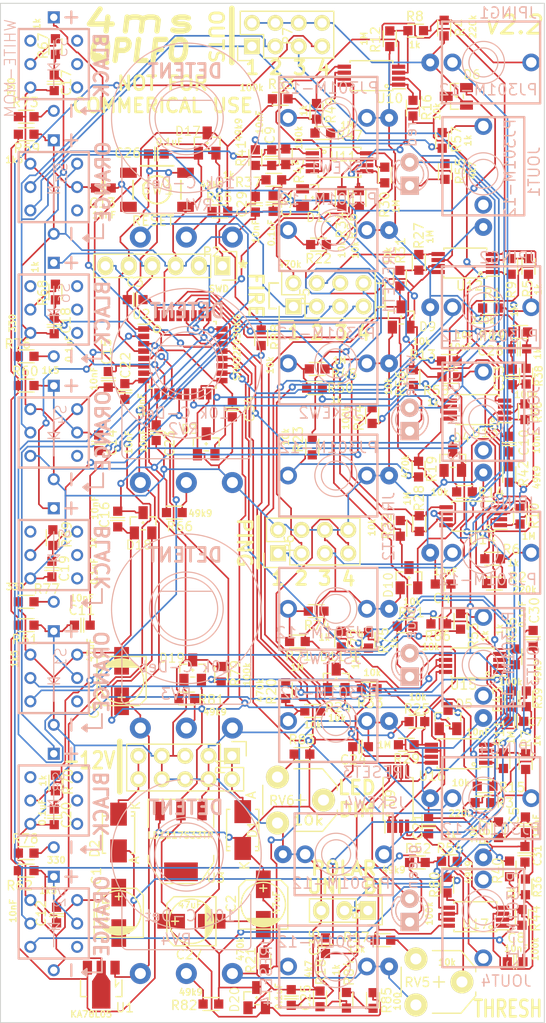
<source format=kicad_pcb>
(kicad_pcb (version 20171130) (host pcbnew "(6.0.0-rc1-dev-1542-gf9f87b3ff-dirty)")
  (layers (0 F.Cu signal) (31 B.Cu signal) (35 F.Paste user) (36 B.SilkS user hide) (37 F.SilkS user) (38 B.Mask user) (39 F.Mask user) (44 Edge.Cuts user))
  (net 0 "")
  (net 1 GND)
  (net 2 -12V)
  (net 3 +12V)
  (net 4 VAA)
  (net 5 "Net-(C7-Pad1)")
  (net 6 "Net-(C7-Pad2)")
  (net 7 "Net-(C8-Pad1)")
  (net 8 "Net-(C8-Pad2)")
  (net 9 "Net-(C9-Pad1)")
  (net 10 "Net-(C9-Pad2)")
  (net 11 "Net-(C10-Pad1)")
  (net 12 "Net-(C10-Pad2)")
  (net 13 "Net-(C11-Pad1)")
  (net 14 RESETMUTE3)
  (net 15 "Net-(C12-Pad1)")
  (net 16 RESETMUTE4)
  (net 17 "Net-(C13-Pad1)")
  (net 18 RESETMUTE1)
  (net 19 "Net-(C14-Pad1)")
  (net 20 RESETMUTE2)
  (net 21 SKEW1-ADC)
  (net 22 SKEW3-ADC)
  (net 23 TAP1)
  (net 24 TAP2)
  (net 25 TAP3)
  (net 26 TAP4)
  (net 27 "Net-(C21-Pad1)")
  (net 28 SKEW2-ADC)
  (net 29 SKEW4-ADC)
  (net 30 "Net-(C24-Pad1)")
  (net 31 Vthresh)
  (net 32 PING2)
  (net 33 PING3)
  (net 34 PING4)
  (net 35 PING1)
  (net 36 RESET2)
  (net 37 RESET3)
  (net 38 RESET4)
  (net 39 RESET1)
  (net 40 VLED)
  (net 41 TAPLED1)
  (net 42 TAPLED2)
  (net 43 TAPLED3)
  (net 44 TAPLED4)
  (net 45 PING2SW)
  (net 46 PING3SW)
  (net 47 PING4SW)
  (net 48 PING1SW)
  (net 49 Vpolar)
  (net 50 RESETMUTE1B)
  (net 51 RESETMUTE2B)
  (net 52 RESETMUTE3B)
  (net 53 RESETMUTE4B)
  (net 54 OUT1J)
  (net 55 OUT3J)
  (net 56 OUT4J)
  (net 57 OUT2J)
  (net 58 "Net-(R5-Pad1)")
  (net 59 "Net-(R10-Pad2)")
  (net 60 "Net-(R11-Pad2)")
  (net 61 "Net-(R12-Pad2)")
  (net 62 "Net-(R13-Pad1)")
  (net 63 "Net-(R10-Pad1)")
  (net 64 "Net-(R11-Pad1)")
  (net 65 "Net-(R12-Pad1)")
  (net 66 "Net-(R27-Pad1)")
  (net 67 "Net-(R28-Pad1)")
  (net 68 "Net-(R29-Pad1)")
  (net 69 "Net-(R30-Pad1)")
  (net 70 ENVRAW3)
  (net 71 ENVRAW4)
  (net 72 ENVRAW1)
  (net 73 ENVRAW2)
  (net 74 "Net-(R49-Pad1)")
  (net 75 "Net-(R50-Pad1)")
  (net 76 "Net-(R63-Pad2)")
  (net 77 "Net-(R64-Pad2)")
  (net 78 "Net-(R65-Pad2)")
  (net 79 "Net-(R66-Pad2)")
  (net 80 "Net-(R67-Pad2)")
  (net 81 "Net-(R68-Pad2)")
  (net 82 "Net-(R69-Pad2)")
  (net 83 "Net-(R70-Pad2)")
  (net 84 "Net-(R73-Pad2)")
  (net 85 "Net-(R74-Pad1)")
  (net 86 "Net-(R75-Pad1)")
  (net 87 "Net-(R76-Pad2)")
  (net 88 "Net-(R77-Pad2)")
  (net 89 "Net-(R78-Pad2)")
  (net 90 "Net-(R79-Pad2)")
  (net 91 "Net-(R80-Pad2)")
  (net 92 "Net-(R81-Pad2)")
  (net 93 "Net-(R82-Pad2)")
  (net 94 "Net-(R83-Pad1)")
  (net 95 "Net-(JOUT1-Pad1)")
  (net 96 "Net-(JOUT2-Pad1)")
  (net 97 "Net-(JOUT3-Pad1)")
  (net 98 "Net-(JOUT4-Pad1)")
  (net 99 "Net-(JPING1-Pad1)")
  (net 100 "Net-(JPING2-Pad1)")
  (net 101 "Net-(JPING3-Pad1)")
  (net 102 "Net-(JPING4-Pad1)")
  (net 103 "Net-(JRESET1-Pad1)")
  (net 104 "Net-(JRESET2-Pad1)")
  (net 105 "Net-(JRESET3-Pad1)")
  (net 106 "Net-(JRESET4-Pad1)")
  (net 107 "Net-(JSKEW1-Pad1)")
  (net 108 "Net-(JSKEW2-Pad1)")
  (net 109 "Net-(JSKEW3-Pad1)")
  (net 110 "Net-(JSKEW4-Pad1)")
  (net 111 "Net-(D1-Pad2)")
  (net 112 "Net-(D2-Pad1)")
  (net 113 "Net-(D13-Pad2)")
  (net 114 "Net-(D14-Pad2)")
  (net 115 "Net-(D15-Pad2)")
  (net 116 "Net-(D16-Pad2)")
  (net 117 +3V3)
  (net 118 "Net-(R17-Pad1)")
  (net 119 "Net-(R84-Pad2)")
  (net 120 /NRST)
  (net 121 "Net-(C4-Pad2)")
  (net 122 "Net-(C5-Pad2)")
  (net 123 "Net-(C28-Pad2)")
  (net 124 "Net-(C29-Pad2)")
  (net 125 "Net-(C30-Pad2)")
  (net 126 "Net-(C31-Pad2)")
  (net 127 "Net-(C32-Pad2)")
  (net 128 "Net-(C33-Pad2)")
  (net 129 "Net-(JOUT1-Pad3)")
  (net 130 "Net-(JOUT2-Pad3)")
  (net 131 "Net-(JOUT3-Pad3)")
  (net 132 "Net-(JOUT4-Pad3)")
  (net 133 "Net-(S8-Pad1)")
  (net 134 "Net-(S8-Pad2)")
  (net 135 "Net-(S8-Pad3)")
  (net 136 "Net-(S8-Pad4)")
  (net 137 "Net-(S7-Pad1)")
  (net 138 "Net-(S7-Pad2)")
  (net 139 "Net-(S7-Pad3)")
  (net 140 "Net-(S7-Pad4)")
  (net 141 "Net-(S6-Pad1)")
  (net 142 "Net-(S6-Pad2)")
  (net 143 "Net-(S6-Pad3)")
  (net 144 "Net-(S6-Pad4)")
  (net 145 "Net-(S5-Pad1)")
  (net 146 "Net-(S5-Pad2)")
  (net 147 "Net-(S5-Pad3)")
  (net 148 "Net-(S5-Pad4)")
  (net 149 "Net-(S4-Pad3)")
  (net 150 "Net-(S3-Pad3)")
  (net 151 "Net-(S2-Pad3)")
  (net 152 "Net-(S1-Pad3)")
  (net 153 "Net-(C35-Pad2)")
  (net 154 "Net-(P2-Pad2)")
  (module 4ms-footprints:R0603 (layer F.Cu) (at 73.3162 54.6989 180)
    (fp_text reference R1 (at -0.2168 1.6002 180) (layer F.SilkS))
    (fp_text value 220k (at 0.8255 -1.3462 180) (layer F.SilkS) (effects (font (size 0.7 0.7))))
    (pad 1 smd rect (at -0.85 0 180) (size 1 1) (layers F.Cu F.Paste F.Mask) (net 100 "Net-(JPING2-Pad1)"))
    (pad 2 smd rect (at 0.85 0 180) (size 1 1) (layers F.Cu F.Paste F.Mask) (net 1 GND))
  )
  (module Capacitors_SMD:c_elec_5x5.3 (layer F.Cu) (at 40.833 121.323 180)
    (fp_text reference C27 (at 0.25654 -3.6195) (layer F.SilkS))
    (fp_text value 47uF (at 0.1776 1.778 180) (layer F.SilkS) (effects (font (size 0.7 0.7))))
    (pad 1 smd rect (at 2.19964 0 180) (size 2.99974 1.6002) (layers F.Cu F.Paste F.Mask) (net 117 +3V3))
    (pad 2 smd rect (at -2.19964 0 180) (size 2.99974 1.6002) (layers F.Cu F.Paste F.Mask) (net 1 GND))
  )
  (module Capacitors_SMD:c_elec_5x5.3 (layer F.Cu) (at 32.9438 120.409 90)
    (fp_text reference C1 (at 4.0005 -2.4384 90) (layer F.SilkS))
    (fp_text value 47uF (at 0.2159 -1.3716 90) (layer F.SilkS) (effects (font (size 0.7 0.7))))
    (pad 1 smd rect (at 2.19964 0 90) (size 2.99974 1.6002) (layers F.Cu F.Paste F.Mask) (net 1 GND))
    (pad 2 smd rect (at -2.19964 0 90) (size 2.99974 1.6002) (layers F.Cu F.Paste F.Mask) (net 2 -12V))
  )
  (module Capacitors_SMD:c_elec_5x5.3 (layer F.Cu) (at 48.641 119.507 90)
    (fp_text reference C2 (at 0.1016 -3.4925 270) (layer F.SilkS))
    (fp_text value 47uF (at 0.1778 1.4224 270) (layer F.SilkS) (effects (font (size 0.7 0.7))))
    (pad 1 smd rect (at 2.19964 0 90) (size 2.99974 1.6002) (layers F.Cu F.Paste F.Mask) (net 3 +12V))
    (pad 2 smd rect (at -2.19964 0 90) (size 2.99974 1.6002) (layers F.Cu F.Paste F.Mask) (net 1 GND))
  )
  (module Capacitors_SMD:c_elec_5x5.3 (layer F.Cu) (at 33.2486 95.2246 270)
    (fp_text reference C6 (at 3.1369 2.9845 270) (layer F.SilkS))
    (fp_text value 47uF (at -3.3401 3.3655 270) (layer F.SilkS) (effects (font (size 0.7 0.7))))
    (pad 1 smd rect (at 2.19964 0 270) (size 2.99974 1.6002) (layers F.Cu F.Paste F.Mask) (net 4 VAA))
    (pad 2 smd rect (at -2.19964 0 270) (size 2.99974 1.6002) (layers F.Cu F.Paste F.Mask) (net 1 GND))
  )
  (module 4ms-main-parts:PJ301M-12-FIX (layer B.Cu) (at 72.5424 40.132 270)
    (fp_text reference JOUT1 (at -3.0734 -6.223 270) (layer B.SilkS) (effects (font (size 1.2065 1.2065) (thickness 0.1524)) (justify left bottom mirror)))
    (fp_text value PJ301M-12 (at -6.096 -3.5941 270) (layer B.SilkS) (effects (font (size 1.2065 1.2065) (thickness 0.1524)) (justify left bottom mirror)))
    (pad 1 thru_hole circle (at -5.207 0 270) (size 1.9304 1.9304) (drill 1.143) (layers *.Cu *.Mask) (net 95 "Net-(JOUT1-Pad1)"))
    (pad 2 thru_hole circle (at 5.7658 0 270) (size 1.9304 1.9304) (drill 0.889) (layers *.Cu *.Mask) (net 1 GND))
    (pad 3 thru_hole circle (at 3.3528 0 270) (size 1.9304 1.9304) (drill 1.143) (layers *.Cu *.Mask) (net 129 "Net-(JOUT1-Pad3)"))
  )
  (module 4ms-main-parts:PJ301M-12-FIX (layer B.Cu) (at 72.5424 66.802 270)
    (fp_text reference JOUT2 (at -3.7465 -6.1976 270) (layer B.SilkS) (effects (font (size 1.2065 1.2065) (thickness 0.1524)) (justify left bottom mirror)))
    (fp_text value PJ301M-12 (at -6.35 2.4384 270) (layer B.SilkS) (effects (font (size 1.2065 1.2065) (thickness 0.1524)) (justify left bottom mirror)))
    (pad 1 thru_hole circle (at -5.207 0 270) (size 1.9304 1.9304) (drill 1.143) (layers *.Cu *.Mask) (net 96 "Net-(JOUT2-Pad1)"))
    (pad 2 thru_hole circle (at 5.7658 0 270) (size 1.9304 1.9304) (drill 0.889) (layers *.Cu *.Mask) (net 1 GND))
    (pad 3 thru_hole circle (at 3.3528 0 270) (size 1.9304 1.9304) (drill 1.143) (layers *.Cu *.Mask) (net 130 "Net-(JOUT2-Pad3)"))
  )
  (module 4ms-main-parts:PJ301M-12-FIX (layer B.Cu) (at 72.5424 93.472 270)
    (fp_text reference JOUT3 (at -3.2385 -6.1341 270) (layer B.SilkS) (effects (font (size 1.2065 1.2065) (thickness 0.1524)) (justify left bottom mirror)))
    (fp_text value PJ301M-12 (at -5.969 -3.4036 270) (layer B.SilkS) (effects (font (size 1.2065 1.2065) (thickness 0.1524)) (justify left bottom mirror)))
    (pad 1 thru_hole circle (at -5.207 0 270) (size 1.9304 1.9304) (drill 1.143) (layers *.Cu *.Mask) (net 97 "Net-(JOUT3-Pad1)"))
    (pad 2 thru_hole circle (at 5.7658 0 270) (size 1.9304 1.9304) (drill 0.889) (layers *.Cu *.Mask) (net 1 GND))
    (pad 3 thru_hole circle (at 3.3528 0 270) (size 1.9304 1.9304) (drill 1.143) (layers *.Cu *.Mask) (net 131 "Net-(JOUT3-Pad3)"))
  )
  (module 4ms-main-parts:PJ301M-12-FIX (layer B.Cu) (at 72.5424 120.142 90)
    (fp_text reference JOUT4 (at -8.382 5.334 180) (layer B.SilkS) (effects (font (size 1.2065 1.2065) (thickness 0.1524)) (justify left bottom mirror)))
    (fp_text value PJ301M-12 (at 4.3942 3.937 90) (layer B.SilkS) (effects (font (size 1.2065 1.2065) (thickness 0.1524)) (justify left bottom mirror)))
    (pad 1 thru_hole circle (at -5.207 0 90) (size 1.9304 1.9304) (drill 1.143) (layers *.Cu *.Mask) (net 98 "Net-(JOUT4-Pad1)"))
    (pad 2 thru_hole circle (at 5.7658 0 90) (size 1.9304 1.9304) (drill 0.889) (layers *.Cu *.Mask) (net 1 GND))
    (pad 3 thru_hole circle (at 3.3528 0 90) (size 1.9304 1.9304) (drill 1.143) (layers *.Cu *.Mask) (net 132 "Net-(JOUT4-Pad3)"))
  )
  (module 4ms-main-parts:PJ301M-12-FIX (layer B.Cu) (at 72.5424 28.0162 180)
    (fp_text reference JPING1 (at -5.9436 4.6736 180) (layer B.SilkS) (effects (font (size 1.2065 1.2065) (thickness 0.1524)) (justify left bottom mirror)))
    (fp_text value PJ301M-12 (at -6.0071 -3.6703 180) (layer B.SilkS) (effects (font (size 1.2065 1.2065) (thickness 0.1524)) (justify left bottom mirror)))
    (pad 1 thru_hole circle (at -5.207 0 180) (size 1.9304 1.9304) (drill 1.143) (layers *.Cu *.Mask) (net 99 "Net-(JPING1-Pad1)"))
    (pad 2 thru_hole circle (at 5.7658 0 180) (size 1.9304 1.9304) (drill 0.889) (layers *.Cu *.Mask) (net 1 GND))
    (pad 3 thru_hole circle (at 3.3528 0 180) (size 1.9304 1.9304) (drill 1.143) (layers *.Cu *.Mask) (net 48 PING1SW))
  )
  (module 4ms-main-parts:PJ301M-12-FIX (layer B.Cu) (at 72.5424 54.61 180)
    (fp_text reference JPING2 (at -5.9436 4.6736 180) (layer B.SilkS) (effects (font (size 1.2065 1.2065) (thickness 0.1524)) (justify left bottom mirror)))
    (fp_text value PJ301M-12 (at -6.1341 -3.81 180) (layer B.SilkS) (effects (font (size 1.2065 1.2065) (thickness 0.1524)) (justify left bottom mirror)))
    (pad 1 thru_hole circle (at -5.207 0 180) (size 1.9304 1.9304) (drill 1.143) (layers *.Cu *.Mask) (net 100 "Net-(JPING2-Pad1)"))
    (pad 2 thru_hole circle (at 5.7658 0 180) (size 1.9304 1.9304) (drill 0.889) (layers *.Cu *.Mask) (net 1 GND))
    (pad 3 thru_hole circle (at 3.3528 0 180) (size 1.9304 1.9304) (drill 1.143) (layers *.Cu *.Mask) (net 45 PING2SW))
  )
  (module 4ms-main-parts:PJ301M-12-FIX (layer B.Cu) (at 72.5424 81.28 180)
    (fp_text reference JPING3 (at -5.9436 4.6736 180) (layer B.SilkS) (effects (font (size 1.2065 1.2065) (thickness 0.1524)) (justify left bottom mirror)))
    (fp_text value PJ301M-12 (at -5.9436 -3.6195 180) (layer B.SilkS) (effects (font (size 1.2065 1.2065) (thickness 0.1524)) (justify left bottom mirror)))
    (pad 1 thru_hole circle (at -5.207 0 180) (size 1.9304 1.9304) (drill 1.143) (layers *.Cu *.Mask) (net 101 "Net-(JPING3-Pad1)"))
    (pad 2 thru_hole circle (at 5.7658 0 180) (size 1.9304 1.9304) (drill 0.889) (layers *.Cu *.Mask) (net 1 GND))
    (pad 3 thru_hole circle (at 3.3528 0 180) (size 1.9304 1.9304) (drill 1.143) (layers *.Cu *.Mask) (net 46 PING3SW))
  )
  (module 4ms-main-parts:PJ301M-12-FIX (layer B.Cu) (at 72.5424 107.95 180)
    (fp_text reference JPING4 (at -5.9436 4.6736 180) (layer B.SilkS) (effects (font (size 1.2065 1.2065) (thickness 0.1524)) (justify left bottom mirror)))
    (fp_text value PJ301M-12 (at -6.3246 -4.064 180) (layer B.SilkS) (effects (font (size 1.2065 1.2065) (thickness 0.1524)) (justify left bottom mirror)))
    (pad 1 thru_hole circle (at -5.207 0 180) (size 1.9304 1.9304) (drill 1.143) (layers *.Cu *.Mask) (net 102 "Net-(JPING4-Pad1)"))
    (pad 2 thru_hole circle (at 5.7658 0 180) (size 1.9304 1.9304) (drill 0.889) (layers *.Cu *.Mask) (net 1 GND))
    (pad 3 thru_hole circle (at 3.3528 0 180) (size 1.9304 1.9304) (drill 1.143) (layers *.Cu *.Mask) (net 47 PING4SW))
  )
  (module 4ms-main-parts:PJ301M-12-FIX (layer B.Cu) (at 56.5404 46.228)
    (fp_text reference JRESET1 (at 6.477 1.651 90) (layer B.SilkS) (effects (font (size 1.2065 1.2065) (thickness 0.1524)) (justify left bottom mirror)))
    (fp_text value PJ301M-12 (at 4.6101 -2.667) (layer B.SilkS) (effects (font (size 1.2065 1.2065) (thickness 0.1524)) (justify left bottom mirror)))
    (pad 1 thru_hole circle (at -5.207 0) (size 1.9304 1.9304) (drill 1.143) (layers *.Cu *.Mask) (net 103 "Net-(JRESET1-Pad1)"))
    (pad 2 thru_hole circle (at 5.7658 0) (size 1.9304 1.9304) (drill 0.889) (layers *.Cu *.Mask) (net 1 GND))
    (pad 3 thru_hole circle (at 3.3528 0) (size 1.9304 1.9304) (drill 1.143) (layers *.Cu *.Mask) (net 1 GND))
  )
  (module 4ms-main-parts:PJ301M-12-FIX (layer B.Cu) (at 56.5404 72.898)
    (fp_text reference JRESET2 (at 6.4262 1.6764 90) (layer B.SilkS) (effects (font (size 1.2065 1.2065) (thickness 0.1524)) (justify left bottom mirror)))
    (fp_text value PJ301M-12 (at 4.6736 -2.3495) (layer B.SilkS) (effects (font (size 1.2065 1.2065) (thickness 0.1524)) (justify left bottom mirror)))
    (pad 1 thru_hole circle (at -5.207 0) (size 1.9304 1.9304) (drill 1.143) (layers *.Cu *.Mask) (net 104 "Net-(JRESET2-Pad1)"))
    (pad 2 thru_hole circle (at 5.7658 0) (size 1.9304 1.9304) (drill 0.889) (layers *.Cu *.Mask) (net 1 GND))
    (pad 3 thru_hole circle (at 3.3528 0) (size 1.9304 1.9304) (drill 1.143) (layers *.Cu *.Mask) (net 1 GND))
  )
  (module 4ms-main-parts:PJ301M-12-FIX (layer B.Cu) (at 56.5404 99.568)
    (fp_text reference JRESET3 (at 8.3312 6.2738) (layer B.SilkS) (effects (font (size 1.2065 1.2065) (thickness 0.1524)) (justify left bottom mirror)))
    (fp_text value PJ301M-12 (at 4.7371 -2.3495) (layer B.SilkS) (effects (font (size 1.2065 1.2065) (thickness 0.1524)) (justify left bottom mirror)))
    (pad 1 thru_hole circle (at -5.207 0) (size 1.9304 1.9304) (drill 1.143) (layers *.Cu *.Mask) (net 105 "Net-(JRESET3-Pad1)"))
    (pad 2 thru_hole circle (at 5.7658 0) (size 1.9304 1.9304) (drill 0.889) (layers *.Cu *.Mask) (net 1 GND))
    (pad 3 thru_hole circle (at 3.3528 0) (size 1.9304 1.9304) (drill 1.143) (layers *.Cu *.Mask) (net 1 GND))
  )
  (module 4ms-main-parts:PJ301M-12-FIX (layer B.Cu) (at 56.5404 126.238)
    (fp_text reference JRESET4 (at -6.858 -3.302 90) (layer B.SilkS) (effects (font (size 1.2065 1.2065) (thickness 0.1524)) (justify left bottom mirror)))
    (fp_text value PJ301M-12 (at 4.4196 -1.9685) (layer B.SilkS) (effects (font (size 1.2065 1.2065) (thickness 0.1524)) (justify left bottom mirror)))
    (pad 1 thru_hole circle (at -5.207 0) (size 1.9304 1.9304) (drill 1.143) (layers *.Cu *.Mask) (net 106 "Net-(JRESET4-Pad1)"))
    (pad 2 thru_hole circle (at 5.7658 0) (size 1.9304 1.9304) (drill 0.889) (layers *.Cu *.Mask) (net 1 GND))
    (pad 3 thru_hole circle (at 3.3528 0) (size 1.9304 1.9304) (drill 1.143) (layers *.Cu *.Mask) (net 1 GND))
  )
  (module 4ms-main-parts:PJ301M-12-FIX (layer B.Cu) (at 56.5404 34.036)
    (fp_text reference JSKEW1 (at 4.0386 6.1468) (layer B.SilkS) (effects (font (size 1.2065 1.2065) (thickness 0.1524)) (justify left bottom mirror)))
    (fp_text value PJ301M-12 (at 4.7371 -2.54) (layer B.SilkS) (effects (font (size 1.2065 1.2065) (thickness 0.1524)) (justify left bottom mirror)))
    (pad 1 thru_hole circle (at -5.207 0) (size 1.9304 1.9304) (drill 1.143) (layers *.Cu *.Mask) (net 107 "Net-(JSKEW1-Pad1)"))
    (pad 2 thru_hole circle (at 5.7658 0) (size 1.9304 1.9304) (drill 0.889) (layers *.Cu *.Mask) (net 1 GND))
    (pad 3 thru_hole circle (at 3.3528 0) (size 1.9304 1.9304) (drill 1.143) (layers *.Cu *.Mask) (net 1 GND))
  )
  (module 4ms-main-parts:PJ301M-12-FIX (layer B.Cu) (at 56.5404 60.706)
    (fp_text reference JSKEW2 (at 2.8956 6.096) (layer B.SilkS) (effects (font (size 1.2065 1.2065) (thickness 0.1524)) (justify left bottom mirror)))
    (fp_text value PJ301M-12 (at 4.4196 -2.54) (layer B.SilkS) (effects (font (size 1.2065 1.2065) (thickness 0.1524)) (justify left bottom mirror)))
    (pad 1 thru_hole circle (at -5.207 0) (size 1.9304 1.9304) (drill 1.143) (layers *.Cu *.Mask) (net 108 "Net-(JSKEW2-Pad1)"))
    (pad 2 thru_hole circle (at 5.7658 0) (size 1.9304 1.9304) (drill 0.889) (layers *.Cu *.Mask) (net 1 GND))
    (pad 3 thru_hole circle (at 3.3528 0) (size 1.9304 1.9304) (drill 1.143) (layers *.Cu *.Mask) (net 1 GND))
  )
  (module 4ms-main-parts:PJ301M-12-FIX (layer B.Cu) (at 56.5404 87.376)
    (fp_text reference JSKEW3 (at 2.8956 6.096) (layer B.SilkS) (effects (font (size 1.2065 1.2065) (thickness 0.1524)) (justify left bottom mirror)))
    (fp_text value PJ301M-12 (at 4.2926 3.302) (layer B.SilkS) (effects (font (size 1.2065 1.2065) (thickness 0.1524)) (justify left bottom mirror)))
    (pad 1 thru_hole circle (at -5.207 0) (size 1.9304 1.9304) (drill 1.143) (layers *.Cu *.Mask) (net 109 "Net-(JSKEW3-Pad1)"))
    (pad 2 thru_hole circle (at 5.7658 0) (size 1.9304 1.9304) (drill 0.889) (layers *.Cu *.Mask) (net 1 GND))
    (pad 3 thru_hole circle (at 3.3528 0) (size 1.9304 1.9304) (drill 1.143) (layers *.Cu *.Mask) (net 1 GND))
  )
  (module 4ms-main-parts:PJ301M-12-FIX (layer B.Cu) (at 56.5404 114.046 180)
    (fp_text reference JSKEW4 (at -7.7724 4.8768 180) (layer B.SilkS) (effects (font (size 1.2065 1.2065) (thickness 0.1524)) (justify left bottom mirror)))
    (fp_text value PJ301M-12 (at -6.0198 -3.8354 180) (layer B.SilkS) (effects (font (size 1.2065 1.2065) (thickness 0.1524)) (justify left bottom mirror)))
    (pad 1 thru_hole circle (at -5.207 0 180) (size 1.9304 1.9304) (drill 1.143) (layers *.Cu *.Mask) (net 110 "Net-(JSKEW4-Pad1)"))
    (pad 2 thru_hole circle (at 5.7658 0 180) (size 1.9304 1.9304) (drill 0.889) (layers *.Cu *.Mask) (net 1 GND))
    (pad 3 thru_hole circle (at 3.3528 0 180) (size 1.9304 1.9304) (drill 1.143) (layers *.Cu *.Mask) (net 1 GND))
  )
  (module Pin_Headers:Pin_Header_Straight_1x03 (layer F.Cu) (at 60.0075 120.155 270)
    (fp_text reference P4 (at 0.0635 1.0795 270) (layer F.SilkS))
    (fp_text value HEADER-MALE-1X3-TH hide)
    (pad 1 thru_hole rect (at 0 0 270) (size 2.032 1.7272) (drill 1.016) (layers *.Cu *.Mask F.SilkS) (net 153 "Net-(C35-Pad2)"))
    (pad 2 thru_hole oval (at 0 2.54 270) (size 2.032 1.7272) (drill 1.016) (layers *.Cu *.Mask F.SilkS) (net 49 Vpolar))
    (pad 3 thru_hole oval (at 0 5.08 270) (size 2.032 1.7272) (drill 1.016) (layers *.Cu *.Mask F.SilkS) (net 1 GND))
  )
  (module 4ms-main-parts:16MM-RV16AF-4A (layer B.Cu) (at 40.2844 34.036 180)
    (fp_text reference RV1 (at 0.5969 -8.763 180) (layer B.SilkS) (effects (font (size 1.2065 1.2065) (thickness 0.1524)) (justify right top mirror)))
    (fp_text value "10k C-Det" (at 4.5974 -6.35 180) (layer B.SilkS) (effects (font (size 1.2065 1.2065) (thickness 0.1524)) (justify right top mirror)))
    (pad 1 thru_hole circle (at -5 -12.954 90) (size 2.286 2.286) (drill 1.2) (layers *.Cu *.Mask) (net 1 GND))
    (pad 2 thru_hole circle (at 0 -12.954 90) (size 2.286 2.286) (drill 1.2) (layers *.Cu *.Mask) (net 78 "Net-(R65-Pad2)"))
    (pad 3 thru_hole circle (at 5 -12.954 90) (size 2.286 2.286) (drill 1.2) (layers *.Cu *.Mask) (net 4 VAA))
  )
  (module 4ms-main-parts:16MM-RV16AF-4A (layer B.Cu) (at 40.2844 60.706 180)
    (fp_text reference RV2 (at 2.1209 -6.4135 180) (layer B.SilkS) (effects (font (size 1.2065 1.2065) (thickness 0.1524)) (justify right top mirror)))
    (fp_text value "10k C-Det" (at 5.2324 -4.699 180) (layer B.SilkS) (effects (font (size 1.2065 1.2065) (thickness 0.1524)) (justify right top mirror)))
    (pad 1 thru_hole circle (at -5 -12.954 90) (size 2.286 2.286) (drill 1.2) (layers *.Cu *.Mask) (net 1 GND))
    (pad 2 thru_hole circle (at 0 -12.954 90) (size 2.286 2.286) (drill 1.2) (layers *.Cu *.Mask) (net 79 "Net-(R66-Pad2)"))
    (pad 3 thru_hole circle (at 5 -12.954 90) (size 2.286 2.286) (drill 1.2) (layers *.Cu *.Mask) (net 4 VAA))
  )
  (module 4ms-main-parts:16MM-RV16AF-4A (layer B.Cu) (at 40.2844 87.376 180)
    (fp_text reference RV3 (at 2.913 -8.551 180) (layer B.SilkS) (effects (font (size 1.2065 1.2065) (thickness 0.1524)) (justify right top mirror)))
    (fp_text value "10k C-Det" (at 4.9784 -5.588 180) (layer B.SilkS) (effects (font (size 1.2065 1.2065) (thickness 0.1524)) (justify right top mirror)))
    (pad 1 thru_hole circle (at -5 -12.954 90) (size 2.286 2.286) (drill 1.2) (layers *.Cu *.Mask) (net 1 GND))
    (pad 2 thru_hole circle (at 0 -12.954 90) (size 2.286 2.286) (drill 1.2) (layers *.Cu *.Mask) (net 92 "Net-(R81-Pad2)"))
    (pad 3 thru_hole circle (at 5 -12.954 90) (size 2.286 2.286) (drill 1.2) (layers *.Cu *.Mask) (net 4 VAA))
  )
  (module 4ms-main-parts:16MM-RV16AF-4A (layer B.Cu) (at 40.2844 114.046 180)
    (fp_text reference RV4 (at 2.913 -8.551 180) (layer B.SilkS) (effects (font (size 1.2065 1.2065) (thickness 0.1524)) (justify right top mirror)))
    (fp_text value "10k C-Det" (at 4.5974 -5.969 180) (layer B.SilkS) (effects (font (size 1.2065 1.2065) (thickness 0.1524)) (justify right top mirror)))
    (pad 1 thru_hole circle (at -5 -12.954 90) (size 2.286 2.286) (drill 1.2) (layers *.Cu *.Mask) (net 1 GND))
    (pad 2 thru_hole circle (at 0 -12.954 90) (size 2.286 2.286) (drill 1.2) (layers *.Cu *.Mask) (net 93 "Net-(R82-Pad2)"))
    (pad 3 thru_hole circle (at 5 -12.954 90) (size 2.286 2.286) (drill 1.2) (layers *.Cu *.Mask) (net 4 VAA))
  )
  (module Potentiometers:Potentiometer_VishaySpectrol-Econtrim-Type36M (layer F.Cu) (at 65.2196 125.415 270)
    (fp_text reference RV5 (at 2.54 -0.1524) (layer F.SilkS))
    (fp_text value 10k (at 0.36576 -3.37312) (layer F.SilkS) (effects (font (size 0.7 0.7))))
    (pad 2 thru_hole circle (at 2.49936 -4.99872 270) (size 2.49936 2.49936) (drill 1.19888) (layers *.Cu *.Mask F.SilkS) (net 27 "Net-(C21-Pad1)"))
    (pad 3 thru_hole circle (at 4.99872 0 270) (size 2.49936 2.49936) (drill 1.19888) (layers *.Cu *.Mask F.SilkS) (net 1 GND))
    (pad 1 thru_hole circle (at 0 0 270) (size 2.49936 2.49936) (drill 1.19888) (layers *.Cu *.Mask F.SilkS) (net 118 "Net-(R17-Pad1)"))
  )
  (module Potentiometers:Potentiometer_VishaySpectrol-Econtrim-Type36M (layer F.Cu) (at 50.1828 105.654 270)
    (fp_text reference RV6 (at 2.55016 -0.47752) (layer F.SilkS))
    (fp_text value 10k (at 4.7215 -3.3096) (layer F.SilkS) (effects (font (size 1 1.27) (thickness 0.2032))))
    (pad 2 thru_hole circle (at 2.49936 -4.99872 270) (size 2.49936 2.49936) (drill 1.19888) (layers *.Cu *.Mask F.SilkS) (net 30 "Net-(C24-Pad1)"))
    (pad 3 thru_hole circle (at 4.99872 0 270) (size 2.49936 2.49936) (drill 1.19888) (layers *.Cu *.Mask F.SilkS) (net 1 GND))
    (pad 1 thru_hole circle (at 0 0 270) (size 2.49936 2.49936) (drill 1.19888) (layers *.Cu *.Mask F.SilkS) (net 94 "Net-(R83-Pad1)"))
  )
  (module 4ms-footprints:SOT23 (layer F.Cu) (at 42.4409 69.4485)
    (fp_text reference D3 (at -2.8194 -1.016) (layer F.SilkS) (effects (font (size 0.9652 0.9652) (thickness 0.12192)) (justify left bottom)))
    (fp_text value BAT54S hide)
    (pad 3 smd rect (at 0 -1.1) (size 1 1.4) (layers F.Cu F.Paste F.Mask) (net 32 PING2))
    (pad 2 smd rect (at 0.95 1.1) (size 1 1.4) (layers F.Cu F.Paste F.Mask) (net 117 +3V3))
    (pad 1 smd rect (at -0.95 1.1) (size 1 1.4) (layers F.Cu F.Paste F.Mask) (net 1 GND))
  )
  (module 4ms-footprints:SOT23 (layer F.Cu) (at 69.2252 71.2392)
    (fp_text reference D4 (at -0.0864 -1.8718) (layer F.SilkS) (effects (font (size 0.9652 0.9652) (thickness 0.12192)) (justify left bottom)))
    (fp_text value BAT54S hide)
    (pad 3 smd rect (at 0 -1.1) (size 1 1.4) (layers F.Cu F.Paste F.Mask) (net 33 PING3))
    (pad 2 smd rect (at 0.95 1.1) (size 1 1.4) (layers F.Cu F.Paste F.Mask) (net 117 +3V3))
    (pad 1 smd rect (at -0.95 1.1) (size 1 1.4) (layers F.Cu F.Paste F.Mask) (net 1 GND))
  )
  (module 4ms-footprints:SOT23 (layer F.Cu) (at 68.7095 99.3062)
    (fp_text reference D5 (at 0.7264 -1.0336) (layer F.SilkS) (effects (font (size 0.9652 0.9652) (thickness 0.12192)) (justify left bottom)))
    (fp_text value BAT54S hide)
    (pad 3 smd rect (at 0 -1.1) (size 1 1.4) (layers F.Cu F.Paste F.Mask) (net 34 PING4))
    (pad 2 smd rect (at 0.95 1.1) (size 1 1.4) (layers F.Cu F.Paste F.Mask) (net 117 +3V3))
    (pad 1 smd rect (at -0.95 1.1) (size 1 1.4) (layers F.Cu F.Paste F.Mask) (net 1 GND))
  )
  (module 4ms-footprints:SOT23 (layer F.Cu) (at 69.6136 31.7017 90)
    (fp_text reference D6 (at 1.8059 0.6682 180) (layer F.SilkS) (effects (font (size 0.9652 0.9652) (thickness 0.12192)) (justify left bottom)))
    (fp_text value BAT54S hide)
    (pad 3 smd rect (at 0 -1.1 90) (size 1 1.4) (layers F.Cu F.Paste F.Mask) (net 35 PING1))
    (pad 2 smd rect (at 0.95 1.1 90) (size 1 1.4) (layers F.Cu F.Paste F.Mask) (net 117 +3V3))
    (pad 1 smd rect (at -0.95 1.1 90) (size 1 1.4) (layers F.Cu F.Paste F.Mask) (net 1 GND))
  )
  (module 4ms-footprints:SOT23 (layer F.Cu) (at 63.6168 55.669)
    (fp_text reference D9 (at 1.8517 1.6207) (layer F.SilkS) (effects (font (size 0.9652 0.9652) (thickness 0.12192)) (justify left bottom)))
    (fp_text value BAT54S hide)
    (pad 3 smd rect (at 0 -1.1) (size 1 1.4) (layers F.Cu F.Paste F.Mask) (net 36 RESET2))
    (pad 2 smd rect (at 0.95 1.1) (size 1 1.4) (layers F.Cu F.Paste F.Mask) (net 117 +3V3))
    (pad 1 smd rect (at -0.95 1.1) (size 1 1.4) (layers F.Cu F.Paste F.Mask) (net 1 GND))
  )
  (module 4ms-footprints:SOT23 (layer F.Cu) (at 64.4652 83.9978)
    (fp_text reference D10 (at -1.6764 2.286 90) (layer F.SilkS) (effects (font (size 0.9652 0.9652) (thickness 0.12192)) (justify left bottom)))
    (fp_text value BAT54S hide)
    (pad 3 smd rect (at 0 -1.1) (size 1 1.4) (layers F.Cu F.Paste F.Mask) (net 37 RESET3))
    (pad 2 smd rect (at 0.95 1.1) (size 1 1.4) (layers F.Cu F.Paste F.Mask) (net 117 +3V3))
    (pad 1 smd rect (at -0.95 1.1) (size 1 1.4) (layers F.Cu F.Paste F.Mask) (net 1 GND))
  )
  (module 4ms-footprints:SOT23 (layer F.Cu) (at 56.5658 95.0292)
    (fp_text reference D11 (at -1.905 -1.905) (layer F.SilkS) (effects (font (size 0.9652 0.9652) (thickness 0.12192)) (justify left bottom)))
    (fp_text value BAT54S hide)
    (pad 3 smd rect (at 0 -1.1) (size 1 1.4) (layers F.Cu F.Paste F.Mask) (net 38 RESET4))
    (pad 2 smd rect (at 0.95 1.1) (size 1 1.4) (layers F.Cu F.Paste F.Mask) (net 117 +3V3))
    (pad 1 smd rect (at -0.95 1.1) (size 1 1.4) (layers F.Cu F.Paste F.Mask) (net 1 GND))
  )
  (module 4ms-footprints:SOT23 (layer F.Cu) (at 54.0131 42.6974 270)
    (fp_text reference D12 (at 2.7178 0.8001) (layer F.SilkS) (effects (font (size 0.9652 0.9652) (thickness 0.12192)) (justify left bottom)))
    (fp_text value BAT54S hide)
    (pad 3 smd rect (at 0 -1.1 270) (size 1 1.4) (layers F.Cu F.Paste F.Mask) (net 39 RESET1))
    (pad 2 smd rect (at 0.95 1.1 270) (size 1 1.4) (layers F.Cu F.Paste F.Mask) (net 117 +3V3))
    (pad 1 smd rect (at -0.95 1.1 270) (size 1 1.4) (layers F.Cu F.Paste F.Mask) (net 1 GND))
  )
  (module 4ms-footprints:SOT23 (layer F.Cu) (at 42.5475 36.7714)
    (fp_text reference D17 (at -3.5839 -0.7288) (layer F.SilkS) (effects (font (size 0.9652 0.9652) (thickness 0.12192)) (justify left bottom)))
    (fp_text value BAT54S hide)
    (pad 3 smd rect (at 0 -1.1) (size 1 1.4) (layers F.Cu F.Paste F.Mask) (net 21 SKEW1-ADC))
    (pad 2 smd rect (at 0.95 1.1) (size 1 1.4) (layers F.Cu F.Paste F.Mask) (net 117 +3V3))
    (pad 1 smd rect (at -0.95 1.1) (size 1 1.4) (layers F.Cu F.Paste F.Mask) (net 1 GND))
  )
  (module 4ms-footprints:SOT23 (layer F.Cu) (at 35.5854 78.0288)
    (fp_text reference D18 (at -1.9558 2.9718) (layer F.SilkS) (effects (font (size 0.9652 0.9652) (thickness 0.12192)) (justify left bottom)))
    (fp_text value BAT54S hide)
    (pad 3 smd rect (at 0 -1.1) (size 1 1.4) (layers F.Cu F.Paste F.Mask) (net 28 SKEW2-ADC))
    (pad 2 smd rect (at 0.95 1.1) (size 1 1.4) (layers F.Cu F.Paste F.Mask) (net 117 +3V3))
    (pad 1 smd rect (at -0.95 1.1) (size 1 1.4) (layers F.Cu F.Paste F.Mask) (net 1 GND))
  )
  (module 4ms-footprints:SOT23 (layer F.Cu) (at 40.9702 94.0308)
    (fp_text reference D19 (at -3.7338 -0.7366) (layer F.SilkS) (effects (font (size 0.9652 0.9652) (thickness 0.12192)) (justify left bottom)))
    (fp_text value BAT54S hide)
    (pad 3 smd rect (at 0 -1.1) (size 1 1.4) (layers F.Cu F.Paste F.Mask) (net 22 SKEW3-ADC))
    (pad 2 smd rect (at 0.95 1.1) (size 1 1.4) (layers F.Cu F.Paste F.Mask) (net 117 +3V3))
    (pad 1 smd rect (at -0.95 1.1) (size 1 1.4) (layers F.Cu F.Paste F.Mask) (net 1 GND))
  )
  (module 4ms-footprints:SOT23 (layer F.Cu) (at 47.9298 129.624)
    (fp_text reference D20 (at -1.8415 1.694 90) (layer F.SilkS) (effects (font (size 0.9652 0.9652) (thickness 0.12192)) (justify left bottom)))
    (fp_text value BAT54S hide)
    (pad 3 smd rect (at 0 -1.1) (size 1 1.4) (layers F.Cu F.Paste F.Mask) (net 29 SKEW4-ADC))
    (pad 2 smd rect (at 0.95 1.1) (size 1 1.4) (layers F.Cu F.Paste F.Mask) (net 117 +3V3))
    (pad 1 smd rect (at -0.95 1.1) (size 1 1.4) (layers F.Cu F.Paste F.Mask) (net 1 GND))
  )
  (module Diodes_SMD:Diode-SMA_Standard (layer F.Cu) (at 46.4058 111.412 90)
    (fp_text reference D1 (at 0.08382 1.0668 90) (layer F.SilkS))
    (fp_text value B140 hide)
    (fp_text user K (at -3.85318 0.2159 90) (layer F.SilkS))
    (fp_text user A (at 3.79222 0.9017 90) (layer F.SilkS))
    (pad 1 smd rect (at -1.99898 0 90) (size 2.49936 1.80086) (layers F.Cu F.Paste F.Mask) (net 3 +12V))
    (pad 2 smd rect (at 1.99898 0 90) (size 2.49936 1.80086) (layers F.Cu F.Paste F.Mask) (net 111 "Net-(D1-Pad2)"))
  )
  (module Diodes_SMD:Diode-SMA_Standard (layer F.Cu) (at 32.9184 111.684 270)
    (fp_text reference D2 (at 1.7526 2.5781 270) (layer F.SilkS))
    (fp_text value B140 hide)
    (fp_text user K (at -2.9337 -1.8161 270) (layer F.SilkS))
    (fp_text user A (at 2.9972 -1.7145 270) (layer F.SilkS))
    (pad 1 smd rect (at -1.99898 0 270) (size 2.49936 1.80086) (layers F.Cu F.Paste F.Mask) (net 112 "Net-(D2-Pad1)"))
    (pad 2 smd rect (at 1.99898 0 270) (size 2.49936 1.80086) (layers F.Cu F.Paste F.Mask) (net 2 -12V))
  )
  (module Housings_SOT-89:SOT89-3_Housing (layer F.Cu) (at 31.0388 128.212 180)
    (fp_text reference U1 (at -2.5654 -2.4964 180) (layer F.SilkS))
    (fp_text value KA78L05 (at 1.0922 -3.2076 180) (layer F.SilkS) (effects (font (size 0.7 0.7))))
    (pad 1 smd rect (at -1.50114 1.85166 180) (size 1.00076 1.50114) (layers F.Cu F.Paste F.Mask) (net 4 VAA))
    (pad 2 smd rect (at 0 1.85166 180) (size 1.00076 1.50114) (layers F.Cu F.Paste F.Mask) (net 1 GND))
    (pad 3 smd rect (at 1.50114 1.85166 180) (size 1.00076 1.50114) (layers F.Cu F.Paste F.Mask) (net 3 +12V))
    (pad 2 smd rect (at 0 -1.09982 180) (size 1.99898 2.99974) (layers F.Cu F.Paste F.Mask) (net 1 GND))
    (pad 2 smd trapezoid (at 0 0.7493) (size 1.50114 0.7493) (rect_delta 0 0.50038) (layers F.Cu F.Paste F.Mask) (net 1 GND))
  )
  (module Housings_QFP:LQFP-32_7x7mm_Pitch0.8mm (layer F.Cu) (at 39.9034 59.7789)
    (fp_text reference U2 (at -4.5212 -4.3942) (layer F.SilkS))
    (fp_text value STM32F030K6 (at 5.8928 -0.8001 90) (layer F.SilkS) (effects (font (size 0.7 0.7))))
    (pad 1 smd rect (at -4.25 -2.8) (size 1.2 0.6) (layers F.Cu F.Paste F.Mask) (net 117 +3V3))
    (pad 2 smd rect (at -4.25 -2) (size 1.2 0.6) (layers F.Cu F.Paste F.Mask) (net 43 TAPLED3))
    (pad 3 smd rect (at -4.25 -1.2) (size 1.2 0.6) (layers F.Cu F.Paste F.Mask) (net 38 RESET4))
    (pad 4 smd rect (at -4.25 -0.4) (size 1.2 0.6) (layers F.Cu F.Paste F.Mask) (net 120 /NRST))
    (pad 5 smd rect (at -4.25 0.4) (size 1.2 0.6) (layers F.Cu F.Paste F.Mask) (net 117 +3V3))
    (pad 6 smd rect (at -4.25 1.2) (size 1.2 0.6) (layers F.Cu F.Paste F.Mask) (net 21 SKEW1-ADC))
    (pad 7 smd rect (at -4.25 2) (size 1.2 0.6) (layers F.Cu F.Paste F.Mask) (net 28 SKEW2-ADC))
    (pad 8 smd rect (at -4.25 2.8) (size 1.2 0.6) (layers F.Cu F.Paste F.Mask) (net 22 SKEW3-ADC))
    (pad 9 smd rect (at -2.8 4.25 90) (size 1.2 0.6) (layers F.Cu F.Paste F.Mask) (net 29 SKEW4-ADC))
    (pad 10 smd rect (at -2 4.25 90) (size 1.2 0.6) (layers F.Cu F.Paste F.Mask) (net 23 TAP1))
    (pad 11 smd rect (at -1.2 4.25 90) (size 1.2 0.6) (layers F.Cu F.Paste F.Mask) (net 24 TAP2))
    (pad 12 smd rect (at -0.4 4.25 90) (size 1.2 0.6) (layers F.Cu F.Paste F.Mask) (net 25 TAP3))
    (pad 13 smd rect (at 0.4 4.25 90) (size 1.2 0.6) (layers F.Cu F.Paste F.Mask) (net 26 TAP4))
    (pad 14 smd rect (at 1.2 4.25 90) (size 1.2 0.6) (layers F.Cu F.Paste F.Mask) (net 35 PING1))
    (pad 15 smd rect (at 2 4.25 90) (size 1.2 0.6) (layers F.Cu F.Paste F.Mask) (net 32 PING2))
    (pad 16 smd rect (at 2.8 4.25 90) (size 1.2 0.6) (layers F.Cu F.Paste F.Mask) (net 1 GND))
    (pad 17 smd rect (at 4.25 2.8) (size 1.2 0.6) (layers F.Cu F.Paste F.Mask) (net 117 +3V3))
    (pad 18 smd rect (at 4.25 2) (size 1.2 0.6) (layers F.Cu F.Paste F.Mask) (net 72 ENVRAW1))
    (pad 19 smd rect (at 4.25 1.2) (size 1.2 0.6) (layers F.Cu F.Paste F.Mask) (net 73 ENVRAW2))
    (pad 20 smd rect (at 4.25 0.4) (size 1.2 0.6) (layers F.Cu F.Paste F.Mask) (net 70 ENVRAW3))
    (pad 21 smd rect (at 4.25 -0.4) (size 1.2 0.6) (layers F.Cu F.Paste F.Mask) (net 71 ENVRAW4))
    (pad 22 smd rect (at 4.25 -1.2) (size 1.2 0.6) (layers F.Cu F.Paste F.Mask) (net 41 TAPLED1))
    (pad 23 smd rect (at 4.25 -2) (size 1.2 0.6) (layers F.Cu F.Paste F.Mask) (net 42 TAPLED2))
    (pad 24 smd rect (at 4.25 -2.8) (size 1.2 0.6) (layers F.Cu F.Paste F.Mask) (net 154 "Net-(P2-Pad2)"))
    (pad 25 smd rect (at 2.8 -4.25 90) (size 1.2 0.6) (layers F.Cu F.Paste F.Mask) (net 44 TAPLED4))
    (pad 26 smd rect (at 2 -4.25 90) (size 1.2 0.6) (layers F.Cu F.Paste F.Mask) (net 33 PING3))
    (pad 27 smd rect (at 1.2 -4.25 90) (size 1.2 0.6) (layers F.Cu F.Paste F.Mask) (net 34 PING4))
    (pad 28 smd rect (at 0.4 -4.25 90) (size 1.2 0.6) (layers F.Cu F.Paste F.Mask) (net 39 RESET1))
    (pad 29 smd rect (at -0.4 -4.25 90) (size 1.2 0.6) (layers F.Cu F.Paste F.Mask) (net 36 RESET2))
    (pad 30 smd rect (at -1.2 -4.25 90) (size 1.2 0.6) (layers F.Cu F.Paste F.Mask) (net 37 RESET3))
    (pad 31 smd rect (at -2 -4.25 90) (size 1.2 0.6) (layers F.Cu F.Paste F.Mask) (net 1 GND))
    (pad 32 smd rect (at -2.8 -4.25 90) (size 1.2 0.6) (layers F.Cu F.Paste F.Mask) (net 1 GND))
  )
  (module 4ms-footprints:C0603 (layer F.Cu) (at 76.0848 99.6061)
    (fp_text reference C7 (at 2.071 0.0635) (layer F.SilkS) (effects (font (size 0.8 0.8))))
    (fp_text value 10nF (at -4.1139 1.1684 180) (layer F.SilkS) (effects (font (size 0.7 0.7))))
    (pad 1 smd rect (at -0.85 0) (size 1 1) (layers F.Cu F.Paste F.Mask) (net 5 "Net-(C7-Pad1)"))
    (pad 2 smd rect (at 0.85 0) (size 1 1) (layers F.Cu F.Paste F.Mask) (net 6 "Net-(C7-Pad2)"))
  )
  (module 4ms-footprints:C0603 (layer F.Cu) (at 75.9968 125.73)
    (fp_text reference C8 (at 0.127 -2.5908) (layer F.SilkS))
    (fp_text value 10nF (at 0.1016 -1.4478) (layer F.SilkS) (effects (font (size 0.7 0.7))))
    (pad 1 smd rect (at -0.85 0) (size 1 1) (layers F.Cu F.Paste F.Mask) (net 7 "Net-(C8-Pad1)"))
    (pad 2 smd rect (at 0.85 0) (size 1 1) (layers F.Cu F.Paste F.Mask) (net 8 "Net-(C8-Pad2)"))
  )
  (module 4ms-footprints:C0603 (layer F.Cu) (at 49.5554 38.354 270)
    (fp_text reference C9 (at -2.4384 0.1905 270) (layer F.SilkS))
    (fp_text value 10nF (at -3.8354 1.3208 90) (layer F.SilkS) (effects (font (size 0.7 0.7))))
    (pad 1 smd rect (at -0.85 0 270) (size 1 1) (layers F.Cu F.Paste F.Mask) (net 9 "Net-(C9-Pad1)"))
    (pad 2 smd rect (at 0.85 0 270) (size 1 1) (layers F.Cu F.Paste F.Mask) (net 10 "Net-(C9-Pad2)"))
  )
  (module 4ms-footprints:C0603 (layer F.Cu) (at 75.3364 69.4826 270)
    (fp_text reference C10 (at -0.166 -1.6256 270) (layer F.SilkS))
    (fp_text value 10nF (at -0.2549 -2.9845 270) (layer F.SilkS) (effects (font (size 0.7 0.7))))
    (pad 1 smd rect (at -0.85 0 270) (size 1 1) (layers F.Cu F.Paste F.Mask) (net 11 "Net-(C10-Pad1)"))
    (pad 2 smd rect (at 0.85 0 270) (size 1 1) (layers F.Cu F.Paste F.Mask) (net 12 "Net-(C10-Pad2)"))
  )
  (module 4ms-footprints:C0603 (layer F.Cu) (at 28.9814 89.154)
    (fp_text reference C11 (at -0.0508 -1.6256) (layer F.SilkS))
    (fp_text value 10nF (at -0.0508 -2.9464) (layer F.SilkS) (effects (font (size 0.7 0.7))))
    (pad 1 smd rect (at -0.85 0) (size 1 1) (layers F.Cu F.Paste F.Mask) (net 13 "Net-(C11-Pad1)"))
    (pad 2 smd rect (at 0.85 0) (size 1 1) (layers F.Cu F.Paste F.Mask) (net 14 RESETMUTE3))
  )
  (module 4ms-footprints:C0603 (layer F.Cu) (at 26.1874 120.65 90)
    (fp_text reference C12 (at 0.1905 -1.6764 90) (layer F.SilkS))
    (fp_text value 10nF (at 0.4572 -4.7244 90) (layer F.SilkS) (effects (font (size 0.7 0.7))))
    (pad 1 smd rect (at -0.85 0 90) (size 1 1) (layers F.Cu F.Paste F.Mask) (net 15 "Net-(C12-Pad1)"))
    (pad 2 smd rect (at 0.85 0 90) (size 1 1) (layers F.Cu F.Paste F.Mask) (net 16 RESETMUTE4))
  )
  (module 4ms-footprints:C0603 (layer F.Cu) (at 31.2674 41.656)
    (fp_text reference C13 (at -0.1016 1.6256) (layer F.SilkS))
    (fp_text value 10nF (at 0.0762 2.9464) (layer F.SilkS) (effects (font (size 0.7 0.7))))
    (pad 1 smd rect (at -0.85 0) (size 1 1) (layers F.Cu F.Paste F.Mask) (net 17 "Net-(C13-Pad1)"))
    (pad 2 smd rect (at 0.85 0) (size 1 1) (layers F.Cu F.Paste F.Mask) (net 18 RESETMUTE1))
  )
  (module 4ms-footprints:C0603 (layer F.Cu) (at 30.7594 69.342 270)
    (fp_text reference C14 (at -0.0254 -1.4351 270) (layer F.SilkS))
    (fp_text value 10nF (at -0.0508 -3.2766 270) (layer F.SilkS) (effects (font (size 0.7 0.7))))
    (pad 1 smd rect (at -0.85 0 270) (size 1 1) (layers F.Cu F.Paste F.Mask) (net 19 "Net-(C14-Pad1)"))
    (pad 2 smd rect (at 0.85 0 270) (size 1 1) (layers F.Cu F.Paste F.Mask) (net 20 RESETMUTE2))
  )
  (module 4ms-footprints:C0603 (layer F.Cu) (at 31.8008 62.4459 270)
    (fp_text reference C15 (at -3.0099 0.1905 270) (layer F.SilkS))
    (fp_text value 10nF (at -0.0889 1.5621 270) (layer F.SilkS) (effects (font (size 0.7 0.7))))
    (pad 1 smd rect (at -0.85 0 270) (size 1 1) (layers F.Cu F.Paste F.Mask) (net 21 SKEW1-ADC))
    (pad 2 smd rect (at 0.85 0 270) (size 1 1) (layers F.Cu F.Paste F.Mask) (net 1 GND))
  )
  (module 4ms-footprints:C0603 (layer F.Cu) (at 32.8295 77.6224 270)
    (fp_text reference C16 (at -0.4572 1.4351 270) (layer F.SilkS))
    (fp_text value 10nF (at -1.2192 2.4765 270) (layer F.SilkS) (effects (font (size 0.7 0.7))))
    (pad 1 smd rect (at -0.85 0 270) (size 1 1) (layers F.Cu F.Paste F.Mask) (net 28 SKEW2-ADC))
    (pad 2 smd rect (at 0.85 0 270) (size 1 1) (layers F.Cu F.Paste F.Mask) (net 1 GND))
  )
  (module 4ms-footprints:C0603 (layer F.Cu) (at 25.9334 30.226 90)
    (fp_text reference C17 (at 0 1.3208 90) (layer F.SilkS))
    (fp_text value 0.1uF hide)
    (pad 1 smd rect (at -0.85 0 90) (size 1 1) (layers F.Cu F.Paste F.Mask) (net 1 GND))
    (pad 2 smd rect (at 0.85 0 90) (size 1 1) (layers F.Cu F.Paste F.Mask) (net 23 TAP1))
  )
  (module 4ms-footprints:C0603 (layer F.Cu) (at 25.9334 56.642 90)
    (fp_text reference C18 (at 0.5842 1.27 90) (layer F.SilkS))
    (fp_text value 0.1uF (at -2.4892 1.6002 90) (layer F.SilkS) (effects (font (size 0.7 0.7))))
    (pad 1 smd rect (at -0.85 0 90) (size 1 1) (layers F.Cu F.Paste F.Mask) (net 1 GND))
    (pad 2 smd rect (at 0.85 0 90) (size 1 1) (layers F.Cu F.Paste F.Mask) (net 24 TAP2))
  )
  (module 4ms-footprints:C0603 (layer F.Cu) (at 25.6794 83.058 90)
    (fp_text reference C19 (at 0.0508 1.3462 90) (layer F.SilkS))
    (fp_text value 0.1uF (at -0.254 4.5974 90) (layer F.SilkS) (effects (font (size 0.7 0.7))))
    (pad 1 smd rect (at -0.85 0 90) (size 1 1) (layers F.Cu F.Paste F.Mask) (net 1 GND))
    (pad 2 smd rect (at 0.85 0 90) (size 1 1) (layers F.Cu F.Paste F.Mask) (net 25 TAP3))
  )
  (module 4ms-footprints:C0603 (layer F.Cu) (at 25.9334 109.982 90)
    (fp_text reference C20 (at 0.2032 1.3208 90) (layer F.SilkS))
    (fp_text value 0.1uF (at 0.508 -1.2954 90) (layer F.SilkS) (effects (font (size 0.7 0.7))))
    (pad 1 smd rect (at -0.85 0 90) (size 1 1) (layers F.Cu F.Paste F.Mask) (net 1 GND))
    (pad 2 smd rect (at 0.85 0 90) (size 1 1) (layers F.Cu F.Paste F.Mask) (net 26 TAP4))
  )
  (module 4ms-footprints:C0603 (layer F.Cu) (at 66.5988 110.973 90)
    (fp_text reference C21 (at -0.0771 -1.1684 90) (layer F.SilkS))
    (fp_text value 0.1uF hide)
    (pad 1 smd rect (at -0.85 0 90) (size 1 1) (layers F.Cu F.Paste F.Mask) (net 27 "Net-(C21-Pad1)"))
    (pad 2 smd rect (at 0.85 0 90) (size 1 1) (layers F.Cu F.Paste F.Mask) (net 1 GND))
  )
  (module 4ms-footprints:C0603 (layer F.Cu) (at 33.6042 63.7667 270)
    (fp_text reference C22 (at -2.8448 -0.0762 270) (layer F.SilkS))
    (fp_text value 10nF (at 1.4859 -1.8288 270) (layer F.SilkS) (effects (font (size 0.7 0.7))))
    (pad 1 smd rect (at -0.85 0 270) (size 1 1) (layers F.Cu F.Paste F.Mask) (net 22 SKEW3-ADC))
    (pad 2 smd rect (at 0.85 0 270) (size 1 1) (layers F.Cu F.Paste F.Mask) (net 1 GND))
  )
  (module 4ms-footprints:C0603 (layer F.Cu) (at 37.0078 68.2371 270)
    (fp_text reference C23 (at 1.1938 -1.4732 270) (layer F.SilkS))
    (fp_text value 10nF (at 0.9017 1.3716 90) (layer F.SilkS) (effects (font (size 0.7 0.7))))
    (pad 1 smd rect (at -0.85 0 270) (size 1 1) (layers F.Cu F.Paste F.Mask) (net 29 SKEW4-ADC))
    (pad 2 smd rect (at 0.85 0 270) (size 1 1) (layers F.Cu F.Paste F.Mask) (net 1 GND))
  )
  (module 4ms-footprints:C0603 (layer F.Cu) (at 59.2074 102.362)
    (fp_text reference C24 (at -0.7874 1.4224) (layer F.SilkS))
    (fp_text value 0.1uF hide)
    (pad 1 smd rect (at -0.85 0) (size 1 1) (layers F.Cu F.Paste F.Mask) (net 30 "Net-(C24-Pad1)"))
    (pad 2 smd rect (at 0.85 0) (size 1 1) (layers F.Cu F.Paste F.Mask) (net 1 GND))
  )
  (module 4ms-footprints:C0603 (layer F.Cu) (at 51.6763 129.604 90)
    (fp_text reference C25 (at -0.0254 1.5748 90) (layer F.SilkS))
    (fp_text value 0.1uF (at 0.1016 -1.3589 270) (layer F.SilkS) (effects (font (size 0.7 0.7))))
    (pad 1 smd rect (at -0.85 0 90) (size 1 1) (layers F.Cu F.Paste F.Mask) (net 31 Vthresh))
    (pad 2 smd rect (at 0.85 0 90) (size 1 1) (layers F.Cu F.Paste F.Mask) (net 1 GND))
  )
  (module 4ms-footprints:C0603 (layer F.Cu) (at 37.0205 37.9603)
    (fp_text reference C26 (at -3.1115 -0.1143) (layer F.SilkS))
    (fp_text value 0.1uF (at 1.4097 -1.3208) (layer F.SilkS) (effects (font (size 0.7 0.7))))
    (pad 1 smd rect (at -0.85 0) (size 1 1) (layers F.Cu F.Paste F.Mask) (net 120 /NRST))
    (pad 2 smd rect (at 0.85 0) (size 1 1) (layers F.Cu F.Paste F.Mask) (net 1 GND))
  )
  (module 4ms-footprints:R0603 (layer F.Cu) (at 73.7489 84.6328 180)
    (fp_text reference R2 (at -2.54 0.6731 180) (layer F.SilkS))
    (fp_text value 220k (at -3.2766 -0.6604 180) (layer F.SilkS) (effects (font (size 0.7 0.7))))
    (pad 1 smd rect (at -0.85 0 180) (size 1 1) (layers F.Cu F.Paste F.Mask) (net 101 "Net-(JPING3-Pad1)"))
    (pad 2 smd rect (at 0.85 0 180) (size 1 1) (layers F.Cu F.Paste F.Mask) (net 1 GND))
  )
  (module 4ms-footprints:R0603 (layer F.Cu) (at 72.5034 108.433 180)
    (fp_text reference R3 (at -2.4012 -0.0254 180) (layer F.SilkS))
    (fp_text value 220k (at 2.4502 -1.1811 180) (layer F.SilkS) (effects (font (size 0.7 0.7))))
    (pad 1 smd rect (at -0.85 0 180) (size 1 1) (layers F.Cu F.Paste F.Mask) (net 102 "Net-(JPING4-Pad1)"))
    (pad 2 smd rect (at 0.85 0 180) (size 1 1) (layers F.Cu F.Paste F.Mask) (net 1 GND))
  )
  (module 4ms-footprints:R0603 (layer F.Cu) (at 68.2879 24.2824 270)
    (fp_text reference R4 (at -0.0254 -1.7526 270) (layer F.SilkS))
    (fp_text value 220k (at -0.1524 -3.1115 270) (layer F.SilkS) (effects (font (size 0.7 0.7))))
    (pad 1 smd rect (at -0.85 0 270) (size 1 1) (layers F.Cu F.Paste F.Mask) (net 99 "Net-(JPING1-Pad1)"))
    (pad 2 smd rect (at 0.85 0 270) (size 1 1) (layers F.Cu F.Paste F.Mask) (net 1 GND))
  )
  (module 4ms-footprints:R0603 (layer F.Cu) (at 77.4446 50.1768 270)
    (fp_text reference R5 (at 2.4266 0.0889 270) (layer F.SilkS))
    (fp_text value 1k (at 2.5028 -1.0541 270) (layer F.SilkS) (effects (font (size 0.7 0.7))))
    (pad 1 smd rect (at -0.85 0 270) (size 1 1) (layers F.Cu F.Paste F.Mask) (net 58 "Net-(R5-Pad1)"))
    (pad 2 smd rect (at 0.85 0 270) (size 1 1) (layers F.Cu F.Paste F.Mask) (net 100 "Net-(JPING2-Pad1)"))
  )
  (module 4ms-footprints:R0603 (layer F.Cu) (at 73.5584 81.9404)
    (fp_text reference R6 (at 2.0184 -1.016) (layer F.SilkS))
    (fp_text value 1k (at 2.2352 0.4445) (layer F.SilkS) (effects (font (size 0.7 0.7))))
    (pad 1 smd rect (at -0.85 0) (size 1 1) (layers F.Cu F.Paste F.Mask) (net 59 "Net-(R10-Pad2)"))
    (pad 2 smd rect (at 0.85 0) (size 1 1) (layers F.Cu F.Paste F.Mask) (net 101 "Net-(JPING3-Pad1)"))
  )
  (module 4ms-footprints:R0603 (layer F.Cu) (at 77.1398 103.976 270)
    (fp_text reference R7 (at -2.5028 -0.0508 270) (layer F.SilkS))
    (fp_text value 1k (at -2.2869 -1.2446 270) (layer F.SilkS) (effects (font (size 0.7 0.7))))
    (pad 1 smd rect (at -0.85 0 270) (size 1 1) (layers F.Cu F.Paste F.Mask) (net 60 "Net-(R11-Pad2)"))
    (pad 2 smd rect (at 0.85 0 270) (size 1 1) (layers F.Cu F.Paste F.Mask) (net 102 "Net-(JPING4-Pad1)"))
  )
  (module 4ms-footprints:R0603 (layer F.Cu) (at 65.2009 24.5618)
    (fp_text reference R8 (at -0.1 -1.55) (layer F.SilkS))
    (fp_text value 1k (at -0.1261 1.5367) (layer F.SilkS) (effects (font (size 0.7 0.7))))
    (pad 1 smd rect (at -0.85 0) (size 1 1) (layers F.Cu F.Paste F.Mask) (net 61 "Net-(R12-Pad2)"))
    (pad 2 smd rect (at 0.85 0) (size 1 1) (layers F.Cu F.Paste F.Mask) (net 99 "Net-(JPING1-Pad1)"))
  )
  (module 4ms-footprints:R0603 (layer F.Cu) (at 75.565 50.1768 90)
    (fp_text reference R9 (at -2.5409 0.0254 90) (layer F.SilkS))
    (fp_text value 1M (at -4.738 0.3683 90) (layer F.SilkS) (effects (font (size 0.7 0.7))))
    (pad 1 smd rect (at -0.85 0 90) (size 1 1) (layers F.Cu F.Paste F.Mask) (net 62 "Net-(R13-Pad1)"))
    (pad 2 smd rect (at 0.85 0 90) (size 1 1) (layers F.Cu F.Paste F.Mask) (net 58 "Net-(R5-Pad1)"))
  )
  (module 4ms-footprints:R0603 (layer F.Cu) (at 76.5302 77.3176 90)
    (fp_text reference R10 (at 0.0508 1.524 90) (layer F.SilkS))
    (fp_text value 1M (at -2.1717 0.9525 180) (layer F.SilkS) (effects (font (size 0.7 0.7))))
    (pad 1 smd rect (at -0.85 0 90) (size 1 1) (layers F.Cu F.Paste F.Mask) (net 63 "Net-(R10-Pad1)"))
    (pad 2 smd rect (at 0.85 0 90) (size 1 1) (layers F.Cu F.Paste F.Mask) (net 59 "Net-(R10-Pad2)"))
  )
  (module 4ms-footprints:R0603 (layer F.Cu) (at 74.7268 103.874 90)
    (fp_text reference R11 (at 2.9981 -0.4445 90) (layer F.SilkS))
    (fp_text value 1M (at 2.5028 0.8382 90) (layer F.SilkS) (effects (font (size 0.7 0.7))))
    (pad 1 smd rect (at -0.85 0 90) (size 1 1) (layers F.Cu F.Paste F.Mask) (net 64 "Net-(R11-Pad1)"))
    (pad 2 smd rect (at 0.85 0 90) (size 1 1) (layers F.Cu F.Paste F.Mask) (net 60 "Net-(R11-Pad2)"))
  )
  (module 4ms-footprints:R0603 (layer F.Cu) (at 62.3824 25.4381 90)
    (fp_text reference R12 (at -0.1 -1.55 90) (layer F.SilkS))
    (fp_text value 1M (at 0.0127 -2.8 90) (layer F.SilkS) (effects (font (size 0.7 0.7))))
    (pad 1 smd rect (at -0.85 0 90) (size 1 1) (layers F.Cu F.Paste F.Mask) (net 65 "Net-(R12-Pad1)"))
    (pad 2 smd rect (at 0.85 0 90) (size 1 1) (layers F.Cu F.Paste F.Mask) (net 61 "Net-(R12-Pad2)"))
  )
  (module 4ms-footprints:R0603 (layer F.Cu) (at 68.8467 60.452 180)
    (fp_text reference R13 (at 2.9083 0.6604) (layer F.SilkS))
    (fp_text value 10k (at 3.0226 2.1209 180) (layer F.SilkS) (effects (font (size 0.7 0.7))))
    (pad 1 smd rect (at -0.85 0 180) (size 1 1) (layers F.Cu F.Paste F.Mask) (net 62 "Net-(R13-Pad1)"))
    (pad 2 smd rect (at 0.85 0 180) (size 1 1) (layers F.Cu F.Paste F.Mask) (net 32 PING2))
  )
  (module 4ms-footprints:R0603 (layer F.Cu) (at 70.4968 74.676 180)
    (fp_text reference R14 (at -2.8838 -0.0635 180) (layer F.SilkS))
    (fp_text value 10k (at 2.7042 -0.0254 180) (layer F.SilkS) (effects (font (size 0.7 0.7))))
    (pad 1 smd rect (at -0.85 0 180) (size 1 1) (layers F.Cu F.Paste F.Mask) (net 63 "Net-(R10-Pad1)"))
    (pad 2 smd rect (at 0.85 0 180) (size 1 1) (layers F.Cu F.Paste F.Mask) (net 33 PING3))
  )
  (module 4ms-footprints:R0603 (layer F.Cu) (at 72.732 106.655 180)
    (fp_text reference R15 (at -2.921 -0.127 180) (layer F.SilkS))
    (fp_text value 10k (at 2.6534 0.3683) (layer F.SilkS) (effects (font (size 0.7 0.7))))
    (pad 1 smd rect (at -0.85 0 180) (size 1 1) (layers F.Cu F.Paste F.Mask) (net 64 "Net-(R11-Pad1)"))
    (pad 2 smd rect (at 0.85 0 180) (size 1 1) (layers F.Cu F.Paste F.Mask) (net 34 PING4))
  )
  (module 4ms-footprints:R0603 (layer F.Cu) (at 64.897 32.9819 270)
    (fp_text reference R16 (at -0.0889 -1.4986 270) (layer F.SilkS))
    (fp_text value 10k (at 0.3683 -2.6162 270) (layer F.SilkS) (effects (font (size 0.7 0.7))))
    (pad 1 smd rect (at -0.85 0 270) (size 1 1) (layers F.Cu F.Paste F.Mask) (net 65 "Net-(R12-Pad1)"))
    (pad 2 smd rect (at 0.85 0 270) (size 1 1) (layers F.Cu F.Paste F.Mask) (net 35 PING1))
  )
  (module 4ms-footprints:R0603 (layer F.Cu) (at 61.634 123.38 180)
    (fp_text reference R17 (at 2.8965 0.3175 180) (layer F.SilkS))
    (fp_text value 13k (at 2.8711 -0.9652 180) (layer F.SilkS) (effects (font (size 0.7 0.7))))
    (pad 1 smd rect (at -0.85 0 180) (size 1 1) (layers F.Cu F.Paste F.Mask) (net 118 "Net-(R17-Pad1)"))
    (pad 2 smd rect (at 0.85 0 180) (size 1 1) (layers F.Cu F.Paste F.Mask) (net 3 +12V))
  )
  (module 4ms-footprints:R0603 (layer F.Cu) (at 54.8005 129.756 90)
    (fp_text reference R18 (at 2.921 0.0889 90) (layer F.SilkS))
    (fp_text value 4k7 (at 3.2385 -1.2319 90) (layer F.SilkS) (effects (font (size 0.7 0.7))))
    (pad 1 smd rect (at -0.85 0 90) (size 1 1) (layers F.Cu F.Paste F.Mask) (net 153 "Net-(C35-Pad2)"))
    (pad 2 smd rect (at 0.85 0 90) (size 1 1) (layers F.Cu F.Paste F.Mask) (net 1 GND))
  )
  (module 4ms-footprints:R0603 (layer F.Cu) (at 65.5066 72.2004 90)
    (fp_text reference R19 (at 0 1.4351 90) (layer F.SilkS))
    (fp_text value 470k (at 0.2676 -1.4224 90) (layer F.SilkS) (effects (font (size 0.7 0.7))))
    (pad 1 smd rect (at -0.85 0 90) (size 1 1) (layers F.Cu F.Paste F.Mask) (net 104 "Net-(JRESET2-Pad1)"))
    (pad 2 smd rect (at 0.85 0 90) (size 1 1) (layers F.Cu F.Paste F.Mask) (net 3 +12V))
  )
  (module 4ms-footprints:R0603 (layer F.Cu) (at 51.0794 96.266 90)
    (fp_text reference R20 (at -0.1 -1.55 90) (layer F.SilkS))
    (fp_text value 470k (at 0.0127 -2.8 90) (layer F.SilkS) (effects (font (size 0.7 0.7))))
    (pad 1 smd rect (at -0.85 0 90) (size 1 1) (layers F.Cu F.Paste F.Mask) (net 105 "Net-(JRESET3-Pad1)"))
    (pad 2 smd rect (at 0.85 0 90) (size 1 1) (layers F.Cu F.Paste F.Mask) (net 3 +12V))
  )
  (module 4ms-footprints:R0603 (layer F.Cu) (at 48.7426 125.642 90)
    (fp_text reference R21 (at 0.076 -1.4478 90) (layer F.SilkS))
    (fp_text value 470k (at 1.2825 -2.5908 90) (layer F.SilkS) (effects (font (size 0.7 0.7))))
    (pad 1 smd rect (at -0.85 0 90) (size 1 1) (layers F.Cu F.Paste F.Mask) (net 106 "Net-(JRESET4-Pad1)"))
    (pad 2 smd rect (at 0.85 0 90) (size 1 1) (layers F.Cu F.Paste F.Mask) (net 3 +12V))
  )
  (module 4ms-footprints:R0603 (layer F.Cu) (at 54.6354 47.8028)
    (fp_text reference R22 (at 0 1.524) (layer F.SilkS))
    (fp_text value 470k (at -3.1496 2.1463) (layer F.SilkS) (effects (font (size 0.7 0.7))))
    (pad 1 smd rect (at -0.85 0) (size 1 1) (layers F.Cu F.Paste F.Mask) (net 103 "Net-(JRESET1-Pad1)"))
    (pad 2 smd rect (at 0.85 0) (size 1 1) (layers F.Cu F.Paste F.Mask) (net 3 +12V))
  )
  (module 4ms-footprints:R0603 (layer F.Cu) (at 53.9623 69.7992 270)
    (fp_text reference R23 (at -0.8246 1.524 270) (layer F.SilkS))
    (fp_text value 10k (at -1.0913 2.8956 270) (layer F.SilkS) (effects (font (size 0.7 0.7))))
    (pad 1 smd rect (at -0.85 0 270) (size 1 1) (layers F.Cu F.Paste F.Mask) (net 51 RESETMUTE2B))
    (pad 2 smd rect (at 0.85 0 270) (size 1 1) (layers F.Cu F.Paste F.Mask) (net 104 "Net-(JRESET2-Pad1)"))
  )
  (module 4ms-footprints:R0603 (layer F.Cu) (at 54.0004 98.4758 180)
    (fp_text reference R24 (at -2.7686 0.381 180) (layer F.SilkS))
    (fp_text value 10k (at -2.6416 -0.762 180) (layer F.SilkS) (effects (font (size 0.7 0.7))))
    (pad 1 smd rect (at -0.85 0 180) (size 1 1) (layers F.Cu F.Paste F.Mask) (net 52 RESETMUTE3B))
    (pad 2 smd rect (at 0.85 0 180) (size 1 1) (layers F.Cu F.Paste F.Mask) (net 105 "Net-(JRESET3-Pad1)"))
  )
  (module 4ms-footprints:R0603 (layer F.Cu) (at 65.3288 99.6315 180)
    (fp_text reference R25 (at 0 1.3843 180) (layer F.SilkS))
    (fp_text value 10k (at -0.0889 2.667 180) (layer F.SilkS) (effects (font (size 0.7 0.7))))
    (pad 1 smd rect (at -0.85 0 180) (size 1 1) (layers F.Cu F.Paste F.Mask) (net 53 RESETMUTE4B))
    (pad 2 smd rect (at 0.85 0 180) (size 1 1) (layers F.Cu F.Paste F.Mask) (net 106 "Net-(JRESET4-Pad1)"))
  )
  (module 4ms-footprints:R0603 (layer F.Cu) (at 59.0804 42.799 270)
    (fp_text reference R26 (at 3.0226 0.762 270) (layer F.SilkS))
    (fp_text value 10k (at 5.588 0.4572 270) (layer F.SilkS) (effects (font (size 0.7 0.7))))
    (pad 1 smd rect (at -0.85 0 270) (size 1 1) (layers F.Cu F.Paste F.Mask) (net 50 RESETMUTE1B))
    (pad 2 smd rect (at 0.85 0 270) (size 1 1) (layers F.Cu F.Paste F.Mask) (net 103 "Net-(JRESET1-Pad1)"))
  )
  (module 4ms-footprints:R0603 (layer F.Cu) (at 65.532 49.7332 90)
    (fp_text reference R27 (at 2.8956 0.0127 90) (layer F.SilkS))
    (fp_text value 1M (at 2.794 1.2065 90) (layer F.SilkS) (effects (font (size 0.7 0.7))))
    (pad 1 smd rect (at -0.85 0 90) (size 1 1) (layers F.Cu F.Paste F.Mask) (net 66 "Net-(R27-Pad1)"))
    (pad 2 smd rect (at 0.85 0 90) (size 1 1) (layers F.Cu F.Paste F.Mask) (net 51 RESETMUTE2B))
  )
  (module 4ms-footprints:R0603 (layer F.Cu) (at 65.5828 78.1177 90)
    (fp_text reference R28 (at 2.7432 -0.0127 90) (layer F.SilkS))
    (fp_text value 1M (at 2.7178 -1.2954 90) (layer F.SilkS) (effects (font (size 0.7 0.7))))
    (pad 1 smd rect (at -0.85 0 90) (size 1 1) (layers F.Cu F.Paste F.Mask) (net 67 "Net-(R28-Pad1)"))
    (pad 2 smd rect (at 0.85 0 90) (size 1 1) (layers F.Cu F.Paste F.Mask) (net 52 RESETMUTE3B))
  )
  (module 4ms-footprints:R0603 (layer F.Cu) (at 64.174 102.146)
    (fp_text reference R29 (at 0.0245 1.524) (layer F.SilkS))
    (fp_text value 1M (at -2.3758 0.0128) (layer F.SilkS) (effects (font (size 0.7 0.7))))
    (pad 1 smd rect (at -0.85 0) (size 1 1) (layers F.Cu F.Paste F.Mask) (net 68 "Net-(R29-Pad1)"))
    (pad 2 smd rect (at 0.85 0) (size 1 1) (layers F.Cu F.Paste F.Mask) (net 53 RESETMUTE4B))
  )
  (module 4ms-footprints:R0603 (layer F.Cu) (at 61.8363 40.2463 270)
    (fp_text reference R30 (at 3.2258 0.0127 270) (layer F.SilkS))
    (fp_text value 1M (at 3.4036 -1.2192 270) (layer F.SilkS) (effects (font (size 0.7 0.7))))
    (pad 1 smd rect (at -0.85 0 270) (size 1 1) (layers F.Cu F.Paste F.Mask) (net 69 "Net-(R30-Pad1)"))
    (pad 2 smd rect (at 0.85 0 270) (size 1 1) (layers F.Cu F.Paste F.Mask) (net 50 RESETMUTE1B))
  )
  (module 4ms-footprints:R0603 (layer F.Cu) (at 63.4746 51.4604 270)
    (fp_text reference R31 (at -3.0099 -0.0635 270) (layer F.SilkS))
    (fp_text value 10k (at -2.4384 1.2954 270) (layer F.SilkS) (effects (font (size 0.7 0.7))))
    (pad 1 smd rect (at -0.85 0 270) (size 1 1) (layers F.Cu F.Paste F.Mask) (net 66 "Net-(R27-Pad1)"))
    (pad 2 smd rect (at 0.85 0 270) (size 1 1) (layers F.Cu F.Paste F.Mask) (net 36 RESET2))
  )
  (module 4ms-footprints:R0603 (layer F.Cu) (at 63.5254 78.6384 270)
    (fp_text reference R32 (at -0.2413 1.4732 270) (layer F.SilkS))
    (fp_text value 10k (at -0.1016 3.0861 270) (layer F.SilkS) (effects (font (size 0.7 0.7))))
    (pad 1 smd rect (at -0.85 0 270) (size 1 1) (layers F.Cu F.Paste F.Mask) (net 67 "Net-(R28-Pad1)"))
    (pad 2 smd rect (at 0.85 0 270) (size 1 1) (layers F.Cu F.Paste F.Mask) (net 37 RESET3))
  )
  (module 4ms-footprints:R0603 (layer F.Cu) (at 60.1472 96.0628 180)
    (fp_text reference R33 (at -0.1 -1.55 180) (layer F.SilkS))
    (fp_text value 10k (at -0.3302 1.7526 180) (layer F.SilkS) (effects (font (size 0.7 0.7))))
    (pad 1 smd rect (at -0.85 0 180) (size 1 1) (layers F.Cu F.Paste F.Mask) (net 68 "Net-(R29-Pad1)"))
    (pad 2 smd rect (at 0.85 0 180) (size 1 1) (layers F.Cu F.Paste F.Mask) (net 38 RESET4))
  )
  (module 4ms-footprints:R0603 (layer F.Cu) (at 57.1754 42.799 270)
    (fp_text reference R34 (at 2.8829 0.0635 270) (layer F.SilkS))
    (fp_text value 10k (at 5.5118 0 270) (layer F.SilkS) (effects (font (size 0.7 0.7))))
    (pad 1 smd rect (at -0.85 0 270) (size 1 1) (layers F.Cu F.Paste F.Mask) (net 69 "Net-(R30-Pad1)"))
    (pad 2 smd rect (at 0.85 0 270) (size 1 1) (layers F.Cu F.Paste F.Mask) (net 39 RESET1))
  )
  (module 4ms-footprints:R0603 (layer F.Cu) (at 76.0222 92.5948 90)
    (fp_text reference R35 (at 2.8947 -0.381 90) (layer F.SilkS))
    (fp_text value 1k (at 2.9582 -1.7145 90) (layer F.SilkS) (effects (font (size 0.7 0.7))))
    (pad 1 smd rect (at -0.85 0 90) (size 1 1) (layers F.Cu F.Paste F.Mask) (net 125 "Net-(C30-Pad2)"))
    (pad 2 smd rect (at 0.85 0 90) (size 1 1) (layers F.Cu F.Paste F.Mask) (net 121 "Net-(C4-Pad2)"))
  )
  (module 4ms-footprints:R0603 (layer F.Cu) (at 77.1144 117.59 90)
    (fp_text reference R36 (at 0.0134 1.3208 90) (layer F.SilkS) (effects (font (size 0.8 0.8))))
    (fp_text value 1k (at -0.6858 -1.524 90) (layer F.SilkS) (effects (font (size 0.7 0.7))))
    (pad 1 smd rect (at -0.85 0 90) (size 1 1) (layers F.Cu F.Paste F.Mask) (net 126 "Net-(C31-Pad2)"))
    (pad 2 smd rect (at 0.85 0 90) (size 1 1) (layers F.Cu F.Paste F.Mask) (net 122 "Net-(C5-Pad2)"))
  )
  (module 4ms-footprints:R0603 (layer F.Cu) (at 49.784 40.767 180)
    (fp_text reference R37 (at 2.7813 -0.2667 180) (layer F.SilkS))
    (fp_text value 1k (at 4.9149 0.5334 180) (layer F.SilkS) (effects (font (size 0.7 0.7))))
    (pad 1 smd rect (at -0.85 0 180) (size 1 1) (layers F.Cu F.Paste F.Mask) (net 127 "Net-(C32-Pad2)"))
    (pad 2 smd rect (at 0.85 0 180) (size 1 1) (layers F.Cu F.Paste F.Mask) (net 124 "Net-(C29-Pad2)"))
  )
  (module 4ms-footprints:R0603 (layer F.Cu) (at 77.1906 62.103 90)
    (fp_text reference R38 (at 0.0254 1.3716 90) (layer F.SilkS) (effects (font (size 0.8 0.8))))
    (fp_text value 1k (at 2.4384 1.2446 90) (layer F.SilkS) (effects (font (size 0.7 0.7))))
    (pad 1 smd rect (at -0.85 0 90) (size 1 1) (layers F.Cu F.Paste F.Mask) (net 128 "Net-(C33-Pad2)"))
    (pad 2 smd rect (at 0.85 0 90) (size 1 1) (layers F.Cu F.Paste F.Mask) (net 123 "Net-(C28-Pad2)"))
  )
  (module 4ms-footprints:R0603 (layer F.Cu) (at 77.216 97.155 270)
    (fp_text reference R39 (at -0.0508 -1.2954 270) (layer F.SilkS) (effects (font (size 0.8 0.8))))
    (fp_text value 49k9 (at -2.9718 -1.2446 270) (layer F.SilkS) (effects (font (size 0.7 0.7))))
    (pad 1 smd rect (at -0.85 0 270) (size 1 1) (layers F.Cu F.Paste F.Mask) (net 6 "Net-(C7-Pad2)"))
    (pad 2 smd rect (at 0.85 0 270) (size 1 1) (layers F.Cu F.Paste F.Mask) (net 49 Vpolar))
  )
  (module 4ms-footprints:R0603 (layer F.Cu) (at 75.3872 115.634 90)
    (fp_text reference R40 (at -0.1896 -1.3081 90) (layer F.SilkS))
    (fp_text value 49k9 (at -0.3547 -4.4196 270) (layer F.SilkS) (effects (font (size 0.7 0.7))))
    (pad 1 smd rect (at -0.85 0 90) (size 1 1) (layers F.Cu F.Paste F.Mask) (net 8 "Net-(C8-Pad2)"))
    (pad 2 smd rect (at 0.85 0 90) (size 1 1) (layers F.Cu F.Paste F.Mask) (net 49 Vpolar))
  )
  (module 4ms-footprints:R0603 (layer F.Cu) (at 47.7774 38.354 90)
    (fp_text reference R41 (at 0.4445 -1.5494 90) (layer F.SilkS))
    (fp_text value 49k9 (at 3.0226 -1.8034 90) (layer F.SilkS) (effects (font (size 0.7 0.7))))
    (pad 1 smd rect (at -0.85 0 90) (size 1 1) (layers F.Cu F.Paste F.Mask) (net 10 "Net-(C9-Pad2)"))
    (pad 2 smd rect (at 0.85 0 90) (size 1 1) (layers F.Cu F.Paste F.Mask) (net 49 Vpolar))
  )
  (module 4ms-footprints:R0603 (layer F.Cu) (at 75.3618 72.7846 270)
    (fp_text reference R42 (at -0.1 -1.55 270) (layer F.SilkS))
    (fp_text value 49k9 (at 0.3166 -2.9972 270) (layer F.SilkS) (effects (font (size 0.7 0.7))))
    (pad 1 smd rect (at -0.85 0 270) (size 1 1) (layers F.Cu F.Paste F.Mask) (net 12 "Net-(C10-Pad2)"))
    (pad 2 smd rect (at 0.85 0 270) (size 1 1) (layers F.Cu F.Paste F.Mask) (net 49 Vpolar))
  )
  (module 4ms-footprints:R0603 (layer F.Cu) (at 75.5904 97.1795 270)
    (fp_text reference R43 (at 0.0508 1.4478 90) (layer F.SilkS))
    (fp_text value 100k (at -1.8533 0.0889) (layer F.SilkS) (effects (font (size 0.7 0.7))))
    (pad 1 smd rect (at -0.85 0 270) (size 1 1) (layers F.Cu F.Paste F.Mask) (net 5 "Net-(C7-Pad1)"))
    (pad 2 smd rect (at 0.85 0 270) (size 1 1) (layers F.Cu F.Paste F.Mask) (net 6 "Net-(C7-Pad2)"))
  )
  (module 4ms-footprints:R0603 (layer F.Cu) (at 76.7334 120.904 90)
    (fp_text reference R44 (at -0.127 1.4732 90) (layer F.SilkS))
    (fp_text value 100k (at -3.4417 1.4351 270) (layer F.SilkS) (effects (font (size 0.7 0.7))))
    (pad 1 smd rect (at -0.85 0 90) (size 1 1) (layers F.Cu F.Paste F.Mask) (net 7 "Net-(C8-Pad1)"))
    (pad 2 smd rect (at 0.85 0 90) (size 1 1) (layers F.Cu F.Paste F.Mask) (net 8 "Net-(C8-Pad2)"))
  )
  (module 4ms-footprints:R0603 (layer F.Cu) (at 51.0794 38.266 270)
    (fp_text reference R45 (at 1.4723 -1.4605 270) (layer F.SilkS))
    (fp_text value 100k (at -2.071 -1.4224 90) (layer F.SilkS) (effects (font (size 0.7 0.7))))
    (pad 1 smd rect (at -0.85 0 270) (size 1 1) (layers F.Cu F.Paste F.Mask) (net 9 "Net-(C9-Pad1)"))
    (pad 2 smd rect (at 0.85 0 270) (size 1 1) (layers F.Cu F.Paste F.Mask) (net 10 "Net-(C9-Pad2)"))
  )
  (module 4ms-footprints:R0603 (layer F.Cu) (at 77.0636 65.9638 90)
    (fp_text reference R46 (at -0.0508 1.397 90) (layer F.SilkS) (effects (font (size 0.8 0.8))))
    (fp_text value 100k (at 1.8542 0.127 180) (layer F.SilkS) (effects (font (size 0.7 0.7))))
    (pad 1 smd rect (at -0.85 0 90) (size 1 1) (layers F.Cu F.Paste F.Mask) (net 11 "Net-(C10-Pad1)"))
    (pad 2 smd rect (at 0.85 0 90) (size 1 1) (layers F.Cu F.Paste F.Mask) (net 12 "Net-(C10-Pad2)"))
  )
  (module 4ms-footprints:R0603 (layer F.Cu) (at 55.1053 35.687 180)
    (fp_text reference R47 (at -2.8956 -0.254 180) (layer F.SilkS))
    (fp_text value 1M (at -2.6543 0.8636 180) (layer F.SilkS) (effects (font (size 0.7 0.7))))
    (pad 1 smd rect (at -0.85 0 180) (size 1 1) (layers F.Cu F.Paste F.Mask) (net 1 GND))
    (pad 2 smd rect (at 0.85 0 180) (size 1 1) (layers F.Cu F.Paste F.Mask) (net 107 "Net-(JSKEW1-Pad1)"))
  )
  (module 4ms-footprints:R0603 (layer F.Cu) (at 54.4957 61.3156 180)
    (fp_text reference R48 (at -2.9337 -0.5334 180) (layer F.SilkS))
    (fp_text value 1M (at -2.4384 0.9271 180) (layer F.SilkS) (effects (font (size 0.7 0.7))))
    (pad 1 smd rect (at -0.85 0 180) (size 1 1) (layers F.Cu F.Paste F.Mask) (net 1 GND))
    (pad 2 smd rect (at 0.85 0 180) (size 1 1) (layers F.Cu F.Paste F.Mask) (net 108 "Net-(JSKEW2-Pad1)"))
  )
  (module 4ms-footprints:R0603 (layer F.Cu) (at 54.4195 33.3248 270)
    (fp_text reference R49 (at -0.1 -1.55 270) (layer F.SilkS))
    (fp_text value 1k (at -0.0889 1.3843 270) (layer F.SilkS) (effects (font (size 0.7 0.7))))
    (pad 1 smd rect (at -0.85 0 270) (size 1 1) (layers F.Cu F.Paste F.Mask) (net 74 "Net-(R49-Pad1)"))
    (pad 2 smd rect (at 0.85 0 270) (size 1 1) (layers F.Cu F.Paste F.Mask) (net 107 "Net-(JSKEW1-Pad1)"))
  )
  (module 4ms-footprints:R0603 (layer F.Cu) (at 54.2036 63.3984 180)
    (fp_text reference R50 (at -2.8194 0.0127 180) (layer F.SilkS))
    (fp_text value 1k (at -2.3749 -1.2954 180) (layer F.SilkS) (effects (font (size 0.7 0.7))))
    (pad 1 smd rect (at -0.85 0 180) (size 1 1) (layers F.Cu F.Paste F.Mask) (net 75 "Net-(R50-Pad1)"))
    (pad 2 smd rect (at 0.85 0 180) (size 1 1) (layers F.Cu F.Paste F.Mask) (net 108 "Net-(JSKEW2-Pad1)"))
  )
  (module 4ms-footprints:R0603 (layer F.Cu) (at 64.0461 89.2683)
    (fp_text reference R51 (at 0.6731 -1.4859) (layer F.SilkS))
    (fp_text value 10k (at 0.762 -2.667) (layer F.SilkS) (effects (font (size 0.7 0.7))))
    (pad 1 smd rect (at -0.85 0) (size 1 1) (layers F.Cu F.Paste F.Mask) (net 113 "Net-(D13-Pad2)"))
    (pad 2 smd rect (at 0.85 0) (size 1 1) (layers F.Cu F.Paste F.Mask) (net 55 OUT3J))
  )
  (module 4ms-footprints:R0603 (layer F.Cu) (at 65.3796 114.935)
    (fp_text reference R52 (at 0.0762 -1.4986) (layer F.SilkS))
    (fp_text value 49k9 (at -2.5908 0.8128) (layer F.SilkS) (effects (font (size 0.7 0.7))))
    (pad 1 smd rect (at -0.85 0) (size 1 1) (layers F.Cu F.Paste F.Mask) (net 114 "Net-(D14-Pad2)"))
    (pad 2 smd rect (at 0.85 0) (size 1 1) (layers F.Cu F.Paste F.Mask) (net 56 OUT4J))
  )
  (module 4ms-footprints:R0603 (layer F.Cu) (at 70.0659 88.7349 270)
    (fp_text reference R53 (at 1.5621 -1.4097 90) (layer F.SilkS))
    (fp_text value 1k (at 1.6002 -2.6416 270) (layer F.SilkS) (effects (font (size 0.7 0.7))))
    (pad 1 smd rect (at -0.85 0 270) (size 1 1) (layers F.Cu F.Paste F.Mask) (net 97 "Net-(JOUT3-Pad1)"))
    (pad 2 smd rect (at 0.85 0 270) (size 1 1) (layers F.Cu F.Paste F.Mask) (net 55 OUT3J))
  )
  (module 4ms-footprints:R0603 (layer F.Cu) (at 68.8594 114.808 180)
    (fp_text reference R54 (at -0.0254 1.4097 180) (layer F.SilkS))
    (fp_text value 1k (at -0.1905 2.8448 180) (layer F.SilkS) (effects (font (size 0.7 0.7))))
    (pad 1 smd rect (at -0.85 0 180) (size 1 1) (layers F.Cu F.Paste F.Mask) (net 98 "Net-(JOUT4-Pad1)"))
    (pad 2 smd rect (at 0.85 0 180) (size 1 1) (layers F.Cu F.Paste F.Mask) (net 56 OUT4J))
  )
  (module 4ms-footprints:R0603 (layer F.Cu) (at 68.3768 39.8653 90)
    (fp_text reference R55 (at 0.0381 1.6764 90) (layer F.SilkS))
    (fp_text value 4k7 (at 0.1143 2.9972 90) (layer F.SilkS) (effects (font (size 0.7 0.7))))
    (pad 1 smd rect (at -0.85 0 90) (size 1 1) (layers F.Cu F.Paste F.Mask) (net 115 "Net-(D15-Pad2)"))
    (pad 2 smd rect (at 0.85 0 90) (size 1 1) (layers F.Cu F.Paste F.Mask) (net 54 OUT1J))
  )
  (module 4ms-footprints:R0603 (layer F.Cu) (at 64.9478 62.2554 90)
    (fp_text reference R56 (at -0.6477 -1.3716 90) (layer F.SilkS))
    (fp_text value 10k (at -0.9652 -2.7051 90) (layer F.SilkS) (effects (font (size 0.7 0.7))))
    (pad 1 smd rect (at -0.85 0 90) (size 1 1) (layers F.Cu F.Paste F.Mask) (net 116 "Net-(D16-Pad2)"))
    (pad 2 smd rect (at 0.85 0 90) (size 1 1) (layers F.Cu F.Paste F.Mask) (net 57 OUT2J))
  )
  (module 4ms-footprints:R0603 (layer F.Cu) (at 68.072 36.4871 270)
    (fp_text reference R57 (at -0.1 -1.55 270) (layer F.SilkS))
    (fp_text value 1k (at 0.0127 -2.8 270) (layer F.SilkS) (effects (font (size 0.7 0.7))))
    (pad 1 smd rect (at -0.85 0 270) (size 1 1) (layers F.Cu F.Paste F.Mask) (net 95 "Net-(JOUT1-Pad1)"))
    (pad 2 smd rect (at 0.85 0 270) (size 1 1) (layers F.Cu F.Paste F.Mask) (net 54 OUT1J))
  )
  (module 4ms-footprints:R0603 (layer F.Cu) (at 68.8975 62.1792 180)
    (fp_text reference R58 (at 1.4859 -1.4859 180) (layer F.SilkS))
    (fp_text value 1k (at 1.8161 -2.7813) (layer F.SilkS) (effects (font (size 0.7 0.7))))
    (pad 1 smd rect (at -0.85 0 180) (size 1 1) (layers F.Cu F.Paste F.Mask) (net 96 "Net-(JOUT2-Pad1)"))
    (pad 2 smd rect (at 0.85 0 180) (size 1 1) (layers F.Cu F.Paste F.Mask) (net 57 OUT2J))
  )
  (module 4ms-footprints:R0603 (layer F.Cu) (at 22.8854 35.814)
    (fp_text reference R59 (at 0.0762 1.524) (layer F.SilkS))
    (fp_text value 1k5 (at -1.2954 2.7686) (layer F.SilkS) (effects (font (size 0.7 0.7))))
    (pad 1 smd rect (at -0.85 0) (size 1 1) (layers F.Cu F.Paste F.Mask) (net 3 +12V))
    (pad 2 smd rect (at 0.85 0) (size 1 1) (layers F.Cu F.Paste F.Mask) (net 17 "Net-(C13-Pad1)"))
  )
  (module 4ms-footprints:R0603 (layer F.Cu) (at 22.8854 63.119)
    (fp_text reference R60 (at -0.1 -1.55) (layer F.SilkS))
    (fp_text value 1k5 (at 2.6416 -1.651) (layer F.SilkS) (effects (font (size 0.7 0.7))))
    (pad 1 smd rect (at -0.85 0) (size 1 1) (layers F.Cu F.Paste F.Mask) (net 3 +12V))
    (pad 2 smd rect (at 0.85 0) (size 1 1) (layers F.Cu F.Paste F.Mask) (net 19 "Net-(C14-Pad1)"))
  )
  (module 4ms-footprints:R0603 (layer F.Cu) (at 22.8854 89.154)
    (fp_text reference R61 (at -0.127 1.5494) (layer F.SilkS))
    (fp_text value 1k5 (at -1.27 3.6576 90) (layer F.SilkS) (effects (font (size 0.7 0.7))))
    (pad 1 smd rect (at -0.85 0) (size 1 1) (layers F.Cu F.Paste F.Mask) (net 3 +12V))
    (pad 2 smd rect (at 0.85 0) (size 1 1) (layers F.Cu F.Paste F.Mask) (net 13 "Net-(C11-Pad1)"))
  )
  (module 4ms-footprints:R0603 (layer F.Cu) (at 22.8854 115.824)
    (fp_text reference R62 (at -0.7112 1.6256) (layer F.SilkS))
    (fp_text value 1k5 (at 2.3876 2.159) (layer F.SilkS) (effects (font (size 0.7 0.7))))
    (pad 1 smd rect (at -0.85 0) (size 1 1) (layers F.Cu F.Paste F.Mask) (net 3 +12V))
    (pad 2 smd rect (at 0.85 0) (size 1 1) (layers F.Cu F.Paste F.Mask) (net 15 "Net-(C12-Pad1)"))
  )
  (module 4ms-footprints:R0603 (layer F.Cu) (at 50.4816 31.9659)
    (fp_text reference R63 (at 0.0889 -1.5875) (layer F.SilkS))
    (fp_text value 100k (at -3.1106 -1.2065) (layer F.SilkS) (effects (font (size 0.7 0.7))))
    (pad 1 smd rect (at -0.85 0) (size 1 1) (layers F.Cu F.Paste F.Mask) (net 21 SKEW1-ADC))
    (pad 2 smd rect (at 0.85 0) (size 1 1) (layers F.Cu F.Paste F.Mask) (net 76 "Net-(R63-Pad2)"))
  )
  (module 4ms-footprints:R0603 (layer F.Cu) (at 60.4647 66.3829 270)
    (fp_text reference R64 (at 0.254 1.4478 270) (layer F.SilkS))
    (fp_text value 100k (at 0.254 2.8575 90) (layer F.SilkS) (effects (font (size 0.7 0.7))))
    (pad 1 smd rect (at -0.85 0 270) (size 1 1) (layers F.Cu F.Paste F.Mask) (net 28 SKEW2-ADC))
    (pad 2 smd rect (at 0.85 0 270) (size 1 1) (layers F.Cu F.Paste F.Mask) (net 77 "Net-(R64-Pad2)"))
  )
  (module 4ms-footprints:R0603 (layer F.Cu) (at 43.9302 44.196 180)
    (fp_text reference R65 (at 0.0889 1.524 180) (layer F.SilkS))
    (fp_text value 49k9 (at 0.8772 2.8575 180) (layer F.SilkS) (effects (font (size 0.7 0.7))))
    (pad 1 smd rect (at -0.85 0 180) (size 1 1) (layers F.Cu F.Paste F.Mask) (net 21 SKEW1-ADC))
    (pad 2 smd rect (at 0.85 0 180) (size 1 1) (layers F.Cu F.Paste F.Mask) (net 78 "Net-(R65-Pad2)"))
  )
  (module 4ms-footprints:R0603 (layer F.Cu) (at 38.9763 76.9239)
    (fp_text reference R66 (at 0.5969 1.5113) (layer F.SilkS))
    (fp_text value 49k9 (at 2.8321 0.0889) (layer F.SilkS) (effects (font (size 0.7 0.7))))
    (pad 1 smd rect (at -0.85 0) (size 1 1) (layers F.Cu F.Paste F.Mask) (net 28 SKEW2-ADC))
    (pad 2 smd rect (at 0.85 0) (size 1 1) (layers F.Cu F.Paste F.Mask) (net 79 "Net-(R66-Pad2)"))
  )
  (module 4ms-footprints:R0603 (layer F.Cu) (at 26.0604 26.289 90)
    (fp_text reference R67 (at 0.0762 -1.3462 90) (layer F.SilkS))
    (fp_text value 1k (at 2.4638 -2.0066 90) (layer F.SilkS) (effects (font (size 0.7 0.7))))
    (pad 1 smd rect (at -0.85 0 90) (size 1 1) (layers F.Cu F.Paste F.Mask) (net 23 TAP1))
    (pad 2 smd rect (at 0.85 0 90) (size 1 1) (layers F.Cu F.Paste F.Mask) (net 80 "Net-(R67-Pad2)"))
  )
  (module 4ms-footprints:R0603 (layer F.Cu) (at 26.0604 52.959 90)
    (fp_text reference R68 (at -0.1016 -1.3716 90) (layer F.SilkS))
    (fp_text value 1k (at 2.7178 -2.2098 90) (layer F.SilkS) (effects (font (size 0.7 0.7))))
    (pad 1 smd rect (at -0.85 0 90) (size 1 1) (layers F.Cu F.Paste F.Mask) (net 24 TAP2))
    (pad 2 smd rect (at 0.85 0 90) (size 1 1) (layers F.Cu F.Paste F.Mask) (net 81 "Net-(R68-Pad2)"))
  )
  (module 4ms-footprints:R0603 (layer F.Cu) (at 25.781 79.6426 90)
    (fp_text reference R69 (at 0.3302 1.524 90) (layer F.SilkS))
    (fp_text value 1k (at -0.5588 4.3688 90) (layer F.SilkS) (effects (font (size 0.7 0.7))))
    (pad 1 smd rect (at -0.85 0 90) (size 1 1) (layers F.Cu F.Paste F.Mask) (net 25 TAP3))
    (pad 2 smd rect (at 0.85 0 90) (size 1 1) (layers F.Cu F.Paste F.Mask) (net 82 "Net-(R69-Pad2)"))
  )
  (module 4ms-footprints:R0603 (layer F.Cu) (at 26.0604 106.299 270)
    (fp_text reference R70 (at -0.127 -1.3716 270) (layer F.SilkS))
    (fp_text value 1k (at -0.254 1.3589 270) (layer F.SilkS) (effects (font (size 0.7 0.7))))
    (pad 1 smd rect (at -0.85 0 270) (size 1 1) (layers F.Cu F.Paste F.Mask) (net 26 TAP4))
    (pad 2 smd rect (at 0.85 0 270) (size 1 1) (layers F.Cu F.Paste F.Mask) (net 83 "Net-(R70-Pad2)"))
  )
  (module 4ms-footprints:R0603 (layer F.Cu) (at 52.3494 90.932 180)
    (fp_text reference R71 (at -0.1 -1.55 180) (layer F.SilkS))
    (fp_text value 1M (at 0.0127 -2.8 180) (layer F.SilkS) (effects (font (size 0.7 0.7))))
    (pad 1 smd rect (at -0.85 0 180) (size 1 1) (layers F.Cu F.Paste F.Mask) (net 1 GND))
    (pad 2 smd rect (at 0.85 0 180) (size 1 1) (layers F.Cu F.Paste F.Mask) (net 109 "Net-(JSKEW3-Pad1)"))
  )
  (module 4ms-footprints:R0603 (layer F.Cu) (at 57.1119 90.6662 90)
    (fp_text reference R72 (at -0.2912 1.5494 90) (layer F.SilkS))
    (fp_text value 1M (at -2.5146 1.5494 90) (layer F.SilkS) (effects (font (size 0.7 0.7))))
    (pad 1 smd rect (at -0.85 0 90) (size 1 1) (layers F.Cu F.Paste F.Mask) (net 1 GND))
    (pad 2 smd rect (at 0.85 0 90) (size 1 1) (layers F.Cu F.Paste F.Mask) (net 110 "Net-(JSKEW4-Pad1)"))
  )
  (module 4ms-footprints:R0603 (layer F.Cu) (at 22.8854 33.909)
    (fp_text reference R73 (at -0.1 -1.55) (layer F.SilkS))
    (fp_text value 330 (at -1.6002 -3.2512 90) (layer F.SilkS) (effects (font (size 0.7 0.7))))
    (pad 1 smd rect (at -0.85 0) (size 1 1) (layers F.Cu F.Paste F.Mask) (net 1 GND))
    (pad 2 smd rect (at 0.85 0) (size 1 1) (layers F.Cu F.Paste F.Mask) (net 84 "Net-(R73-Pad2)"))
  )
  (module 4ms-footprints:R0603 (layer F.Cu) (at 54.3814 87.63 180)
    (fp_text reference R74 (at -0.1 -1.55 180) (layer F.SilkS))
    (fp_text value 1k (at -0.889 -2.8448 180) (layer F.SilkS) (effects (font (size 0.7 0.7))))
    (pad 1 smd rect (at -0.85 0 180) (size 1 1) (layers F.Cu F.Paste F.Mask) (net 85 "Net-(R74-Pad1)"))
    (pad 2 smd rect (at 0.85 0 180) (size 1 1) (layers F.Cu F.Paste F.Mask) (net 109 "Net-(JSKEW3-Pad1)"))
  )
  (module 4ms-footprints:R0603 (layer F.Cu) (at 60.071 90.7914 90)
    (fp_text reference R75 (at -0.0254 1.651 90) (layer F.SilkS))
    (fp_text value 1k (at -0.3184 2.794 90) (layer F.SilkS) (effects (font (size 0.7 0.7))))
    (pad 1 smd rect (at -0.85 0 90) (size 1 1) (layers F.Cu F.Paste F.Mask) (net 86 "Net-(R75-Pad1)"))
    (pad 2 smd rect (at 0.85 0 90) (size 1 1) (layers F.Cu F.Paste F.Mask) (net 110 "Net-(JSKEW4-Pad1)"))
  )
  (module 4ms-footprints:R0603 (layer F.Cu) (at 22.8854 59.944)
    (fp_text reference R76 (at -0.9144 -1.3462) (layer F.SilkS))
    (fp_text value 330 (at -1.4732 -3.6068 90) (layer F.SilkS) (effects (font (size 0.7 0.7))))
    (pad 1 smd rect (at -0.85 0) (size 1 1) (layers F.Cu F.Paste F.Mask) (net 1 GND))
    (pad 2 smd rect (at 0.85 0) (size 1 1) (layers F.Cu F.Paste F.Mask) (net 87 "Net-(R76-Pad2)"))
  )
  (module 4ms-footprints:R0603 (layer F.Cu) (at 22.8854 86.614)
    (fp_text reference R77 (at 2.2352 -1.397) (layer F.SilkS))
    (fp_text value 330 (at -1.1938 -1.6256) (layer F.SilkS) (effects (font (size 0.7 0.7))))
    (pad 1 smd rect (at -0.85 0) (size 1 1) (layers F.Cu F.Paste F.Mask) (net 1 GND))
    (pad 2 smd rect (at 0.85 0) (size 1 1) (layers F.Cu F.Paste F.Mask) (net 88 "Net-(R77-Pad2)"))
  )
  (module 4ms-footprints:R0603 (layer F.Cu) (at 22.8854 113.919)
    (fp_text reference R78 (at -0.1 -1.55) (layer F.SilkS))
    (fp_text value 330 (at 3.2766 0.762) (layer F.SilkS) (effects (font (size 0.7 0.7))))
    (pad 1 smd rect (at -0.85 0) (size 1 1) (layers F.Cu F.Paste F.Mask) (net 1 GND))
    (pad 2 smd rect (at 0.85 0) (size 1 1) (layers F.Cu F.Paste F.Mask) (net 89 "Net-(R78-Pad2)"))
  )
  (module 4ms-footprints:R0603 (layer F.Cu) (at 44.069 94.488 270)
    (fp_text reference R79 (at -0.1 -1.55 270) (layer F.SilkS))
    (fp_text value 100k (at 0.0127 -2.8 270) (layer F.SilkS) (effects (font (size 0.7 0.7))))
    (pad 1 smd rect (at -0.85 0 270) (size 1 1) (layers F.Cu F.Paste F.Mask) (net 22 SKEW3-ADC))
    (pad 2 smd rect (at 0.85 0 270) (size 1 1) (layers F.Cu F.Paste F.Mask) (net 90 "Net-(R79-Pad2)"))
  )
  (module 4ms-footprints:R0603 (layer F.Cu) (at 68.6054 117.399 270)
    (fp_text reference R80 (at -0.0508 1.3462 270) (layer F.SilkS))
    (fp_text value 100k (at 3.0986 1.9304 270) (layer F.SilkS) (effects (font (size 0.7 0.7))))
    (pad 1 smd rect (at -0.85 0 270) (size 1 1) (layers F.Cu F.Paste F.Mask) (net 29 SKEW4-ADC))
    (pad 2 smd rect (at 0.85 0 270) (size 1 1) (layers F.Cu F.Paste F.Mask) (net 91 "Net-(R80-Pad2)"))
  )
  (module 4ms-footprints:R0603 (layer F.Cu) (at 40.3352 97.1296)
    (fp_text reference R81 (at 2.6552 0.127) (layer F.SilkS))
    (fp_text value 49k9 (at 3.048 1.4478) (layer F.SilkS) (effects (font (size 0.7 0.7))))
    (pad 1 smd rect (at -0.85 0) (size 1 1) (layers F.Cu F.Paste F.Mask) (net 22 SKEW3-ADC))
    (pad 2 smd rect (at 0.85 0) (size 1 1) (layers F.Cu F.Paste F.Mask) (net 92 "Net-(R81-Pad2)"))
  )
  (module 4ms-footprints:R0603 (layer F.Cu) (at 42.9505 130.315 180)
    (fp_text reference R82 (at 2.9083 -0.1397 180) (layer F.SilkS))
    (fp_text value 49k9 (at 2.1835 1.2827 180) (layer F.SilkS) (effects (font (size 0.7 0.7))))
    (pad 1 smd rect (at -0.85 0 180) (size 1 1) (layers F.Cu F.Paste F.Mask) (net 29 SKEW4-ADC))
    (pad 2 smd rect (at 0.85 0 180) (size 1 1) (layers F.Cu F.Paste F.Mask) (net 93 "Net-(R82-Pad2)"))
  )
  (module 4ms-footprints:R0603 (layer F.Cu) (at 52.8456 103.162)
    (fp_text reference R83 (at -0.0263 -1.5748) (layer F.SilkS))
    (fp_text value 10k (at 1.1684 -3.175) (layer F.SilkS) (effects (font (size 0.7 0.7))))
    (pad 1 smd rect (at -0.85 0) (size 1 1) (layers F.Cu F.Paste F.Mask) (net 94 "Net-(R83-Pad1)"))
    (pad 2 smd rect (at 0.85 0) (size 1 1) (layers F.Cu F.Paste F.Mask) (net 3 +12V))
  )
  (module 4ms-footprints:R0603 (layer F.Cu) (at 57.6707 129.908 90)
    (fp_text reference R84 (at 2.9972 0.2921 90) (layer F.SilkS))
    (fp_text value 1k (at 3.2893 -1.1049 90) (layer F.SilkS) (effects (font (size 0.7 0.7))))
    (pad 1 smd rect (at -0.85 0 90) (size 1 1) (layers F.Cu F.Paste F.Mask) (net 153 "Net-(C35-Pad2)"))
    (pad 2 smd rect (at 0.85 0 90) (size 1 1) (layers F.Cu F.Paste F.Mask) (net 119 "Net-(R84-Pad2)"))
  )
  (module 4ms-footprints:R0603 (layer F.Cu) (at 60.5663 129.934 90)
    (fp_text reference R85 (at 0.0254 1.4732 90) (layer F.SilkS))
    (fp_text value 100 (at -0.0889 2.6289 90) (layer F.SilkS) (effects (font (size 0.7 0.7))))
    (pad 1 smd rect (at -0.85 0 90) (size 1 1) (layers F.Cu F.Paste F.Mask) (net 119 "Net-(R84-Pad2)"))
    (pad 2 smd rect (at 0.85 0 90) (size 1 1) (layers F.Cu F.Paste F.Mask) (net 117 +3V3))
  )
  (module 4ms-footprints:BUTTON-LED-PB61303 (layer B.Cu) (at 25.8826 94.894 90)
    (fp_text reference S1 (at 3.4286 1.4732 90) (layer B.SilkS) (effects (font (size 1.2065 1.2065) (thickness 0.1016)) (justify left bottom mirror)))
    (fp_text value ORANGE-LAT hide)
    (pad 1 thru_hole circle (at 2.54 2.54 90) (size 1.308 1.308) (drill 0.8) (layers *.Cu *.Mask) (net 1 GND))
    (pad 2 thru_hole circle (at 0 2.54 90) (size 1.308 1.308) (drill 0.8) (layers *.Cu *.Mask) (net 13 "Net-(C11-Pad1)"))
    (pad 3 thru_hole circle (at -2.54 2.54 90) (size 1.308 1.308) (drill 0.8) (layers *.Cu *.Mask) (net 152 "Net-(S1-Pad3)"))
    (pad 4 thru_hole circle (at 2.54 -2.54 90) (size 1.308 1.308) (drill 0.8) (layers *.Cu *.Mask) (net 1 GND))
    (pad 5 thru_hole circle (at 0 -2.54 90) (size 1.308 1.308) (drill 0.8) (layers *.Cu *.Mask) (net 55 OUT3J))
    (pad 6 thru_hole circle (at -2.54 -2.54 90) (size 1.308 1.308) (drill 0.8) (layers *.Cu *.Mask) (net 5 "Net-(C7-Pad1)"))
    (pad 8 thru_hole circle (at -5.08 0 90) (size 1.308 1.308) (drill 0.8) (layers *.Cu *.Mask) (net 1 GND))
    (pad 7 thru_hole rect (at 5.08 0 90) (size 1.308 1.308) (drill 0.8) (layers *.Cu *.Mask) (net 13 "Net-(C11-Pad1)"))
  )
  (module 4ms-footprints:BUTTON-LED-PB61303 (layer B.Cu) (at 25.8826 121.564 90)
    (fp_text reference S2 (at 4.0382 1.3716 90) (layer B.SilkS) (effects (font (size 1.2065 1.2065) (thickness 0.1016)) (justify left bottom mirror)))
    (fp_text value ORANGE-LAT hide)
    (pad 1 thru_hole circle (at 2.54 2.54 90) (size 1.308 1.308) (drill 0.8) (layers *.Cu *.Mask) (net 1 GND))
    (pad 2 thru_hole circle (at 0 2.54 90) (size 1.308 1.308) (drill 0.8) (layers *.Cu *.Mask) (net 15 "Net-(C12-Pad1)"))
    (pad 3 thru_hole circle (at -2.54 2.54 90) (size 1.308 1.308) (drill 0.8) (layers *.Cu *.Mask) (net 151 "Net-(S2-Pad3)"))
    (pad 4 thru_hole circle (at 2.54 -2.54 90) (size 1.308 1.308) (drill 0.8) (layers *.Cu *.Mask) (net 1 GND))
    (pad 5 thru_hole circle (at 0 -2.54 90) (size 1.308 1.308) (drill 0.8) (layers *.Cu *.Mask) (net 56 OUT4J))
    (pad 6 thru_hole circle (at -2.54 -2.54 90) (size 1.308 1.308) (drill 0.8) (layers *.Cu *.Mask) (net 7 "Net-(C8-Pad1)"))
    (pad 8 thru_hole circle (at -5.08 0 90) (size 1.308 1.308) (drill 0.8) (layers *.Cu *.Mask) (net 1 GND))
    (pad 7 thru_hole rect (at 5.08 0 90) (size 1.308 1.308) (drill 0.8) (layers *.Cu *.Mask) (net 15 "Net-(C12-Pad1)"))
  )
  (module 4ms-footprints:BUTTON-LED-PB61303 (layer B.Cu) (at 25.8826 41.5544 90)
    (fp_text reference S3 (at 2.7686 1.5748 90) (layer B.SilkS) (effects (font (size 1.2065 1.2065) (thickness 0.1016)) (justify left bottom mirror)))
    (fp_text value ORANGE-LAT hide)
    (pad 1 thru_hole circle (at 2.54 2.54 90) (size 1.308 1.308) (drill 0.8) (layers *.Cu *.Mask) (net 1 GND))
    (pad 2 thru_hole circle (at 0 2.54 90) (size 1.308 1.308) (drill 0.8) (layers *.Cu *.Mask) (net 17 "Net-(C13-Pad1)"))
    (pad 3 thru_hole circle (at -2.54 2.54 90) (size 1.308 1.308) (drill 0.8) (layers *.Cu *.Mask) (net 150 "Net-(S3-Pad3)"))
    (pad 4 thru_hole circle (at 2.54 -2.54 90) (size 1.308 1.308) (drill 0.8) (layers *.Cu *.Mask) (net 1 GND))
    (pad 5 thru_hole circle (at 0 -2.54 90) (size 1.308 1.308) (drill 0.8) (layers *.Cu *.Mask) (net 54 OUT1J))
    (pad 6 thru_hole circle (at -2.54 -2.54 90) (size 1.308 1.308) (drill 0.8) (layers *.Cu *.Mask) (net 9 "Net-(C9-Pad1)"))
    (pad 8 thru_hole circle (at -5.08 0 90) (size 1.308 1.308) (drill 0.8) (layers *.Cu *.Mask) (net 1 GND))
    (pad 7 thru_hole rect (at 5.08 0 90) (size 1.308 1.308) (drill 0.8) (layers *.Cu *.Mask) (net 17 "Net-(C13-Pad1)"))
  )
  (module 4ms-footprints:BUTTON-LED-PB61303 (layer B.Cu) (at 25.8826 68.2244 90)
    (fp_text reference S4 (at 3.1496 1.4732 90) (layer B.SilkS) (effects (font (size 1.2065 1.2065) (thickness 0.1016)) (justify left bottom mirror)))
    (fp_text value ORANGE-LAT hide)
    (pad 1 thru_hole circle (at 2.54 2.54 90) (size 1.308 1.308) (drill 0.8) (layers *.Cu *.Mask) (net 1 GND))
    (pad 2 thru_hole circle (at 0 2.54 90) (size 1.308 1.308) (drill 0.8) (layers *.Cu *.Mask) (net 19 "Net-(C14-Pad1)"))
    (pad 3 thru_hole circle (at -2.54 2.54 90) (size 1.308 1.308) (drill 0.8) (layers *.Cu *.Mask) (net 149 "Net-(S4-Pad3)"))
    (pad 4 thru_hole circle (at 2.54 -2.54 90) (size 1.308 1.308) (drill 0.8) (layers *.Cu *.Mask) (net 1 GND))
    (pad 5 thru_hole circle (at 0 -2.54 90) (size 1.308 1.308) (drill 0.8) (layers *.Cu *.Mask) (net 57 OUT2J))
    (pad 6 thru_hole circle (at -2.54 -2.54 90) (size 1.308 1.308) (drill 0.8) (layers *.Cu *.Mask) (net 11 "Net-(C10-Pad1)"))
    (pad 8 thru_hole circle (at -5.08 0 90) (size 1.308 1.308) (drill 0.8) (layers *.Cu *.Mask) (net 1 GND))
    (pad 7 thru_hole rect (at 5.08 0 90) (size 1.308 1.308) (drill 0.8) (layers *.Cu *.Mask) (net 19 "Net-(C14-Pad1)"))
  )
  (module 4ms-footprints:BUTTON-LED-PB61303 (layer B.Cu) (at 25.8826 28.194 90)
    (fp_text reference S5 (at 3.0734 1.5748 90) (layer B.SilkS) (effects (font (size 1.2065 1.2065) (thickness 0.1016)) (justify left bottom mirror)))
    (fp_text value WHITE-MOM (at 4.9784 -4.0132 90) (layer B.SilkS) (effects (font (size 1.2065 1.2065) (thickness 0.1016)) (justify left bottom mirror)))
    (pad 1 thru_hole circle (at 2.54 2.54 90) (size 1.308 1.308) (drill 0.8) (layers *.Cu *.Mask) (net 145 "Net-(S5-Pad1)"))
    (pad 2 thru_hole circle (at 0 2.54 90) (size 1.308 1.308) (drill 0.8) (layers *.Cu *.Mask) (net 146 "Net-(S5-Pad2)"))
    (pad 3 thru_hole circle (at -2.54 2.54 90) (size 1.308 1.308) (drill 0.8) (layers *.Cu *.Mask) (net 147 "Net-(S5-Pad3)"))
    (pad 4 thru_hole circle (at 2.54 -2.54 90) (size 1.308 1.308) (drill 0.8) (layers *.Cu *.Mask) (net 148 "Net-(S5-Pad4)"))
    (pad 5 thru_hole circle (at 0 -2.54 90) (size 1.308 1.308) (drill 0.8) (layers *.Cu *.Mask) (net 80 "Net-(R67-Pad2)"))
    (pad 6 thru_hole circle (at -2.54 -2.54 90) (size 1.308 1.308) (drill 0.8) (layers *.Cu *.Mask) (net 1 GND))
    (pad 8 thru_hole circle (at -5.08 0 90) (size 1.308 1.308) (drill 0.8) (layers *.Cu *.Mask) (net 84 "Net-(R73-Pad2)"))
    (pad 7 thru_hole rect (at 5.08 0 90) (size 1.308 1.308) (drill 0.8) (layers *.Cu *.Mask) (net 41 TAPLED1))
  )
  (module 4ms-footprints:BUTTON-LED-PB61303 (layer B.Cu) (at 25.8826 54.864 90)
    (fp_text reference S6 (at 3.0226 1.8542 90) (layer B.SilkS) (effects (font (size 1.2065 1.2065) (thickness 0.1016)) (justify left bottom mirror)))
    (fp_text value WHITE-MOM hide)
    (pad 1 thru_hole circle (at 2.54 2.54 90) (size 1.308 1.308) (drill 0.8) (layers *.Cu *.Mask) (net 141 "Net-(S6-Pad1)"))
    (pad 2 thru_hole circle (at 0 2.54 90) (size 1.308 1.308) (drill 0.8) (layers *.Cu *.Mask) (net 142 "Net-(S6-Pad2)"))
    (pad 3 thru_hole circle (at -2.54 2.54 90) (size 1.308 1.308) (drill 0.8) (layers *.Cu *.Mask) (net 143 "Net-(S6-Pad3)"))
    (pad 4 thru_hole circle (at 2.54 -2.54 90) (size 1.308 1.308) (drill 0.8) (layers *.Cu *.Mask) (net 144 "Net-(S6-Pad4)"))
    (pad 5 thru_hole circle (at 0 -2.54 90) (size 1.308 1.308) (drill 0.8) (layers *.Cu *.Mask) (net 81 "Net-(R68-Pad2)"))
    (pad 6 thru_hole circle (at -2.54 -2.54 90) (size 1.308 1.308) (drill 0.8) (layers *.Cu *.Mask) (net 1 GND))
    (pad 8 thru_hole circle (at -5.08 0 90) (size 1.308 1.308) (drill 0.8) (layers *.Cu *.Mask) (net 87 "Net-(R76-Pad2)"))
    (pad 7 thru_hole rect (at 5.08 0 90) (size 1.308 1.308) (drill 0.8) (layers *.Cu *.Mask) (net 42 TAPLED2))
  )
  (module 4ms-footprints:BUTTON-LED-PB61303 (layer B.Cu) (at 25.8826 81.534 90)
    (fp_text reference S7 (at 2.9972 1.8542 90) (layer B.SilkS) (effects (font (size 1.2065 1.2065) (thickness 0.1016)) (justify left bottom mirror)))
    (fp_text value WHITE-MOM hide)
    (pad 1 thru_hole circle (at 2.54 2.54 90) (size 1.308 1.308) (drill 0.8) (layers *.Cu *.Mask) (net 137 "Net-(S7-Pad1)"))
    (pad 2 thru_hole circle (at 0 2.54 90) (size 1.308 1.308) (drill 0.8) (layers *.Cu *.Mask) (net 138 "Net-(S7-Pad2)"))
    (pad 3 thru_hole circle (at -2.54 2.54 90) (size 1.308 1.308) (drill 0.8) (layers *.Cu *.Mask) (net 139 "Net-(S7-Pad3)"))
    (pad 4 thru_hole circle (at 2.54 -2.54 90) (size 1.308 1.308) (drill 0.8) (layers *.Cu *.Mask) (net 140 "Net-(S7-Pad4)"))
    (pad 5 thru_hole circle (at 0 -2.54 90) (size 1.308 1.308) (drill 0.8) (layers *.Cu *.Mask) (net 82 "Net-(R69-Pad2)"))
    (pad 6 thru_hole circle (at -2.54 -2.54 90) (size 1.308 1.308) (drill 0.8) (layers *.Cu *.Mask) (net 1 GND))
    (pad 8 thru_hole circle (at -5.08 0 90) (size 1.308 1.308) (drill 0.8) (layers *.Cu *.Mask) (net 88 "Net-(R77-Pad2)"))
    (pad 7 thru_hole rect (at 5.08 0 90) (size 1.308 1.308) (drill 0.8) (layers *.Cu *.Mask) (net 43 TAPLED3))
  )
  (module 4ms-footprints:BUTTON-LED-PB61303 (layer B.Cu) (at 25.8826 108.204 90)
    (fp_text reference S8 (at 3.2766 1.2446 90) (layer B.SilkS) (effects (font (size 1.2065 1.2065) (thickness 0.1016)) (justify left bottom mirror)))
    (fp_text value WHITE-MOM hide)
    (pad 1 thru_hole circle (at 2.54 2.54 90) (size 1.308 1.308) (drill 0.8) (layers *.Cu *.Mask) (net 133 "Net-(S8-Pad1)"))
    (pad 2 thru_hole circle (at 0 2.54 90) (size 1.308 1.308) (drill 0.8) (layers *.Cu *.Mask) (net 134 "Net-(S8-Pad2)"))
    (pad 3 thru_hole circle (at -2.54 2.54 90) (size 1.308 1.308) (drill 0.8) (layers *.Cu *.Mask) (net 135 "Net-(S8-Pad3)"))
    (pad 4 thru_hole circle (at 2.54 -2.54 90) (size 1.308 1.308) (drill 0.8) (layers *.Cu *.Mask) (net 136 "Net-(S8-Pad4)"))
    (pad 5 thru_hole circle (at 0 -2.54 90) (size 1.308 1.308) (drill 0.8) (layers *.Cu *.Mask) (net 83 "Net-(R70-Pad2)"))
    (pad 6 thru_hole circle (at -2.54 -2.54 90) (size 1.308 1.308) (drill 0.8) (layers *.Cu *.Mask) (net 1 GND))
    (pad 8 thru_hole circle (at -5.08 0 90) (size 1.308 1.308) (drill 0.8) (layers *.Cu *.Mask) (net 89 "Net-(R78-Pad2)"))
    (pad 7 thru_hole rect (at 5.08 0 90) (size 1.308 1.308) (drill 0.8) (layers *.Cu *.Mask) (net 44 TAPLED4))
  )
  (module TO_SOT_Packages_SMD:SOT-223 (layer F.Cu) (at 39.7002 112.649 180)
    (fp_text reference U3 (at -3.7846 -3.9751 180) (layer F.SilkS))
    (fp_text value LD1117S33TR (at 0.0508 0.6604 180) (layer F.SilkS) (effects (font (size 0.7 0.7))))
    (pad 4 smd rect (at 0 -3.302 180) (size 3.6576 2.032) (layers F.Cu F.Paste F.Mask))
    (pad 2 smd rect (at 0 3.302 180) (size 1.016 2.032) (layers F.Cu F.Paste F.Mask) (net 117 +3V3))
    (pad 3 smd rect (at 2.286 3.302 180) (size 1.016 2.032) (layers F.Cu F.Paste F.Mask) (net 3 +12V))
    (pad 1 smd rect (at -2.286 3.302 180) (size 1.016 2.032) (layers F.Cu F.Paste F.Mask) (net 1 GND))
  )
  (module 4ms-footprints:C0603 (layer F.Cu) (at 68.1736 84.6836)
    (fp_text reference C4 (at -0.127 1.5621) (layer F.SilkS))
    (fp_text value 10nF (at 0.254 -1.3335) (layer F.SilkS) (effects (font (size 0.7 0.7))))
    (pad 1 smd rect (at -0.85 0) (size 1 1) (layers F.Cu F.Paste F.Mask) (net 1 GND))
    (pad 2 smd rect (at 0.85 0) (size 1 1) (layers F.Cu F.Paste F.Mask) (net 121 "Net-(C4-Pad2)"))
  )
  (module 4ms-footprints:C0603 (layer F.Cu) (at 77.1144 110.846 90)
    (fp_text reference C5 (at 0.991 -1.2192 90) (layer F.SilkS))
    (fp_text value 10nF (at -0.1266 1.2192 90) (layer F.SilkS) (effects (font (size 0.7 0.7))))
    (pad 1 smd rect (at -0.85 0 90) (size 1 1) (layers F.Cu F.Paste F.Mask) (net 1 GND))
    (pad 2 smd rect (at 0.85 0 90) (size 1 1) (layers F.Cu F.Paste F.Mask) (net 122 "Net-(C5-Pad2)"))
  )
  (module 4ms-footprints:C0603 (layer F.Cu) (at 76.4032 59.1312)
    (fp_text reference C28 (at -3.0734 0.2159 180) (layer F.SilkS))
    (fp_text value 10nF (at -6.3627 -0.1905) (layer F.SilkS) (effects (font (size 0.7 0.7))))
    (pad 1 smd rect (at -0.85 0) (size 1 1) (layers F.Cu F.Paste F.Mask) (net 1 GND))
    (pad 2 smd rect (at 0.85 0) (size 1 1) (layers F.Cu F.Paste F.Mask) (net 123 "Net-(C28-Pad2)"))
  )
  (module 4ms-footprints:C0603 (layer F.Cu) (at 47.7774 43.4213 90)
    (fp_text reference C29 (at 0 -1.4478 90) (layer F.SilkS))
    (fp_text value 10nF (at -2.9591 0.0508 270) (layer F.SilkS) (effects (font (size 0.7 0.7))))
    (pad 1 smd rect (at -0.85 0 90) (size 1 1) (layers F.Cu F.Paste F.Mask) (net 1 GND))
    (pad 2 smd rect (at 0.85 0 90) (size 1 1) (layers F.Cu F.Paste F.Mask) (net 124 "Net-(C29-Pad2)"))
  )
  (module 4ms-footprints:C0603 (layer F.Cu) (at 77.9526 90.5755 90)
    (fp_text reference C30 (at 3.0217 0.1397 270) (layer F.SilkS))
    (fp_text value 0.1uF (at 2.6153 -1.1684 90) (layer F.SilkS) (effects (font (size 0.7 0.7))))
    (pad 1 smd rect (at -0.85 0 90) (size 1 1) (layers F.Cu F.Paste F.Mask) (net 1 GND))
    (pad 2 smd rect (at 0.85 0 90) (size 1 1) (layers F.Cu F.Paste F.Mask) (net 125 "Net-(C30-Pad2)"))
  )
  (module 4ms-footprints:C0603 (layer F.Cu) (at 77.0636 114.046 270)
    (fp_text reference C31 (at 0.127 -1.3716 270) (layer F.SilkS) (effects (font (size 0.8 0.8))))
    (fp_text value 0.1uF hide)
    (pad 1 smd rect (at -0.85 0 270) (size 1 1) (layers F.Cu F.Paste F.Mask) (net 1 GND))
    (pad 2 smd rect (at 0.85 0 270) (size 1 1) (layers F.Cu F.Paste F.Mask) (net 126 "Net-(C31-Pad2)"))
  )
  (module 4ms-footprints:C0603 (layer F.Cu) (at 49.7078 43.3451 90)
    (fp_text reference C32 (at -0.1025 1.4605 90) (layer F.SilkS))
    (fp_text value 0.1uF (at -3.1877 -0.1778 90) (layer F.SilkS) (effects (font (size 0.7 0.7))))
    (pad 1 smd rect (at -0.85 0 90) (size 1 1) (layers F.Cu F.Paste F.Mask) (net 1 GND))
    (pad 2 smd rect (at 0.85 0 90) (size 1 1) (layers F.Cu F.Paste F.Mask) (net 127 "Net-(C32-Pad2)"))
  )
  (module 4ms-footprints:C0603 (layer F.Cu) (at 75.692 62.1792 270)
    (fp_text reference C33 (at 0.1778 1.4224 270) (layer F.SilkS))
    (fp_text value 0.1uF hide)
    (pad 1 smd rect (at -0.85 0 270) (size 1 1) (layers F.Cu F.Paste F.Mask) (net 1 GND))
    (pad 2 smd rect (at 0.85 0 270) (size 1 1) (layers F.Cu F.Paste F.Mask) (net 128 "Net-(C33-Pad2)"))
  )
  (module 4ms-footprints:R0603 (layer F.Cu) (at 67.7028 89.0143 180)
    (fp_text reference R86 (at 0.1261 -1.3335 180) (layer F.SilkS))
    (fp_text value 10k (at 0.8754 -2.4892 180) (layer F.SilkS) (effects (font (size 0.7 0.7))))
    (pad 1 smd rect (at -0.85 0 180) (size 1 1) (layers F.Cu F.Paste F.Mask) (net 121 "Net-(C4-Pad2)"))
    (pad 2 smd rect (at 0.85 0 180) (size 1 1) (layers F.Cu F.Paste F.Mask) (net 70 ENVRAW3))
  )
  (module 4ms-footprints:R0603 (layer F.Cu) (at 74.1934 111.379 90)
    (fp_text reference R87 (at -0.254 -1.4605 90) (layer F.SilkS))
    (fp_text value 10k (at -0.4699 -2.6924 90) (layer F.SilkS) (effects (font (size 0.7 0.7))))
    (pad 1 smd rect (at -0.85 0 90) (size 1 1) (layers F.Cu F.Paste F.Mask) (net 122 "Net-(C5-Pad2)"))
    (pad 2 smd rect (at 0.85 0 90) (size 1 1) (layers F.Cu F.Paste F.Mask) (net 71 ENVRAW4))
  )
  (module 4ms-footprints:R0603 (layer F.Cu) (at 48.4124 57.9256 270)
    (fp_text reference R88 (at -0.0898 -1.5875 270) (layer F.SilkS))
    (fp_text value 10k (at 2.9836 -0.9779 270) (layer F.SilkS) (effects (font (size 0.7 0.7))))
    (pad 1 smd rect (at -0.85 0 270) (size 1 1) (layers F.Cu F.Paste F.Mask) (net 124 "Net-(C29-Pad2)"))
    (pad 2 smd rect (at 0.85 0 270) (size 1 1) (layers F.Cu F.Paste F.Mask) (net 72 ENVRAW1))
  )
  (module 4ms-footprints:R0603 (layer F.Cu) (at 76.5048 57.3024 180)
    (fp_text reference R89 (at 3.0353 -0.4064 180) (layer F.SilkS))
    (fp_text value 10k (at 6.0706 -0.3429 180) (layer F.SilkS) (effects (font (size 0.7 0.7))))
    (pad 1 smd rect (at -0.85 0 180) (size 1 1) (layers F.Cu F.Paste F.Mask) (net 123 "Net-(C28-Pad2)"))
    (pad 2 smd rect (at 0.85 0 180) (size 1 1) (layers F.Cu F.Paste F.Mask) (net 73 ENVRAW2))
  )
  (module 4ms-footprints:TSSOP-8_4.4x3mm_Pitch0.65mm (layer F.Cu) (at 71.6788 120.828 180)
    (fp_text reference U17 (at 0 -0.8126 180) (layer F.SilkS))
    (fp_text value TL082)
    (pad 1 smd rect (at -2.95 -0.975 180) (size 1.45 0.45) (layers F.Cu F.Paste F.Mask) (net 7 "Net-(C8-Pad1)"))
    (pad 2 smd rect (at -2.95 -0.325 180) (size 1.45 0.45) (layers F.Cu F.Paste F.Mask) (net 8 "Net-(C8-Pad2)"))
    (pad 3 smd rect (at -2.95 0.325 180) (size 1.45 0.45) (layers F.Cu F.Paste F.Mask) (net 126 "Net-(C31-Pad2)"))
    (pad 4 smd rect (at -2.95 0.975 180) (size 1.45 0.45) (layers F.Cu F.Paste F.Mask) (net 2 -12V))
    (pad 5 smd rect (at 2.95 0.975 180) (size 1.45 0.45) (layers F.Cu F.Paste F.Mask) (net 86 "Net-(R75-Pad1)"))
    (pad 6 smd rect (at 2.95 0.325 180) (size 1.45 0.45) (layers F.Cu F.Paste F.Mask) (net 91 "Net-(R80-Pad2)"))
    (pad 7 smd rect (at 2.95 -0.325 180) (size 1.45 0.45) (layers F.Cu F.Paste F.Mask) (net 91 "Net-(R80-Pad2)"))
    (pad 8 smd rect (at 2.95 -0.975 180) (size 1.45 0.45) (layers F.Cu F.Paste F.Mask) (net 3 +12V))
  )
  (module 4ms-footprints:TSSOP-8_4.4x3mm_Pitch0.65mm (layer F.Cu) (at 71.3867 93.2561 180)
    (fp_text reference U15 (at 1.0033 -2.3876 180) (layer F.SilkS))
    (fp_text value TL082)
    (pad 1 smd rect (at -2.95 -0.975 180) (size 1.45 0.45) (layers F.Cu F.Paste F.Mask) (net 5 "Net-(C7-Pad1)"))
    (pad 2 smd rect (at -2.95 -0.325 180) (size 1.45 0.45) (layers F.Cu F.Paste F.Mask) (net 6 "Net-(C7-Pad2)"))
    (pad 3 smd rect (at -2.95 0.325 180) (size 1.45 0.45) (layers F.Cu F.Paste F.Mask) (net 125 "Net-(C30-Pad2)"))
    (pad 4 smd rect (at -2.95 0.975 180) (size 1.45 0.45) (layers F.Cu F.Paste F.Mask) (net 2 -12V))
    (pad 5 smd rect (at 2.95 0.975 180) (size 1.45 0.45) (layers F.Cu F.Paste F.Mask) (net 85 "Net-(R74-Pad1)"))
    (pad 6 smd rect (at 2.95 0.325 180) (size 1.45 0.45) (layers F.Cu F.Paste F.Mask) (net 90 "Net-(R79-Pad2)"))
    (pad 7 smd rect (at 2.95 -0.325 180) (size 1.45 0.45) (layers F.Cu F.Paste F.Mask) (net 90 "Net-(R79-Pad2)"))
    (pad 8 smd rect (at 2.95 -0.975 180) (size 1.45 0.45) (layers F.Cu F.Paste F.Mask) (net 3 +12V))
  )
  (module 4ms-footprints:TSSOP-8_4.4x3mm_Pitch0.65mm (layer F.Cu) (at 71.4502 77.3176 180)
    (fp_text reference U14 (at -1.0033 -2.5273 180) (layer F.SilkS))
    (fp_text value TL082)
    (pad 1 smd rect (at -2.95 -0.975 180) (size 1.45 0.45) (layers F.Cu F.Paste F.Mask) (net 63 "Net-(R10-Pad1)"))
    (pad 2 smd rect (at -2.95 -0.325 180) (size 1.45 0.45) (layers F.Cu F.Paste F.Mask) (net 31 Vthresh))
    (pad 3 smd rect (at -2.95 0.325 180) (size 1.45 0.45) (layers F.Cu F.Paste F.Mask) (net 59 "Net-(R10-Pad2)"))
    (pad 4 smd rect (at -2.95 0.975 180) (size 1.45 0.45) (layers F.Cu F.Paste F.Mask) (net 2 -12V))
    (pad 5 smd rect (at 2.95 0.975 180) (size 1.45 0.45) (layers F.Cu F.Paste F.Mask) (net 52 RESETMUTE3B))
    (pad 6 smd rect (at 2.95 0.325 180) (size 1.45 0.45) (layers F.Cu F.Paste F.Mask) (net 31 Vthresh))
    (pad 7 smd rect (at 2.95 -0.325 180) (size 1.45 0.45) (layers F.Cu F.Paste F.Mask) (net 67 "Net-(R28-Pad1)"))
    (pad 8 smd rect (at 2.95 -0.975 180) (size 1.45 0.45) (layers F.Cu F.Paste F.Mask) (net 3 +12V))
  )
  (module 4ms-footprints:TSSOP-8_4.4x3mm_Pitch0.65mm (layer F.Cu) (at 71.9074 65.7352 180)
    (fp_text reference U13 (at -0.8128 -2.4892 180) (layer F.SilkS))
    (fp_text value TL082)
    (pad 1 smd rect (at -2.95 -0.975 180) (size 1.45 0.45) (layers F.Cu F.Paste F.Mask) (net 11 "Net-(C10-Pad1)"))
    (pad 2 smd rect (at -2.95 -0.325 180) (size 1.45 0.45) (layers F.Cu F.Paste F.Mask) (net 12 "Net-(C10-Pad2)"))
    (pad 3 smd rect (at -2.95 0.325 180) (size 1.45 0.45) (layers F.Cu F.Paste F.Mask) (net 128 "Net-(C33-Pad2)"))
    (pad 4 smd rect (at -2.95 0.975 180) (size 1.45 0.45) (layers F.Cu F.Paste F.Mask) (net 2 -12V))
    (pad 5 smd rect (at 2.95 0.975 180) (size 1.45 0.45) (layers F.Cu F.Paste F.Mask) (net 75 "Net-(R50-Pad1)"))
    (pad 6 smd rect (at 2.95 0.325 180) (size 1.45 0.45) (layers F.Cu F.Paste F.Mask) (net 77 "Net-(R64-Pad2)"))
    (pad 7 smd rect (at 2.95 -0.325 180) (size 1.45 0.45) (layers F.Cu F.Paste F.Mask) (net 77 "Net-(R64-Pad2)"))
    (pad 8 smd rect (at 2.95 -0.975 180) (size 1.45 0.45) (layers F.Cu F.Paste F.Mask) (net 3 +12V))
  )
  (module 4ms-footprints:TSSOP-8_4.4x3mm_Pitch0.65mm (layer F.Cu) (at 70.5866 49.8094 180)
    (fp_text reference U12 (at -0.4572 -2.4638 180) (layer F.SilkS))
    (fp_text value TL082)
    (pad 1 smd rect (at -2.95 -0.975 180) (size 1.45 0.45) (layers F.Cu F.Paste F.Mask) (net 62 "Net-(R13-Pad1)"))
    (pad 2 smd rect (at -2.95 -0.325 180) (size 1.45 0.45) (layers F.Cu F.Paste F.Mask) (net 31 Vthresh))
    (pad 3 smd rect (at -2.95 0.325 180) (size 1.45 0.45) (layers F.Cu F.Paste F.Mask) (net 58 "Net-(R5-Pad1)"))
    (pad 4 smd rect (at -2.95 0.975 180) (size 1.45 0.45) (layers F.Cu F.Paste F.Mask) (net 2 -12V))
    (pad 5 smd rect (at 2.95 0.975 180) (size 1.45 0.45) (layers F.Cu F.Paste F.Mask) (net 51 RESETMUTE2B))
    (pad 6 smd rect (at 2.95 0.325 180) (size 1.45 0.45) (layers F.Cu F.Paste F.Mask) (net 31 Vthresh))
    (pad 7 smd rect (at 2.95 -0.325 180) (size 1.45 0.45) (layers F.Cu F.Paste F.Mask) (net 66 "Net-(R27-Pad1)"))
    (pad 8 smd rect (at 2.95 -0.975 180) (size 1.45 0.45) (layers F.Cu F.Paste F.Mask) (net 3 +12V))
  )
  (module 4ms-footprints:TSSOP-8_4.4x3mm_Pitch0.65mm (layer F.Cu) (at 56.9214 38.862)
    (fp_text reference U11 (at 0.381 -0.6096) (layer F.SilkS))
    (fp_text value TL082)
    (pad 1 smd rect (at -2.95 -0.975) (size 1.45 0.45) (layers F.Cu F.Paste F.Mask) (net 9 "Net-(C9-Pad1)"))
    (pad 2 smd rect (at -2.95 -0.325) (size 1.45 0.45) (layers F.Cu F.Paste F.Mask) (net 10 "Net-(C9-Pad2)"))
    (pad 3 smd rect (at -2.95 0.325) (size 1.45 0.45) (layers F.Cu F.Paste F.Mask) (net 127 "Net-(C32-Pad2)"))
    (pad 4 smd rect (at -2.95 0.975) (size 1.45 0.45) (layers F.Cu F.Paste F.Mask) (net 2 -12V))
    (pad 5 smd rect (at 2.95 0.975) (size 1.45 0.45) (layers F.Cu F.Paste F.Mask) (net 50 RESETMUTE1B))
    (pad 6 smd rect (at 2.95 0.325) (size 1.45 0.45) (layers F.Cu F.Paste F.Mask) (net 31 Vthresh))
    (pad 7 smd rect (at 2.95 -0.325) (size 1.45 0.45) (layers F.Cu F.Paste F.Mask) (net 69 "Net-(R30-Pad1)"))
    (pad 8 smd rect (at 2.95 -0.975) (size 1.45 0.45) (layers F.Cu F.Paste F.Mask) (net 3 +12V))
  )
  (module 4ms-footprints:TSSOP-8_4.4x3mm_Pitch0.65mm (layer F.Cu) (at 60.3885 29.4513 180)
    (fp_text reference U10 (at -1.9812 -2.4638 180) (layer F.SilkS))
    (fp_text value TL082)
    (pad 1 smd rect (at -2.95 -0.975 180) (size 1.45 0.45) (layers F.Cu F.Paste F.Mask) (net 65 "Net-(R12-Pad1)"))
    (pad 2 smd rect (at -2.95 -0.325 180) (size 1.45 0.45) (layers F.Cu F.Paste F.Mask) (net 31 Vthresh))
    (pad 3 smd rect (at -2.95 0.325 180) (size 1.45 0.45) (layers F.Cu F.Paste F.Mask) (net 61 "Net-(R12-Pad2)"))
    (pad 4 smd rect (at -2.95 0.975 180) (size 1.45 0.45) (layers F.Cu F.Paste F.Mask) (net 2 -12V))
    (pad 5 smd rect (at 2.95 0.975 180) (size 1.45 0.45) (layers F.Cu F.Paste F.Mask) (net 74 "Net-(R49-Pad1)"))
    (pad 6 smd rect (at 2.95 0.325 180) (size 1.45 0.45) (layers F.Cu F.Paste F.Mask) (net 76 "Net-(R63-Pad2)"))
    (pad 7 smd rect (at 2.95 -0.325 180) (size 1.45 0.45) (layers F.Cu F.Paste F.Mask) (net 76 "Net-(R63-Pad2)"))
    (pad 8 smd rect (at 2.95 -0.975 180) (size 1.45 0.45) (layers F.Cu F.Paste F.Mask) (net 3 +12V))
  )
  (module 4ms-footprints:TSSOP-8_4.4x3mm_Pitch0.65mm (layer F.Cu) (at 69.85 103.124 180)
    (fp_text reference U16 (at 2.8829 -2.413 180) (layer F.SilkS))
    (fp_text value TL082)
    (pad 1 smd rect (at -2.95 -0.975 180) (size 1.45 0.45) (layers F.Cu F.Paste F.Mask) (net 64 "Net-(R11-Pad1)"))
    (pad 2 smd rect (at -2.95 -0.325 180) (size 1.45 0.45) (layers F.Cu F.Paste F.Mask) (net 31 Vthresh))
    (pad 3 smd rect (at -2.95 0.325 180) (size 1.45 0.45) (layers F.Cu F.Paste F.Mask) (net 60 "Net-(R11-Pad2)"))
    (pad 4 smd rect (at -2.95 0.975 180) (size 1.45 0.45) (layers F.Cu F.Paste F.Mask) (net 2 -12V))
    (pad 5 smd rect (at 2.95 0.975 180) (size 1.45 0.45) (layers F.Cu F.Paste F.Mask) (net 53 RESETMUTE4B))
    (pad 6 smd rect (at 2.95 0.325 180) (size 1.45 0.45) (layers F.Cu F.Paste F.Mask) (net 31 Vthresh))
    (pad 7 smd rect (at 2.95 -0.325 180) (size 1.45 0.45) (layers F.Cu F.Paste F.Mask) (net 68 "Net-(R29-Pad1)"))
    (pad 8 smd rect (at 2.95 -0.975 180) (size 1.45 0.45) (layers F.Cu F.Paste F.Mask) (net 3 +12V))
  )
  (module 4ms-footprints:TSSOP-8_4.4x3mm_Pitch0.65mm (layer F.Cu) (at 63.2841 108.052 90)
    (fp_text reference U9 (at 0.0766 -0.8509 90) (layer F.SilkS))
    (fp_text value TL082)
    (pad 1 smd rect (at -2.95 -0.975 90) (size 1.45 0.45) (layers F.Cu F.Paste F.Mask) (net 31 Vthresh))
    (pad 2 smd rect (at -2.95 -0.325 90) (size 1.45 0.45) (layers F.Cu F.Paste F.Mask) (net 31 Vthresh))
    (pad 3 smd rect (at -2.95 0.325 90) (size 1.45 0.45) (layers F.Cu F.Paste F.Mask) (net 27 "Net-(C21-Pad1)"))
    (pad 4 smd rect (at -2.95 0.975 90) (size 1.45 0.45) (layers F.Cu F.Paste F.Mask) (net 2 -12V))
    (pad 5 smd rect (at 2.95 0.975 90) (size 1.45 0.45) (layers F.Cu F.Paste F.Mask) (net 30 "Net-(C24-Pad1)"))
    (pad 6 smd rect (at 2.95 0.325 90) (size 1.45 0.45) (layers F.Cu F.Paste F.Mask) (net 40 VLED))
    (pad 7 smd rect (at 2.95 -0.325 90) (size 1.45 0.45) (layers F.Cu F.Paste F.Mask) (net 40 VLED))
    (pad 8 smd rect (at 2.95 -0.975 90) (size 1.45 0.45) (layers F.Cu F.Paste F.Mask) (net 3 +12V))
  )
  (module 4ms-footprints:C0603 (layer F.Cu) (at 34.7209 53.7845)
    (fp_text reference C3 (at 0 -1.9) (layer F.SilkS))
    (fp_text value 0.1uF)
    (pad 1 smd rect (at -0.85 0) (size 1 1) (layers F.Cu F.Paste F.Mask) (net 117 +3V3))
    (pad 2 smd rect (at 0.85 0) (size 1 1) (layers F.Cu F.Paste F.Mask) (net 1 GND))
  )
  (module 4ms-footprints:C0603 (layer F.Cu) (at 45.2755 65.6717 270)
    (fp_text reference C34 (at 0 -1.9 270) (layer F.SilkS))
    (fp_text value 0.1uF)
    (pad 1 smd rect (at -0.85 0 270) (size 1 1) (layers F.Cu F.Paste F.Mask) (net 117 +3V3))
    (pad 2 smd rect (at 0.85 0 270) (size 1 1) (layers F.Cu F.Paste F.Mask) (net 1 GND))
  )
  (module 4ms-footprints:LED-3MM-SQUARE-ANODE (layer B.Cu) (at 64.5414 93.472 270)
    (fp_text reference D13 hide)
    (fp_text value blue (at -4.5974 -0.0508 270) (layer B.SilkS) (effects (font (size 1.2 1.2)) (justify mirror)))
    (pad 1 thru_hole circle (at -1.27 0 180) (size 2 2) (drill 1.00076) (layers *.Cu *.Mask B.SilkS) (net 40 VLED))
    (pad 2 thru_hole rect (at 1.27 0 270) (size 2 2) (drill 1.00076) (layers *.Cu *.Mask B.SilkS) (net 113 "Net-(D13-Pad2)"))
  )
  (module 4ms-footprints:LED-3MM-SQUARE-ANODE (layer B.Cu) (at 64.5414 120.142 270)
    (fp_text reference D14 hide)
    (fp_text value green (at -4.699 -0.254 270) (layer B.SilkS) (effects (font (size 1.2 1.2)) (justify mirror)))
    (pad 1 thru_hole circle (at -1.27 0 180) (size 2 2) (drill 1.00076) (layers *.Cu *.Mask B.SilkS) (net 40 VLED))
    (pad 2 thru_hole rect (at 1.27 0 270) (size 2 2) (drill 1.00076) (layers *.Cu *.Mask B.SilkS) (net 114 "Net-(D14-Pad2)"))
  )
  (module 4ms-footprints:LED-3MM-SQUARE-ANODE (layer B.Cu) (at 64.5414 40.132 270)
    (fp_text reference D15 hide)
    (fp_text value red (at -4.318 -0.127 270) (layer B.SilkS) (effects (font (size 1.2 1.2)) (justify mirror)))
    (pad 1 thru_hole circle (at -1.27 0 180) (size 2 2) (drill 1.00076) (layers *.Cu *.Mask B.SilkS) (net 40 VLED))
    (pad 2 thru_hole rect (at 1.27 0 270) (size 2 2) (drill 1.00076) (layers *.Cu *.Mask B.SilkS) (net 115 "Net-(D15-Pad2)"))
  )
  (module 4ms-footprints:LED-3MM-SQUARE-ANODE (layer B.Cu) (at 64.5414 66.802 270)
    (fp_text reference D16 hide)
    (fp_text value white (at -4.7498 0.0254 270) (layer B.SilkS) (effects (font (size 1.2 1.2)) (justify mirror)))
    (pad 1 thru_hole circle (at -1.27 0 180) (size 2 2) (drill 1.00076) (layers *.Cu *.Mask B.SilkS) (net 40 VLED))
    (pad 2 thru_hole rect (at 1.27 0 270) (size 2 2) (drill 1.00076) (layers *.Cu *.Mask B.SilkS) (net 116 "Net-(D16-Pad2)"))
  )
  (module Pin_Headers:Pin_Header_Straight_2x05 (layer F.Cu) (at 45.2374 103.353 270)
    (fp_text reference P1 (at 1.0795 1.2446 270) (layer F.SilkS))
    (fp_text value CONN_02X05)
    (pad 1 thru_hole rect (at 0 0 270) (size 1.7272 1.7272) (drill 1.016) (layers *.Cu *.Mask F.SilkS) (net 111 "Net-(D1-Pad2)"))
    (pad 2 thru_hole oval (at 2.54 0 270) (size 1.7272 1.7272) (drill 1.016) (layers *.Cu *.Mask F.SilkS) (net 111 "Net-(D1-Pad2)"))
    (pad 3 thru_hole oval (at 0 2.54 270) (size 1.7272 1.7272) (drill 1.016) (layers *.Cu *.Mask F.SilkS) (net 1 GND))
    (pad 4 thru_hole oval (at 2.54 2.54 270) (size 1.7272 1.7272) (drill 1.016) (layers *.Cu *.Mask F.SilkS) (net 1 GND))
    (pad 5 thru_hole oval (at 0 5.08 270) (size 1.7272 1.7272) (drill 1.016) (layers *.Cu *.Mask F.SilkS) (net 1 GND))
    (pad 6 thru_hole oval (at 2.54 5.08 270) (size 1.7272 1.7272) (drill 1.016) (layers *.Cu *.Mask F.SilkS) (net 1 GND))
    (pad 7 thru_hole oval (at 0 7.62 270) (size 1.7272 1.7272) (drill 1.016) (layers *.Cu *.Mask F.SilkS) (net 1 GND))
    (pad 8 thru_hole oval (at 2.54 7.62 270) (size 1.7272 1.7272) (drill 1.016) (layers *.Cu *.Mask F.SilkS) (net 1 GND))
    (pad 9 thru_hole oval (at 0 10.16 270) (size 1.7272 1.7272) (drill 1.016) (layers *.Cu *.Mask F.SilkS) (net 112 "Net-(D2-Pad1)"))
    (pad 10 thru_hole oval (at 2.54 10.16 270) (size 1.7272 1.7272) (drill 1.016) (layers *.Cu *.Mask F.SilkS) (net 112 "Net-(D2-Pad1)"))
  )
  (module Pin_Headers:Pin_Header_Straight_1x06 (layer F.Cu) (at 44.196 50.1142 270)
    (fp_text reference P2 (at -1.4986 1.1684) (layer F.SilkS))
    (fp_text value SWD (at 2.4892 0.381) (layer F.SilkS) (effects (font (size 0.7 0.7))))
    (pad 1 thru_hole rect (at 0 0 270) (size 2.032 1.7272) (drill 1.016) (layers *.Cu *.Mask F.SilkS) (net 117 +3V3))
    (pad 2 thru_hole oval (at 0 2.54 270) (size 2.032 1.7272) (drill 1.016) (layers *.Cu *.Mask F.SilkS) (net 154 "Net-(P2-Pad2)"))
    (pad 3 thru_hole oval (at 0 5.08 270) (size 2.032 1.7272) (drill 1.016) (layers *.Cu *.Mask F.SilkS) (net 1 GND))
    (pad 4 thru_hole oval (at 0 7.62 270) (size 2.032 1.7272) (drill 1.016) (layers *.Cu *.Mask F.SilkS) (net 42 TAPLED2))
    (pad 5 thru_hole oval (at 0 10.16 270) (size 2.032 1.7272) (drill 1.016) (layers *.Cu *.Mask F.SilkS) (net 120 /NRST))
    (pad 6 thru_hole oval (at 0 12.7 270) (size 2.032 1.7272) (drill 1.016) (layers *.Cu *.Mask F.SilkS) (net 33 PING3))
  )
  (module Pin_Headers:Pin_Header_Straight_2x04 (layer F.Cu) (at 51.9116 54.5244 90)
    (fp_text reference P5 (at 1.0541 1.2446 90) (layer F.SilkS))
    (fp_text value FIRE)
    (pad 1 thru_hole rect (at 0 0 90) (size 1.7272 1.7272) (drill 1.016) (layers *.Cu *.Mask F.SilkS) (net 18 RESETMUTE1))
    (pad 2 thru_hole oval (at 2.54 0 90) (size 1.7272 1.7272) (drill 1.016) (layers *.Cu *.Mask F.SilkS) (net 50 RESETMUTE1B))
    (pad 3 thru_hole oval (at 0 2.54 90) (size 1.7272 1.7272) (drill 1.016) (layers *.Cu *.Mask F.SilkS) (net 20 RESETMUTE2))
    (pad 4 thru_hole oval (at 2.54 2.54 90) (size 1.7272 1.7272) (drill 1.016) (layers *.Cu *.Mask F.SilkS) (net 51 RESETMUTE2B))
    (pad 5 thru_hole oval (at 0 5.08 90) (size 1.7272 1.7272) (drill 1.016) (layers *.Cu *.Mask F.SilkS) (net 14 RESETMUTE3))
    (pad 6 thru_hole oval (at 2.54 5.08 90) (size 1.7272 1.7272) (drill 1.016) (layers *.Cu *.Mask F.SilkS) (net 52 RESETMUTE3B))
    (pad 7 thru_hole oval (at 0 7.62 90) (size 1.7272 1.7272) (drill 1.016) (layers *.Cu *.Mask F.SilkS) (net 16 RESETMUTE4))
    (pad 8 thru_hole oval (at 2.54 7.62 90) (size 1.7272 1.7272) (drill 1.016) (layers *.Cu *.Mask F.SilkS) (net 53 RESETMUTE4B))
  )
  (module Pin_Headers:Pin_Header_Straight_2x04 (layer F.Cu) (at 50.2522 81.3413 90)
    (fp_text reference P6 (at 1.0668 1.2065 90) (layer F.SilkS))
    (fp_text value PINGS)
    (pad 1 thru_hole rect (at 0 0 90) (size 1.7272 1.7272) (drill 1.016) (layers *.Cu *.Mask F.SilkS) (net 48 PING1SW))
    (pad 2 thru_hole oval (at 2.54 0 90) (size 1.7272 1.7272) (drill 1.016) (layers *.Cu *.Mask F.SilkS) (net 1 GND))
    (pad 3 thru_hole oval (at 0 2.54 90) (size 1.7272 1.7272) (drill 1.016) (layers *.Cu *.Mask F.SilkS) (net 45 PING2SW))
    (pad 4 thru_hole oval (at 2.54 2.54 90) (size 1.7272 1.7272) (drill 1.016) (layers *.Cu *.Mask F.SilkS) (net 1 GND))
    (pad 5 thru_hole oval (at 0 5.08 90) (size 1.7272 1.7272) (drill 1.016) (layers *.Cu *.Mask F.SilkS) (net 46 PING3SW))
    (pad 6 thru_hole oval (at 2.54 5.08 90) (size 1.7272 1.7272) (drill 1.016) (layers *.Cu *.Mask F.SilkS) (net 1 GND))
    (pad 7 thru_hole oval (at 0 7.62 90) (size 1.7272 1.7272) (drill 1.016) (layers *.Cu *.Mask F.SilkS) (net 47 PING4SW))
    (pad 8 thru_hole oval (at 2.54 7.62 90) (size 1.7272 1.7272) (drill 1.016) (layers *.Cu *.Mask F.SilkS) (net 1 GND))
  )
  (module Pin_Headers:Pin_Header_Straight_2x04 (layer F.Cu) (at 47.4091 26.2636 90)
    (fp_text reference P7 (at 1.1176 3.8862 90) (layer F.SilkS))
    (fp_text value OUTS)
    (pad 1 thru_hole rect (at 0 0 90) (size 1.7272 1.7272) (drill 1.016) (layers *.Cu *.Mask F.SilkS) (net 54 OUT1J))
    (pad 2 thru_hole oval (at 2.54 0 90) (size 1.7272 1.7272) (drill 1.016) (layers *.Cu *.Mask F.SilkS) (net 1 GND))
    (pad 3 thru_hole oval (at 0 2.54 90) (size 1.7272 1.7272) (drill 1.016) (layers *.Cu *.Mask F.SilkS) (net 57 OUT2J))
    (pad 4 thru_hole oval (at 2.54 2.54 90) (size 1.7272 1.7272) (drill 1.016) (layers *.Cu *.Mask F.SilkS) (net 1 GND))
    (pad 5 thru_hole oval (at 0 5.08 90) (size 1.7272 1.7272) (drill 1.016) (layers *.Cu *.Mask F.SilkS) (net 55 OUT3J))
    (pad 6 thru_hole oval (at 2.54 5.08 90) (size 1.7272 1.7272) (drill 1.016) (layers *.Cu *.Mask F.SilkS) (net 1 GND))
    (pad 7 thru_hole oval (at 0 7.62 90) (size 1.7272 1.7272) (drill 1.016) (layers *.Cu *.Mask F.SilkS) (net 56 OUT4J))
    (pad 8 thru_hole oval (at 2.54 7.62 90) (size 1.7272 1.7272) (drill 1.016) (layers *.Cu *.Mask F.SilkS) (net 1 GND))
  )
  (module 4ms-footprints:BUTTON-TACT-SKQG (layer F.Cu) (at 37.0955 41.8507 180)
    (fp_text reference SW1 (at 1.8657 -0.6181 180) (layer F.SilkS) (effects (font (size 1.2065 1.2065) (thickness 0.1016)) (justify left bottom)))
    (fp_text value RESET (at 0.4306 -3.3867 180) (layer F.SilkS) (effects (font (size 1.016 1.016))))
    (pad 1 smd rect (at -3.1 -1.85 180) (size 1.8 1.1) (layers F.Cu F.Paste F.Mask) (net 1 GND))
    (pad 3 smd rect (at 3.1 -1.85 180) (size 1.8 1.1) (layers F.Cu F.Paste F.Mask))
    (pad 2 smd rect (at -3.1 1.85 180) (size 1.8 1.1) (layers F.Cu F.Paste F.Mask) (net 120 /NRST))
    (pad 4 smd rect (at 3.1 1.85 180) (size 1.8 1.1) (layers F.Cu F.Paste F.Mask))
  )
  (module 4ms-footprints:C0603 (layer F.Cu) (at 55.3974 123.9774 270)
    (fp_text reference C35 (at -0.3302 1.1938 270) (layer F.SilkS))
    (fp_text value 0.1uF hide)
    (pad 1 smd rect (at -0.85 0 270) (size 1 1) (layers F.Cu F.Paste F.Mask) (net 1 GND))
    (pad 2 smd rect (at 0.85 0 270) (size 1 1) (layers F.Cu F.Paste F.Mask) (net 153 "Net-(C35-Pad2)"))
  )
  (gr_text "NOT FOR\nCOMMERICAL USE" (at 37.6936 31.496) (layer F.SilkS) (effects (font (size 1.5 1.5) (thickness 0.3))))
  (gr_circle (center 37.084 56.9722) (end 37.3634 57.2008) (layer F.SilkS) (width 0.2))
  (gr_text DETENT (at 40.132 28.956) (layer B.SilkS) (effects (font (size 1.5 1.5) (thickness 0.3)) (justify mirror)))
  (gr_text DETENT (at 40.386 54.991) (layer B.SilkS) (effects (font (size 1.5 1.5) (thickness 0.3)) (justify mirror)))
  (gr_text DETENT (at 40.132 81.534) (layer B.SilkS) (effects (font (size 1.5 1.5) (thickness 0.3)) (justify mirror)))
  (gr_text DETENT (at 40.259 108.966) (layer B.SilkS) (effects (font (size 1.5 1.5) (thickness 0.3)) (justify mirror)))
  (gr_line (start 29.591 46.736) (end 29.464 46.99) (layer B.SilkS) (width 0.2))
  (gr_line (start 29.083 47.117) (end 29.591 46.736) (layer B.SilkS) (width 0.2))
  (gr_line (start 31.242 47.117) (end 29.083 47.117) (layer B.SilkS) (width 0.2))
  (gr_line (start 29.591 46.736) (end 29.083 47.117) (layer B.SilkS) (width 0.2))
  (gr_line (start 31.242 45.593) (end 31.242 47.117) (layer B.SilkS) (width 0.2))
  (gr_line (start 29.591 47.498) (end 29.591 46.736) (layer B.SilkS) (width 0.2))
  (gr_line (start 29.083 47.117) (end 29.591 47.498) (layer B.SilkS) (width 0.2))
  (gr_line (start 29.464 46.99) (end 29.464 47.244) (layer B.SilkS) (width 0.2))
  (gr_text ORANGE (at 31.242 41.021 90) (layer B.SilkS) (effects (font (size 1.5 1.5) (thickness 0.3)) (justify mirror)))
  (gr_line (start 29.591 73.787) (end 29.464 74.041) (layer B.SilkS) (width 0.2))
  (gr_line (start 29.083 74.168) (end 29.591 73.787) (layer B.SilkS) (width 0.2))
  (gr_line (start 31.242 74.168) (end 29.083 74.168) (layer B.SilkS) (width 0.2))
  (gr_line (start 29.591 73.787) (end 29.083 74.168) (layer B.SilkS) (width 0.2))
  (gr_line (start 31.242 72.644) (end 31.242 74.168) (layer B.SilkS) (width 0.2))
  (gr_line (start 29.591 74.549) (end 29.591 73.787) (layer B.SilkS) (width 0.2))
  (gr_line (start 29.083 74.168) (end 29.591 74.549) (layer B.SilkS) (width 0.2))
  (gr_line (start 29.464 74.041) (end 29.464 74.295) (layer B.SilkS) (width 0.2))
  (gr_text ORANGE (at 31.242 68.072 90) (layer B.SilkS) (effects (font (size 1.5 1.5) (thickness 0.3)) (justify mirror)))
  (gr_line (start 29.464 99.949) (end 29.337 100.203) (layer B.SilkS) (width 0.2))
  (gr_line (start 28.956 100.33) (end 29.464 99.949) (layer B.SilkS) (width 0.2))
  (gr_line (start 31.115 100.33) (end 28.956 100.33) (layer B.SilkS) (width 0.2))
  (gr_line (start 29.464 99.949) (end 28.956 100.33) (layer B.SilkS) (width 0.2))
  (gr_line (start 31.115 98.806) (end 31.115 100.33) (layer B.SilkS) (width 0.2))
  (gr_line (start 29.464 100.711) (end 29.464 99.949) (layer B.SilkS) (width 0.2))
  (gr_line (start 28.956 100.33) (end 29.464 100.711) (layer B.SilkS) (width 0.2))
  (gr_line (start 29.337 100.203) (end 29.337 100.457) (layer B.SilkS) (width 0.2))
  (gr_text ORANGE (at 31.115 94.234 90) (layer B.SilkS) (effects (font (size 1.5 1.5) (thickness 0.3)) (justify mirror)))
  (gr_text ORANGE (at 31.115 120.777 90) (layer B.SilkS) (effects (font (size 1.5 1.5) (thickness 0.3)) (justify mirror)))
  (gr_line (start 29.464 126.492) (end 29.337 126.746) (layer B.SilkS) (width 0.2))
  (gr_line (start 29.464 126.492) (end 28.956 126.873) (layer B.SilkS) (width 0.2))
  (gr_line (start 28.956 126.873) (end 29.464 126.492) (layer B.SilkS) (width 0.2))
  (gr_line (start 31.115 126.873) (end 28.956 126.873) (layer B.SilkS) (width 0.2))
  (gr_line (start 31.115 125.349) (end 31.115 126.873) (layer B.SilkS) (width 0.2))
  (gr_line (start 29.337 126.746) (end 29.337 127) (layer B.SilkS) (width 0.2))
  (gr_line (start 28.956 126.873) (end 29.464 127.254) (layer B.SilkS) (width 0.2))
  (gr_line (start 29.464 127.254) (end 29.464 126.492) (layer B.SilkS) (width 0.2))
  (gr_text BLACK (at 31.0642 108.585 90) (layer B.SilkS) (effects (font (size 1.5 1.5) (thickness 0.3)) (justify mirror)))
  (gr_line (start 29.337 113.157) (end 29.21 113.411) (layer B.SilkS) (width 0.2))
  (gr_line (start 29.337 113.157) (end 28.829 113.538) (layer B.SilkS) (width 0.2))
  (gr_line (start 28.829 113.538) (end 29.337 113.157) (layer B.SilkS) (width 0.2))
  (gr_line (start 30.988 113.538) (end 28.829 113.538) (layer B.SilkS) (width 0.2))
  (gr_line (start 30.988 112.014) (end 30.988 113.538) (layer B.SilkS) (width 0.2))
  (gr_line (start 29.21 113.411) (end 29.21 113.665) (layer B.SilkS) (width 0.2))
  (gr_line (start 28.829 113.538) (end 29.337 113.919) (layer B.SilkS) (width 0.2))
  (gr_line (start 29.337 113.919) (end 29.337 113.157) (layer B.SilkS) (width 0.2))
  (gr_text BLACK (at 31.1912 81.788 90) (layer B.SilkS) (effects (font (size 1.5 1.5) (thickness 0.3)) (justify mirror)))
  (gr_line (start 29.464 86.36) (end 29.337 86.614) (layer B.SilkS) (width 0.2))
  (gr_line (start 29.464 86.36) (end 28.956 86.741) (layer B.SilkS) (width 0.2))
  (gr_line (start 28.956 86.741) (end 29.464 86.36) (layer B.SilkS) (width 0.2))
  (gr_line (start 31.115 86.741) (end 28.956 86.741) (layer B.SilkS) (width 0.2))
  (gr_line (start 31.115 85.217) (end 31.115 86.741) (layer B.SilkS) (width 0.2))
  (gr_line (start 29.337 86.614) (end 29.337 86.868) (layer B.SilkS) (width 0.2))
  (gr_line (start 28.956 86.741) (end 29.464 87.122) (layer B.SilkS) (width 0.2))
  (gr_line (start 29.464 87.122) (end 29.464 86.36) (layer B.SilkS) (width 0.2))
  (gr_text BLACK (at 31.1912 55.245 90) (layer B.SilkS) (effects (font (size 1.5 1.5) (thickness 0.3)) (justify mirror)))
  (gr_line (start 29.464 59.817) (end 29.337 60.071) (layer B.SilkS) (width 0.2))
  (gr_line (start 29.464 59.817) (end 28.956 60.198) (layer B.SilkS) (width 0.2))
  (gr_line (start 28.956 60.198) (end 29.464 59.817) (layer B.SilkS) (width 0.2))
  (gr_line (start 31.115 60.198) (end 28.956 60.198) (layer B.SilkS) (width 0.2))
  (gr_line (start 31.115 58.674) (end 31.115 60.198) (layer B.SilkS) (width 0.2))
  (gr_line (start 29.337 60.071) (end 29.337 60.325) (layer B.SilkS) (width 0.2))
  (gr_line (start 28.956 60.198) (end 29.464 60.579) (layer B.SilkS) (width 0.2))
  (gr_line (start 29.464 60.579) (end 29.464 59.817) (layer B.SilkS) (width 0.2))
  (gr_line (start 29.21 33.147) (end 29.21 33.401) (layer B.SilkS) (width 0.2))
  (gr_line (start 29.337 32.893) (end 29.21 33.147) (layer B.SilkS) (width 0.2))
  (gr_line (start 29.337 33.655) (end 29.337 32.893) (layer B.SilkS) (width 0.2))
  (gr_line (start 28.829 33.274) (end 29.337 33.655) (layer B.SilkS) (width 0.2))
  (gr_line (start 29.337 32.893) (end 28.829 33.274) (layer B.SilkS) (width 0.2))
  (gr_line (start 28.829 33.274) (end 29.337 32.893) (layer B.SilkS) (width 0.2))
  (gr_line (start 30.988 33.274) (end 28.829 33.274) (layer B.SilkS) (width 0.2))
  (gr_line (start 30.988 31.75) (end 30.988 33.274) (layer B.SilkS) (width 0.2))
  (gr_text BLACK (at 31.0642 28.321 90) (layer B.SilkS) (effects (font (size 1.5 1.5) (thickness 0.3)) (justify mirror)))
  (gr_text OUTS (at 43.5102 25.2095 270) (layer F.SilkS) (effects (font (size 1.5 1.5) (thickness 0.3))))
  (gr_text FIRE (at 47.8409 53.3019 270) (layer F.SilkS) (effects (font (size 1.5 1.5) (thickness 0.3))))
  (gr_line (start 61.8617 54.5846) (end 61.0997 54.5846) (layer F.SilkS) (width 0.2))
  (gr_line (start 61.8617 52.0065) (end 61.8617 54.5846) (layer F.SilkS) (width 0.2))
  (gr_line (start 61.087 52.0065) (end 61.8617 52.0065) (layer F.SilkS) (width 0.2))
  (gr_line (start 49.276 54.7497) (end 50.0126 54.7497) (layer F.SilkS) (width 0.2))
  (gr_line (start 49.276 51.9811) (end 49.276 54.7497) (layer F.SilkS) (width 0.2))
  (gr_line (start 50.2666 51.9811) (end 49.276 51.9811) (layer F.SilkS) (width 0.2))
  (gr_text POLAR (at 57.3913 115.5827) (layer F.SilkS) (effects (font (size 1.5 1.5) (thickness 0.3))))
  (gr_text PING (at 46.5963 80.2005 270) (layer F.SilkS) (effects (font (size 1.5 1.5) (thickness 0.3))))
  (gr_text 4 (at 59.5249 57.4548) (layer F.SilkS) (effects (font (size 1.5 1.5) (thickness 0.3))))
  (gr_text 3 (at 57.1119 57.3913) (layer F.SilkS) (effects (font (size 1.5 1.5) (thickness 0.3))))
  (gr_text * (at 46.4312 50.419) (layer F.SilkS) (effects (font (size 1.5 1.5) (thickness 0.3))))
  (gr_line (start 20.0914 132.334) (end 79.1718 132.334) (layer Edge.Cuts) (width 0.1))
  (gr_text "LED\nDIM" (at 58.801 108.0135) (layer F.SilkS) (effects (font (size 1.5 1.5) (thickness 0.3))))
  (gr_text 1 (at 51.9938 57.3786) (layer F.SilkS) (effects (font (size 1.5 1.5) (thickness 0.3))))
  (gr_text THRESH (at 75.2094 130.8354) (layer F.SilkS) (effects (font (size 1.8 1.3) (thickness 0.2861))))
  (gr_line (start 48.0949 77.3557) (end 48.0949 82.9183) (angle 90) (layer F.SilkS) (width 0.4))
  (gr_text 2 (at 52.7812 84.0486) (layer F.SilkS) (effects (font (size 1.5 1.5) (thickness 0.3))))
  (gr_text 1 (at 50.2285 84.0486) (layer F.SilkS) (effects (font (size 1.5 1.5) (thickness 0.3))))
  (gr_text 3 (at 55.3212 84.0613) (layer F.SilkS) (effects (font (size 1.5 1.5) (thickness 0.3))))
  (gr_text 4 (at 57.8993 84.1248) (layer F.SilkS) (effects (font (size 1.5 1.5) (thickness 0.3))))
  (gr_text 2 (at 54.4957 57.3913) (layer F.SilkS) (effects (font (size 1.5 1.5) (thickness 0.3))))
  (gr_text 2 (at 49.9999 28.575) (layer F.SilkS) (effects (font (size 1.5 1.5) (thickness 0.3))))
  (gr_text 1 (at 47.4472 28.575) (layer F.SilkS) (effects (font (size 1.5 1.5) (thickness 0.3))))
  (gr_text 4 (at 55.2069 28.6385) (layer F.SilkS) (effects (font (size 1.5 1.5) (thickness 0.3))))
  (gr_text 3 (at 52.6034 28.6004) (layer F.SilkS) (effects (font (size 1.5 1.5) (thickness 0.3))))
  (gr_text v2.2 (at 75.8444 23.9268) (layer F.SilkS) (effects (font (size 2 2) (thickness 0.3) italic)))
  (gr_text QPLFO (at 35.052 26.7716) (layer F.SilkS) (effects (font (size 2.286 2.286) (thickness 0.5715) italic)))
  (gr_line (start 45.2247 28.0289) (end 45.2247 22.1361) (angle 90) (layer F.SilkS) (width 0.6))
  (gr_text 4ms (at 35.1028 23.5712) (layer F.SilkS) (effects (font (size 2.286 4) (thickness 0.5715) italic)))
  (gr_text BI (at 60.579 117.5766) (layer F.SilkS) (effects (font (size 1.5 1.5) (thickness 0.3))))
  (gr_line (start 33.0454 107.2642) (end 33.0454 101.7778) (angle 90) (layer F.SilkS) (width 0.6))
  (gr_text -12V (at 29.7434 103.8606) (layer F.SilkS) (effects (font (size 1.8 1.4) (thickness 0.3))))
  (gr_text UNI (at 55.3339 117.5512) (layer F.SilkS) (effects (font (size 1.5 1.5) (thickness 0.3))))
  (gr_line (start 20.0914 132.334) (end 20.0914 21.59) (angle 90) (layer Edge.Cuts) (width 0.1))
  (gr_line (start 79.1718 21.59) (end 79.1718 132.334) (angle 90) (layer Edge.Cuts) (width 0.1))
  (gr_line (start 20.0914 21.59) (end 79.1718 21.59) (angle 90) (layer Edge.Cuts) (width 0.1))
  (segment (start 78.1939 91.4255) (end 77.9018 91.7176) (width 0.1804) (layer F.Cu) (net 1))
  (segment (start 77.9018 91.7176) (end 77.9018 91.9041) (width 0.1804) (layer F.Cu) (net 1))
  (segment (start 77.9018 91.9041) (end 78.1304 92.1327) (width 0.1804) (layer F.Cu) (net 1))
  (segment (start 72.4241 107.9513) (end 72.4241 108.433) (width 0.1804) (layer F.Cu) (net 1))
  (segment (start 78.1304 92.1327) (end 78.1304 103.5679) (width 0.1804) (layer F.Cu) (net 1))
  (segment (start 78.1304 103.5679) (end 77.7339 103.9644) (width 0.1804) (layer F.Cu) (net 1))
  (segment (start 77.7339 103.9644) (end 76.6115 103.9644) (width 0.1804) (layer F.Cu) (net 1))
  (segment (start 75.513 105.0629) (end 75.513 106.1469) (width 0.1804) (layer F.Cu) (net 1))
  (segment (start 76.6115 103.9644) (end 75.513 105.0629) (width 0.1804) (layer F.Cu) (net 1))
  (segment (start 75.513 106.1469) (end 73.9976 107.6623) (width 0.1804) (layer F.Cu) (net 1))
  (segment (start 73.9976 107.6623) (end 72.7131 107.6623) (width 0.1804) (layer F.Cu) (net 1))
  (segment (start 72.7131 107.6623) (end 72.4241 107.9513) (width 0.1804) (layer F.Cu) (net 1))
  (segment (start 72.4241 108.433) (end 71.6534 108.433) (width 0.1804) (layer F.Cu) (net 1))
  (segment (start 32.8295 78.4724) (end 32.8295 78.4733) (width 0.1804) (layer F.Cu) (net 1))
  (segment (start 32.8295 78.4733) (end 32.9946 78.6384) (width 0.1804) (layer F.Cu) (net 1))
  (segment (start 32.9946 78.6384) (end 33.3743 78.6384) (width 0.1804) (layer F.Cu) (net 1))
  (segment (start 33.3743 78.6384) (end 33.8647 79.1288) (width 0.1804) (layer F.Cu) (net 1))
  (segment (start 33.8647 79.1288) (end 34.2501 79.1288) (width 0.1804) (layer F.Cu) (net 1))
  (segment (start 24.267495 65.6844) (end 23.3426 65.6844) (width 0.1804) (layer F.Cu) (net 1))
  (segment (start 24.528879 65.6844) (end 24.267495 65.6844) (width 0.1804) (layer F.Cu) (net 1))
  (segment (start 25.8826 67.038121) (end 24.528879 65.6844) (width 0.1804) (layer F.Cu) (net 1))
  (segment (start 25.8826 68.2244) (end 25.8826 67.038121) (width 0.1804) (layer F.Cu) (net 1))
  (segment (start 54.0512 128.39) (end 54.0512 122.9106) (width 0.1804) (layer F.Cu) (net 1))
  (segment (start 54.0512 122.9106) (end 54.0512 122.318) (width 0.1804) (layer F.Cu) (net 1))
  (segment (start 55.3974 123.1274) (end 54.71706 123.1274) (width 0.18034) (layer F.Cu) (net 1))
  (segment (start 54.71706 123.1274) (end 54.50026 122.9106) (width 0.18034) (layer F.Cu) (net 1))
  (segment (start 54.50026 122.9106) (end 54.0512 122.9106) (width 0.18034) (layer F.Cu) (net 1))
  (segment (start 54.4152 128.754) (end 54.0512 128.39) (width 0.1804) (layer F.Cu) (net 1))
  (segment (start 54.0512 122.318) (end 54.9275 121.4417) (width 0.1804) (layer F.Cu) (net 1))
  (segment (start 54.9275 121.4417) (end 54.9275 120.155) (width 0.1804) (layer F.Cu) (net 1))
  (segment (start 40.7809 43.7007) (end 40.7809 43.6995) (width 0.1804) (layer F.Cu) (net 1))
  (segment (start 40.7809 43.6995) (end 41.91 42.5704) (width 0.1804) (layer F.Cu) (net 1))
  (segment (start 41.91 42.5704) (end 41.91 39.37) (width 0.1804) (layer F.Cu) (net 1))
  (segment (start 41.91 39.37) (end 41.5975 39.0575) (width 0.1804) (layer F.Cu) (net 1))
  (segment (start 41.5975 39.0575) (end 41.5975 37.8714) (width 0.1804) (layer F.Cu) (net 1))
  (segment (start 41.656 38.1) (end 41.402 38.354) (width 0.1804) (layer F.Cu) (net 1))
  (segment (start 39.0349 38.354) (end 38.6412 37.9603) (width 0.1804) (layer F.Cu) (net 1))
  (segment (start 41.402 38.354) (end 39.0349 38.354) (width 0.1804) (layer F.Cu) (net 1))
  (segment (start 38.6412 37.9603) (end 37.8705 37.9603) (width 0.1804) (layer F.Cu) (net 1))
  (via (at 68.2752 73.6174) (size 0.7874) (layers F.Cu B.Cu) (net 1))
  (via (at 37.8451 72.2104) (size 0.7874) (layers F.Cu B.Cu) (net 1))
  (via (at 71.9389 55.8173) (size 0.7874) (layers F.Cu B.Cu) (net 1))
  (segment (start 52.4891 23.7236) (end 49.9491 23.7236) (width 0.1804) (layer B.Cu) (net 1))
  (segment (start 49.9491 23.7236) (end 47.4091 23.7236) (width 0.1804) (layer B.Cu) (net 1))
  (segment (start 52.4891 23.7236) (end 55.0291 23.7236) (width 0.1804) (layer B.Cu) (net 1))
  (segment (start 55.0291 23.7236) (end 56.1634 23.7236) (width 0.1804) (layer B.Cu) (net 1))
  (segment (start 37.6174 105.893) (end 40.1574 105.893) (width 0.1804) (layer B.Cu) (net 1))
  (segment (start 42.6974 105.893) (end 42.6974 103.353) (width 0.1804) (layer F.Cu) (net 1))
  (segment (start 41.9862 107.7385) (end 41.9862 109.347) (width 0.1804) (layer F.Cu) (net 1))
  (segment (start 42.6974 107.0273) (end 41.9862 107.7385) (width 0.1804) (layer F.Cu) (net 1))
  (segment (start 42.6974 105.893) (end 42.6974 107.0273) (width 0.1804) (layer F.Cu) (net 1))
  (segment (start 22.0354 58.7112) (end 22.0354 59.944) (width 0.1804) (layer F.Cu) (net 1))
  (segment (start 23.3426 57.404) (end 22.0354 58.7112) (width 0.1804) (layer F.Cu) (net 1))
  (segment (start 22.8061 61.4854) (end 22.0354 60.7147) (width 0.1804) (layer F.Cu) (net 1))
  (segment (start 22.8061 65.1479) (end 22.8061 61.4854) (width 0.1804) (layer F.Cu) (net 1))
  (segment (start 23.3426 65.6844) (end 22.8061 65.1479) (width 0.1804) (layer F.Cu) (net 1))
  (segment (start 22.0354 59.944) (end 22.0354 60.7147) (width 0.1804) (layer F.Cu) (net 1))
  (segment (start 25.8826 73.3044) (end 25.8826 68.2244) (width 0.1804) (layer F.Cu) (net 1))
  (segment (start 25.8826 68.2244) (end 28.4226 65.6844) (width 0.1804) (layer F.Cu) (net 1))
  (segment (start 22.0354 113.919) (end 22.0354 114.6897) (width 0.1804) (layer F.Cu) (net 1))
  (segment (start 22.8061 88.1554) (end 22.0354 87.3847) (width 0.1804) (layer F.Cu) (net 1))
  (segment (start 22.8061 91.8175) (end 22.8061 88.1554) (width 0.1804) (layer F.Cu) (net 1))
  (segment (start 23.3426 92.354) (end 22.8061 91.8175) (width 0.1804) (layer F.Cu) (net 1))
  (segment (start 22.0354 86.614) (end 22.0354 87.3847) (width 0.1804) (layer F.Cu) (net 1))
  (segment (start 47.7774 44.2713) (end 48.5481 44.2713) (width 0.1804) (layer F.Cu) (net 1))
  (segment (start 67.3236 81.827) (end 66.7766 81.28) (width 0.1804) (layer F.Cu) (net 1))
  (segment (start 67.3236 84.6836) (end 67.3236 81.827) (width 0.1804) (layer F.Cu) (net 1))
  (segment (start 31.0388 127.4627) (end 31.0388 126.3603) (width 0.1804) (layer F.Cu) (net 1))
  (segment (start 31.0388 129.3118) (end 31.0388 127.4627) (width 0.1804) (layer F.Cu) (net 1))
  (segment (start 34.6354 79.1288) (end 34.2501 79.1288) (width 0.1804) (layer F.Cu) (net 1))
  (segment (start 34.2501 90.2529) (end 33.2486 91.2544) (width 0.1804) (layer F.Cu) (net 1))
  (segment (start 34.2501 79.1288) (end 34.2501 90.2529) (width 0.1804) (layer F.Cu) (net 1))
  (segment (start 62.3062 127.5003) (end 62.3062 126.238) (width 0.1804) (layer B.Cu) (net 1))
  (segment (start 65.2196 130.4137) (end 62.3062 127.5003) (width 0.1804) (layer B.Cu) (net 1))
  (segment (start 40.1574 105.893) (end 42.6974 105.893) (width 0.1804) (layer B.Cu) (net 1))
  (segment (start 48.3787 110.6527) (end 50.1828 110.6527) (width 0.1804) (layer B.Cu) (net 1))
  (segment (start 43.8317 106.1057) (end 48.3787 110.6527) (width 0.1804) (layer B.Cu) (net 1))
  (segment (start 43.8317 105.893) (end 43.8317 106.1057) (width 0.1804) (layer B.Cu) (net 1))
  (segment (start 42.6974 105.893) (end 43.8317 105.893) (width 0.1804) (layer B.Cu) (net 1))
  (segment (start 53.1876 114.046) (end 50.7746 114.046) (width 0.1804) (layer B.Cu) (net 1))
  (segment (start 59.8932 87.376) (end 62.3062 87.376) (width 0.1804) (layer B.Cu) (net 1))
  (segment (start 63.5152 86.167) (end 63.5152 85.0978) (width 0.1804) (layer F.Cu) (net 1))
  (segment (start 62.3062 87.376) (end 63.5152 86.167) (width 0.1804) (layer F.Cu) (net 1))
  (segment (start 62.3062 28.0162) (end 66.7766 28.0162) (width 0.1804) (layer B.Cu) (net 1))
  (segment (start 59.8932 72.898) (end 62.3062 72.898) (width 0.1804) (layer B.Cu) (net 1))
  (segment (start 33.2486 93.025) (end 33.2486 92.1397) (width 0.1804) (layer F.Cu) (net 1))
  (segment (start 33.2486 92.1397) (end 33.2486 91.2544) (width 0.1804) (layer F.Cu) (net 1))
  (segment (start 28.6369 92.1397) (end 28.4226 92.354) (width 0.1804) (layer F.Cu) (net 1))
  (segment (start 33.2486 92.1397) (end 28.6369 92.1397) (width 0.1804) (layer F.Cu) (net 1))
  (segment (start 57.1119 91.5162) (end 57.1119 91.9015) (width 0.1804) (layer F.Cu) (net 1))
  (segment (start 55.3322 78.8013) (end 55.3322 79.9356) (width 0.1804) (layer F.Cu) (net 1))
  (segment (start 75.5532 59.5165) (end 75.5532 59.9019) (width 0.1804) (layer F.Cu) (net 1))
  (segment (start 47.2324 45.042) (end 47.7774 45.042) (width 0.1804) (layer F.Cu) (net 1))
  (segment (start 45.2844 46.99) (end 47.2324 45.042) (width 0.1804) (layer F.Cu) (net 1))
  (segment (start 47.7774 44.2713) (end 47.7774 45.042) (width 0.1804) (layer F.Cu) (net 1))
  (segment (start 75.692 60.0407) (end 75.692 61.3292) (width 0.1804) (layer F.Cu) (net 1))
  (segment (start 75.5532 59.9019) (end 75.692 60.0407) (width 0.1804) (layer F.Cu) (net 1))
  (segment (start 51.6763 128.754) (end 50.9056 128.754) (width 0.1804) (layer F.Cu) (net 1))
  (segment (start 55.6158 96.1292) (end 55.6158 95.1585) (width 0.1804) (layer F.Cu) (net 1))
  (segment (start 71.6534 108.433) (end 70.8827 108.433) (width 0.1804) (layer F.Cu) (net 1))
  (segment (start 68.2752 72.3392) (end 68.2752 73.3099) (width 0.1804) (layer F.Cu) (net 1))
  (segment (start 68.2752 73.3099) (end 68.2752 73.6174) (width 0.1804) (layer F.Cu) (net 1))
  (segment (start 60.456 28.0162) (end 62.3062 28.0162) (width 0.1804) (layer B.Cu) (net 1))
  (segment (start 56.1634 23.7236) (end 60.456 28.0162) (width 0.1804) (layer B.Cu) (net 1))
  (segment (start 25.6794 83.908) (end 24.9087 83.908) (width 0.1804) (layer F.Cu) (net 1))
  (segment (start 22.0354 85.3812) (end 23.3426 84.074) (width 0.1804) (layer F.Cu) (net 1))
  (segment (start 22.0354 86.614) (end 22.0354 85.3812) (width 0.1804) (layer F.Cu) (net 1))
  (segment (start 24.7427 84.074) (end 24.9087 83.908) (width 0.1804) (layer F.Cu) (net 1))
  (segment (start 23.3426 84.074) (end 24.7427 84.074) (width 0.1804) (layer F.Cu) (net 1))
  (segment (start 25.9334 110.832) (end 25.1627 110.832) (width 0.1804) (layer F.Cu) (net 1))
  (segment (start 23.3426 110.832) (end 25.1627 110.832) (width 0.1804) (layer F.Cu) (net 1))
  (segment (start 23.3426 110.744) (end 23.3426 110.832) (width 0.1804) (layer F.Cu) (net 1))
  (segment (start 22.0354 112.1392) (end 22.0354 113.919) (width 0.1804) (layer F.Cu) (net 1))
  (segment (start 23.3426 110.832) (end 22.0354 112.1392) (width 0.1804) (layer F.Cu) (net 1))
  (segment (start 25.9334 57.492) (end 25.1627 57.492) (width 0.1804) (layer F.Cu) (net 1))
  (segment (start 22.409 56.4704) (end 23.3426 57.404) (width 0.1804) (layer F.Cu) (net 1))
  (segment (start 22.409 50.108) (end 22.409 56.4704) (width 0.1804) (layer F.Cu) (net 1))
  (segment (start 25.8826 46.6344) (end 22.409 50.108) (width 0.1804) (layer F.Cu) (net 1))
  (segment (start 25.0747 57.404) (end 25.1627 57.492) (width 0.1804) (layer F.Cu) (net 1))
  (segment (start 23.3426 57.404) (end 25.0747 57.404) (width 0.1804) (layer F.Cu) (net 1))
  (segment (start 27.1762 46.6344) (end 25.8826 46.6344) (width 0.1804) (layer B.Cu) (net 1))
  (segment (start 28.9584 48.4166) (end 27.1762 46.6344) (width 0.1804) (layer B.Cu) (net 1))
  (segment (start 36.6386 48.4166) (end 28.9584 48.4166) (width 0.1804) (layer B.Cu) (net 1))
  (segment (start 37.9817 49.7597) (end 36.6386 48.4166) (width 0.1804) (layer B.Cu) (net 1))
  (segment (start 37.9817 50.1142) (end 37.9817 49.7597) (width 0.1804) (layer B.Cu) (net 1))
  (segment (start 38.5489 50.1142) (end 37.9817 50.1142) (width 0.1804) (layer B.Cu) (net 1))
  (segment (start 38.5489 50.1142) (end 39.116 50.1142) (width 0.1804) (layer B.Cu) (net 1))
  (segment (start 43.02 46.99) (end 45.2844 46.99) (width 0.1804) (layer B.Cu) (net 1))
  (segment (start 40.2503 49.7597) (end 43.02 46.99) (width 0.1804) (layer B.Cu) (net 1))
  (segment (start 40.2503 50.1142) (end 40.2503 49.7597) (width 0.1804) (layer B.Cu) (net 1))
  (segment (start 39.116 50.1142) (end 40.2503 50.1142) (width 0.1804) (layer B.Cu) (net 1))
  (segment (start 42.7034 64.0289) (end 42.7034 64.8996) (width 0.1804) (layer F.Cu) (net 1))
  (segment (start 47.7505 130.2145) (end 47.7505 130.724) (width 0.1804) (layer F.Cu) (net 1))
  (segment (start 48.4702 129.4948) (end 47.7505 130.2145) (width 0.1804) (layer F.Cu) (net 1))
  (segment (start 48.5573 129.4948) (end 48.4702 129.4948) (width 0.1804) (layer F.Cu) (net 1))
  (segment (start 49.5463 128.5058) (end 48.5573 129.4948) (width 0.1804) (layer F.Cu) (net 1))
  (segment (start 49.7944 128.754) (end 49.5463 128.5058) (width 0.1804) (layer F.Cu) (net 1))
  (segment (start 50.9056 128.754) (end 49.7944 128.754) (width 0.1804) (layer F.Cu) (net 1))
  (segment (start 47.9718 127.1143) (end 47.9718 127) (width 0.1804) (layer F.Cu) (net 1))
  (segment (start 48.4107 127.5532) (end 47.9718 127.1143) (width 0.1804) (layer F.Cu) (net 1))
  (segment (start 48.5936 127.5532) (end 48.4107 127.5532) (width 0.1804) (layer F.Cu) (net 1))
  (segment (start 49.5463 128.5058) (end 48.5936 127.5532) (width 0.1804) (layer F.Cu) (net 1))
  (segment (start 47.9718 124.1464) (end 48.641 123.4772) (width 0.1804) (layer F.Cu) (net 1))
  (segment (start 47.9718 127) (end 47.9718 124.1464) (width 0.1804) (layer F.Cu) (net 1))
  (segment (start 45.2844 127) (end 47.9718 127) (width 0.1804) (layer F.Cu) (net 1))
  (segment (start 71.4928 73.6174) (end 68.2752 73.6174) (width 0.1804) (layer B.Cu) (net 1))
  (segment (start 72.5424 72.5678) (end 71.4928 73.6174) (width 0.1804) (layer B.Cu) (net 1))
  (segment (start 54.8005 128.906) (end 54.4152 128.906) (width 0.1804) (layer F.Cu) (net 1))
  (segment (start 51.6763 128.754) (end 52.447 128.754) (width 0.1804) (layer F.Cu) (net 1))
  (segment (start 54.4152 128.754) (end 52.447 128.754) (width 0.1804) (layer F.Cu) (net 1))
  (segment (start 54.4152 128.906) (end 54.4152 128.754) (width 0.1804) (layer F.Cu) (net 1))
  (segment (start 52.7922 78.8013) (end 55.3322 78.8013) (width 0.1804) (layer B.Cu) (net 1))
  (segment (start 58.6573 127.4739) (end 59.8932 126.238) (width 0.1804) (layer B.Cu) (net 1))
  (segment (start 45.7583 127.4739) (end 58.6573 127.4739) (width 0.1804) (layer B.Cu) (net 1))
  (segment (start 45.2844 127) (end 45.7583 127.4739) (width 0.1804) (layer B.Cu) (net 1))
  (segment (start 59.8932 126.238) (end 62.3062 126.238) (width 0.1804) (layer B.Cu) (net 1))
  (segment (start 62.3062 34.036) (end 62.3062 28.0162) (width 0.1804) (layer B.Cu) (net 1))
  (segment (start 62.3062 34.036) (end 59.8932 34.036) (width 0.1804) (layer B.Cu) (net 1))
  (segment (start 68.2879 25.1324) (end 68.2879 25.9031) (width 0.1804) (layer F.Cu) (net 1))
  (segment (start 69.7428 30.9824) (end 66.7766 28.0162) (width 0.1804) (layer F.Cu) (net 1))
  (segment (start 69.7428 31.6809) (end 69.7428 30.9824) (width 0.1804) (layer F.Cu) (net 1))
  (segment (start 70.7136 32.6517) (end 69.7428 31.6809) (width 0.1804) (layer F.Cu) (net 1))
  (segment (start 66.7766 27.4144) (end 68.2879 25.9031) (width 0.1804) (layer F.Cu) (net 1))
  (segment (start 66.7766 28.0162) (end 66.7766 27.4144) (width 0.1804) (layer F.Cu) (net 1))
  (segment (start 25.8826 41.5544) (end 23.3426 39.0144) (width 0.1804) (layer F.Cu) (net 1))
  (segment (start 25.8826 46.6344) (end 25.8826 41.5544) (width 0.1804) (layer F.Cu) (net 1))
  (segment (start 22.0354 33.909) (end 22.8061 33.909) (width 0.1804) (layer F.Cu) (net 1))
  (segment (start 22.8061 33.909) (end 22.8062 33.909) (width 0.1804) (layer F.Cu) (net 1))
  (segment (start 22.8062 38.478) (end 23.3426 39.0144) (width 0.1804) (layer F.Cu) (net 1))
  (segment (start 22.8062 33.909) (end 22.8062 38.478) (width 0.1804) (layer F.Cu) (net 1))
  (segment (start 25.9334 31.076) (end 25.1627 31.076) (width 0.1804) (layer F.Cu) (net 1))
  (segment (start 23.3426 30.734) (end 23.3426 31.0022) (width 0.1804) (layer F.Cu) (net 1))
  (segment (start 22.8062 31.5386) (end 23.3426 31.0022) (width 0.1804) (layer F.Cu) (net 1))
  (segment (start 22.8062 33.909) (end 22.8062 31.5386) (width 0.1804) (layer F.Cu) (net 1))
  (segment (start 25.0889 31.0022) (end 25.1627 31.076) (width 0.1804) (layer F.Cu) (net 1))
  (segment (start 23.3426 31.0022) (end 25.0889 31.0022) (width 0.1804) (layer F.Cu) (net 1))
  (segment (start 22.3245 114.6897) (end 22.0354 114.6897) (width 0.1804) (layer F.Cu) (net 1))
  (segment (start 22.8061 115.1713) (end 22.3245 114.6897) (width 0.1804) (layer F.Cu) (net 1))
  (segment (start 22.8061 118.4875) (end 22.8061 115.1713) (width 0.1804) (layer F.Cu) (net 1))
  (segment (start 23.3426 119.024) (end 22.8061 118.4875) (width 0.1804) (layer F.Cu) (net 1))
  (segment (start 31.0388 126.3603) (end 31.0388 125.339) (width 0.1804) (layer F.Cu) (net 1))
  (segment (start 25.8826 126.644) (end 27.1876 125.339) (width 0.1804) (layer F.Cu) (net 1))
  (segment (start 27.1876 125.339) (end 31.0388 125.339) (width 0.1804) (layer F.Cu) (net 1))
  (segment (start 24.5969 120.2783) (end 23.3426 119.024) (width 0.1804) (layer F.Cu) (net 1))
  (segment (start 24.5969 121.3589) (end 24.5969 120.2783) (width 0.1804) (layer F.Cu) (net 1))
  (segment (start 26.155 122.9169) (end 24.5969 121.3589) (width 0.1804) (layer F.Cu) (net 1))
  (segment (start 26.1549 122.917) (end 26.155 122.9169) (width 0.1804) (layer F.Cu) (net 1))
  (segment (start 26.1549 124.3063) (end 26.1549 122.917) (width 0.1804) (layer F.Cu) (net 1))
  (segment (start 27.1876 125.339) (end 26.1549 124.3063) (width 0.1804) (layer F.Cu) (net 1))
  (segment (start 32.9438 118.2094) (end 31.873 118.2094) (width 0.1804) (layer F.Cu) (net 1))
  (segment (start 28.4226 119.0241) (end 28.4226 119.024) (width 0.1804) (layer F.Cu) (net 1))
  (segment (start 27.1003 120.3464) (end 28.4226 119.0241) (width 0.1804) (layer F.Cu) (net 1))
  (segment (start 27.1003 121.9716) (end 27.1003 120.3464) (width 0.1804) (layer F.Cu) (net 1))
  (segment (start 26.155 122.9169) (end 27.1003 121.9716) (width 0.1804) (layer F.Cu) (net 1))
  (segment (start 31.0584 119.024) (end 31.873 118.2094) (width 0.1804) (layer F.Cu) (net 1))
  (segment (start 28.4226 119.024) (end 31.0584 119.024) (width 0.1804) (layer F.Cu) (net 1))
  (segment (start 37.0078 69.0871) (end 37.0078 69.8578) (width 0.1804) (layer F.Cu) (net 1))
  (segment (start 48.641 122.5919) (end 48.641 123.4772) (width 0.1804) (layer F.Cu) (net 1))
  (segment (start 48.641 122.5919) (end 48.641 121.7066) (width 0.1804) (layer F.Cu) (net 1))
  (segment (start 47.1866 121.323) (end 43.0326 121.323) (width 0.1804) (layer F.Cu) (net 1))
  (segment (start 47.5702 121.7066) (end 47.1866 121.323) (width 0.1804) (layer F.Cu) (net 1))
  (segment (start 48.641 121.7066) (end 47.5702 121.7066) (width 0.1804) (layer F.Cu) (net 1))
  (segment (start 50.2522 78.8013) (end 50.2522 78.2341) (width 0.1804) (layer B.Cu) (net 1))
  (segment (start 51.0907 78.2341) (end 51.6579 78.8013) (width 0.1804) (layer B.Cu) (net 1))
  (segment (start 50.2522 78.2341) (end 51.0907 78.2341) (width 0.1804) (layer B.Cu) (net 1))
  (segment (start 52.7922 78.8013) (end 51.6579 78.8013) (width 0.1804) (layer B.Cu) (net 1))
  (segment (start 53.1994 90.932) (end 53.1994 90.1613) (width 0.1804) (layer F.Cu) (net 1))
  (segment (start 56.4665 80.8714) (end 56.4665 85.4945) (width 0.1804) (layer F.Cu) (net 1))
  (segment (start 55.5307 79.9356) (end 56.4665 80.8714) (width 0.1804) (layer F.Cu) (net 1))
  (segment (start 55.3322 79.9356) (end 55.5307 79.9356) (width 0.1804) (layer F.Cu) (net 1))
  (segment (start 58.0117 85.4945) (end 56.4665 85.4945) (width 0.1804) (layer F.Cu) (net 1))
  (segment (start 59.8932 87.376) (end 58.0117 85.4945) (width 0.1804) (layer F.Cu) (net 1))
  (segment (start 54.4606 88.9001) (end 53.1994 90.1613) (width 0.1804) (layer F.Cu) (net 1))
  (segment (start 54.4606 86.9425) (end 54.4606 88.9001) (width 0.1804) (layer F.Cu) (net 1))
  (segment (start 55.9086 85.4945) (end 54.4606 86.9425) (width 0.1804) (layer F.Cu) (net 1))
  (segment (start 56.4665 85.4945) (end 55.9086 85.4945) (width 0.1804) (layer F.Cu) (net 1))
  (segment (start 53.1994 90.932) (end 53.9701 90.932) (width 0.1804) (layer F.Cu) (net 1))
  (segment (start 55.9432 92.9051) (end 53.9701 90.932) (width 0.1804) (layer F.Cu) (net 1))
  (segment (start 56.9468 91.9015) (end 55.9432 92.9051) (width 0.1804) (layer F.Cu) (net 1))
  (segment (start 57.1119 91.9015) (end 56.9468 91.9015) (width 0.1804) (layer F.Cu) (net 1))
  (segment (start 55.6158 93.2325) (end 55.6158 95.1585) (width 0.1804) (layer F.Cu) (net 1))
  (segment (start 55.9432 92.9051) (end 55.6158 93.2325) (width 0.1804) (layer F.Cu) (net 1))
  (segment (start 55.9553 39.6759) (end 55.9553 35.687) (width 0.1804) (layer F.Cu) (net 1))
  (segment (start 53.8838 41.7474) (end 55.9553 39.6759) (width 0.1804) (layer F.Cu) (net 1))
  (segment (start 52.9131 41.7474) (end 53.8838 41.7474) (width 0.1804) (layer F.Cu) (net 1))
  (segment (start 56.1164 60.8339) (end 56.1164 61.3156) (width 0.1804) (layer F.Cu) (net 1))
  (segment (start 56.6659 60.2844) (end 56.1164 60.8339) (width 0.1804) (layer F.Cu) (net 1))
  (segment (start 59.4716 60.2844) (end 56.6659 60.2844) (width 0.1804) (layer F.Cu) (net 1))
  (segment (start 59.8932 60.706) (end 59.4716 60.2844) (width 0.1804) (layer F.Cu) (net 1))
  (segment (start 55.3457 61.3156) (end 56.1164 61.3156) (width 0.1804) (layer F.Cu) (net 1))
  (segment (start 62.142 99.7322) (end 62.3062 99.568) (width 0.1804) (layer F.Cu) (net 1))
  (segment (start 60.0574 99.7322) (end 62.142 99.7322) (width 0.1804) (layer F.Cu) (net 1))
  (segment (start 60.0574 102.362) (end 60.0574 99.7322) (width 0.1804) (layer F.Cu) (net 1))
  (segment (start 60.0574 99.7322) (end 59.8932 99.568) (width 0.1804) (layer F.Cu) (net 1))
  (segment (start 62.3062 46.228) (end 59.8932 46.228) (width 0.1804) (layer F.Cu) (net 1))
  (segment (start 62.3062 60.706) (end 62.3062 72.898) (width 0.1804) (layer F.Cu) (net 1))
  (segment (start 62.3062 60.706) (end 59.8932 60.706) (width 0.1804) (layer F.Cu) (net 1))
  (segment (start 62.6668 56.769) (end 62.6668 57.7397) (width 0.1804) (layer F.Cu) (net 1))
  (segment (start 41.4909 66.1121) (end 42.7034 64.8996) (width 0.1804) (layer F.Cu) (net 1))
  (segment (start 41.4909 70.5485) (end 41.4909 66.1121) (width 0.1804) (layer F.Cu) (net 1))
  (segment (start 37.6174 103.353) (end 36.4831 103.353) (width 0.1804) (layer B.Cu) (net 1))
  (segment (start 24.9578 109.1288) (end 23.3426 110.744) (width 0.1804) (layer B.Cu) (net 1))
  (segment (start 24.9578 107.0717) (end 24.9578 109.1288) (width 0.1804) (layer B.Cu) (net 1))
  (segment (start 28.1273 103.9022) (end 24.9578 107.0717) (width 0.1804) (layer B.Cu) (net 1))
  (segment (start 28.1273 102.2187) (end 28.1273 103.9022) (width 0.1804) (layer B.Cu) (net 1))
  (segment (start 25.8826 99.974) (end 28.1273 102.2187) (width 0.1804) (layer B.Cu) (net 1))
  (segment (start 36.4831 103.1402) (end 36.4831 103.353) (width 0.1804) (layer B.Cu) (net 1))
  (segment (start 35.5616 102.2187) (end 36.4831 103.1402) (width 0.1804) (layer B.Cu) (net 1))
  (segment (start 28.1273 102.2187) (end 35.5616 102.2187) (width 0.1804) (layer B.Cu) (net 1))
  (segment (start 37.9034 55.5289) (end 37.9034 54.6582) (width 0.1804) (layer F.Cu) (net 1))
  (segment (start 37.9034 54.6582) (end 37.1034 54.6582) (width 0.1804) (layer F.Cu) (net 1))
  (segment (start 40.1955 43.7007) (end 40.7809 43.7007) (width 0.1804) (layer F.Cu) (net 1))
  (segment (start 38.8478 48.5593) (end 39.116 48.8275) (width 0.1804) (layer F.Cu) (net 1))
  (segment (start 38.8478 45.6338) (end 38.8478 48.5593) (width 0.1804) (layer F.Cu) (net 1))
  (segment (start 40.7809 43.7007) (end 38.8478 45.6338) (width 0.1804) (layer F.Cu) (net 1))
  (segment (start 39.116 50.1142) (end 39.116 49.5948) (width 0.1804) (layer F.Cu) (net 1))
  (segment (start 39.116 49.5948) (end 39.116 48.8275) (width 0.1804) (layer F.Cu) (net 1))
  (segment (start 37.9034 50.8074) (end 37.9034 54.6582) (width 0.1804) (layer F.Cu) (net 1))
  (segment (start 39.116 49.5948) (end 37.9034 50.8074) (width 0.1804) (layer F.Cu) (net 1))
  (segment (start 37.1034 55.5289) (end 37.1034 54.6582) (width 0.1804) (layer F.Cu) (net 1))
  (segment (start 36.3416 53.8964) (end 37.1034 54.6582) (width 0.1804) (layer F.Cu) (net 1))
  (segment (start 36.3416 53.7845) (end 36.3416 53.8964) (width 0.1804) (layer F.Cu) (net 1))
  (segment (start 35.5709 53.7845) (end 36.3416 53.7845) (width 0.1804) (layer F.Cu) (net 1))
  (segment (start 75.5532 59.5165) (end 75.5532 59.1312) (width 0.1804) (layer F.Cu) (net 1))
  (segment (start 46.9798 130.724) (end 47.7505 130.724) (width 0.1804) (layer F.Cu) (net 1))
  (segment (start 49.8585 78.2341) (end 50.2522 78.2341) (width 0.1804) (layer B.Cu) (net 1))
  (segment (start 45.2844 73.66) (end 49.8585 78.2341) (width 0.1804) (layer B.Cu) (net 1))
  (segment (start 54.9275 115.7859) (end 54.9275 120.155) (width 0.1804) (layer F.Cu) (net 1))
  (segment (start 53.1876 114.046) (end 54.9275 115.7859) (width 0.1804) (layer F.Cu) (net 1))
  (segment (start 28.4226 39.4098) (end 28.4226 39.0144) (width 0.1804) (layer B.Cu) (net 1))
  (segment (start 27.1762 40.6562) (end 28.4226 39.4098) (width 0.1804) (layer B.Cu) (net 1))
  (segment (start 27.1762 46.6344) (end 27.1762 40.6562) (width 0.1804) (layer B.Cu) (net 1))
  (segment (start 30.8111 63.2959) (end 28.4226 65.6844) (width 0.1804) (layer F.Cu) (net 1))
  (segment (start 31.8008 63.2959) (end 30.8111 63.2959) (width 0.1804) (layer F.Cu) (net 1))
  (segment (start 33.1216 63.846) (end 33.6042 63.846) (width 0.1804) (layer F.Cu) (net 1))
  (segment (start 32.5715 63.2959) (end 33.1216 63.846) (width 0.1804) (layer F.Cu) (net 1))
  (segment (start 31.8008 63.2959) (end 32.5715 63.2959) (width 0.1804) (layer F.Cu) (net 1))
  (segment (start 33.6042 64.6167) (end 33.6042 63.846) (width 0.1804) (layer F.Cu) (net 1))
  (segment (start 40.1574 103.353) (end 39.0231 103.353) (width 0.1804) (layer F.Cu) (net 1))
  (segment (start 37.6174 105.893) (end 37.6174 103.353) (width 0.1804) (layer F.Cu) (net 1))
  (segment (start 40.0202 95.1308) (end 40.0202 96.1015) (width 0.1804) (layer F.Cu) (net 1))
  (segment (start 40.256 96.3373) (end 40.0202 96.1015) (width 0.1804) (layer F.Cu) (net 1))
  (segment (start 40.256 98.3137) (end 40.256 96.3373) (width 0.1804) (layer F.Cu) (net 1))
  (segment (start 38.8474 99.7223) (end 40.256 98.3137) (width 0.1804) (layer F.Cu) (net 1))
  (segment (start 38.8474 103.353) (end 38.8474 99.7223) (width 0.1804) (layer F.Cu) (net 1))
  (segment (start 37.6174 103.353) (end 38.8474 103.353) (width 0.1804) (layer F.Cu) (net 1))
  (segment (start 38.8474 103.353) (end 39.0231 103.353) (width 0.1804) (layer F.Cu) (net 1))
  (segment (start 41.4909 70.5485) (end 42.2616 70.5485) (width 0.1804) (layer F.Cu) (net 1))
  (segment (start 43.8204 72.196) (end 43.8204 71.7845) (width 0.1804) (layer F.Cu) (net 1))
  (segment (start 45.2844 73.66) (end 43.8204 72.196) (width 0.1804) (layer F.Cu) (net 1))
  (segment (start 45.2755 70.3294) (end 43.8204 71.7845) (width 0.1804) (layer F.Cu) (net 1))
  (segment (start 45.2755 66.5217) (end 45.2755 70.3294) (width 0.1804) (layer F.Cu) (net 1))
  (segment (start 42.2616 71.0635) (end 42.2616 70.5485) (width 0.1804) (layer F.Cu) (net 1))
  (segment (start 42.9826 71.7845) (end 42.2616 71.0635) (width 0.1804) (layer F.Cu) (net 1))
  (segment (start 43.8204 71.7845) (end 42.9826 71.7845) (width 0.1804) (layer F.Cu) (net 1))
  (segment (start 62.3062 58.1003) (end 62.3062 60.706) (width 0.1804) (layer F.Cu) (net 1))
  (segment (start 62.6668 57.7397) (end 62.3062 58.1003) (width 0.1804) (layer F.Cu) (net 1))
  (segment (start 55.3322 78.8013) (end 57.8722 78.8013) (width 0.1804) (layer B.Cu) (net 1))
  (segment (start 57.8722 74.919) (end 59.8932 72.898) (width 0.1804) (layer B.Cu) (net 1))
  (segment (start 57.8722 78.8013) (end 57.8722 74.919) (width 0.1804) (layer B.Cu) (net 1))
  (segment (start 66.4891 80.9925) (end 66.7766 81.28) (width 0.1804) (layer B.Cu) (net 1))
  (segment (start 66.4891 75.0283) (end 66.4891 80.9925) (width 0.1804) (layer B.Cu) (net 1))
  (segment (start 66.8643 75.0283) (end 66.4891 75.0283) (width 0.1804) (layer B.Cu) (net 1))
  (segment (start 68.2752 73.6174) (end 66.8643 75.0283) (width 0.1804) (layer B.Cu) (net 1))
  (segment (start 64.4365 75.0283) (end 62.3062 72.898) (width 0.1804) (layer B.Cu) (net 1))
  (segment (start 66.4891 75.0283) (end 64.4365 75.0283) (width 0.1804) (layer B.Cu) (net 1))
  (segment (start 66.5988 110.123) (end 70.4053 110.123) (width 0.1804) (layer F.Cu) (net 1))
  (segment (start 70.4053 108.9104) (end 70.8827 108.433) (width 0.1804) (layer F.Cu) (net 1))
  (segment (start 70.4053 110.123) (end 70.4053 108.9104) (width 0.1804) (layer F.Cu) (net 1))
  (segment (start 66.5988 108.1278) (end 66.7766 107.95) (width 0.1804) (layer F.Cu) (net 1))
  (segment (start 66.5988 110.123) (end 66.5988 108.1278) (width 0.1804) (layer F.Cu) (net 1))
  (segment (start 68.3152 100.9619) (end 67.7595 100.4062) (width 0.1804) (layer F.Cu) (net 1))
  (segment (start 68.3152 106.4114) (end 68.3152 100.9619) (width 0.1804) (layer F.Cu) (net 1))
  (segment (start 66.7766 107.95) (end 68.3152 106.4114) (width 0.1804) (layer F.Cu) (net 1))
  (segment (start 65.952 107.1254) (end 66.7766 107.95) (width 0.1804) (layer B.Cu) (net 1))
  (segment (start 65.952 102.4943) (end 65.952 107.1254) (width 0.1804) (layer B.Cu) (net 1))
  (segment (start 65.2325 102.4943) (end 65.952 102.4943) (width 0.1804) (layer B.Cu) (net 1))
  (segment (start 62.3062 99.568) (end 65.2325 102.4943) (width 0.1804) (layer B.Cu) (net 1))
  (segment (start 69.2859 102.4943) (end 72.5424 99.2378) (width 0.1804) (layer B.Cu) (net 1))
  (segment (start 65.952 102.4943) (end 69.2859 102.4943) (width 0.1804) (layer B.Cu) (net 1))
  (segment (start 72.4662 54.6989) (end 72.4662 55.3793) (width 0.1804) (layer F.Cu) (net 1))
  (segment (start 72.4662 55.3793) (end 72.4662 55.4696) (width 0.1804) (layer F.Cu) (net 1))
  (segment (start 76.0349 58.3605) (end 75.5532 58.3605) (width 0.1804) (layer F.Cu) (net 1))
  (segment (start 76.4506 57.9448) (end 76.0349 58.3605) (width 0.1804) (layer F.Cu) (net 1))
  (segment (start 76.4506 56.6919) (end 76.4506 57.9448) (width 0.1804) (layer F.Cu) (net 1))
  (segment (start 75.2283 55.4696) (end 76.4506 56.6919) (width 0.1804) (layer F.Cu) (net 1))
  (segment (start 72.4662 55.4696) (end 75.2283 55.4696) (width 0.1804) (layer F.Cu) (net 1))
  (segment (start 75.5532 59.1312) (end 75.5532 58.3605) (width 0.1804) (layer F.Cu) (net 1))
  (segment (start 76.279 113.2099) (end 76.2929 113.196) (width 0.1804) (layer F.Cu) (net 1))
  (segment (start 73.4922 113.2099) (end 76.279 113.2099) (width 0.1804) (layer F.Cu) (net 1))
  (segment (start 73.4922 113.4264) (end 73.4922 113.2099) (width 0.1804) (layer F.Cu) (net 1))
  (segment (start 72.5424 114.3762) (end 73.4922 113.4264) (width 0.1804) (layer F.Cu) (net 1))
  (segment (start 73.4922 113.2099) (end 70.4053 110.123) (width 0.1804) (layer F.Cu) (net 1))
  (segment (start 77.0636 113.196) (end 76.6783 113.196) (width 0.1804) (layer F.Cu) (net 1))
  (segment (start 76.6783 113.196) (end 76.2929 113.196) (width 0.1804) (layer F.Cu) (net 1))
  (segment (start 77.1144 112.7599) (end 77.1144 111.696) (width 0.1804) (layer F.Cu) (net 1))
  (segment (start 76.6783 113.196) (end 77.1144 112.7599) (width 0.1804) (layer F.Cu) (net 1))
  (segment (start 27.1441 74.5659) (end 27.1441 75.0831) (width 0.1804) (layer B.Cu) (net 1))
  (segment (start 25.8826 73.3044) (end 27.1441 74.5659) (width 0.1804) (layer B.Cu) (net 1))
  (segment (start 27.1441 80.2725) (end 23.3426 84.074) (width 0.1804) (layer B.Cu) (net 1))
  (segment (start 27.1441 75.0831) (end 27.1441 80.2725) (width 0.1804) (layer B.Cu) (net 1))
  (segment (start 43.8348 72.2104) (end 37.8451 72.2104) (width 0.1804) (layer B.Cu) (net 1))
  (segment (start 45.2844 73.66) (end 43.8348 72.2104) (width 0.1804) (layer B.Cu) (net 1))
  (segment (start 37.8451 70.6951) (end 37.8451 72.2104) (width 0.1804) (layer F.Cu) (net 1))
  (segment (start 37.0078 69.8578) (end 37.8451 70.6951) (width 0.1804) (layer F.Cu) (net 1))
  (segment (start 37.8451 73.1141) (end 37.8451 72.2104) (width 0.1804) (layer B.Cu) (net 1))
  (segment (start 35.8761 75.0831) (end 37.8451 73.1141) (width 0.1804) (layer B.Cu) (net 1))
  (segment (start 27.1441 75.0831) (end 35.8761 75.0831) (width 0.1804) (layer B.Cu) (net 1))
  (segment (start 25.8264 94.8378) (end 23.3426 92.354) (width 0.1804) (layer F.Cu) (net 1))
  (segment (start 25.8826 94.8378) (end 25.8264 94.8378) (width 0.1804) (layer F.Cu) (net 1))
  (segment (start 25.8826 94.8378) (end 25.8826 99.974) (width 0.1804) (layer F.Cu) (net 1))
  (segment (start 28.3664 92.354) (end 25.8826 94.8378) (width 0.1804) (layer F.Cu) (net 1))
  (segment (start 28.4226 92.354) (end 28.3664 92.354) (width 0.1804) (layer F.Cu) (net 1))
  (segment (start 72.2866 55.4696) (end 72.4662 55.4696) (width 0.1804) (layer F.Cu) (net 1))
  (segment (start 71.9389 55.8173) (end 72.2866 55.4696) (width 0.1804) (layer F.Cu) (net 1))
  (segment (start 50.7746 111.2445) (end 50.1828 110.6527) (width 0.1804) (layer F.Cu) (net 1))
  (segment (start 50.7746 114.046) (end 50.7746 111.2445) (width 0.1804) (layer F.Cu) (net 1))
  (segment (start 48.6243 44.1951) (end 49.7078 44.1951) (width 0.1804) (layer F.Cu) (net 1))
  (segment (start 48.5481 44.2713) (end 48.6243 44.1951) (width 0.1804) (layer F.Cu) (net 1))
  (segment (start 50.2654 43.4244) (end 51.9424 41.7474) (width 0.1804) (layer F.Cu) (net 1))
  (segment (start 49.7078 43.4244) (end 50.2654 43.4244) (width 0.1804) (layer F.Cu) (net 1))
  (segment (start 49.7078 44.1951) (end 49.7078 43.4244) (width 0.1804) (layer F.Cu) (net 1))
  (segment (start 52.9131 41.7474) (end 51.9424 41.7474) (width 0.1804) (layer F.Cu) (net 1))
  (segment (start 43.3957 102.2187) (end 45.2844 100.33) (width 0.1804) (layer B.Cu) (net 1))
  (segment (start 42.6974 102.2187) (end 43.3957 102.2187) (width 0.1804) (layer B.Cu) (net 1))
  (segment (start 42.6974 103.353) (end 42.6974 102.2187) (width 0.1804) (layer B.Cu) (net 1))
  (segment (start 45.7584 100.804) (end 45.2844 100.33) (width 0.1804) (layer B.Cu) (net 1))
  (segment (start 52.1858 100.804) (end 45.7584 100.804) (width 0.1804) (layer B.Cu) (net 1))
  (segment (start 53.4218 99.568) (end 52.1858 100.804) (width 0.1804) (layer B.Cu) (net 1))
  (segment (start 59.8932 99.568) (end 53.4218 99.568) (width 0.1804) (layer B.Cu) (net 1))
  (segment (start 66.7766 56.4041) (end 66.7766 54.61) (width 0.1804) (layer B.Cu) (net 1))
  (segment (start 62.4747 60.706) (end 66.7766 56.4041) (width 0.1804) (layer B.Cu) (net 1))
  (segment (start 62.3062 60.706) (end 62.4747 60.706) (width 0.1804) (layer B.Cu) (net 1))
  (segment (start 62.968 45.5662) (end 62.3062 46.228) (width 0.1804) (layer F.Cu) (net 1))
  (segment (start 62.968 37.9135) (end 62.968 45.5662) (width 0.1804) (layer F.Cu) (net 1))
  (segment (start 62.8239 37.7694) (end 62.968 37.9135) (width 0.1804) (layer F.Cu) (net 1))
  (segment (start 62.8239 37.5871) (end 62.8239 37.7694) (width 0.1804) (layer F.Cu) (net 1))
  (segment (start 62.3062 37.0694) (end 62.8239 37.5871) (width 0.1804) (layer F.Cu) (net 1))
  (segment (start 62.3062 34.036) (end 62.3062 37.0694) (width 0.1804) (layer F.Cu) (net 1))
  (segment (start 71.9388 55.8173) (end 71.9389 55.8173) (width 0.1804) (layer B.Cu) (net 1))
  (segment (start 71.9388 55.5728) (end 71.9388 55.8173) (width 0.1804) (layer B.Cu) (net 1))
  (segment (start 69.7342 53.3682) (end 71.9388 55.5728) (width 0.1804) (layer B.Cu) (net 1))
  (segment (start 66.7766 53.3682) (end 69.7342 53.3682) (width 0.1804) (layer B.Cu) (net 1))
  (segment (start 66.7766 54.61) (end 66.7766 53.3682) (width 0.1804) (layer B.Cu) (net 1))
  (segment (start 71.5772 45.8978) (end 66.7766 50.6984) (width 0.1804) (layer B.Cu) (net 1))
  (segment (start 72.5424 45.8978) (end 71.5772 45.8978) (width 0.1804) (layer B.Cu) (net 1))
  (segment (start 66.7766 53.3682) (end 66.7766 50.6984) (width 0.1804) (layer B.Cu) (net 1))
  (segment (start 66.7766 50.6984) (end 62.3062 46.228) (width 0.1804) (layer B.Cu) (net 1))
  (segment (start 71.7571 82.7203) (end 72.8989 83.8621) (width 0.1804) (layer F.Cu) (net 1))
  (segment (start 71.7571 77.4286) (end 71.7571 82.7203) (width 0.1804) (layer F.Cu) (net 1))
  (segment (start 72.5424 76.6433) (end 71.7571 77.4286) (width 0.1804) (layer F.Cu) (net 1))
  (segment (start 72.5424 72.5678) (end 72.5424 76.6433) (width 0.1804) (layer F.Cu) (net 1))
  (segment (start 72.8989 84.6328) (end 72.8989 83.8621) (width 0.1804) (layer F.Cu) (net 1))
  (via (at 72.4793 79.1625) (size 0.7874) (layers F.Cu B.Cu) (net 2))
  (via (at 75.8404 54.3489) (size 0.7874) (layers F.Cu B.Cu) (net 2))
  (via (at 69.9422 113.5874) (size 0.7874) (layers F.Cu B.Cu) (net 2))
  (via (at 34.5869 119.044) (size 0.7874) (layers F.Cu B.Cu) (net 2))
  (via (at 74.6628 101.9471) (size 0.7874) (layers F.Cu B.Cu) (net 2))
  (segment (start 74.8574 64.7602) (end 73.8617 64.7602) (width 0.1804) (layer F.Cu) (net 2))
  (segment (start 32.9184 113.683) (end 34.0895 113.683) (width 0.1804) (layer F.Cu) (net 2))
  (segment (start 32.9438 122.6086) (end 34.0146 122.6086) (width 0.1804) (layer F.Cu) (net 2))
  (segment (start 72.4793 77.2678) (end 73.4045 76.3426) (width 0.1804) (layer F.Cu) (net 2))
  (segment (start 72.4793 79.1625) (end 72.4793 77.2678) (width 0.1804) (layer F.Cu) (net 2))
  (segment (start 74.4002 76.3426) (end 73.4045 76.3426) (width 0.1804) (layer F.Cu) (net 2))
  (segment (start 64.2591 111.002) (end 64.2591 111.9977) (width 0.1804) (layer F.Cu) (net 2))
  (segment (start 74.6288 119.853) (end 73.6331 119.853) (width 0.1804) (layer F.Cu) (net 2))
  (segment (start 67.3567 111.002) (end 69.9422 113.5874) (width 0.1804) (layer F.Cu) (net 2))
  (segment (start 65.6265 111.002) (end 67.3567 111.002) (width 0.1804) (layer F.Cu) (net 2))
  (segment (start 64.6308 111.9977) (end 65.6265 111.002) (width 0.1804) (layer F.Cu) (net 2))
  (segment (start 64.2591 111.9977) (end 64.6308 111.9977) (width 0.1804) (layer F.Cu) (net 2))
  (segment (start 71.3011 117.521) (end 73.6331 119.853) (width 0.1804) (layer F.Cu) (net 2))
  (segment (start 71.3011 114.9464) (end 71.3011 117.521) (width 0.1804) (layer F.Cu) (net 2))
  (segment (start 69.9422 113.5874) (end 71.3011 114.9464) (width 0.1804) (layer F.Cu) (net 2))
  (segment (start 73.5366 48.8344) (end 74.5323 48.8344) (width 0.1804) (layer F.Cu) (net 2))
  (segment (start 71.8129 53.9174) (end 75.7285 53.9174) (width 0.1804) (layer F.Cu) (net 2))
  (segment (start 71.2732 54.4571) (end 71.8129 53.9174) (width 0.1804) (layer F.Cu) (net 2))
  (segment (start 71.2732 58.0443) (end 71.2732 54.4571) (width 0.1804) (layer F.Cu) (net 2))
  (segment (start 74.2226 60.9937) (end 71.2732 58.0443) (width 0.1804) (layer F.Cu) (net 2))
  (segment (start 74.2226 64.0472) (end 74.2226 60.9937) (width 0.1804) (layer F.Cu) (net 2))
  (segment (start 73.8617 64.4081) (end 74.2226 64.0472) (width 0.1804) (layer F.Cu) (net 2))
  (segment (start 73.8617 64.7602) (end 73.8617 64.4081) (width 0.1804) (layer F.Cu) (net 2))
  (segment (start 53.9714 39.837) (end 54.9671 39.837) (width 0.1804) (layer F.Cu) (net 2))
  (segment (start 78.0821 48.5124) (end 74.8543 48.5124) (width 0.1804) (layer F.Cu) (net 2))
  (segment (start 78.2154 48.6457) (end 78.0821 48.5124) (width 0.1804) (layer F.Cu) (net 2))
  (segment (start 78.2154 49.9911) (end 78.2154 48.6457) (width 0.1804) (layer F.Cu) (net 2))
  (segment (start 77.9505 50.256) (end 78.2154 49.9911) (width 0.1804) (layer F.Cu) (net 2))
  (segment (start 76.8022 50.256) (end 77.9505 50.256) (width 0.1804) (layer F.Cu) (net 2))
  (segment (start 76.3358 50.7224) (end 76.8022 50.256) (width 0.1804) (layer F.Cu) (net 2))
  (segment (start 76.3358 53.3101) (end 76.3358 50.7224) (width 0.1804) (layer F.Cu) (net 2))
  (segment (start 75.7285 53.9174) (end 76.3358 53.3101) (width 0.1804) (layer F.Cu) (net 2))
  (segment (start 74.8543 48.5124) (end 74.5323 48.8344) (width 0.1804) (layer F.Cu) (net 2))
  (segment (start 74.8543 30.2773) (end 74.8543 48.5124) (width 0.1804) (layer F.Cu) (net 2))
  (segment (start 68.9386 24.3616) (end 74.8543 30.2773) (width 0.1804) (layer F.Cu) (net 2))
  (segment (start 67.6596 24.3616) (end 68.9386 24.3616) (width 0.1804) (layer F.Cu) (net 2))
  (segment (start 66.6886 25.3326) (end 67.6596 24.3616) (width 0.1804) (layer F.Cu) (net 2))
  (segment (start 65.3948 25.3326) (end 66.6886 25.3326) (width 0.1804) (layer F.Cu) (net 2))
  (segment (start 65.1217 25.0595) (end 65.3948 25.3326) (width 0.1804) (layer F.Cu) (net 2))
  (segment (start 65.1217 23.8761) (end 65.1217 25.0595) (width 0.1804) (layer F.Cu) (net 2))
  (segment (start 65.0366 23.791) (end 65.1217 23.8761) (width 0.1804) (layer F.Cu) (net 2))
  (segment (start 61.7804 23.791) (end 65.0366 23.791) (width 0.1804) (layer F.Cu) (net 2))
  (segment (start 61.5693 24.0021) (end 61.7804 23.791) (width 0.1804) (layer F.Cu) (net 2))
  (segment (start 61.5693 25.5173) (end 61.5693 24.0021) (width 0.1804) (layer F.Cu) (net 2))
  (segment (start 63.0486 25.5173) (end 61.5693 25.5173) (width 0.1804) (layer F.Cu) (net 2))
  (segment (start 63.3385 25.8072) (end 63.0486 25.5173) (width 0.1804) (layer F.Cu) (net 2))
  (segment (start 63.3385 28.4763) (end 63.3385 25.8072) (width 0.1804) (layer F.Cu) (net 2))
  (segment (start 54.9671 37.4761) (end 54.9671 39.837) (width 0.1804) (layer F.Cu) (net 2))
  (segment (start 53.9488 36.4578) (end 54.9671 37.4761) (width 0.1804) (layer F.Cu) (net 2))
  (segment (start 52.0044 36.4578) (end 53.9488 36.4578) (width 0.1804) (layer F.Cu) (net 2))
  (segment (start 50.0462 34.4996) (end 52.0044 36.4578) (width 0.1804) (layer F.Cu) (net 2))
  (segment (start 50.0462 33.4137) (end 50.0462 34.4996) (width 0.1804) (layer F.Cu) (net 2))
  (segment (start 50.5608 32.8991) (end 50.0462 33.4137) (width 0.1804) (layer F.Cu) (net 2))
  (segment (start 50.5608 31.3469) (end 50.5608 32.8991) (width 0.1804) (layer F.Cu) (net 2))
  (segment (start 51.9311 29.9766) (end 50.5608 31.3469) (width 0.1804) (layer F.Cu) (net 2))
  (segment (start 53.8566 29.9766) (end 51.9311 29.9766) (width 0.1804) (layer F.Cu) (net 2))
  (segment (start 58.3159 25.5173) (end 53.8566 29.9766) (width 0.1804) (layer F.Cu) (net 2))
  (segment (start 61.5693 25.5173) (end 58.3159 25.5173) (width 0.1804) (layer F.Cu) (net 2))
  (segment (start 34.5869 122.0363) (end 34.5869 119.044) (width 0.1804) (layer F.Cu) (net 2))
  (segment (start 34.0146 122.6086) (end 34.5869 122.0363) (width 0.1804) (layer F.Cu) (net 2))
  (segment (start 34.5869 114.1804) (end 34.0895 113.683) (width 0.1804) (layer F.Cu) (net 2))
  (segment (start 34.5869 119.044) (end 34.5869 114.1804) (width 0.1804) (layer F.Cu) (net 2))
  (segment (start 36.9008 116.7301) (end 34.5869 119.044) (width 0.1804) (layer B.Cu) (net 2))
  (segment (start 67.7104 116.7301) (end 36.9008 116.7301) (width 0.1804) (layer B.Cu) (net 2))
  (segment (start 69.9422 114.4983) (end 67.7104 116.7301) (width 0.1804) (layer B.Cu) (net 2))
  (segment (start 69.9422 113.5874) (end 69.9422 114.4983) (width 0.1804) (layer B.Cu) (net 2))
  (segment (start 75.8404 75.8014) (end 75.8404 54.3489) (width 0.1804) (layer B.Cu) (net 2))
  (segment (start 72.4793 79.1625) (end 75.8404 75.8014) (width 0.1804) (layer B.Cu) (net 2))
  (segment (start 75.8404 54.0293) (end 75.8404 54.3489) (width 0.1804) (layer F.Cu) (net 2))
  (segment (start 75.7285 53.9174) (end 75.8404 54.0293) (width 0.1804) (layer F.Cu) (net 2))
  (segment (start 75.9119 82.5951) (end 72.4793 79.1625) (width 0.1804) (layer B.Cu) (net 2))
  (segment (start 75.9119 91.9567) (end 75.9119 82.5951) (width 0.1804) (layer B.Cu) (net 2))
  (segment (start 76.1766 92.2214) (end 75.9119 91.9567) (width 0.1804) (layer B.Cu) (net 2))
  (segment (start 76.1766 100.4333) (end 76.1766 92.2214) (width 0.1804) (layer B.Cu) (net 2))
  (segment (start 74.6628 101.9471) (end 76.1766 100.4333) (width 0.1804) (layer B.Cu) (net 2))
  (segment (start 74.6628 108.8668) (end 74.6628 101.9471) (width 0.1804) (layer B.Cu) (net 2))
  (segment (start 69.9422 113.5874) (end 74.6628 108.8668) (width 0.1804) (layer B.Cu) (net 2))
  (segment (start 74.3367 92.2811) (end 73.341 92.2811) (width 0.1804) (layer F.Cu) (net 2))
  (segment (start 73.9381 101.9471) (end 74.6628 101.9471) (width 0.1804) (layer F.Cu) (net 2))
  (segment (start 73.7957 102.0895) (end 73.9381 101.9471) (width 0.1804) (layer F.Cu) (net 2))
  (segment (start 73.7957 102.149) (end 73.7957 102.0895) (width 0.1804) (layer F.Cu) (net 2))
  (segment (start 72.9577 92.6644) (end 73.341 92.2811) (width 0.1804) (layer F.Cu) (net 2))
  (segment (start 72.9577 95.4681) (end 72.9577 92.6644) (width 0.1804) (layer F.Cu) (net 2))
  (segment (start 73.9381 96.4485) (end 72.9577 95.4681) (width 0.1804) (layer F.Cu) (net 2))
  (segment (start 73.9381 101.9471) (end 73.9381 96.4485) (width 0.1804) (layer F.Cu) (net 2))
  (segment (start 72.8 102.149) (end 73.7957 102.149) (width 0.1804) (layer F.Cu) (net 2))
  (segment (start 63.4424 55.7967) (end 60.6858 55.7967) (width 0.1804) (layer F.Cu) (net 3))
  (segment (start 58.0897 58.3928) (end 51.8832 58.3928) (width 0.1804) (layer F.Cu) (net 3))
  (segment (start 49.2374 76.0608) (end 48.397302 76.900898) (width 0.1804) (layer F.Cu) (net 3))
  (segment (start 60.6858 55.7967) (end 58.0897 58.3928) (width 0.1804) (layer F.Cu) (net 3))
  (segment (start 51.8832 58.3928) (end 49.2374 61.0386) (width 0.1804) (layer F.Cu) (net 3))
  (segment (start 49.2374 61.0386) (end 49.2374 76.0608) (width 0.1804) (layer F.Cu) (net 3))
  (segment (start 48.397302 76.900898) (end 48.397302 90.613602) (width 0.1804) (layer F.Cu) (net 3))
  (segment (start 48.397302 90.613602) (end 53.4067 95.623) (width 0.1804) (layer F.Cu) (net 3))
  (segment (start 53.4067 95.623) (end 53.4067 97.2937) (width 0.1804) (layer F.Cu) (net 3))
  (segment (start 53.4067 97.2937) (end 53.3792 97.3212) (width 0.1804) (layer F.Cu) (net 3))
  (via (at 37.2916 111.6692) (size 0.7874) (layers F.Cu B.Cu) (net 3))
  (via (at 44.9285 112.1988) (size 0.7874) (layers F.Cu B.Cu) (net 3))
  (segment (start 22.0354 89.154) (end 22.0354 89.9247) (width 0.1804) (layer F.Cu) (net 3))
  (segment (start 21.2647 90.6954) (end 22.0354 89.9247) (width 0.1804) (layer F.Cu) (net 3))
  (segment (start 21.2647 114.5717) (end 21.2647 90.6954) (width 0.1804) (layer F.Cu) (net 3))
  (segment (start 21.7463 115.0533) (end 21.2647 114.5717) (width 0.1804) (layer F.Cu) (net 3))
  (segment (start 22.0354 115.0533) (end 21.7463 115.0533) (width 0.1804) (layer F.Cu) (net 3))
  (segment (start 22.0354 115.824) (end 22.0354 115.0533) (width 0.1804) (layer F.Cu) (net 3))
  (segment (start 22.0354 89.154) (end 22.0354 88.3833) (width 0.1804) (layer F.Cu) (net 3))
  (segment (start 49.0316 124.0213) (end 48.7426 124.0213) (width 0.1804) (layer F.Cu) (net 3))
  (segment (start 49.7145 123.3384) (end 49.0316 124.0213) (width 0.1804) (layer F.Cu) (net 3))
  (segment (start 49.7145 120.0492) (end 49.7145 123.3384) (width 0.1804) (layer F.Cu) (net 3))
  (segment (start 48.7433 119.078) (end 49.7145 120.0492) (width 0.1804) (layer F.Cu) (net 3))
  (segment (start 48.641 119.078) (end 48.7433 119.078) (width 0.1804) (layer F.Cu) (net 3))
  (segment (start 48.641 117.3074) (end 48.641 119.078) (width 0.1804) (layer F.Cu) (net 3))
  (segment (start 48.7426 124.792) (end 48.7426 124.0213) (width 0.1804) (layer F.Cu) (net 3))
  (segment (start 53.6956 103.162) (end 53.6956 102.3913) (width 0.1804) (layer F.Cu) (net 3))
  (segment (start 68.4367 94.2311) (end 67.441 94.2311) (width 0.1804) (layer F.Cu) (net 3))
  (segment (start 62.3091 105.102) (end 62.3091 106.0977) (width 0.1804) (layer F.Cu) (net 3))
  (segment (start 67.6366 50.7844) (end 66.6409 50.7844) (width 0.1804) (layer F.Cu) (net 3))
  (segment (start 58.4342 37.4455) (end 58.4342 30.4263) (width 0.1804) (layer F.Cu) (net 3))
  (segment (start 58.8757 37.887) (end 58.4342 37.4455) (width 0.1804) (layer F.Cu) (net 3))
  (segment (start 59.8714 37.887) (end 58.8757 37.887) (width 0.1804) (layer F.Cu) (net 3))
  (segment (start 57.4385 30.4263) (end 58.4342 30.4263) (width 0.1804) (layer F.Cu) (net 3))
  (segment (start 55.4854 47.8028) (end 55.4854 48.5735) (width 0.1804) (layer F.Cu) (net 3))
  (segment (start 53.2722 50.7867) (end 55.4854 48.5735) (width 0.1804) (layer F.Cu) (net 3))
  (segment (start 53.2722 52.4843) (end 53.2722 50.7867) (width 0.1804) (layer F.Cu) (net 3))
  (segment (start 53.9067 53.1188) (end 53.2722 52.4843) (width 0.1804) (layer F.Cu) (net 3))
  (segment (start 60.7846 53.1188) (end 53.9067 53.1188) (width 0.1804) (layer F.Cu) (net 3))
  (segment (start 62.3638 51.5396) (end 60.7846 53.1188) (width 0.1804) (layer F.Cu) (net 3))
  (segment (start 64.1193 51.5396) (end 62.3638 51.5396) (width 0.1804) (layer F.Cu) (net 3))
  (segment (start 65.0137 52.4339) (end 64.1193 51.5396) (width 0.1804) (layer F.Cu) (net 3))
  (segment (start 66.6409 50.9083) (end 66.6409 50.7844) (width 0.1804) (layer F.Cu) (net 3))
  (segment (start 65.9202 51.629) (end 66.6409 50.9083) (width 0.1804) (layer F.Cu) (net 3))
  (segment (start 65.8186 51.629) (end 65.9202 51.629) (width 0.1804) (layer F.Cu) (net 3))
  (segment (start 65.0137 52.4339) (end 65.8186 51.629) (width 0.1804) (layer F.Cu) (net 3))
  (segment (start 51.0794 95.416) (end 51.1106 95.416) (width 0.1804) (layer F.Cu) (net 3))
  (segment (start 56.539 47.8028) (end 56.2561 47.8028) (width 0.1804) (layer F.Cu) (net 3))
  (segment (start 62.6071 41.7347) (end 56.539 47.8028) (width 0.1804) (layer F.Cu) (net 3))
  (segment (start 62.6071 38.6798) (end 62.6071 41.7347) (width 0.1804) (layer F.Cu) (net 3))
  (segment (start 61.8143 37.887) (end 62.6071 38.6798) (width 0.1804) (layer F.Cu) (net 3))
  (segment (start 59.8714 37.887) (end 61.8143 37.887) (width 0.1804) (layer F.Cu) (net 3))
  (segment (start 55.4854 47.8028) (end 56.2561 47.8028) (width 0.1804) (layer F.Cu) (net 3))
  (segment (start 59.0273 101.5912) (end 58.8803 101.5912) (width 0.1804) (layer F.Cu) (net 3))
  (segment (start 59.2866 101.8505) (end 59.0273 101.5912) (width 0.1804) (layer F.Cu) (net 3))
  (segment (start 59.2866 102.9741) (end 59.2866 101.8505) (width 0.1804) (layer F.Cu) (net 3))
  (segment (start 59.6915 103.379) (end 59.2866 102.9741) (width 0.1804) (layer F.Cu) (net 3))
  (segment (start 64.3356 103.379) (end 59.6915 103.379) (width 0.1804) (layer F.Cu) (net 3))
  (segment (start 65.0556 104.099) (end 64.3356 103.379) (width 0.1804) (layer F.Cu) (net 3))
  (segment (start 66.9 104.099) (end 65.0556 104.099) (width 0.1804) (layer F.Cu) (net 3))
  (segment (start 21.2647 64.6604) (end 22.0354 63.8897) (width 0.1804) (layer F.Cu) (net 3))
  (segment (start 21.2647 87.6126) (end 21.2647 64.6604) (width 0.1804) (layer F.Cu) (net 3))
  (segment (start 22.0354 88.3833) (end 21.2647 87.6126) (width 0.1804) (layer F.Cu) (net 3))
  (segment (start 52.6431 97.3212) (end 53.3792 97.3212) (width 0.1804) (layer F.Cu) (net 3))
  (segment (start 51.9706 96.6487) (end 52.6431 97.3212) (width 0.1804) (layer F.Cu) (net 3))
  (segment (start 51.9706 96.276) (end 51.9706 96.6487) (width 0.1804) (layer F.Cu) (net 3))
  (segment (start 51.1106 95.416) (end 51.9706 96.276) (width 0.1804) (layer F.Cu) (net 3))
  (segment (start 37.4142 109.347) (end 37.4142 110.6337) (width 0.1804) (layer F.Cu) (net 3))
  (segment (start 46.4058 113.411) (end 46.4058 113.3062) (width 0.1804) (layer F.Cu) (net 3))
  (segment (start 48.6364 115.5368) (end 48.641 115.5368) (width 0.1804) (layer F.Cu) (net 3))
  (segment (start 46.4058 113.3062) (end 48.6364 115.5368) (width 0.1804) (layer F.Cu) (net 3))
  (segment (start 48.641 117.3074) (end 48.641 115.5368) (width 0.1804) (layer F.Cu) (net 3))
  (segment (start 53.6956 103.162) (end 53.6956 103.9327) (width 0.1804) (layer F.Cu) (net 3))
  (segment (start 53.6544 103.9739) (end 53.6956 103.9327) (width 0.1804) (layer F.Cu) (net 3))
  (segment (start 53.6544 108.87) (end 53.6544 103.9739) (width 0.1804) (layer F.Cu) (net 3))
  (segment (start 49.8062 108.87) (end 46.4058 112.2704) (width 0.1804) (layer F.Cu) (net 3))
  (segment (start 53.6544 108.87) (end 49.8062 108.87) (width 0.1804) (layer F.Cu) (net 3))
  (segment (start 46.4058 112.2704) (end 46.4058 113.3062) (width 0.1804) (layer F.Cu) (net 3))
  (segment (start 58.8803 101.5912) (end 54.2597 101.5912) (width 0.1804) (layer F.Cu) (net 3))
  (segment (start 54.2597 101.965) (end 54.2597 101.5912) (width 0.1804) (layer F.Cu) (net 3))
  (segment (start 53.8334 102.3913) (end 54.2597 101.965) (width 0.1804) (layer F.Cu) (net 3))
  (segment (start 53.6956 102.3913) (end 53.8334 102.3913) (width 0.1804) (layer F.Cu) (net 3))
  (segment (start 54.0156 97.9576) (end 53.3792 97.3212) (width 0.1804) (layer F.Cu) (net 3))
  (segment (start 54.0156 101.1703) (end 54.0156 97.9576) (width 0.1804) (layer F.Cu) (net 3))
  (segment (start 54.2597 101.4144) (end 54.0156 101.1703) (width 0.1804) (layer F.Cu) (net 3))
  (segment (start 54.2597 101.5912) (end 54.2597 101.4144) (width 0.1804) (layer F.Cu) (net 3))
  (segment (start 69.2539 78.2926) (end 68.5002 78.2926) (width 0.1804) (layer F.Cu) (net 3))
  (segment (start 69.496 78.0505) (end 69.2539 78.2926) (width 0.1804) (layer F.Cu) (net 3))
  (segment (start 69.496 75.9567) (end 69.496 78.0505) (width 0.1804) (layer F.Cu) (net 3))
  (segment (start 66.2773 72.738) (end 69.496 75.9567) (width 0.1804) (layer F.Cu) (net 3))
  (segment (start 66.2773 72.4295) (end 66.2773 72.738) (width 0.1804) (layer F.Cu) (net 3))
  (segment (start 65.9689 72.1211) (end 66.2773 72.4295) (width 0.1804) (layer F.Cu) (net 3))
  (segment (start 65.5066 72.1211) (end 65.9689 72.1211) (width 0.1804) (layer F.Cu) (net 3))
  (segment (start 65.5066 71.3504) (end 65.5066 72.1211) (width 0.1804) (layer F.Cu) (net 3))
  (segment (start 65.5066 71.3504) (end 64.7359 71.3504) (width 0.1804) (layer F.Cu) (net 3))
  (segment (start 63.4424 58.5072) (end 63.4424 55.7967) (width 0.1804) (layer F.Cu) (net 3))
  (segment (start 63.5626 58.6274) (end 63.4424 58.5072) (width 0.1804) (layer F.Cu) (net 3))
  (segment (start 63.5626 63.0302) (end 63.5626 58.6274) (width 0.1804) (layer F.Cu) (net 3))
  (segment (start 63.2706 63.3222) (end 63.5626 63.0302) (width 0.1804) (layer F.Cu) (net 3))
  (segment (start 63.2706 69.8851) (end 63.2706 63.3222) (width 0.1804) (layer F.Cu) (net 3))
  (segment (start 64.7359 71.3504) (end 63.2706 69.8851) (width 0.1804) (layer F.Cu) (net 3))
  (segment (start 63.9157 55.7967) (end 63.4424 55.7967) (width 0.1804) (layer F.Cu) (net 3))
  (segment (start 64.1726 55.5398) (end 63.9157 55.7967) (width 0.1804) (layer F.Cu) (net 3))
  (segment (start 64.2983 55.5398) (end 64.1726 55.5398) (width 0.1804) (layer F.Cu) (net 3))
  (segment (start 64.3876 55.4505) (end 64.2983 55.5398) (width 0.1804) (layer F.Cu) (net 3))
  (segment (start 64.3876 53.06) (end 64.3876 55.4505) (width 0.1804) (layer F.Cu) (net 3))
  (segment (start 65.0137 52.4339) (end 64.3876 53.06) (width 0.1804) (layer F.Cu) (net 3))
  (segment (start 67.9617 68.1246) (end 65.5066 70.5797) (width 0.1804) (layer F.Cu) (net 3))
  (segment (start 67.9617 66.7102) (end 67.9617 68.1246) (width 0.1804) (layer F.Cu) (net 3))
  (segment (start 68.9574 66.7102) (end 67.9617 66.7102) (width 0.1804) (layer F.Cu) (net 3))
  (segment (start 65.5066 71.3504) (end 65.5066 70.5797) (width 0.1804) (layer F.Cu) (net 3))
  (segment (start 22.0354 63.5043) (end 22.0354 63.8897) (width 0.1804) (layer F.Cu) (net 3))
  (segment (start 22.0354 63.5043) (end 22.0354 63.119) (width 0.1804) (layer F.Cu) (net 3))
  (segment (start 21.2647 37.3554) (end 22.0354 36.5847) (width 0.1804) (layer F.Cu) (net 3))
  (segment (start 21.2647 61.5776) (end 21.2647 37.3554) (width 0.1804) (layer F.Cu) (net 3))
  (segment (start 22.0354 62.3483) (end 21.2647 61.5776) (width 0.1804) (layer F.Cu) (net 3))
  (segment (start 22.0354 63.119) (end 22.0354 62.3483) (width 0.1804) (layer F.Cu) (net 3))
  (segment (start 22.0354 35.814) (end 22.0354 36.5847) (width 0.1804) (layer F.Cu) (net 3))
  (segment (start 37.2916 110.7563) (end 37.2916 111.6692) (width 0.1804) (layer F.Cu) (net 3))
  (segment (start 37.4142 110.6337) (end 37.2916 110.7563) (width 0.1804) (layer F.Cu) (net 3))
  (segment (start 22.0354 124.175) (end 22.0354 115.824) (width 0.1804) (layer F.Cu) (net 3))
  (segment (start 25.4522 127.5918) (end 22.0354 124.175) (width 0.1804) (layer F.Cu) (net 3))
  (segment (start 29.5377 127.5918) (end 25.4522 127.5918) (width 0.1804) (layer F.Cu) (net 3))
  (segment (start 29.5377 130.739) (end 29.5377 127.5918) (width 0.1804) (layer F.Cu) (net 3))
  (segment (start 29.9189 131.1202) (end 29.5377 130.739) (width 0.1804) (layer F.Cu) (net 3))
  (segment (start 33.247 131.1202) (end 29.9189 131.1202) (width 0.1804) (layer F.Cu) (net 3))
  (segment (start 36.8628 127.5044) (end 33.247 131.1202) (width 0.1804) (layer F.Cu) (net 3))
  (segment (start 36.8628 112.098) (end 36.8628 127.5044) (width 0.1804) (layer F.Cu) (net 3))
  (segment (start 37.2916 111.6692) (end 36.8628 112.098) (width 0.1804) (layer F.Cu) (net 3))
  (segment (start 29.5377 127.5918) (end 29.5377 126.3603) (width 0.1804) (layer F.Cu) (net 3))
  (segment (start 44.3989 111.6692) (end 44.9285 112.1988) (width 0.1804) (layer B.Cu) (net 3))
  (segment (start 37.2916 111.6692) (end 44.3989 111.6692) (width 0.1804) (layer B.Cu) (net 3))
  (segment (start 45.0001 112.2704) (end 46.4058 112.2704) (width 0.1804) (layer F.Cu) (net 3))
  (segment (start 44.9285 112.1988) (end 45.0001 112.2704) (width 0.1804) (layer F.Cu) (net 3))
  (segment (start 67.441 95.1018) (end 67.441 94.2311) (width 0.1804) (layer F.Cu) (net 3))
  (segment (start 66.1235 96.4193) (end 67.441 95.1018) (width 0.1804) (layer F.Cu) (net 3))
  (segment (start 63.1617 96.4193) (end 66.1235 96.4193) (width 0.1804) (layer F.Cu) (net 3))
  (segment (start 62.0268 95.2844) (end 63.1617 96.4193) (width 0.1804) (layer F.Cu) (net 3))
  (segment (start 60.3577 95.2844) (end 62.0268 95.2844) (width 0.1804) (layer F.Cu) (net 3))
  (segment (start 60.2001 95.442) (end 60.3577 95.2844) (width 0.1804) (layer F.Cu) (net 3))
  (segment (start 60.2001 97.4508) (end 60.2001 95.442) (width 0.1804) (layer F.Cu) (net 3))
  (segment (start 58.6572 98.9937) (end 60.2001 97.4508) (width 0.1804) (layer F.Cu) (net 3))
  (segment (start 58.6572 100.1498) (end 58.6572 98.9937) (width 0.1804) (layer F.Cu) (net 3))
  (segment (start 58.8803 100.3729) (end 58.6572 100.1498) (width 0.1804) (layer F.Cu) (net 3))
  (segment (start 58.8803 101.5912) (end 58.8803 100.3729) (width 0.1804) (layer F.Cu) (net 3))
  (segment (start 60.784 123.38) (end 60.784 122.6093) (width 0.1804) (layer F.Cu) (net 3))
  (segment (start 54.4676 109.6832) (end 53.6544 108.87) (width 0.1804) (layer F.Cu) (net 3))
  (segment (start 58.7869 109.6832) (end 54.4676 109.6832) (width 0.1804) (layer F.Cu) (net 3))
  (segment (start 58.7869 109.6199) (end 58.7869 109.6832) (width 0.1804) (layer F.Cu) (net 3))
  (segment (start 62.3091 106.0977) (end 58.7869 109.6199) (width 0.1804) (layer F.Cu) (net 3))
  (segment (start 62.9128 122.2514) (end 61.1419 122.2514) (width 0.1804) (layer F.Cu) (net 3))
  (segment (start 63.3442 122.6828) (end 62.9128 122.2514) (width 0.1804) (layer F.Cu) (net 3))
  (segment (start 66.8533 122.6828) (end 63.3442 122.6828) (width 0.1804) (layer F.Cu) (net 3))
  (segment (start 67.7331 121.803) (end 66.8533 122.6828) (width 0.1804) (layer F.Cu) (net 3))
  (segment (start 61.1419 117.2979) (end 61.1419 122.2514) (width 0.1804) (layer F.Cu) (net 3))
  (segment (start 58.7869 114.9429) (end 61.1419 117.2979) (width 0.1804) (layer F.Cu) (net 3))
  (segment (start 58.7869 109.6832) (end 58.7869 114.9429) (width 0.1804) (layer F.Cu) (net 3))
  (segment (start 61.1419 122.2514) (end 60.784 122.6093) (width 0.1804) (layer F.Cu) (net 3))
  (segment (start 68.7288 121.803) (end 67.7331 121.803) (width 0.1804) (layer F.Cu) (net 3))
  (segment (start 35.562699 65.457401) (end 35.169 65.8511) (width 0.1804) (layer B.Cu) (net 4))
  (segment (start 46.9695 46.654) (end 46.9695 54.099768) (width 0.1804) (layer B.Cu) (net 4))
  (segment (start 36.7132 45.5612) (end 45.8767 45.5612) (width 0.1804) (layer B.Cu) (net 4))
  (segment (start 35.2844 46.99) (end 36.7132 45.5612) (width 0.1804) (layer B.Cu) (net 4))
  (segment (start 45.8767 45.5612) (end 46.9695 46.654) (width 0.1804) (layer B.Cu) (net 4))
  (segment (start 35.611867 65.457401) (end 35.562699 65.457401) (width 0.1804) (layer B.Cu) (net 4))
  (segment (start 46.9695 54.099768) (end 35.611867 65.457401) (width 0.1804) (layer B.Cu) (net 4))
  (via (at 35.169 65.8511) (size 0.7874) (layers F.Cu B.Cu) (net 4))
  (segment (start 32.5399 126.3603) (end 32.5399 127.3816) (width 0.1804) (layer F.Cu) (net 4))
  (segment (start 34.9028 127.3816) (end 35.2844 127) (width 0.1804) (layer F.Cu) (net 4))
  (segment (start 32.5399 127.3816) (end 34.9028 127.3816) (width 0.1804) (layer F.Cu) (net 4))
  (segment (start 36.2145 101.2601) (end 35.2844 100.33) (width 0.1804) (layer F.Cu) (net 4))
  (segment (start 36.2145 126.0699) (end 36.2145 101.2601) (width 0.1804) (layer F.Cu) (net 4))
  (segment (start 35.2844 127) (end 36.2145 126.0699) (width 0.1804) (layer F.Cu) (net 4))
  (segment (start 33.2486 97.4242) (end 33.784 97.4242) (width 0.1804) (layer F.Cu) (net 4))
  (segment (start 35.2844 98.9246) (end 33.784 97.4242) (width 0.1804) (layer F.Cu) (net 4))
  (segment (start 35.2844 100.33) (end 35.2844 98.9246) (width 0.1804) (layer F.Cu) (net 4))
  (segment (start 35.169 73.5446) (end 35.2844 73.66) (width 0.1804) (layer F.Cu) (net 4))
  (segment (start 35.169 65.8511) (end 35.169 73.5446) (width 0.1804) (layer F.Cu) (net 4))
  (segment (start 37.3062 93.902) (end 33.784 97.4242) (width 0.1804) (layer F.Cu) (net 4))
  (segment (start 37.3062 78.0471) (end 37.3062 93.902) (width 0.1804) (layer F.Cu) (net 4))
  (segment (start 36.858 77.5989) (end 37.3062 78.0471) (width 0.1804) (layer F.Cu) (net 4))
  (segment (start 36.858 75.2336) (end 36.858 77.5989) (width 0.1804) (layer F.Cu) (net 4))
  (segment (start 35.2844 73.66) (end 36.858 75.2336) (width 0.1804) (layer F.Cu) (net 4))
  (via (at 74.0323 95.0686) (size 0.7874) (layers F.Cu B.Cu) (net 5))
  (segment (start 74.3367 94.2311) (end 75.3324 94.2311) (width 0.1804) (layer F.Cu) (net 5))
  (segment (start 75.1087 97.1002) (end 75.5904 97.1002) (width 0.1804) (layer F.Cu) (net 5))
  (segment (start 74.8197 97.3892) (end 75.1087 97.1002) (width 0.1804) (layer F.Cu) (net 5))
  (segment (start 74.8197 98.6539) (end 74.8197 97.3892) (width 0.1804) (layer F.Cu) (net 5))
  (segment (start 75.0012 98.8354) (end 74.8197 98.6539) (width 0.1804) (layer F.Cu) (net 5))
  (segment (start 75.2348 98.8354) (end 75.0012 98.8354) (width 0.1804) (layer F.Cu) (net 5))
  (segment (start 75.2348 99.6061) (end 75.2348 98.8354) (width 0.1804) (layer F.Cu) (net 5))
  (segment (start 75.5904 96.3295) (end 75.5904 97.1002) (width 0.1804) (layer F.Cu) (net 5))
  (segment (start 75.5904 96.3295) (end 75.5904 95.5588) (width 0.1804) (layer F.Cu) (net 5))
  (segment (start 75.3324 95.0686) (end 74.0323 95.0686) (width 0.1804) (layer F.Cu) (net 5))
  (segment (start 75.3324 94.2311) (end 75.3324 95.0686) (width 0.1804) (layer F.Cu) (net 5))
  (segment (start 75.3324 95.3008) (end 75.5904 95.5588) (width 0.1804) (layer F.Cu) (net 5))
  (segment (start 75.3324 95.0686) (end 75.3324 95.3008) (width 0.1804) (layer F.Cu) (net 5))
  (segment (start 24.5383 96.2383) (end 23.3426 97.434) (width 0.1804) (layer B.Cu) (net 5))
  (segment (start 30.4038 96.2383) (end 24.5383 96.2383) (width 0.1804) (layer B.Cu) (net 5))
  (segment (start 30.8475 95.7946) (end 30.4038 96.2383) (width 0.1804) (layer B.Cu) (net 5))
  (segment (start 59.3944 95.7946) (end 30.8475 95.7946) (width 0.1804) (layer B.Cu) (net 5))
  (segment (start 60.0177 96.4179) (end 59.3944 95.7946) (width 0.1804) (layer B.Cu) (net 5))
  (segment (start 66.9332 96.4179) (end 60.0177 96.4179) (width 0.1804) (layer B.Cu) (net 5))
  (segment (start 68.2825 95.0686) (end 66.9332 96.4179) (width 0.1804) (layer B.Cu) (net 5))
  (segment (start 74.0323 95.0686) (end 68.2825 95.0686) (width 0.1804) (layer B.Cu) (net 5))
  (segment (start 76.9348 99.6061) (end 76.5495 99.6061) (width 0.1804) (layer F.Cu) (net 6))
  (segment (start 75.5904 98.0295) (end 75.9752 98.0295) (width 0.1804) (layer F.Cu) (net 6))
  (segment (start 74.3367 93.5811) (end 73.341 93.5811) (width 0.1804) (layer F.Cu) (net 6))
  (segment (start 75.9752 98.4744) (end 75.9752 98.0295) (width 0.1804) (layer F.Cu) (net 6))
  (segment (start 76.5495 99.0487) (end 75.9752 98.4744) (width 0.1804) (layer F.Cu) (net 6))
  (segment (start 76.5495 99.6061) (end 76.5495 99.0487) (width 0.1804) (layer F.Cu) (net 6))
  (segment (start 76.6871 97.0757) (end 77.216 97.0757) (width 0.1804) (layer F.Cu) (net 6))
  (segment (start 75.9752 97.7876) (end 76.6871 97.0757) (width 0.1804) (layer F.Cu) (net 6))
  (segment (start 75.9752 98.0295) (end 75.9752 97.7876) (width 0.1804) (layer F.Cu) (net 6))
  (segment (start 77.216 96.305) (end 77.216 97.0757) (width 0.1804) (layer F.Cu) (net 6))
  (segment (start 76.5495 99.7195) (end 76.5495 99.6061) (width 0.1804) (layer F.Cu) (net 6))
  (segment (start 75.8921 100.3769) (end 76.5495 99.7195) (width 0.1804) (layer F.Cu) (net 6))
  (segment (start 74.6227 100.3769) (end 75.8921 100.3769) (width 0.1804) (layer F.Cu) (net 6))
  (segment (start 74.4587 100.2129) (end 74.6227 100.3769) (width 0.1804) (layer F.Cu) (net 6))
  (segment (start 74.4587 96.4346) (end 74.4587 100.2129) (width 0.1804) (layer F.Cu) (net 6))
  (segment (start 73.341 95.3169) (end 74.4587 96.4346) (width 0.1804) (layer F.Cu) (net 6))
  (segment (start 73.341 93.5811) (end 73.341 95.3169) (width 0.1804) (layer F.Cu) (net 6))
  (via (at 74.3049 123.3554) (size 0.7874) (layers F.Cu B.Cu) (net 7))
  (segment (start 74.6288 121.803) (end 75.6245 121.803) (width 0.1804) (layer F.Cu) (net 7))
  (segment (start 75.1468 125.73) (end 75.1468 124.9593) (width 0.1804) (layer F.Cu) (net 7))
  (segment (start 75.1468 124.1973) (end 75.1468 124.9593) (width 0.1804) (layer F.Cu) (net 7))
  (segment (start 74.3049 123.3554) (end 75.1468 124.1973) (width 0.1804) (layer F.Cu) (net 7))
  (segment (start 75.6245 122.0358) (end 74.3049 123.3554) (width 0.1804) (layer F.Cu) (net 7))
  (segment (start 75.6245 121.803) (end 75.6245 122.0358) (width 0.1804) (layer F.Cu) (net 7))
  (segment (start 76.7334 121.754) (end 75.9627 121.754) (width 0.1804) (layer F.Cu) (net 7))
  (segment (start 75.9137 121.803) (end 75.9627 121.754) (width 0.1804) (layer F.Cu) (net 7))
  (segment (start 75.6245 121.803) (end 75.9137 121.803) (width 0.1804) (layer F.Cu) (net 7))
  (segment (start 24.2879 123.1587) (end 23.3426 124.104) (width 0.1804) (layer B.Cu) (net 7))
  (segment (start 74.1082 123.1587) (end 24.2879 123.1587) (width 0.1804) (layer B.Cu) (net 7))
  (segment (start 74.3049 123.3554) (end 74.1082 123.1587) (width 0.1804) (layer B.Cu) (net 7))
  (segment (start 74.6288 121.153) (end 75.6245 121.153) (width 0.1804) (layer F.Cu) (net 8))
  (segment (start 75.3872 116.484) (end 75.3872 117.2547) (width 0.1804) (layer F.Cu) (net 8))
  (segment (start 76.7334 120.054) (end 75.9627 120.054) (width 0.1804) (layer F.Cu) (net 8))
  (segment (start 75.7887 120.054) (end 75.9627 120.054) (width 0.1804) (layer F.Cu) (net 8))
  (segment (start 75.7887 120.9888) (end 75.7887 120.054) (width 0.1804) (layer F.Cu) (net 8))
  (segment (start 75.6245 121.153) (end 75.7887 120.9888) (width 0.1804) (layer F.Cu) (net 8))
  (segment (start 75.7887 117.6562) (end 75.3872 117.2547) (width 0.1804) (layer F.Cu) (net 8))
  (segment (start 75.7887 120.054) (end 75.7887 117.6562) (width 0.1804) (layer F.Cu) (net 8))
  (segment (start 77.2151 120.8247) (end 76.7334 120.8247) (width 0.1804) (layer F.Cu) (net 8))
  (segment (start 77.5041 121.1137) (end 77.2151 120.8247) (width 0.1804) (layer F.Cu) (net 8))
  (segment (start 77.5041 124.302) (end 77.5041 121.1137) (width 0.1804) (layer F.Cu) (net 8))
  (segment (start 76.8468 124.9593) (end 77.5041 124.302) (width 0.1804) (layer F.Cu) (net 8))
  (segment (start 76.8468 125.73) (end 76.8468 124.9593) (width 0.1804) (layer F.Cu) (net 8))
  (segment (start 76.7334 120.054) (end 76.7334 120.8247) (width 0.1804) (layer F.Cu) (net 8))
  (via (at 45.3988 38.1742) (size 0.7874) (layers F.Cu B.Cu) (net 9))
  (segment (start 53.9714 37.887) (end 52.9757 37.887) (width 0.1804) (layer F.Cu) (net 9))
  (segment (start 52.5047 37.416) (end 51.0794 37.416) (width 0.1804) (layer F.Cu) (net 9))
  (segment (start 52.9757 37.887) (end 52.5047 37.416) (width 0.1804) (layer F.Cu) (net 9))
  (segment (start 51.0794 37.416) (end 50.3087 37.416) (width 0.1804) (layer F.Cu) (net 9))
  (segment (start 24.5285 42.9085) (end 23.3426 44.0944) (width 0.1804) (layer B.Cu) (net 9))
  (segment (start 24.5285 40.8483) (end 24.5285 42.9085) (width 0.1804) (layer B.Cu) (net 9))
  (segment (start 27.7083 37.6685) (end 24.5285 40.8483) (width 0.1804) (layer B.Cu) (net 9))
  (segment (start 44.8931 37.6685) (end 27.7083 37.6685) (width 0.1804) (layer B.Cu) (net 9))
  (segment (start 45.3988 38.1742) (end 44.8931 37.6685) (width 0.1804) (layer B.Cu) (net 9))
  (segment (start 50.2207 37.504) (end 50.3087 37.416) (width 0.1804) (layer F.Cu) (net 9))
  (segment (start 49.5554 37.504) (end 50.2207 37.504) (width 0.1804) (layer F.Cu) (net 9))
  (segment (start 45.4994 38.2748) (end 45.3988 38.1742) (width 0.1804) (layer F.Cu) (net 9))
  (segment (start 48.3992 38.2748) (end 45.4994 38.2748) (width 0.1804) (layer F.Cu) (net 9))
  (segment (start 48.7847 37.8893) (end 48.3992 38.2748) (width 0.1804) (layer F.Cu) (net 9))
  (segment (start 48.7847 37.504) (end 48.7847 37.8893) (width 0.1804) (layer F.Cu) (net 9))
  (segment (start 49.5554 37.504) (end 48.7847 37.504) (width 0.1804) (layer F.Cu) (net 9))
  (segment (start 51.0794 39.116) (end 50.3087 39.116) (width 0.1804) (layer F.Cu) (net 10))
  (segment (start 50.2207 39.204) (end 49.5554 39.204) (width 0.1804) (layer F.Cu) (net 10))
  (segment (start 50.3087 39.116) (end 50.2207 39.204) (width 0.1804) (layer F.Cu) (net 10))
  (segment (start 49.5554 39.204) (end 47.7774 39.204) (width 0.1804) (layer F.Cu) (net 10))
  (segment (start 52.4291 38.537) (end 51.8501 39.116) (width 0.1804) (layer F.Cu) (net 10))
  (segment (start 53.9714 38.537) (end 52.4291 38.537) (width 0.1804) (layer F.Cu) (net 10))
  (segment (start 51.0794 39.116) (end 51.8501 39.116) (width 0.1804) (layer F.Cu) (net 10))
  (segment (start 73.222025 67.5797) (end 73.7788 67.5797) (width 0.1804) (layer B.Cu) (net 11))
  (segment (start 69.8911 69.9276) (end 72.239 67.5797) (width 0.1804) (layer B.Cu) (net 11))
  (segment (start 35.988 69.9276) (end 69.8911 69.9276) (width 0.1804) (layer B.Cu) (net 11))
  (segment (start 33.7618 72.1538) (end 35.988 69.9276) (width 0.1804) (layer B.Cu) (net 11))
  (segment (start 72.239 67.5797) (end 73.222025 67.5797) (width 0.1804) (layer B.Cu) (net 11))
  (segment (start 25.656895 72.1538) (end 33.7618 72.1538) (width 0.1804) (layer B.Cu) (net 11))
  (segment (start 23.3426 70.7644) (end 24.267495 70.7644) (width 0.1804) (layer B.Cu) (net 11))
  (segment (start 24.267495 70.7644) (end 25.656895 72.1538) (width 0.1804) (layer B.Cu) (net 11))
  (via (at 73.7788 67.5797) (size 0.7874) (layers F.Cu B.Cu) (net 11))
  (segment (start 74.8574 66.7102) (end 75.8531 66.7102) (width 0.1804) (layer F.Cu) (net 11))
  (segment (start 75.3364 68.6326) (end 75.3364 67.8619) (width 0.1804) (layer F.Cu) (net 11))
  (segment (start 77.0636 66.8138) (end 76.2929 66.8138) (width 0.1804) (layer F.Cu) (net 11))
  (segment (start 75.8531 66.8138) (end 76.2929 66.8138) (width 0.1804) (layer F.Cu) (net 11))
  (segment (start 75.8531 66.7102) (end 75.8531 66.8138) (width 0.1804) (layer F.Cu) (net 11))
  (segment (start 75.8531 67.3452) (end 75.3364 67.8619) (width 0.1804) (layer F.Cu) (net 11))
  (segment (start 75.8531 66.8138) (end 75.8531 67.3452) (width 0.1804) (layer F.Cu) (net 11))
  (segment (start 75.3364 68.6326) (end 74.5657 68.6326) (width 0.1804) (layer F.Cu) (net 11))
  (segment (start 74.5657 68.3666) (end 73.7788 67.5797) (width 0.1804) (layer F.Cu) (net 11))
  (segment (start 74.5657 68.6326) (end 74.5657 68.3666) (width 0.1804) (layer F.Cu) (net 11))
  (segment (start 75.3618 71.1287) (end 75.3618 71.9346) (width 0.1804) (layer F.Cu) (net 12))
  (segment (start 75.3364 71.1033) (end 75.3618 71.1287) (width 0.1804) (layer F.Cu) (net 12))
  (segment (start 75.3364 70.3326) (end 75.3364 71.1033) (width 0.1804) (layer F.Cu) (net 12))
  (segment (start 75.3364 70.3326) (end 75.3364 69.5619) (width 0.1804) (layer F.Cu) (net 12))
  (segment (start 74.3596 66.0602) (end 73.8617 66.0602) (width 0.1804) (layer F.Cu) (net 12))
  (segment (start 74.3596 66.0602) (end 74.8574 66.0602) (width 0.1804) (layer F.Cu) (net 12))
  (segment (start 76.2929 65.6204) (end 76.2929 65.1138) (width 0.1804) (layer F.Cu) (net 12))
  (segment (start 75.8531 66.0602) (end 76.2929 65.6204) (width 0.1804) (layer F.Cu) (net 12))
  (segment (start 77.0636 65.1138) (end 76.2929 65.1138) (width 0.1804) (layer F.Cu) (net 12))
  (segment (start 74.8574 66.0602) (end 75.8531 66.0602) (width 0.1804) (layer F.Cu) (net 12))
  (segment (start 74.8214 69.5619) (end 75.3364 69.5619) (width 0.1804) (layer F.Cu) (net 12))
  (segment (start 73.1143 67.8548) (end 74.8214 69.5619) (width 0.1804) (layer F.Cu) (net 12))
  (segment (start 73.1143 66.8076) (end 73.1143 67.8548) (width 0.1804) (layer F.Cu) (net 12))
  (segment (start 73.8617 66.0602) (end 73.1143 66.8076) (width 0.1804) (layer F.Cu) (net 12))
  (segment (start 24.9579 89.6058) (end 24.5061 89.154) (width 0.1804) (layer F.Cu) (net 13))
  (segment (start 24.9579 89.814) (end 24.9579 89.6058) (width 0.1804) (layer F.Cu) (net 13))
  (segment (start 23.7354 89.154) (end 24.5061 89.154) (width 0.1804) (layer F.Cu) (net 13))
  (segment (start 25.8826 89.814) (end 24.9579 89.814) (width 0.1804) (layer F.Cu) (net 13))
  (segment (start 25.8826 92.354) (end 25.8826 89.814) (width 0.1804) (layer B.Cu) (net 13))
  (segment (start 28.4226 94.894) (end 25.8826 92.354) (width 0.1804) (layer B.Cu) (net 13))
  (segment (start 27.3607 89.2606) (end 26.8073 89.814) (width 0.1804) (layer F.Cu) (net 13))
  (segment (start 27.3607 89.154) (end 27.3607 89.2606) (width 0.1804) (layer F.Cu) (net 13))
  (segment (start 25.8826 89.814) (end 26.8073 89.814) (width 0.1804) (layer F.Cu) (net 13))
  (segment (start 28.1314 89.154) (end 27.3607 89.154) (width 0.1804) (layer F.Cu) (net 13))
  (via (at 32.818 69.9257) (size 0.7874) (layers F.Cu B.Cu) (net 14))
  (segment (start 56.9916 54.5244) (end 55.8573 54.5244) (width 0.1804) (layer B.Cu) (net 14))
  (segment (start 29.8314 72.9123) (end 32.818 69.9257) (width 0.1804) (layer F.Cu) (net 14))
  (segment (start 29.8314 89.154) (end 29.8314 72.9123) (width 0.1804) (layer F.Cu) (net 14))
  (segment (start 55.8573 54.7372) (end 55.8573 54.5244) (width 0.1804) (layer B.Cu) (net 14))
  (segment (start 54.5708 56.0237) (end 55.8573 54.7372) (width 0.1804) (layer B.Cu) (net 14))
  (segment (start 46.8207 56.0237) (end 54.5708 56.0237) (width 0.1804) (layer B.Cu) (net 14))
  (segment (start 35.5939 67.2505) (end 46.8207 56.0237) (width 0.1804) (layer B.Cu) (net 14))
  (segment (start 35.1047 67.2505) (end 35.5939 67.2505) (width 0.1804) (layer B.Cu) (net 14))
  (segment (start 33.0883 69.2669) (end 35.1047 67.2505) (width 0.1804) (layer B.Cu) (net 14))
  (segment (start 33.0883 69.6555) (end 33.0883 69.2669) (width 0.1804) (layer B.Cu) (net 14))
  (segment (start 33.0882 69.6555) (end 33.0883 69.6555) (width 0.1804) (layer B.Cu) (net 14))
  (segment (start 32.818 69.9257) (end 33.0882 69.6555) (width 0.1804) (layer B.Cu) (net 14))
  (segment (start 24.9579 116.2758) (end 24.5061 115.824) (width 0.1804) (layer F.Cu) (net 15))
  (segment (start 24.9579 116.484) (end 24.9579 116.2758) (width 0.1804) (layer F.Cu) (net 15))
  (segment (start 23.7354 115.824) (end 24.5061 115.824) (width 0.1804) (layer F.Cu) (net 15))
  (segment (start 25.8826 116.484) (end 24.9579 116.484) (width 0.1804) (layer F.Cu) (net 15))
  (segment (start 25.8826 119.024) (end 25.8826 116.484) (width 0.1804) (layer B.Cu) (net 15))
  (segment (start 28.4226 121.564) (end 25.8826 119.024) (width 0.1804) (layer B.Cu) (net 15))
  (segment (start 24.9579 119.9815) (end 24.9579 116.484) (width 0.1804) (layer F.Cu) (net 15))
  (segment (start 25.7057 120.7293) (end 24.9579 119.9815) (width 0.1804) (layer F.Cu) (net 15))
  (segment (start 26.1874 120.7293) (end 25.7057 120.7293) (width 0.1804) (layer F.Cu) (net 15))
  (segment (start 26.1874 121.5) (end 26.1874 120.7293) (width 0.1804) (layer F.Cu) (net 15))
  (via (at 33.8475 69.4473) (size 0.7874) (layers F.Cu B.Cu) (net 16))
  (segment (start 26.1874 119.8) (end 26.1874 119.0293) (width 0.1804) (layer F.Cu) (net 16))
  (segment (start 59.5316 54.5244) (end 58.3973 54.5244) (width 0.1804) (layer B.Cu) (net 16))
  (segment (start 58.3973 54.7371) (end 58.3973 54.5244) (width 0.1804) (layer B.Cu) (net 16))
  (segment (start 56.7432 56.3912) (end 58.3973 54.7371) (width 0.1804) (layer B.Cu) (net 16))
  (segment (start 46.9638 56.3912) (end 56.7432 56.3912) (width 0.1804) (layer B.Cu) (net 16))
  (segment (start 33.9077 69.4473) (end 46.9638 56.3912) (width 0.1804) (layer B.Cu) (net 16))
  (segment (start 33.8475 69.4473) (end 33.9077 69.4473) (width 0.1804) (layer B.Cu) (net 16))
  (segment (start 33.8475 74.2248) (end 33.8475 69.4473) (width 0.1804) (layer F.Cu) (net 16))
  (segment (start 35.5807 75.958) (end 33.8475 74.2248) (width 0.1804) (layer F.Cu) (net 16))
  (segment (start 36.2593 75.958) (end 35.5807 75.958) (width 0.1804) (layer F.Cu) (net 16))
  (segment (start 36.3855 76.0842) (end 36.2593 75.958) (width 0.1804) (layer F.Cu) (net 16))
  (segment (start 36.3855 77.7423) (end 36.3855 76.0842) (width 0.1804) (layer F.Cu) (net 16))
  (segment (start 36.2282 77.8996) (end 36.3855 77.7423) (width 0.1804) (layer F.Cu) (net 16))
  (segment (start 36.1122 77.8996) (end 36.2282 77.8996) (width 0.1804) (layer F.Cu) (net 16))
  (segment (start 35.4911 78.5207) (end 36.1122 77.8996) (width 0.1804) (layer F.Cu) (net 16))
  (segment (start 35.4911 93.4955) (end 35.4911 78.5207) (width 0.1804) (layer F.Cu) (net 16))
  (segment (start 34.1909 94.7957) (end 35.4911 93.4955) (width 0.1804) (layer F.Cu) (net 16))
  (segment (start 32.6193 94.7957) (end 34.1909 94.7957) (width 0.1804) (layer F.Cu) (net 16))
  (segment (start 27.4978 99.9172) (end 32.6193 94.7957) (width 0.1804) (layer F.Cu) (net 16))
  (segment (start 27.4978 117.7189) (end 27.4978 99.9172) (width 0.1804) (layer F.Cu) (net 16))
  (segment (start 26.1874 119.0293) (end 27.4978 117.7189) (width 0.1804) (layer F.Cu) (net 16))
  (segment (start 24.9579 36.2658) (end 24.5061 35.814) (width 0.1804) (layer F.Cu) (net 17))
  (segment (start 24.9579 36.4744) (end 24.9579 36.2658) (width 0.1804) (layer F.Cu) (net 17))
  (segment (start 23.7354 35.814) (end 24.5061 35.814) (width 0.1804) (layer F.Cu) (net 17))
  (segment (start 25.8826 36.4744) (end 24.9579 36.4744) (width 0.1804) (layer F.Cu) (net 17))
  (segment (start 27.5971 41.5544) (end 28.4226 41.5544) (width 0.1804) (layer F.Cu) (net 17))
  (segment (start 25.8826 39.8399) (end 27.5971 41.5544) (width 0.1804) (layer F.Cu) (net 17))
  (segment (start 25.8826 36.4744) (end 25.8826 39.8399) (width 0.1804) (layer F.Cu) (net 17))
  (segment (start 29.5451 41.5544) (end 29.6467 41.656) (width 0.1804) (layer F.Cu) (net 17))
  (segment (start 28.4226 41.5544) (end 29.5451 41.5544) (width 0.1804) (layer F.Cu) (net 17))
  (segment (start 30.4174 41.656) (end 29.6467 41.656) (width 0.1804) (layer F.Cu) (net 17))
  (segment (start 36.755996 44.757) (end 33.642299 41.643303) (width 0.1804) (layer B.Cu) (net 18))
  (segment (start 48.6296 47.8036) (end 45.583 44.757) (width 0.1804) (layer B.Cu) (net 18))
  (segment (start 48.6296 52.2864) (end 48.6296 47.8036) (width 0.1804) (layer B.Cu) (net 18))
  (segment (start 45.583 44.757) (end 36.755996 44.757) (width 0.1804) (layer B.Cu) (net 18))
  (segment (start 50.8676 54.5244) (end 48.6296 52.2864) (width 0.1804) (layer B.Cu) (net 18))
  (segment (start 51.9116 54.5244) (end 50.8676 54.5244) (width 0.1804) (layer B.Cu) (net 18))
  (segment (start 33.642299 41.643303) (end 33.2486 41.249604) (width 0.1804) (layer B.Cu) (net 18))
  (segment (start 32.854901 41.643303) (end 33.2486 41.249604) (width 0.1804) (layer F.Cu) (net 18))
  (segment (start 32.842204 41.656) (end 32.854901 41.643303) (width 0.1804) (layer F.Cu) (net 18))
  (segment (start 32.1174 41.656) (end 32.842204 41.656) (width 0.1804) (layer F.Cu) (net 18))
  (via (at 33.2486 41.249604) (size 0.7874) (drill 0.381) (layers F.Cu B.Cu) (net 18))
  (segment (start 24.5315 63.1444) (end 24.5061 63.119) (width 0.1804) (layer F.Cu) (net 19))
  (segment (start 25.8826 63.1444) (end 24.5315 63.1444) (width 0.1804) (layer F.Cu) (net 19))
  (segment (start 23.7354 63.119) (end 24.5061 63.119) (width 0.1804) (layer F.Cu) (net 19))
  (segment (start 25.8826 65.6844) (end 25.8826 63.1444) (width 0.1804) (layer B.Cu) (net 19))
  (segment (start 28.4226 68.2244) (end 25.8826 65.6844) (width 0.1804) (layer B.Cu) (net 19))
  (segment (start 29.7211 68.2244) (end 29.9887 68.492) (width 0.1804) (layer F.Cu) (net 19))
  (segment (start 28.4226 68.2244) (end 29.7211 68.2244) (width 0.1804) (layer F.Cu) (net 19))
  (segment (start 30.7594 68.492) (end 29.9887 68.492) (width 0.1804) (layer F.Cu) (net 19))
  (via (at 31.8382 69.8839) (size 0.7874) (layers F.Cu B.Cu) (net 20))
  (segment (start 30.7594 70.192) (end 31.5301 70.192) (width 0.1804) (layer F.Cu) (net 20))
  (segment (start 54.4516 54.5244) (end 53.3173 54.5244) (width 0.1804) (layer B.Cu) (net 20))
  (segment (start 31.5301 70.192) (end 31.8382 69.8839) (width 0.1804) (layer F.Cu) (net 20))
  (segment (start 53.3173 55.2334) (end 53.3173 54.5244) (width 0.1804) (layer B.Cu) (net 20))
  (segment (start 52.892 55.6587) (end 53.3173 55.2334) (width 0.1804) (layer B.Cu) (net 20))
  (segment (start 46.3999 55.6587) (end 52.892 55.6587) (width 0.1804) (layer B.Cu) (net 20))
  (segment (start 35.169 66.8896) (end 46.3999 55.6587) (width 0.1804) (layer B.Cu) (net 20))
  (segment (start 34.8325 66.8896) (end 35.169 66.8896) (width 0.1804) (layer B.Cu) (net 20))
  (segment (start 31.8382 69.8839) (end 34.8325 66.8896) (width 0.1804) (layer B.Cu) (net 20))
  (segment (start 34.3864 41.515) (end 35.3507 40.5507) (width 0.1804) (layer F.Cu) (net 21))
  (segment (start 35.3507 40.5507) (end 35.3507 37.381) (width 0.1804) (layer F.Cu) (net 21))
  (segment (start 32.6464 60.9789) (end 30.3248 58.6573) (width 0.1804) (layer F.Cu) (net 21))
  (segment (start 30.3248 45.3672) (end 34.177 41.515) (width 0.1804) (layer F.Cu) (net 21))
  (segment (start 30.3248 58.6573) (end 30.3248 45.3672) (width 0.1804) (layer F.Cu) (net 21))
  (segment (start 34.177 41.515) (end 34.3864 41.515) (width 0.1804) (layer F.Cu) (net 21))
  (segment (start 35.3507 37.381) (end 37.0603 35.6714) (width 0.1804) (layer F.Cu) (net 21))
  (segment (start 37.0603 35.6714) (end 42.5475 35.6714) (width 0.1804) (layer F.Cu) (net 21))
  (segment (start 42.5475 35.6714) (end 43.3182 35.6714) (width 0.1804) (layer F.Cu) (net 21))
  (segment (start 49.177 32.7366) (end 49.6316 32.7366) (width 0.1804) (layer F.Cu) (net 21))
  (segment (start 44.7802 37.1334) (end 49.177 32.7366) (width 0.1804) (layer F.Cu) (net 21))
  (segment (start 43.3182 35.6714) (end 44.7802 37.1334) (width 0.1804) (layer F.Cu) (net 21))
  (segment (start 49.6316 31.9659) (end 49.6316 32.7366) (width 0.1804) (layer F.Cu) (net 21))
  (segment (start 44.7344 43.3795) (end 44.7802 43.4253) (width 0.1804) (layer F.Cu) (net 21))
  (segment (start 44.7344 37.1792) (end 44.7344 43.3795) (width 0.1804) (layer F.Cu) (net 21))
  (segment (start 44.7802 37.1334) (end 44.7344 37.1792) (width 0.1804) (layer F.Cu) (net 21))
  (segment (start 44.7802 44.196) (end 44.7802 43.4253) (width 0.1804) (layer F.Cu) (net 21))
  (segment (start 31.8008 61.5959) (end 32.5715 61.5959) (width 0.1804) (layer F.Cu) (net 21))
  (segment (start 32.6464 60.9789) (end 35.6534 60.9789) (width 0.1804) (layer F.Cu) (net 21))
  (segment (start 32.6464 61.521) (end 32.6464 60.9789) (width 0.1804) (layer F.Cu) (net 21))
  (segment (start 32.5715 61.5959) (end 32.6464 61.521) (width 0.1804) (layer F.Cu) (net 21))
  (segment (start 44.069 93.638) (end 43.2983 93.638) (width 0.1804) (layer F.Cu) (net 22))
  (segment (start 42.5911 92.9308) (end 40.9702 92.9308) (width 0.1804) (layer F.Cu) (net 22))
  (segment (start 43.2983 93.638) (end 42.5911 92.9308) (width 0.1804) (layer F.Cu) (net 22))
  (segment (start 34.4449 62.9167) (end 34.7827 62.5789) (width 0.1804) (layer F.Cu) (net 22))
  (segment (start 33.6042 62.9167) (end 34.4449 62.9167) (width 0.1804) (layer F.Cu) (net 22))
  (segment (start 35.6532 62.5789) (end 34.7827 62.5789) (width 0.1804) (layer F.Cu) (net 22))
  (segment (start 35.6532 62.5789) (end 35.6534 62.5789) (width 0.1804) (layer F.Cu) (net 22))
  (segment (start 39.4852 97.1296) (end 39.4852 96.3589) (width 0.1804) (layer F.Cu) (net 22))
  (segment (start 40.9702 92.9308) (end 40.1995 92.9308) (width 0.1804) (layer F.Cu) (net 22))
  (segment (start 35.8759 62.8014) (end 35.6534 62.5789) (width 0.1804) (layer F.Cu) (net 22))
  (segment (start 35.8759 72.0587) (end 35.8759 62.8014) (width 0.1804) (layer F.Cu) (net 22))
  (segment (start 37.2627 73.4455) (end 35.8759 72.0587) (width 0.1804) (layer F.Cu) (net 22))
  (segment (start 37.2627 77.4929) (end 37.2627 73.4455) (width 0.1804) (layer F.Cu) (net 22))
  (segment (start 40.1995 80.4297) (end 37.2627 77.4929) (width 0.1804) (layer F.Cu) (net 22))
  (segment (start 40.1995 92.9308) (end 40.1995 80.4297) (width 0.1804) (layer F.Cu) (net 22))
  (segment (start 39.2494 96.1231) (end 39.4852 96.3589) (width 0.1804) (layer F.Cu) (net 22))
  (segment (start 39.2494 93.8809) (end 39.2494 96.1231) (width 0.1804) (layer F.Cu) (net 22))
  (segment (start 40.1995 92.9308) (end 39.2494 93.8809) (width 0.1804) (layer F.Cu) (net 22))
  (via (at 26.9375 39.9552) (size 0.7874) (layers F.Cu B.Cu) (net 23))
  (via (at 36.8421 60.8389) (size 0.7874) (layers F.Cu B.Cu) (net 23))
  (segment (start 25.9334 28.0367) (end 25.9334 28.9906) (width 0.1804) (layer F.Cu) (net 23))
  (segment (start 26.0604 27.9097) (end 25.9334 28.0367) (width 0.1804) (layer F.Cu) (net 23))
  (segment (start 26.0604 27.139) (end 26.0604 27.9097) (width 0.1804) (layer F.Cu) (net 23))
  (segment (start 25.9334 29.376) (end 25.9334 29.1833) (width 0.1804) (layer F.Cu) (net 23))
  (segment (start 25.9334 29.1833) (end 25.9334 28.9906) (width 0.1804) (layer F.Cu) (net 23))
  (segment (start 26.9375 30.1874) (end 26.9375 39.9552) (width 0.1804) (layer F.Cu) (net 23))
  (segment (start 25.9334 29.1833) (end 26.9375 30.1874) (width 0.1804) (layer F.Cu) (net 23))
  (segment (start 30.2788 60.8389) (end 36.8421 60.8389) (width 0.1804) (layer B.Cu) (net 23))
  (segment (start 24.932 55.4921) (end 30.2788 60.8389) (width 0.1804) (layer B.Cu) (net 23))
  (segment (start 24.932 45.4316) (end 24.932 55.4921) (width 0.1804) (layer B.Cu) (net 23))
  (segment (start 26.341 44.0226) (end 24.932 45.4316) (width 0.1804) (layer B.Cu) (net 23))
  (segment (start 26.341 40.5517) (end 26.341 44.0226) (width 0.1804) (layer B.Cu) (net 23))
  (segment (start 26.9375 39.9552) (end 26.341 40.5517) (width 0.1804) (layer B.Cu) (net 23))
  (segment (start 37.9034 61.9002) (end 37.9034 64.0289) (width 0.1804) (layer F.Cu) (net 23))
  (segment (start 36.8421 60.8389) (end 37.9034 61.9002) (width 0.1804) (layer F.Cu) (net 23))
  (segment (start 37.023325 59.9633) (end 37.5801 59.9633) (width 0.1804) (layer B.Cu) (net 24))
  (segment (start 34.751041 57.691016) (end 37.023325 59.9633) (width 0.1804) (layer B.Cu) (net 24))
  (segment (start 34.751041 57.389963) (end 34.751041 57.691016) (width 0.1804) (layer B.Cu) (net 24))
  (segment (start 33.534179 56.173101) (end 34.751041 57.389963) (width 0.1804) (layer B.Cu) (net 24))
  (segment (start 27.405299 56.173101) (end 33.534179 56.173101) (width 0.1804) (layer B.Cu) (net 24))
  (segment (start 27.0116 56.5668) (end 27.405299 56.173101) (width 0.1804) (layer B.Cu) (net 24))
  (via (at 27.0116 56.5668) (size 0.7874) (layers F.Cu B.Cu) (net 24))
  (via (at 37.5801 59.9633) (size 0.7874) (layers F.Cu B.Cu) (net 24))
  (segment (start 25.9334 54.7067) (end 25.9334 55.4066) (width 0.1804) (layer F.Cu) (net 24))
  (segment (start 26.0604 54.5797) (end 25.9334 54.7067) (width 0.1804) (layer F.Cu) (net 24))
  (segment (start 26.0604 53.809) (end 26.0604 54.5797) (width 0.1804) (layer F.Cu) (net 24))
  (segment (start 25.9334 55.792) (end 25.9334 55.5993) (width 0.1804) (layer F.Cu) (net 24))
  (segment (start 25.9334 55.5993) (end 25.9334 55.4066) (width 0.1804) (layer F.Cu) (net 24))
  (segment (start 26.0441 55.5993) (end 27.0116 56.5668) (width 0.1804) (layer F.Cu) (net 24))
  (segment (start 25.9334 55.5993) (end 26.0441 55.5993) (width 0.1804) (layer F.Cu) (net 24))
  (segment (start 38.7034 61.0866) (end 37.5801 59.9633) (width 0.1804) (layer F.Cu) (net 24))
  (segment (start 38.7034 64.0289) (end 38.7034 61.0866) (width 0.1804) (layer F.Cu) (net 24))
  (segment (start 25.6794 82.208) (end 25.6794 81.5594) (width 0.1804) (layer F.Cu) (net 25))
  (segment (start 25.6794 81.5594) (end 25.781 81.4578) (width 0.1804) (layer F.Cu) (net 25))
  (segment (start 25.781 81.4578) (end 25.781 80.4926) (width 0.1804) (layer F.Cu) (net 25))
  (via (at 29.8858 71.4782) (size 0.7874) (layers F.Cu B.Cu) (net 25))
  (via (at 39.5034 66.3784) (size 0.7874) (layers F.Cu B.Cu) (net 25))
  (segment (start 27.1683 74.1957) (end 29.8858 71.4782) (width 0.1804) (layer F.Cu) (net 25))
  (segment (start 27.1683 79.1053) (end 27.1683 74.1957) (width 0.1804) (layer F.Cu) (net 25))
  (segment (start 25.781 80.4926) (end 27.1683 79.1053) (width 0.1804) (layer F.Cu) (net 25))
  (segment (start 38.6912 66.3784) (end 39.5034 66.3784) (width 0.1804) (layer B.Cu) (net 25))
  (segment (start 33.5914 71.4782) (end 38.6912 66.3784) (width 0.1804) (layer B.Cu) (net 25))
  (segment (start 29.8858 71.4782) (end 33.5914 71.4782) (width 0.1804) (layer B.Cu) (net 25))
  (segment (start 39.5034 66.3784) (end 39.5034 64.0289) (width 0.1804) (layer F.Cu) (net 25))
  (via (at 39.1845 75.5328) (size 0.7874) (layers F.Cu B.Cu) (net 26))
  (via (at 29.8218 95.1544) (size 0.7874) (layers F.Cu B.Cu) (net 26))
  (segment (start 25.9334 109.132) (end 25.9334 108.3613) (width 0.1804) (layer F.Cu) (net 26))
  (segment (start 26.0604 105.449) (end 26.0604 106.2197) (width 0.1804) (layer F.Cu) (net 26))
  (segment (start 38.8706 75.2189) (end 39.1845 75.5328) (width 0.1804) (layer F.Cu) (net 26))
  (segment (start 38.8706 69.9497) (end 38.8706 75.2189) (width 0.1804) (layer F.Cu) (net 26))
  (segment (start 40.3034 68.5169) (end 38.8706 69.9497) (width 0.1804) (layer F.Cu) (net 26))
  (segment (start 40.3034 64.0289) (end 40.3034 68.5169) (width 0.1804) (layer F.Cu) (net 26))
  (segment (start 26.8311 106.5087) (end 26.5421 106.2197) (width 0.1804) (layer F.Cu) (net 26))
  (segment (start 26.8311 107.8489) (end 26.8311 106.5087) (width 0.1804) (layer F.Cu) (net 26))
  (segment (start 26.3187 108.3613) (end 26.8311 107.8489) (width 0.1804) (layer F.Cu) (net 26))
  (segment (start 25.9334 108.3613) (end 26.3187 108.3613) (width 0.1804) (layer F.Cu) (net 26))
  (segment (start 26.5421 106.2197) (end 26.0604 106.2197) (width 0.1804) (layer F.Cu) (net 26))
  (segment (start 39.1845 85.7917) (end 29.8218 95.1544) (width 0.1804) (layer B.Cu) (net 26))
  (segment (start 39.1845 75.5328) (end 39.1845 85.7917) (width 0.1804) (layer B.Cu) (net 26))
  (segment (start 26.729 106.0328) (end 26.5421 106.2197) (width 0.1804) (layer F.Cu) (net 26))
  (segment (start 26.729 104.4566) (end 26.729 106.0328) (width 0.1804) (layer F.Cu) (net 26))
  (segment (start 27.1368 104.0488) (end 26.729 104.4566) (width 0.1804) (layer F.Cu) (net 26))
  (segment (start 27.1368 97.3433) (end 27.1368 104.0488) (width 0.1804) (layer F.Cu) (net 26))
  (segment (start 28.008 96.4721) (end 27.1368 97.3433) (width 0.1804) (layer F.Cu) (net 26))
  (segment (start 28.5041 96.4721) (end 28.008 96.4721) (width 0.1804) (layer F.Cu) (net 26))
  (segment (start 29.8218 95.1544) (end 28.5041 96.4721) (width 0.1804) (layer F.Cu) (net 26))
  (segment (start 63.6091 111.002) (end 63.6091 111.9977) (width 0.1804) (layer F.Cu) (net 27))
  (segment (start 66.5988 111.823) (end 65.8281 111.823) (width 0.1804) (layer F.Cu) (net 27))
  (segment (start 65.2785 112.3726) (end 65.8281 111.823) (width 0.1804) (layer F.Cu) (net 27))
  (segment (start 63.984 112.3726) (end 65.2785 112.3726) (width 0.1804) (layer F.Cu) (net 27))
  (segment (start 63.6091 111.9977) (end 63.984 112.3726) (width 0.1804) (layer F.Cu) (net 27))
  (segment (start 67.0249 113.0198) (end 65.8281 111.823) (width 0.1804) (layer F.Cu) (net 27))
  (segment (start 67.6304 113.0198) (end 67.0249 113.0198) (width 0.1804) (layer F.Cu) (net 27))
  (segment (start 68.7802 114.1696) (end 67.6304 113.0198) (width 0.1804) (layer F.Cu) (net 27))
  (segment (start 68.7802 115.2673) (end 68.7802 114.1696) (width 0.1804) (layer F.Cu) (net 27))
  (segment (start 69.7483 116.2354) (end 68.7802 115.2673) (width 0.1804) (layer F.Cu) (net 27))
  (segment (start 69.9597 116.2354) (end 69.7483 116.2354) (width 0.1804) (layer F.Cu) (net 27))
  (segment (start 70.3536 116.6293) (end 69.9597 116.2354) (width 0.1804) (layer F.Cu) (net 27))
  (segment (start 70.3536 127.7791) (end 70.3536 116.6293) (width 0.1804) (layer F.Cu) (net 27))
  (segment (start 70.2183 127.9144) (end 70.3536 127.7791) (width 0.1804) (layer F.Cu) (net 27))
  (segment (start 60.4647 65.5329) (end 60.4647 65.6717) (width 0.1804) (layer F.Cu) (net 28))
  (segment (start 60.4647 65.6717) (end 60.4266 65.7098) (width 0.1804) (layer F.Cu) (net 28))
  (segment (start 60.4266 65.7098) (end 60.4266 65.86) (width 0.1804) (layer F.Cu) (net 28))
  (segment (start 60.4266 65.86) (end 58.9071 67.3795) (width 0.1804) (layer F.Cu) (net 28))
  (segment (start 58.9071 67.3795) (end 58.9071 70.6203) (width 0.1804) (layer F.Cu) (net 28))
  (via (at 33.1758 73.7565) (size 0.7874) (layers F.Cu B.Cu) (net 28))
  (via (at 36.8134 72.0082) (size 0.7874) (layers F.Cu B.Cu) (net 28))
  (via (at 58.9071 70.6203) (size 0.7874) (layers F.Cu B.Cu) (net 28))
  (segment (start 35.5854 76.9288) (end 34.8147 76.9288) (width 0.1804) (layer F.Cu) (net 28))
  (segment (start 38.1263 73.4313) (end 38.1263 76.9239) (width 0.1804) (layer F.Cu) (net 28))
  (segment (start 36.8134 72.1184) (end 38.1263 73.4313) (width 0.1804) (layer F.Cu) (net 28))
  (segment (start 36.8134 72.0082) (end 36.8134 72.1184) (width 0.1804) (layer F.Cu) (net 28))
  (segment (start 33.1758 76.7724) (end 33.1758 73.7565) (width 0.1804) (layer F.Cu) (net 28))
  (segment (start 32.8295 76.7724) (end 33.1758 76.7724) (width 0.1804) (layer F.Cu) (net 28))
  (segment (start 34.6583 76.7724) (end 34.8147 76.9288) (width 0.1804) (layer F.Cu) (net 28))
  (segment (start 33.1758 76.7724) (end 34.6583 76.7724) (width 0.1804) (layer F.Cu) (net 28))
  (segment (start 36.237 71.4318) (end 36.8134 72.0082) (width 0.1804) (layer F.Cu) (net 28))
  (segment (start 36.237 64.8737) (end 36.237 71.4318) (width 0.1804) (layer F.Cu) (net 28))
  (segment (start 36.5241 64.5866) (end 36.237 64.8737) (width 0.1804) (layer F.Cu) (net 28))
  (segment (start 36.5241 61.7789) (end 36.5241 64.5866) (width 0.1804) (layer F.Cu) (net 28))
  (segment (start 35.6534 61.7789) (end 36.5241 61.7789) (width 0.1804) (layer F.Cu) (net 28))
  (segment (start 34.9241 72.0082) (end 33.1758 73.7565) (width 0.1804) (layer B.Cu) (net 28))
  (segment (start 36.8134 72.0082) (end 34.9241 72.0082) (width 0.1804) (layer B.Cu) (net 28))
  (segment (start 38.2013 70.6203) (end 58.9071 70.6203) (width 0.1804) (layer B.Cu) (net 28))
  (segment (start 36.8134 72.0082) (end 38.2013 70.6203) (width 0.1804) (layer B.Cu) (net 28))
  (via (at 46.1963 122.4919) (size 0.7874) (layers F.Cu B.Cu) (net 29))
  (via (at 69.6844 116.8998) (size 0.7874) (layers F.Cu B.Cu) (net 29))
  (segment (start 37.1034 64.0289) (end 37.1034 64.8996) (width 0.1804) (layer F.Cu) (net 29))
  (segment (start 37.1034 66.5208) (end 37.1034 64.8996) (width 0.1804) (layer F.Cu) (net 29))
  (segment (start 37.0078 66.6164) (end 37.1034 66.5208) (width 0.1804) (layer F.Cu) (net 29))
  (segment (start 37.0078 67.3871) (end 37.0078 68.1578) (width 0.1804) (layer F.Cu) (net 29))
  (segment (start 37.0078 67.3871) (end 37.0078 66.6164) (width 0.1804) (layer F.Cu) (net 29))
  (segment (start 47.9298 128.524) (end 47.1591 128.524) (width 0.1804) (layer F.Cu) (net 29))
  (segment (start 69.3761 116.5915) (end 69.3761 116.549) (width 0.1804) (layer F.Cu) (net 29))
  (segment (start 69.6844 116.8998) (end 69.3761 116.5915) (width 0.1804) (layer F.Cu) (net 29))
  (segment (start 68.6054 116.549) (end 69.3761 116.549) (width 0.1804) (layer F.Cu) (net 29))
  (segment (start 43.848 124.8402) (end 46.1963 122.4919) (width 0.1804) (layer F.Cu) (net 29))
  (segment (start 43.848 128.524) (end 43.848 124.8402) (width 0.1804) (layer F.Cu) (net 29))
  (segment (start 47.1591 128.524) (end 43.848 128.524) (width 0.1804) (layer F.Cu) (net 29))
  (segment (start 43.8005 128.5715) (end 43.8005 130.315) (width 0.1804) (layer F.Cu) (net 29))
  (segment (start 43.848 128.524) (end 43.8005 128.5715) (width 0.1804) (layer F.Cu) (net 29))
  (segment (start 41.2619 122.2541) (end 43.848 124.8402) (width 0.1804) (layer F.Cu) (net 29))
  (segment (start 41.2619 120.3943) (end 41.2619 122.2541) (width 0.1804) (layer F.Cu) (net 29))
  (segment (start 43.8319 117.8243) (end 41.2619 120.3943) (width 0.1804) (layer F.Cu) (net 29))
  (segment (start 43.8319 98.102) (end 43.8319 117.8243) (width 0.1804) (layer F.Cu) (net 29))
  (segment (start 44.8492 97.0847) (end 43.8319 98.102) (width 0.1804) (layer F.Cu) (net 29))
  (segment (start 44.8492 84.1032) (end 44.8492 97.0847) (width 0.1804) (layer F.Cu) (net 29))
  (segment (start 38.8971 78.1511) (end 44.8492 84.1032) (width 0.1804) (layer F.Cu) (net 29))
  (segment (start 38.8971 76.2112) (end 38.8971 78.1511) (width 0.1804) (layer F.Cu) (net 29))
  (segment (start 38.5096 75.8237) (end 38.8971 76.2112) (width 0.1804) (layer F.Cu) (net 29))
  (segment (start 38.5096 69.1779) (end 38.5096 75.8237) (width 0.1804) (layer F.Cu) (net 29))
  (segment (start 37.4895 68.1578) (end 38.5096 69.1779) (width 0.1804) (layer F.Cu) (net 29))
  (segment (start 37.0078 68.1578) (end 37.4895 68.1578) (width 0.1804) (layer F.Cu) (net 29))
  (segment (start 68.9829 117.6013) (end 69.6844 116.8998) (width 0.1804) (layer B.Cu) (net 29))
  (segment (start 63.9247 117.6013) (end 68.9829 117.6013) (width 0.1804) (layer B.Cu) (net 29))
  (segment (start 62.7692 118.7568) (end 63.9247 117.6013) (width 0.1804) (layer B.Cu) (net 29))
  (segment (start 62.7692 119.6558) (end 62.7692 118.7568) (width 0.1804) (layer B.Cu) (net 29))
  (segment (start 59.9331 122.4919) (end 62.7692 119.6558) (width 0.1804) (layer B.Cu) (net 29))
  (segment (start 46.1963 122.4919) (end 59.9331 122.4919) (width 0.1804) (layer B.Cu) (net 29))
  (segment (start 64.2591 105.102) (end 64.2591 104.1063) (width 0.1804) (layer F.Cu) (net 30))
  (segment (start 58.3574 102.362) (end 58.3574 102.7473) (width 0.1804) (layer F.Cu) (net 30))
  (segment (start 64.2591 104.1063) (end 58.3574 104.1063) (width 0.1804) (layer F.Cu) (net 30))
  (segment (start 58.3574 102.7473) (end 58.3574 104.1063) (width 0.1804) (layer F.Cu) (net 30))
  (segment (start 58.3574 104.9775) (end 55.1815 108.1534) (width 0.1804) (layer F.Cu) (net 30))
  (segment (start 58.3574 104.1063) (end 58.3574 104.9775) (width 0.1804) (layer F.Cu) (net 30))
  (segment (start 54.76048 123.9774) (end 56.03432 123.9774) (width 0.18034) (layer F.Cu) (net 31))
  (segment (start 56.03432 123.9774) (end 56.1975 123.81422) (width 0.18034) (layer F.Cu) (net 31))
  (segment (start 56.1975 123.81422) (end 56.1975 115.396375) (width 0.18034) (layer F.Cu) (net 31))
  (segment (start 56.1975 115.396375) (end 56.1975 114.8396) (width 0.18034) (layer F.Cu) (net 31))
  (segment (start 54.5846 127.224) (end 54.5846 124.15328) (width 0.18034) (layer F.Cu) (net 31))
  (segment (start 54.5846 124.15328) (end 54.76048 123.9774) (width 0.18034) (layer F.Cu) (net 31))
  (segment (start 56.2356 128.875) (end 54.5846 127.224) (width 0.18034) (layer F.Cu) (net 31))
  (segment (start 51.6763 130.454) (end 52.447 130.454) (width 0.1804) (layer F.Cu) (net 31))
  (segment (start 52.447 130.454) (end 53.2177 129.6833) (width 0.1804) (layer F.Cu) (net 31))
  (segment (start 53.2177 129.6833) (end 55.4273 129.6833) (width 0.1804) (layer F.Cu) (net 31))
  (segment (start 55.4273 129.6833) (end 56.2356 128.875) (width 0.1804) (layer F.Cu) (net 31))
  (segment (start 56.2356 114.8777) (end 56.1975 114.8396) (width 0.1804) (layer F.Cu) (net 31))
  (via (at 71.4909 103.1572) (size 0.7874) (layers F.Cu B.Cu) (net 31))
  (via (at 63.4883 37.4942) (size 0.7874) (layers F.Cu B.Cu) (net 31))
  (via (at 58.2151 40.1606) (size 0.7874) (layers F.Cu B.Cu) (net 31))
  (via (at 74.3201 75.1718) (size 0.7874) (layers F.Cu B.Cu) (net 31))
  (via (at 67.1867 77.0145) (size 0.7874) (layers F.Cu B.Cu) (net 31))
  (via (at 56.1975 114.8396) (size 0.7874) (layers F.Cu B.Cu) (net 31))
  (via (at 73.7836 90.7282) (size 0.7874) (layers F.Cu B.Cu) (net 31))
  (segment (start 63.3385 29.7763) (end 64.3342 29.7763) (width 0.1804) (layer F.Cu) (net 31))
  (segment (start 74.4002 77.6426) (end 73.4045 77.6426) (width 0.1804) (layer F.Cu) (net 31))
  (segment (start 72.8 103.449) (end 71.8043 103.449) (width 0.1804) (layer F.Cu) (net 31))
  (segment (start 71.5125 103.1572) (end 71.4909 103.1572) (width 0.1804) (layer F.Cu) (net 31))
  (segment (start 71.8043 103.449) (end 71.5125 103.1572) (width 0.1804) (layer F.Cu) (net 31))
  (segment (start 67.6366 49.4844) (end 68.6323 49.4844) (width 0.1804) (layer F.Cu) (net 31))
  (segment (start 70.5317 51.3838) (end 68.6323 49.4844) (width 0.1804) (layer F.Cu) (net 31))
  (segment (start 71.7811 50.1344) (end 73.5366 50.1344) (width 0.1804) (layer F.Cu) (net 31))
  (segment (start 70.5317 51.3838) (end 71.7811 50.1344) (width 0.1804) (layer F.Cu) (net 31))
  (segment (start 64.1155 33.2273) (end 64.1155 36.506) (width 0.1804) (layer F.Cu) (net 31))
  (segment (start 64.3068 33.036) (end 64.1155 33.2273) (width 0.1804) (layer F.Cu) (net 31))
  (segment (start 65.3758 33.036) (end 64.3068 33.036) (width 0.1804) (layer F.Cu) (net 31))
  (segment (start 65.6678 32.744) (end 65.3758 33.036) (width 0.1804) (layer F.Cu) (net 31))
  (segment (start 65.6678 31.1099) (end 65.6678 32.744) (width 0.1804) (layer F.Cu) (net 31))
  (segment (start 64.3342 29.7763) (end 65.6678 31.1099) (width 0.1804) (layer F.Cu) (net 31))
  (segment (start 69.1527 48.964) (end 68.6323 49.4844) (width 0.1804) (layer F.Cu) (net 31))
  (segment (start 69.1527 40.0621) (end 69.1527 48.964) (width 0.1804) (layer F.Cu) (net 31))
  (segment (start 68.8767 39.7861) (end 69.1527 40.0621) (width 0.1804) (layer F.Cu) (net 31))
  (segment (start 67.3956 39.7861) (end 68.8767 39.7861) (width 0.1804) (layer F.Cu) (net 31))
  (segment (start 64.1155 36.506) (end 67.3956 39.7861) (width 0.1804) (layer F.Cu) (net 31))
  (segment (start 59.8714 39.187) (end 58.8757 39.187) (width 0.1804) (layer F.Cu) (net 31))
  (segment (start 58.2151 39.8476) (end 58.8757 39.187) (width 0.1804) (layer F.Cu) (net 31))
  (segment (start 58.2151 40.1606) (end 58.2151 39.8476) (width 0.1804) (layer F.Cu) (net 31))
  (segment (start 67.2086 76.9926) (end 67.1867 77.0145) (width 0.1804) (layer F.Cu) (net 31))
  (segment (start 68.5002 76.9926) (end 67.2086 76.9926) (width 0.1804) (layer F.Cu) (net 31))
  (segment (start 62.9591 110.0063) (end 62.3091 110.0063) (width 0.1804) (layer F.Cu) (net 31))
  (segment (start 62.3091 111.002) (end 62.3091 110.0063) (width 0.1804) (layer F.Cu) (net 31))
  (segment (start 62.9591 111.002) (end 62.9591 110.1406) (width 0.1804) (layer F.Cu) (net 31))
  (segment (start 62.9591 110.0196) (end 62.9591 110.0063) (width 0.1804) (layer F.Cu) (net 31))
  (segment (start 62.9591 110.1406) (end 62.9591 110.0196) (width 0.1804) (layer F.Cu) (net 31))
  (segment (start 66.9 102.799) (end 67.8055 102.799) (width 0.1804) (layer F.Cu) (net 31))
  (segment (start 67.8055 102.799) (end 67.8957 102.799) (width 0.1804) (layer F.Cu) (net 31))
  (segment (start 71.1701 102.8364) (end 71.4909 103.1572) (width 0.1804) (layer F.Cu) (net 31))
  (segment (start 71.1701 99.0416) (end 71.1701 102.8364) (width 0.1804) (layer F.Cu) (net 31))
  (segment (start 69.3242 97.1957) (end 71.1701 99.0416) (width 0.1804) (layer F.Cu) (net 31))
  (segment (start 68.0672 97.1957) (end 69.3242 97.1957) (width 0.1804) (layer F.Cu) (net 31))
  (segment (start 66.9538 98.3091) (end 68.0672 97.1957) (width 0.1804) (layer F.Cu) (net 31))
  (segment (start 66.9538 101.1868) (end 66.9538 98.3091) (width 0.1804) (layer F.Cu) (net 31))
  (segment (start 67.2821 101.5151) (end 66.9538 101.1868) (width 0.1804) (layer F.Cu) (net 31))
  (segment (start 67.6106 101.5151) (end 67.2821 101.5151) (width 0.1804) (layer F.Cu) (net 31))
  (segment (start 67.8957 101.8002) (end 67.6106 101.5151) (width 0.1804) (layer F.Cu) (net 31))
  (segment (start 67.8957 102.799) (end 67.8957 101.8002) (width 0.1804) (layer F.Cu) (net 31))
  (segment (start 67.8957 105.083) (end 62.9591 110.0196) (width 0.1804) (layer F.Cu) (net 31))
  (segment (start 67.8957 102.799) (end 67.8957 105.083) (width 0.1804) (layer F.Cu) (net 31))
  (segment (start 69.8406 79.6684) (end 67.1867 77.0145) (width 0.1804) (layer B.Cu) (net 31))
  (segment (start 71.077 79.6684) (end 69.8406 79.6684) (width 0.1804) (layer B.Cu) (net 31))
  (segment (start 71.454 79.2914) (end 71.077 79.6684) (width 0.1804) (layer B.Cu) (net 31))
  (segment (start 71.454 78.0379) (end 71.454 79.2914) (width 0.1804) (layer B.Cu) (net 31))
  (segment (start 74.3201 75.1718) (end 71.454 78.0379) (width 0.1804) (layer B.Cu) (net 31))
  (segment (start 63.4883 37.1332) (end 63.4883 37.4942) (width 0.1804) (layer F.Cu) (net 31))
  (segment (start 64.1155 36.506) (end 63.4883 37.1332) (width 0.1804) (layer F.Cu) (net 31))
  (segment (start 60.8815 37.4942) (end 63.4883 37.4942) (width 0.1804) (layer B.Cu) (net 31))
  (segment (start 58.2151 40.1606) (end 60.8815 37.4942) (width 0.1804) (layer B.Cu) (net 31))
  (segment (start 74.3201 69.601) (end 74.3201 75.1718) (width 0.1804) (layer F.Cu) (net 31))
  (segment (start 72.7534 68.0343) (end 74.3201 69.601) (width 0.1804) (layer F.Cu) (net 31))
  (segment (start 72.7534 64.1125) (end 72.7534 68.0343) (width 0.1804) (layer F.Cu) (net 31))
  (segment (start 73.7785 63.0874) (end 72.7534 64.1125) (width 0.1804) (layer F.Cu) (net 31))
  (segment (start 73.7785 61.0684) (end 73.7785 63.0874) (width 0.1804) (layer F.Cu) (net 31))
  (segment (start 73.0643 60.3542) (end 73.7785 61.0684) (width 0.1804) (layer F.Cu) (net 31))
  (segment (start 71.8327 60.3542) (end 73.0643 60.3542) (width 0.1804) (layer F.Cu) (net 31))
  (segment (start 70.9641 61.2228) (end 71.8327 60.3542) (width 0.1804) (layer F.Cu) (net 31))
  (segment (start 69.0309 61.2228) (end 70.9641 61.2228) (width 0.1804) (layer F.Cu) (net 31))
  (segment (start 68.89 61.0819) (end 69.0309 61.2228) (width 0.1804) (layer F.Cu) (net 31))
  (segment (start 68.89 56.9056) (end 68.89 61.0819) (width 0.1804) (layer F.Cu) (net 31))
  (segment (start 70.4743 55.3213) (end 68.89 56.9056) (width 0.1804) (layer F.Cu) (net 31))
  (segment (start 70.4743 51.4412) (end 70.4743 55.3213) (width 0.1804) (layer F.Cu) (net 31))
  (segment (start 70.5317 51.3838) (end 70.4743 51.4412) (width 0.1804) (layer F.Cu) (net 31))
  (segment (start 73.6615 78.8945) (end 73.6615 78.9501) (width 0.1804) (layer F.Cu) (net 31))
  (segment (start 73.4045 78.6375) (end 73.6615 78.8945) (width 0.1804) (layer F.Cu) (net 31))
  (segment (start 73.4045 77.6426) (end 73.4045 78.6375) (width 0.1804) (layer F.Cu) (net 31))
  (segment (start 77.1445 75.1718) (end 74.3201 75.1718) (width 0.1804) (layer F.Cu) (net 31))
  (segment (start 77.6733 75.7006) (end 77.1445 75.1718) (width 0.1804) (layer F.Cu) (net 31))
  (segment (start 77.6733 78.449) (end 77.6733 75.7006) (width 0.1804) (layer F.Cu) (net 31))
  (segment (start 77.1722 78.9501) (end 77.6733 78.449) (width 0.1804) (layer F.Cu) (net 31))
  (segment (start 73.6615 78.9501) (end 77.1722 78.9501) (width 0.1804) (layer F.Cu) (net 31))
  (segment (start 60.4973 110.5398) (end 56.1975 114.8396) (width 0.1804) (layer B.Cu) (net 31))
  (segment (start 71.0063 110.5398) (end 60.4973 110.5398) (width 0.1804) (layer B.Cu) (net 31))
  (segment (start 71.7782 109.7679) (end 71.0063 110.5398) (width 0.1804) (layer B.Cu) (net 31))
  (segment (start 71.7782 103.4445) (end 71.7782 109.7679) (width 0.1804) (layer B.Cu) (net 31))
  (segment (start 71.4909 103.1572) (end 71.7782 103.4445) (width 0.1804) (layer B.Cu) (net 31))
  (segment (start 73.7836 91.5402) (end 73.7836 90.7282) (width 0.1804) (layer B.Cu) (net 31))
  (segment (start 75.0939 92.8505) (end 73.7836 91.5402) (width 0.1804) (layer B.Cu) (net 31))
  (segment (start 75.0939 98.9596) (end 75.0939 92.8505) (width 0.1804) (layer B.Cu) (net 31))
  (segment (start 71.4909 102.5626) (end 75.0939 98.9596) (width 0.1804) (layer B.Cu) (net 31))
  (segment (start 71.4909 103.1572) (end 71.4909 102.5626) (width 0.1804) (layer B.Cu) (net 31))
  (segment (start 73.7836 83.138) (end 73.7836 90.7282) (width 0.1804) (layer F.Cu) (net 31))
  (segment (start 73.6095 82.9639) (end 73.7836 83.138) (width 0.1804) (layer F.Cu) (net 31))
  (segment (start 73.6095 79.0021) (end 73.6095 82.9639) (width 0.1804) (layer F.Cu) (net 31))
  (segment (start 73.6615 78.9501) (end 73.6095 79.0021) (width 0.1804) (layer F.Cu) (net 31))
  (via (at 43.6014 64.3929) (size 0.7874) (layers F.Cu B.Cu) (net 32))
  (via (at 66.9106 60.3668) (size 0.7874) (layers F.Cu B.Cu) (net 32))
  (segment (start 41.9034 64.0289) (end 41.9034 63.1582) (width 0.1804) (layer F.Cu) (net 32))
  (segment (start 42.4409 68.3485) (end 43.2116 68.3485) (width 0.1804) (layer F.Cu) (net 32))
  (segment (start 67.9967 60.452) (end 67.226 60.452) (width 0.1804) (layer F.Cu) (net 32))
  (segment (start 43.2802 68.2799) (end 43.2802 64.3929) (width 0.1804) (layer F.Cu) (net 32))
  (segment (start 43.2116 68.3485) (end 43.2802 68.2799) (width 0.1804) (layer F.Cu) (net 32))
  (segment (start 43.1734 63.1582) (end 41.9034 63.1582) (width 0.1804) (layer F.Cu) (net 32))
  (segment (start 43.2802 63.265) (end 43.1734 63.1582) (width 0.1804) (layer F.Cu) (net 32))
  (segment (start 43.2802 64.3929) (end 43.2802 63.265) (width 0.1804) (layer F.Cu) (net 32))
  (segment (start 43.2802 64.3929) (end 43.6014 64.3929) (width 0.1804) (layer F.Cu) (net 32))
  (segment (start 65.8836 60.3668) (end 66.9106 60.3668) (width 0.1804) (layer B.Cu) (net 32))
  (segment (start 62.3166 63.9338) (end 65.8836 60.3668) (width 0.1804) (layer B.Cu) (net 32))
  (segment (start 53.6224 63.9338) (end 62.3166 63.9338) (width 0.1804) (layer B.Cu) (net 32))
  (segment (start 53.1633 64.3929) (end 53.6224 63.9338) (width 0.1804) (layer B.Cu) (net 32))
  (segment (start 43.6014 64.3929) (end 53.1633 64.3929) (width 0.1804) (layer B.Cu) (net 32))
  (segment (start 67.1408 60.3668) (end 67.226 60.452) (width 0.1804) (layer F.Cu) (net 32))
  (segment (start 66.9106 60.3668) (end 67.1408 60.3668) (width 0.1804) (layer F.Cu) (net 32))
  (via (at 41.9034 54.3526) (size 0.7874) (layers F.Cu B.Cu) (net 33))
  (via (at 47.7888 66.1239) (size 0.7874) (layers F.Cu B.Cu) (net 33))
  (via (at 69.2252 68.8484) (size 0.7874) (layers F.Cu B.Cu) (net 33))
  (segment (start 41.9034 55.5289) (end 41.9034 54.6582) (width 0.1804) (layer F.Cu) (net 33))
  (segment (start 31.496 50.1142) (end 32.6303 50.1142) (width 0.1804) (layer B.Cu) (net 33))
  (segment (start 36.5142 54.3526) (end 41.9034 54.3526) (width 0.1804) (layer B.Cu) (net 33))
  (segment (start 32.6303 50.4687) (end 36.5142 54.3526) (width 0.1804) (layer B.Cu) (net 33))
  (segment (start 32.6303 50.1142) (end 32.6303 50.4687) (width 0.1804) (layer B.Cu) (net 33))
  (segment (start 41.9034 54.6582) (end 41.9034 54.3526) (width 0.1804) (layer F.Cu) (net 33))
  (segment (start 51.0077 69.3428) (end 47.7888 66.1239) (width 0.1804) (layer B.Cu) (net 33))
  (segment (start 68.7308 69.3428) (end 51.0077 69.3428) (width 0.1804) (layer B.Cu) (net 33))
  (segment (start 69.2252 68.8484) (end 68.7308 69.3428) (width 0.1804) (layer B.Cu) (net 33))
  (segment (start 47.7888 61.0464) (end 47.7888 66.1239) (width 0.1804) (layer F.Cu) (net 33))
  (segment (start 45.0242 58.2818) (end 47.7888 61.0464) (width 0.1804) (layer F.Cu) (net 33))
  (segment (start 45.0242 56.5318) (end 45.0242 58.2818) (width 0.1804) (layer F.Cu) (net 33))
  (segment (start 43.1506 54.6582) (end 45.0242 56.5318) (width 0.1804) (layer F.Cu) (net 33))
  (segment (start 41.9034 54.6582) (end 43.1506 54.6582) (width 0.1804) (layer F.Cu) (net 33))
  (segment (start 69.2252 68.8484) (end 69.2252 70.1392) (width 0.1804) (layer F.Cu) (net 33))
  (segment (start 69.2252 73.4837) (end 69.6468 73.9053) (width 0.1804) (layer F.Cu) (net 33))
  (segment (start 69.2252 70.1392) (end 69.2252 73.4837) (width 0.1804) (layer F.Cu) (net 33))
  (segment (start 69.6468 74.676) (end 69.6468 73.9053) (width 0.1804) (layer F.Cu) (net 33))
  (segment (start 41.1034 55.5289) (end 41.1034 54.2028) (width 0.1804) (layer F.Cu) (net 34))
  (segment (start 41.621 53.6852) (end 42.7024 53.6852) (width 0.1804) (layer F.Cu) (net 34))
  (segment (start 48.4687 60.8533) (end 48.4687 75.8389) (width 0.1804) (layer F.Cu) (net 34))
  (segment (start 41.1034 54.2028) (end 41.621 53.6852) (width 0.1804) (layer F.Cu) (net 34))
  (segment (start 42.7024 53.6852) (end 45.6706 56.6534) (width 0.1804) (layer F.Cu) (net 34))
  (segment (start 45.6706 56.6534) (end 45.6706 58.0552) (width 0.1804) (layer F.Cu) (net 34))
  (segment (start 47.9806 90.7074) (end 52.7421 95.4689) (width 0.1804) (layer F.Cu) (net 34))
  (segment (start 52.7421 95.4689) (end 52.7421 95.902225) (width 0.1804) (layer F.Cu) (net 34))
  (segment (start 45.6706 58.0552) (end 48.4687 60.8533) (width 0.1804) (layer F.Cu) (net 34))
  (segment (start 48.4687 75.8389) (end 47.9806 76.327) (width 0.1804) (layer F.Cu) (net 34))
  (segment (start 47.9806 76.327) (end 47.9806 90.7074) (width 0.1804) (layer F.Cu) (net 34))
  (segment (start 52.7421 95.902225) (end 52.7421 96.459) (width 0.1804) (layer F.Cu) (net 34))
  (via (at 52.7421 96.459) (size 0.7874) (layers F.Cu B.Cu) (net 34))
  (via (at 69.7908 98.6486) (size 0.7874) (layers F.Cu B.Cu) (net 34))
  (segment (start 68.7095 98.2062) (end 69.4802 98.2062) (width 0.1804) (layer F.Cu) (net 34))
  (segment (start 69.4802 98.338) (end 69.7908 98.6486) (width 0.1804) (layer F.Cu) (net 34))
  (segment (start 69.4802 98.2062) (end 69.4802 98.338) (width 0.1804) (layer F.Cu) (net 34))
  (segment (start 70.4586 104.4609) (end 71.882 105.8843) (width 0.1804) (layer F.Cu) (net 34))
  (segment (start 70.4586 99.3164) (end 70.4586 104.4609) (width 0.1804) (layer F.Cu) (net 34))
  (segment (start 69.7908 98.6486) (end 70.4586 99.3164) (width 0.1804) (layer F.Cu) (net 34))
  (segment (start 71.882 106.655) (end 71.882 105.8843) (width 0.1804) (layer F.Cu) (net 34))
  (segment (start 59.5483 96.459) (end 52.7421 96.459) (width 0.1804) (layer B.Cu) (net 34))
  (segment (start 59.883 96.7937) (end 59.5483 96.459) (width 0.1804) (layer B.Cu) (net 34))
  (segment (start 67.9359 96.7937) (end 59.883 96.7937) (width 0.1804) (layer B.Cu) (net 34))
  (segment (start 69.7908 98.6486) (end 67.9359 96.7937) (width 0.1804) (layer B.Cu) (net 34))
  (via (at 41.0716 65.2256) (size 0.7874) (layers F.Cu B.Cu) (net 35))
  (via (at 70.7547 49.6742) (size 0.7874) (layers F.Cu B.Cu) (net 35))
  (segment (start 64.897 33.8319) (end 64.897 34.6026) (width 0.1804) (layer F.Cu) (net 35))
  (segment (start 41.0716 64.9314) (end 41.0716 65.2256) (width 0.1804) (layer F.Cu) (net 35))
  (segment (start 41.1034 64.8996) (end 41.0716 64.9314) (width 0.1804) (layer F.Cu) (net 35))
  (segment (start 41.1034 64.0289) (end 41.1034 64.8996) (width 0.1804) (layer F.Cu) (net 35))
  (segment (start 68.5136 31.7017) (end 68.5136 32.4724) (width 0.1804) (layer F.Cu) (net 35))
  (segment (start 64.897 34.6026) (end 67.1477 34.6026) (width 0.1804) (layer F.Cu) (net 35))
  (segment (start 67.1477 33.8383) (end 68.5136 32.4724) (width 0.1804) (layer F.Cu) (net 35))
  (segment (start 67.1477 34.6026) (end 67.1477 33.8383) (width 0.1804) (layer F.Cu) (net 35))
  (segment (start 72.6305 51.55) (end 70.7547 49.6742) (width 0.1804) (layer B.Cu) (net 35))
  (segment (start 72.6305 57.5424) (end 72.6305 51.55) (width 0.1804) (layer B.Cu) (net 35))
  (segment (start 66.5858 63.5871) (end 72.6305 57.5424) (width 0.1804) (layer B.Cu) (net 35))
  (segment (start 64.1519 63.5871) (end 66.5858 63.5871) (width 0.1804) (layer B.Cu) (net 35))
  (segment (start 62.4343 65.3047) (end 64.1519 63.5871) (width 0.1804) (layer B.Cu) (net 35))
  (segment (start 41.1507 65.3047) (end 62.4343 65.3047) (width 0.1804) (layer B.Cu) (net 35))
  (segment (start 41.0716 65.2256) (end 41.1507 65.3047) (width 0.1804) (layer B.Cu) (net 35))
  (segment (start 70.7547 38.5718) (end 70.7547 49.6742) (width 0.1804) (layer F.Cu) (net 35))
  (segment (start 68.7021 36.5192) (end 70.7547 38.5718) (width 0.1804) (layer F.Cu) (net 35))
  (segment (start 67.5363 36.5192) (end 68.7021 36.5192) (width 0.1804) (layer F.Cu) (net 35))
  (segment (start 67.1477 36.1306) (end 67.5363 36.5192) (width 0.1804) (layer F.Cu) (net 35))
  (segment (start 67.1477 34.6026) (end 67.1477 36.1306) (width 0.1804) (layer F.Cu) (net 35))
  (segment (start 39.5034 55.5289) (end 39.5034 54.6582) (width 0.1804) (layer F.Cu) (net 36))
  (segment (start 63.4746 52.3104) (end 63.4746 53.0811) (width 0.1804) (layer F.Cu) (net 36))
  (segment (start 63.4746 54.569) (end 63.4746 53.0811) (width 0.1804) (layer F.Cu) (net 36))
  (segment (start 61.2758 54.569) (end 63.4746 54.569) (width 0.1804) (layer F.Cu) (net 36))
  (segment (start 57.9617 57.8831) (end 61.2758 54.569) (width 0.1804) (layer F.Cu) (net 36))
  (segment (start 46.9036 57.8831) (end 57.9617 57.8831) (width 0.1804) (layer F.Cu) (net 36))
  (segment (start 46.5386 57.5181) (end 46.9036 57.8831) (width 0.1804) (layer F.Cu) (net 36))
  (segment (start 46.5386 56.9525) (end 46.5386 57.5181) (width 0.1804) (layer F.Cu) (net 36))
  (segment (start 42.9103 53.3242) (end 46.5386 56.9525) (width 0.1804) (layer F.Cu) (net 36))
  (segment (start 40.8374 53.3242) (end 42.9103 53.3242) (width 0.1804) (layer F.Cu) (net 36))
  (segment (start 39.5034 54.6582) (end 40.8374 53.3242) (width 0.1804) (layer F.Cu) (net 36))
  (segment (start 63.4746 54.569) (end 63.6168 54.569) (width 0.1804) (layer F.Cu) (net 36))
  (via (at 47.2369 57.2139) (size 0.7874) (layers F.Cu B.Cu) (net 37))
  (via (at 56.9765 61.9644) (size 0.7874) (layers F.Cu B.Cu) (net 37))
  (segment (start 63.6945 80.4282) (end 63.5254 80.2591) (width 0.1804) (layer F.Cu) (net 37))
  (segment (start 63.6945 82.8978) (end 63.6945 80.4282) (width 0.1804) (layer F.Cu) (net 37))
  (segment (start 64.4652 82.8978) (end 63.6945 82.8978) (width 0.1804) (layer F.Cu) (net 37))
  (segment (start 63.5254 79.8737) (end 63.5254 79.8707) (width 0.1804) (layer F.Cu) (net 37))
  (segment (start 63.5254 79.8737) (end 63.5254 80.2591) (width 0.1804) (layer F.Cu) (net 37))
  (segment (start 63.5254 79.4884) (end 63.5254 79.8707) (width 0.1804) (layer F.Cu) (net 37))
  (segment (start 63.5254 79.4884) (end 63.5254 78.7177) (width 0.1804) (layer F.Cu) (net 37))
  (segment (start 38.7034 55.5289) (end 38.7034 54.6582) (width 0.1804) (layer F.Cu) (net 37))
  (segment (start 56.9765 72.6746) (end 56.9765 61.9644) (width 0.1804) (layer F.Cu) (net 37))
  (segment (start 63.0196 78.7177) (end 56.9765 72.6746) (width 0.1804) (layer F.Cu) (net 37))
  (segment (start 63.5254 78.7177) (end 63.0196 78.7177) (width 0.1804) (layer F.Cu) (net 37))
  (segment (start 52.226 57.2139) (end 47.2369 57.2139) (width 0.1804) (layer B.Cu) (net 37))
  (segment (start 56.9765 61.9644) (end 52.226 57.2139) (width 0.1804) (layer B.Cu) (net 37))
  (segment (start 40.4382 52.9234) (end 38.7034 54.6582) (width 0.1804) (layer F.Cu) (net 37))
  (segment (start 43.0211 52.9234) (end 40.4382 52.9234) (width 0.1804) (layer F.Cu) (net 37))
  (segment (start 47.2369 57.1392) (end 43.0211 52.9234) (width 0.1804) (layer F.Cu) (net 37))
  (segment (start 47.2369 57.2139) (end 47.2369 57.1392) (width 0.1804) (layer F.Cu) (net 37))
  (segment (start 29.4426 69.1782) (end 37.86628 60.75452) (width 0.1804) (layer B.Cu) (net 38))
  (segment (start 37.404713 58.778123) (end 36.847938 58.778123) (width 0.1804) (layer B.Cu) (net 38))
  (segment (start 47.1025 97.1476) (end 46.9107 96.9558) (width 0.1804) (layer B.Cu) (net 38))
  (segment (start 46.9107 96.9558) (end 31.8343 96.9558) (width 0.1804) (layer B.Cu) (net 38))
  (segment (start 38.2454 60.253664) (end 38.2454 59.61881) (width 0.1804) (layer B.Cu) (net 38))
  (segment (start 22.046 101.0164) (end 22.046 70.2202) (width 0.1804) (layer B.Cu) (net 38))
  (segment (start 23.088 69.1782) (end 29.4426 69.1782) (width 0.1804) (layer B.Cu) (net 38))
  (segment (start 22.046 70.2202) (end 23.088 69.1782) (width 0.1804) (layer B.Cu) (net 38))
  (segment (start 29.9845 98.8056) (end 25.6858 98.8056) (width 0.1804) (layer B.Cu) (net 38))
  (segment (start 37.86628 60.632784) (end 38.2454 60.253664) (width 0.1804) (layer B.Cu) (net 38))
  (segment (start 59.2972 97.1476) (end 47.1025 97.1476) (width 0.1804) (layer B.Cu) (net 38))
  (segment (start 37.86628 60.75452) (end 37.86628 60.632784) (width 0.1804) (layer B.Cu) (net 38))
  (segment (start 24.9538 99.5376) (end 24.9538 100.4662) (width 0.1804) (layer B.Cu) (net 38))
  (segment (start 31.8343 96.9558) (end 29.9845 98.8056) (width 0.1804) (layer B.Cu) (net 38))
  (segment (start 25.6858 98.8056) (end 24.9538 99.5376) (width 0.1804) (layer B.Cu) (net 38))
  (segment (start 38.2454 59.61881) (end 37.404713 58.778123) (width 0.1804) (layer B.Cu) (net 38))
  (segment (start 26.86 102.3724) (end 26.86 103.8639) (width 0.1804) (layer B.Cu) (net 38))
  (segment (start 26.86 103.8639) (end 26.6751 104.0488) (width 0.1804) (layer B.Cu) (net 38))
  (segment (start 26.6751 104.0488) (end 25.0784 104.0488) (width 0.1804) (layer B.Cu) (net 38))
  (segment (start 25.0784 104.0488) (end 22.046 101.0164) (width 0.1804) (layer B.Cu) (net 38))
  (segment (start 24.9538 100.4662) (end 26.86 102.3724) (width 0.1804) (layer B.Cu) (net 38))
  (segment (start 36.648715 58.5789) (end 36.847938 58.778123) (width 0.1804) (layer F.Cu) (net 38))
  (via (at 36.847938 58.778123) (size 0.7874) (drill 0.381) (layers F.Cu B.Cu) (net 38))
  (segment (start 35.6534 58.5789) (end 36.648715 58.5789) (width 0.1804) (layer F.Cu) (net 38))
  (via (at 59.2972 97.1476) (size 0.7874) (layers F.Cu B.Cu) (net 38))
  (segment (start 58.6994 95.2921) (end 57.3365 93.9292) (width 0.1804) (layer F.Cu) (net 38))
  (segment (start 59.2972 95.2921) (end 58.6994 95.2921) (width 0.1804) (layer F.Cu) (net 38))
  (segment (start 56.5658 93.9292) (end 57.3365 93.9292) (width 0.1804) (layer F.Cu) (net 38))
  (segment (start 59.2972 96.0628) (end 59.2972 95.2921) (width 0.1804) (layer F.Cu) (net 38))
  (segment (start 59.2972 97.1476) (end 59.2972 96.0628) (width 0.1804) (layer F.Cu) (net 38))
  (segment (start 40.3034 55.5289) (end 40.3034 56.3093) (width 0.1804) (layer F.Cu) (net 39))
  (segment (start 40.853286 56.859186) (end 41.310419 56.859186) (width 0.1804) (layer F.Cu) (net 39))
  (segment (start 46.2726 51.5196) (end 41.310419 56.481781) (width 0.1804) (layer B.Cu) (net 39))
  (segment (start 40.3034 56.3093) (end 40.853286 56.859186) (width 0.1804) (layer F.Cu) (net 39))
  (segment (start 41.310419 56.481781) (end 41.310419 56.859186) (width 0.1804) (layer B.Cu) (net 39))
  (via (at 41.310419 56.859186) (size 0.7874) (drill 0.381) (layers F.Cu B.Cu) (net 39))
  (via (at 46.2726 51.5196) (size 0.7874) (layers F.Cu B.Cu) (net 39))
  (segment (start 57.1754 43.649) (end 56.4047 43.649) (width 0.1804) (layer F.Cu) (net 39))
  (segment (start 55.1131 42.89) (end 55.1131 42.6974) (width 0.1804) (layer F.Cu) (net 39))
  (segment (start 55.1131 42.89) (end 55.1131 42.9381) (width 0.1804) (layer F.Cu) (net 39))
  (segment (start 55.7873 43.0316) (end 56.4047 43.649) (width 0.1804) (layer F.Cu) (net 39))
  (segment (start 55.1131 43.0316) (end 55.7873 43.0316) (width 0.1804) (layer F.Cu) (net 39))
  (segment (start 55.1131 42.9381) (end 55.1131 43.0316) (width 0.1804) (layer F.Cu) (net 39))
  (segment (start 46.2726 49.0278) (end 46.2726 51.5196) (width 0.1804) (layer F.Cu) (net 39))
  (segment (start 50.7976 44.5028) (end 46.2726 49.0278) (width 0.1804) (layer F.Cu) (net 39))
  (segment (start 53.6419 44.5028) (end 50.7976 44.5028) (width 0.1804) (layer F.Cu) (net 39))
  (segment (start 55.1131 43.0316) (end 53.6419 44.5028) (width 0.1804) (layer F.Cu) (net 39))
  (via (at 70.765 78.9983) (size 0.7874) (layers F.Cu B.Cu) (net 40))
  (via (at 71.1343 87.1236) (size 0.7874) (layers F.Cu B.Cu) (net 40))
  (via (at 66.6164 104.9119) (size 0.7874) (layers F.Cu B.Cu) (net 40))
  (segment (start 67.8825 65.532) (end 70.2797 63.1348) (width 0.1804) (layer B.Cu) (net 40))
  (segment (start 64.5414 65.532) (end 67.8825 65.532) (width 0.1804) (layer B.Cu) (net 40))
  (segment (start 60.4737 108.5831) (end 62.9591 106.0977) (width 0.1804) (layer F.Cu) (net 40))
  (segment (start 60.4737 114.8043) (end 60.4737 108.5831) (width 0.1804) (layer F.Cu) (net 40))
  (segment (start 64.5414 118.872) (end 60.4737 114.8043) (width 0.1804) (layer F.Cu) (net 40))
  (segment (start 63.6091 105.102) (end 63.6091 106.0977) (width 0.1804) (layer F.Cu) (net 40))
  (segment (start 62.9591 105.102) (end 62.9591 106.0074) (width 0.1804) (layer F.Cu) (net 40))
  (segment (start 62.9591 106.0074) (end 62.9591 106.0977) (width 0.1804) (layer F.Cu) (net 40))
  (segment (start 62.9591 106.0977) (end 63.6091 106.0977) (width 0.1804) (layer F.Cu) (net 40))
  (segment (start 71.1343 92.202) (end 71.1343 87.1236) (width 0.1804) (layer B.Cu) (net 40))
  (segment (start 64.5414 92.202) (end 71.1343 92.202) (width 0.1804) (layer B.Cu) (net 40))
  (segment (start 65.4306 106.0977) (end 66.6164 104.9119) (width 0.1804) (layer F.Cu) (net 40))
  (segment (start 63.6091 106.0977) (end 65.4306 106.0977) (width 0.1804) (layer F.Cu) (net 40))
  (segment (start 68.6193 104.9119) (end 66.6164 104.9119) (width 0.1804) (layer B.Cu) (net 40))
  (segment (start 74.7306 98.8006) (end 68.6193 104.9119) (width 0.1804) (layer B.Cu) (net 40))
  (segment (start 74.7306 94.8271) (end 74.7306 98.8006) (width 0.1804) (layer B.Cu) (net 40))
  (segment (start 72.1055 92.202) (end 74.7306 94.8271) (width 0.1804) (layer B.Cu) (net 40))
  (segment (start 71.1343 92.202) (end 72.1055 92.202) (width 0.1804) (layer B.Cu) (net 40))
  (segment (start 70.2797 61.0106) (end 70.2797 63.1348) (width 0.1804) (layer B.Cu) (net 40))
  (segment (start 73.7792 57.5111) (end 70.2797 61.0106) (width 0.1804) (layer B.Cu) (net 40))
  (segment (start 73.7792 42.9628) (end 73.7792 57.5111) (width 0.1804) (layer B.Cu) (net 40))
  (segment (start 69.6784 38.862) (end 73.7792 42.9628) (width 0.1804) (layer B.Cu) (net 40))
  (segment (start 64.5414 38.862) (end 69.6784 38.862) (width 0.1804) (layer B.Cu) (net 40))
  (segment (start 70.693 78.9263) (end 70.765 78.9983) (width 0.1804) (layer B.Cu) (net 40))
  (segment (start 70.693 75.6818) (end 70.693 78.9263) (width 0.1804) (layer B.Cu) (net 40))
  (segment (start 71.1475 75.2273) (end 70.693 75.6818) (width 0.1804) (layer B.Cu) (net 40))
  (segment (start 71.6308 75.2273) (end 71.1475 75.2273) (width 0.1804) (layer B.Cu) (net 40))
  (segment (start 74.4432 72.4149) (end 71.6308 75.2273) (width 0.1804) (layer B.Cu) (net 40))
  (segment (start 74.4432 67.2983) (end 74.4432 72.4149) (width 0.1804) (layer B.Cu) (net 40))
  (segment (start 70.2797 63.1348) (end 74.4432 67.2983) (width 0.1804) (layer B.Cu) (net 40))
  (segment (start 71.1343 79.3676) (end 70.765 78.9983) (width 0.1804) (layer F.Cu) (net 40))
  (segment (start 71.1343 87.1236) (end 71.1343 79.3676) (width 0.1804) (layer F.Cu) (net 40))
  (segment (start 30.051099 50.449799) (end 29.6574 50.0561) (width 0.1804) (layer B.Cu) (net 41))
  (segment (start 38.239459 57.095359) (end 36.696659 57.095359) (width 0.1804) (layer B.Cu) (net 41))
  (segment (start 39.6491 58.505) (end 38.239459 57.095359) (width 0.1804) (layer B.Cu) (net 41))
  (segment (start 36.696659 57.095359) (end 30.051099 50.449799) (width 0.1804) (layer B.Cu) (net 41))
  (segment (start 43.030391 58.921509) (end 43.373 58.5789) (width 0.1804) (layer F.Cu) (net 41))
  (segment (start 40.065609 58.921509) (end 43.030391 58.921509) (width 0.1804) (layer F.Cu) (net 41))
  (segment (start 43.373 58.5789) (end 44.1534 58.5789) (width 0.1804) (layer F.Cu) (net 41))
  (segment (start 39.6491 58.505) (end 40.065609 58.921509) (width 0.1804) (layer F.Cu) (net 41))
  (via (at 29.6574 50.0561) (size 0.7874) (layers F.Cu B.Cu) (net 41))
  (via (at 39.6491 58.505) (size 0.7874) (layers F.Cu B.Cu) (net 41))
  (segment (start 29.6574 43.9576) (end 29.6574 50.0561) (width 0.1804) (layer F.Cu) (net 41))
  (segment (start 31.1882 42.4268) (end 29.6574 43.9576) (width 0.1804) (layer F.Cu) (net 41))
  (segment (start 31.1882 29.623) (end 31.1882 42.4268) (width 0.1804) (layer F.Cu) (net 41))
  (segment (start 28.4892 26.924) (end 31.1882 29.623) (width 0.1804) (layer F.Cu) (net 41))
  (segment (start 28.3665 26.924) (end 28.4892 26.924) (width 0.1804) (layer F.Cu) (net 41))
  (segment (start 27.3636 25.9211) (end 28.3665 26.924) (width 0.1804) (layer F.Cu) (net 41))
  (segment (start 27.3636 25.2885) (end 27.3636 25.9211) (width 0.1804) (layer F.Cu) (net 41))
  (segment (start 26.1138 24.0387) (end 27.3636 25.2885) (width 0.1804) (layer F.Cu) (net 41))
  (segment (start 25.8826 24.0387) (end 26.1138 24.0387) (width 0.1804) (layer F.Cu) (net 41))
  (segment (start 25.8826 23.114) (end 25.8826 24.0387) (width 0.1804) (layer F.Cu) (net 41))
  (segment (start 37.247464 56.734607) (end 37.9106 57.397743) (width 0.1804) (layer F.Cu) (net 42))
  (segment (start 34.7502 53.141) (end 34.7502 54.4586) (width 0.1804) (layer F.Cu) (net 42))
  (segment (start 36.576 51.3152) (end 34.7502 53.141) (width 0.1804) (layer F.Cu) (net 42))
  (segment (start 34.7502 54.4586) (end 37.026207 56.734607) (width 0.1804) (layer F.Cu) (net 42))
  (segment (start 36.576 50.1142) (end 36.576 51.3152) (width 0.1804) (layer F.Cu) (net 42))
  (segment (start 37.026207 56.734607) (end 37.247464 56.734607) (width 0.1804) (layer F.Cu) (net 42))
  (segment (start 37.9106 57.397743) (end 37.9106 57.619) (width 0.1804) (layer F.Cu) (net 42))
  (segment (start 40.934892 57.619) (end 37.9106 57.619) (width 0.18034) (layer F.Cu) (net 42))
  (segment (start 43.373 57.7789) (end 44.1534 57.7789) (width 0.1804) (layer F.Cu) (net 42))
  (segment (start 42.591142 58.560758) (end 43.373 57.7789) (width 0.1804) (layer F.Cu) (net 42))
  (segment (start 41.876649 58.560758) (end 42.591142 58.560758) (width 0.1804) (layer F.Cu) (net 42))
  (segment (start 40.934892 57.619) (end 41.876649 58.560758) (width 0.1804) (layer F.Cu) (net 42))
  (segment (start 27.8137 48.7776) (end 26.8073 49.784) (width 0.1804) (layer B.Cu) (net 42))
  (segment (start 34.4596 48.7776) (end 27.8137 48.7776) (width 0.1804) (layer B.Cu) (net 42))
  (segment (start 35.4417 49.7597) (end 34.4596 48.7776) (width 0.1804) (layer B.Cu) (net 42))
  (segment (start 35.4417 50.1142) (end 35.4417 49.7597) (width 0.1804) (layer B.Cu) (net 42))
  (segment (start 36.576 50.1142) (end 35.4417 50.1142) (width 0.1804) (layer B.Cu) (net 42))
  (segment (start 25.8826 49.784) (end 26.8073 49.784) (width 0.1804) (layer B.Cu) (net 42))
  (segment (start 25.8826 76.454) (end 24.7142 76.454) (width 0.18034) (layer F.Cu) (net 43))
  (segment (start 24.7142 76.454) (end 24.267111 76.006911) (width 0.18034) (layer F.Cu) (net 43))
  (segment (start 24.267111 76.006911) (end 24.267111 67.960289) (width 0.18034) (layer F.Cu) (net 43))
  (segment (start 24.267111 67.960289) (end 25.0444 67.183) (width 0.18034) (layer F.Cu) (net 43))
  (segment (start 34.0106 57.7596) (end 35.6341 57.7596) (width 0.18034) (layer F.Cu) (net 43))
  (segment (start 35.6341 57.7596) (end 35.6534 57.7789) (width 0.18034) (layer F.Cu) (net 43))
  (segment (start 30.1498 59.5122) (end 32.258 59.5122) (width 0.18034) (layer B.Cu) (net 43))
  (segment (start 32.258 59.5122) (end 34.0106 57.7596) (width 0.18034) (layer B.Cu) (net 43))
  (via (at 34.0106 57.7596) (size 0.7874) (drill 0.381) (layers F.Cu B.Cu) (net 43))
  (segment (start 29.4386 61.341) (end 30.1498 60.6298) (width 0.18034) (layer F.Cu) (net 43))
  (segment (start 30.1498 60.6298) (end 30.1498 59.5122) (width 0.18034) (layer F.Cu) (net 43))
  (via (at 30.1498 59.5122) (size 0.7874) (drill 0.381) (layers F.Cu B.Cu) (net 43))
  (segment (start 25.91648 61.3156) (end 29.4132 61.3156) (width 0.18034) (layer B.Cu) (net 43))
  (via (at 29.4386 61.341) (size 0.7874) (drill 0.381) (layers F.Cu B.Cu) (net 43))
  (segment (start 29.4132 61.3156) (end 29.4386 61.341) (width 0.18034) (layer B.Cu) (net 43))
  (segment (start 24.765 66.346825) (end 24.765 62.46708) (width 0.18034) (layer B.Cu) (net 43))
  (segment (start 24.765 62.46708) (end 25.91648 61.3156) (width 0.18034) (layer B.Cu) (net 43))
  (segment (start 25.0444 67.183) (end 25.0444 66.626225) (width 0.18034) (layer B.Cu) (net 43))
  (segment (start 25.0444 66.626225) (end 24.765 66.346825) (width 0.18034) (layer B.Cu) (net 43))
  (via (at 25.0444 67.183) (size 0.7874) (drill 0.381) (layers F.Cu B.Cu) (net 43))
  (segment (start 41.801787 58.290215) (end 42.195486 57.896516) (width 0.1804) (layer B.Cu) (net 44))
  (segment (start 41.533921 58.290215) (end 41.801787 58.290215) (width 0.1804) (layer B.Cu) (net 44))
  (segment (start 30.070616 69.75352) (end 41.533921 58.290215) (width 0.1804) (layer B.Cu) (net 44))
  (segment (start 23.04138 69.75352) (end 30.070616 69.75352) (width 0.1804) (layer B.Cu) (net 44))
  (segment (start 22.407 70.3879) (end 23.04138 69.75352) (width 0.1804) (layer B.Cu) (net 44))
  (segment (start 22.407 98.814) (end 22.407 70.3879) (width 0.1804) (layer B.Cu) (net 44))
  (segment (start 25.8826 102.2896) (end 22.407 98.814) (width 0.1804) (layer B.Cu) (net 44))
  (segment (start 25.8826 103.124) (end 25.8826 102.2896) (width 0.1804) (layer B.Cu) (net 44))
  (segment (start 42.195486 57.339741) (end 42.195486 57.896516) (width 0.1804) (layer F.Cu) (net 44))
  (segment (start 42.7034 56.3093) (end 42.195486 56.817214) (width 0.1804) (layer F.Cu) (net 44))
  (segment (start 42.195486 56.817214) (end 42.195486 57.339741) (width 0.1804) (layer F.Cu) (net 44))
  (via (at 42.195486 57.896516) (size 0.7874) (drill 0.381) (layers F.Cu B.Cu) (net 44))
  (segment (start 42.7034 55.5289) (end 42.7034 56.3093) (width 0.1804) (layer F.Cu) (net 44))
  (via (at 51.793 63.284) (size 0.7874) (layers F.Cu B.Cu) (net 45))
  (segment (start 52.7922 81.3413) (end 52.7922 80.207) (width 0.1804) (layer F.Cu) (net 45))
  (segment (start 52.0406 63.0364) (end 51.793 63.284) (width 0.1804) (layer B.Cu) (net 45))
  (segment (start 61.7454 63.0364) (end 52.0406 63.0364) (width 0.1804) (layer B.Cu) (net 45))
  (segment (start 69.1896 55.5922) (end 61.7454 63.0364) (width 0.1804) (layer B.Cu) (net 45))
  (segment (start 69.1896 54.61) (end 69.1896 55.5922) (width 0.1804) (layer B.Cu) (net 45))
  (segment (start 50.0974 64.9796) (end 51.793 63.284) (width 0.1804) (layer F.Cu) (net 45))
  (segment (start 50.0974 74.8994) (end 50.0974 64.9796) (width 0.1804) (layer F.Cu) (net 45))
  (segment (start 51.6579 76.4599) (end 50.0974 74.8994) (width 0.1804) (layer F.Cu) (net 45))
  (segment (start 51.6579 79.2855) (end 51.6579 76.4599) (width 0.1804) (layer F.Cu) (net 45))
  (segment (start 52.5794 80.207) (end 51.6579 79.2855) (width 0.1804) (layer F.Cu) (net 45))
  (segment (start 52.7922 80.207) (end 52.5794 80.207) (width 0.1804) (layer F.Cu) (net 45))
  (segment (start 67.9404 82.5292) (end 69.1896 81.28) (width 0.1804) (layer B.Cu) (net 46))
  (segment (start 57.4417 82.5292) (end 67.9404 82.5292) (width 0.1804) (layer B.Cu) (net 46))
  (segment (start 56.4665 81.554) (end 57.4417 82.5292) (width 0.1804) (layer B.Cu) (net 46))
  (segment (start 56.4665 81.3413) (end 56.4665 81.554) (width 0.1804) (layer B.Cu) (net 46))
  (segment (start 55.3322 81.3413) (end 56.4665 81.3413) (width 0.1804) (layer B.Cu) (net 46))
  (via (at 58.2159 100.9231) (size 0.7874) (layers F.Cu B.Cu) (net 47))
  (segment (start 57.8722 81.3413) (end 57.8722 80.207) (width 0.1804) (layer F.Cu) (net 47))
  (segment (start 67.9136 109.226) (end 69.1896 107.95) (width 0.1804) (layer B.Cu) (net 47))
  (segment (start 66.2439 109.226) (end 67.9136 109.226) (width 0.1804) (layer B.Cu) (net 47))
  (segment (start 58.2159 101.198) (end 66.2439 109.226) (width 0.1804) (layer B.Cu) (net 47))
  (segment (start 58.2159 100.9231) (end 58.2159 101.198) (width 0.1804) (layer B.Cu) (net 47))
  (segment (start 57.6594 80.207) (end 57.8722 80.207) (width 0.1804) (layer F.Cu) (net 47))
  (segment (start 56.7379 79.2855) (end 57.6594 80.207) (width 0.1804) (layer F.Cu) (net 47))
  (segment (start 56.7379 78.5971) (end 56.7379 79.2855) (width 0.1804) (layer F.Cu) (net 47))
  (segment (start 55.8067 77.6659) (end 56.7379 78.5971) (width 0.1804) (layer F.Cu) (net 47))
  (segment (start 54.802 77.6659) (end 55.8067 77.6659) (width 0.1804) (layer F.Cu) (net 47))
  (segment (start 53.941 78.5269) (end 54.802 77.6659) (width 0.1804) (layer F.Cu) (net 47))
  (segment (start 53.941 81.8287) (end 53.941 78.5269) (width 0.1804) (layer F.Cu) (net 47))
  (segment (start 50.064 85.7057) (end 53.941 81.8287) (width 0.1804) (layer F.Cu) (net 47))
  (segment (start 50.064 90.9125) (end 50.064 85.7057) (width 0.1804) (layer F.Cu) (net 47))
  (segment (start 54.7605 95.609) (end 50.064 90.9125) (width 0.1804) (layer F.Cu) (net 47))
  (segment (start 54.7605 96.9476) (end 54.7605 95.609) (width 0.1804) (layer F.Cu) (net 47))
  (segment (start 58.2159 100.403) (end 54.7605 96.9476) (width 0.1804) (layer F.Cu) (net 47))
  (segment (start 58.2159 100.9231) (end 58.2159 100.403) (width 0.1804) (layer F.Cu) (net 47))
  (segment (start 50.2522 81.3413) (end 51.3865 81.3413) (width 0.1804) (layer B.Cu) (net 48))
  (segment (start 51.3865 81.554) (end 51.3865 81.3413) (width 0.1804) (layer B.Cu) (net 48))
  (segment (start 52.7362 82.9037) (end 51.3865 81.554) (width 0.1804) (layer B.Cu) (net 48))
  (segment (start 69.3662 82.9037) (end 52.7362 82.9037) (width 0.1804) (layer B.Cu) (net 48))
  (segment (start 71.8149 80.455) (end 69.3662 82.9037) (width 0.1804) (layer B.Cu) (net 48))
  (segment (start 71.8149 78.8873) (end 71.8149 80.455) (width 0.1804) (layer B.Cu) (net 48))
  (segment (start 75.165 75.5372) (end 71.8149 78.8873) (width 0.1804) (layer B.Cu) (net 48))
  (segment (start 75.165 33.9916) (end 75.165 75.5372) (width 0.1804) (layer B.Cu) (net 48))
  (segment (start 69.1896 28.0162) (end 75.165 33.9916) (width 0.1804) (layer B.Cu) (net 48))
  (segment (start 77.216 98.005) (end 77.216 98.044) (width 0.1804) (layer F.Cu) (net 49))
  (segment (start 77.216 98.044) (end 77.7494 98.5774) (width 0.1804) (layer F.Cu) (net 49))
  (segment (start 77.7494 98.5774) (end 77.7494 100.2903) (width 0.1804) (layer F.Cu) (net 49))
  (segment (start 77.7494 100.2903) (end 77.3542 100.6855) (width 0.1804) (layer F.Cu) (net 49))
  (via (at 74.3054 114.3913) (size 0.7874) (layers F.Cu B.Cu) (net 49))
  (via (at 76.9096 74.4117) (size 0.7874) (layers F.Cu B.Cu) (net 49))
  (via (at 77.3542 100.6855) (size 0.7874) (layers F.Cu B.Cu) (net 49))
  (via (at 74.1396 58.0903) (size 0.7874) (layers F.Cu B.Cu) (net 49))
  (via (at 47.7774 36.4183) (size 0.7874) (layers F.Cu B.Cu) (net 49))
  (segment (start 57.4675 120.155) (end 58.6018 120.155) (width 0.1804) (layer B.Cu) (net 49))
  (segment (start 75.3872 114.784) (end 74.6165 114.784) (width 0.1804) (layer F.Cu) (net 49))
  (segment (start 74.3054 114.4729) (end 74.3054 114.3913) (width 0.1804) (layer F.Cu) (net 49))
  (segment (start 74.6165 114.784) (end 74.3054 114.4729) (width 0.1804) (layer F.Cu) (net 49))
  (segment (start 72.9242 113.0101) (end 74.3054 114.3913) (width 0.1804) (layer B.Cu) (net 49))
  (segment (start 75.3618 73.6346) (end 76.1325 73.6346) (width 0.1804) (layer F.Cu) (net 49))
  (segment (start 76.9096 74.4117) (end 76.1325 73.6346) (width 0.1804) (layer F.Cu) (net 49))
  (segment (start 47.7774 36.4183) (end 47.7774 37.504) (width 0.1804) (layer F.Cu) (net 49))
  (segment (start 76.9411 100.6855) (end 77.3542 100.6855) (width 0.1804) (layer B.Cu) (net 49))
  (segment (start 76.0791 101.5475) (end 76.9411 100.6855) (width 0.1804) (layer B.Cu) (net 49))
  (segment (start 76.0791 109.8552) (end 76.0791 101.5475) (width 0.1804) (layer B.Cu) (net 49))
  (segment (start 72.9242 113.0101) (end 76.0791 109.8552) (width 0.1804) (layer B.Cu) (net 49))
  (segment (start 72.1183 113.0101) (end 72.9242 113.0101) (width 0.1804) (layer B.Cu) (net 49))
  (segment (start 67.8918 117.2366) (end 72.1183 113.0101) (width 0.1804) (layer B.Cu) (net 49))
  (segment (start 60.5986 117.2366) (end 67.8918 117.2366) (width 0.1804) (layer B.Cu) (net 49))
  (segment (start 58.6018 119.2334) (end 60.5986 117.2366) (width 0.1804) (layer B.Cu) (net 49))
  (segment (start 58.6018 120.155) (end 58.6018 119.2334) (width 0.1804) (layer B.Cu) (net 49))
  (segment (start 74.2254 58.0045) (end 74.1396 58.0903) (width 0.1804) (layer B.Cu) (net 49))
  (segment (start 74.2254 42.8755) (end 74.2254 58.0045) (width 0.1804) (layer B.Cu) (net 49))
  (segment (start 69.5135 38.1636) (end 74.2254 42.8755) (width 0.1804) (layer B.Cu) (net 49))
  (segment (start 65.7778 38.1636) (end 69.5135 38.1636) (width 0.1804) (layer B.Cu) (net 49))
  (segment (start 64.4439 36.8297) (end 65.7778 38.1636) (width 0.1804) (layer B.Cu) (net 49))
  (segment (start 48.1888 36.8297) (end 64.4439 36.8297) (width 0.1804) (layer B.Cu) (net 49))
  (segment (start 47.7774 36.4183) (end 48.1888 36.8297) (width 0.1804) (layer B.Cu) (net 49))
  (segment (start 74.1396 60.0929) (end 74.1396 58.0903) (width 0.1804) (layer F.Cu) (net 49))
  (segment (start 74.9212 60.8745) (end 74.1396 60.0929) (width 0.1804) (layer F.Cu) (net 49))
  (segment (start 74.9212 61.9422) (end 74.9212 60.8745) (width 0.1804) (layer F.Cu) (net 49))
  (segment (start 75.0804 62.1014) (end 74.9212 61.9422) (width 0.1804) (layer F.Cu) (net 49))
  (segment (start 77.7321 62.1014) (end 75.0804 62.1014) (width 0.1804) (layer F.Cu) (net 49))
  (segment (start 77.9823 62.3516) (end 77.7321 62.1014) (width 0.1804) (layer F.Cu) (net 49))
  (segment (start 77.9823 73.339) (end 77.9823 62.3516) (width 0.1804) (layer F.Cu) (net 49))
  (segment (start 76.9096 74.4117) (end 77.9823 73.339) (width 0.1804) (layer F.Cu) (net 49))
  (segment (start 76.5134 74.8079) (end 76.9096 74.4117) (width 0.1804) (layer B.Cu) (net 49))
  (segment (start 76.5134 92.0477) (end 76.5134 74.8079) (width 0.1804) (layer B.Cu) (net 49))
  (segment (start 76.9411 92.4754) (end 76.5134 92.0477) (width 0.1804) (layer B.Cu) (net 49))
  (segment (start 76.9411 100.6855) (end 76.9411 92.4754) (width 0.1804) (layer B.Cu) (net 49))
  (segment (start 59.8714 39.837) (end 58.8757 39.837) (width 0.1804) (layer F.Cu) (net 50))
  (segment (start 59.0804 41.949) (end 59.0804 41.1783) (width 0.1804) (layer F.Cu) (net 50))
  (segment (start 61.0656 40.0355) (end 60.8671 39.837) (width 0.1804) (layer F.Cu) (net 50))
  (segment (start 61.0656 41.0963) (end 61.0656 40.0355) (width 0.1804) (layer F.Cu) (net 50))
  (segment (start 61.8363 41.0963) (end 61.0656 41.0963) (width 0.1804) (layer F.Cu) (net 50))
  (segment (start 59.8714 39.837) (end 60.8671 39.837) (width 0.1804) (layer F.Cu) (net 50))
  (segment (start 51.9116 51.9844) (end 51.9116 50.8501) (width 0.1804) (layer F.Cu) (net 50))
  (segment (start 58.8757 39.8813) (end 58.8757 39.837) (width 0.1804) (layer F.Cu) (net 50))
  (segment (start 58.9274 39.933) (end 58.8757 39.8813) (width 0.1804) (layer F.Cu) (net 50))
  (segment (start 58.9274 41.1783) (end 58.9274 39.933) (width 0.1804) (layer F.Cu) (net 50))
  (segment (start 58.8757 41.23) (end 58.9274 41.1783) (width 0.1804) (layer F.Cu) (net 50))
  (segment (start 58.8757 41.6649) (end 58.8757 41.23) (width 0.1804) (layer F.Cu) (net 50))
  (segment (start 57.9488 42.5918) (end 58.8757 41.6649) (width 0.1804) (layer F.Cu) (net 50))
  (segment (start 57.9488 44.299) (end 57.9488 42.5918) (width 0.1804) (layer F.Cu) (net 50))
  (segment (start 57.8281 44.4197) (end 57.9488 44.299) (width 0.1804) (layer F.Cu) (net 50))
  (segment (start 55.7719 44.4197) (end 57.8281 44.4197) (width 0.1804) (layer F.Cu) (net 50))
  (segment (start 55.2652 44.9264) (end 55.7719 44.4197) (width 0.1804) (layer F.Cu) (net 50))
  (segment (start 50.8845 44.9264) (end 55.2652 44.9264) (width 0.1804) (layer F.Cu) (net 50))
  (segment (start 50.0974 45.7135) (end 50.8845 44.9264) (width 0.1804) (layer F.Cu) (net 50))
  (segment (start 50.0974 49.0359) (end 50.0974 45.7135) (width 0.1804) (layer F.Cu) (net 50))
  (segment (start 51.9116 50.8501) (end 50.0974 49.0359) (width 0.1804) (layer F.Cu) (net 50))
  (segment (start 58.9274 41.1783) (end 59.0804 41.1783) (width 0.1804) (layer F.Cu) (net 50))
  (via (at 57.6231 59.4466) (size 0.7874) (layers F.Cu B.Cu) (net 51))
  (segment (start 54.4516 51.9844) (end 55.5859 51.9844) (width 0.1804) (layer F.Cu) (net 51))
  (segment (start 53.9623 68.9492) (end 53.9623 68.1785) (width 0.1804) (layer F.Cu) (net 51))
  (segment (start 54.4516 51.9844) (end 55.5859 51.9844) (width 0.1804) (layer B.Cu) (net 51))
  (segment (start 58.4744 48.8832) (end 65.532 48.8832) (width 0.1804) (layer F.Cu) (net 51))
  (segment (start 55.5859 51.7717) (end 58.4744 48.8832) (width 0.1804) (layer F.Cu) (net 51))
  (segment (start 55.5859 51.9844) (end 55.5859 51.7717) (width 0.1804) (layer F.Cu) (net 51))
  (segment (start 66.5921 48.8832) (end 66.6409 48.8344) (width 0.1804) (layer F.Cu) (net 51))
  (segment (start 65.532 48.8832) (end 66.5921 48.8832) (width 0.1804) (layer F.Cu) (net 51))
  (segment (start 67.6366 48.8344) (end 66.6409 48.8344) (width 0.1804) (layer F.Cu) (net 51))
  (segment (start 61.0617 56.008) (end 57.6231 59.4466) (width 0.1804) (layer B.Cu) (net 51))
  (segment (start 61.0617 51.8603) (end 61.0617 56.008) (width 0.1804) (layer B.Cu) (net 51))
  (segment (start 60.049 50.8476) (end 61.0617 51.8603) (width 0.1804) (layer B.Cu) (net 51))
  (segment (start 56.51 50.8476) (end 60.049 50.8476) (width 0.1804) (layer B.Cu) (net 51))
  (segment (start 55.5859 51.7717) (end 56.51 50.8476) (width 0.1804) (layer B.Cu) (net 51))
  (segment (start 55.5859 51.9844) (end 55.5859 51.7717) (width 0.1804) (layer B.Cu) (net 51))
  (segment (start 54.2828 67.858) (end 53.9623 68.1785) (width 0.1804) (layer F.Cu) (net 51))
  (segment (start 54.2828 62.3285) (end 54.2828 67.858) (width 0.1804) (layer F.Cu) (net 51))
  (segment (start 54.5749 62.0364) (end 54.2828 62.3285) (width 0.1804) (layer F.Cu) (net 51))
  (segment (start 54.5749 60.6756) (end 54.5749 62.0364) (width 0.1804) (layer F.Cu) (net 51))
  (segment (start 55.8039 59.4466) (end 54.5749 60.6756) (width 0.1804) (layer F.Cu) (net 51))
  (segment (start 57.6231 59.4466) (end 55.8039 59.4466) (width 0.1804) (layer F.Cu) (net 51))
  (segment (start 50.5051 63.2852) (end 49.7364 64.0539) (width 0.1804) (layer F.Cu) (net 52))
  (segment (start 49.7364 64.0539) (end 49.7364 76.4515) (width 0.1804) (layer F.Cu) (net 52))
  (segment (start 54.8504 97.7051) (end 54.8504 98.4758) (width 0.1804) (layer F.Cu) (net 52))
  (segment (start 49.7364 76.4515) (end 48.8188 77.3691) (width 0.1804) (layer F.Cu) (net 52))
  (segment (start 48.8188 77.3691) (end 48.8188 90.1778) (width 0.1804) (layer F.Cu) (net 52))
  (segment (start 48.8188 90.1778) (end 54.3766 95.7356) (width 0.1804) (layer F.Cu) (net 52))
  (segment (start 54.3766 95.7356) (end 54.3766 97.2313) (width 0.1804) (layer F.Cu) (net 52))
  (segment (start 54.3766 97.2313) (end 54.8504 97.7051) (width 0.1804) (layer F.Cu) (net 52))
  (via (at 50.5051 63.2852) (size 0.7874) (layers F.Cu B.Cu) (net 52))
  (via (at 58.2383 62.1681) (size 0.7874) (layers F.Cu B.Cu) (net 52))
  (segment (start 57.9969 60.7985) (end 57.9969 61.9267) (width 0.1804) (layer B.Cu) (net 52))
  (segment (start 61.4263 57.3691) (end 57.9969 60.7985) (width 0.1804) (layer B.Cu) (net 52))
  (segment (start 61.4263 51.7144) (end 61.4263 57.3691) (width 0.1804) (layer B.Cu) (net 52))
  (segment (start 60.1326 50.4207) (end 61.4263 51.7144) (width 0.1804) (layer B.Cu) (net 52))
  (segment (start 54.4065 50.4207) (end 60.1326 50.4207) (width 0.1804) (layer B.Cu) (net 52))
  (segment (start 53.2681 51.5591) (end 54.4065 50.4207) (width 0.1804) (layer B.Cu) (net 52))
  (segment (start 53.2681 52.4802) (end 53.2681 51.5591) (width 0.1804) (layer B.Cu) (net 52))
  (segment (start 53.9067 53.1188) (end 53.2681 52.4802) (width 0.1804) (layer B.Cu) (net 52))
  (segment (start 55.8572 53.1188) (end 53.9067 53.1188) (width 0.1804) (layer B.Cu) (net 52))
  (segment (start 56.9916 51.9844) (end 55.8572 53.1188) (width 0.1804) (layer B.Cu) (net 52))
  (segment (start 51.1918 62.5985) (end 50.5051 63.2852) (width 0.1804) (layer B.Cu) (net 52))
  (segment (start 52.6154 62.5985) (end 51.1918 62.5985) (width 0.1804) (layer B.Cu) (net 52))
  (segment (start 52.6923 62.6754) (end 52.6154 62.5985) (width 0.1804) (layer B.Cu) (net 52))
  (segment (start 57.2482 62.6754) (end 52.6923 62.6754) (width 0.1804) (layer B.Cu) (net 52))
  (segment (start 57.9969 61.9267) (end 57.2482 62.6754) (width 0.1804) (layer B.Cu) (net 52))
  (segment (start 65.5828 77.2677) (end 64.8121 77.2677) (width 0.1804) (layer F.Cu) (net 52))
  (segment (start 57.9969 61.9267) (end 58.2383 62.1681) (width 0.1804) (layer B.Cu) (net 52))
  (segment (start 58.2383 73.0044) (end 58.2383 62.1681) (width 0.1804) (layer F.Cu) (net 52))
  (segment (start 61.7973 76.5634) (end 58.2383 73.0044) (width 0.1804) (layer F.Cu) (net 52))
  (segment (start 64.1078 76.5634) (end 61.7973 76.5634) (width 0.1804) (layer F.Cu) (net 52))
  (segment (start 64.8121 77.2677) (end 64.1078 76.5634) (width 0.1804) (layer F.Cu) (net 52))
  (segment (start 66.3535 76.8823) (end 66.3535 77.2677) (width 0.1804) (layer F.Cu) (net 52))
  (segment (start 66.8932 76.3426) (end 66.3535 76.8823) (width 0.1804) (layer F.Cu) (net 52))
  (segment (start 68.5002 76.3426) (end 66.8932 76.3426) (width 0.1804) (layer F.Cu) (net 52))
  (segment (start 65.5828 77.2677) (end 66.3535 77.2677) (width 0.1804) (layer F.Cu) (net 52))
  (via (at 56.9438 60.9563) (size 0.7874) (layers F.Cu B.Cu) (net 53))
  (segment (start 59.5316 51.9844) (end 59.5316 53.1187) (width 0.1804) (layer B.Cu) (net 53))
  (segment (start 66.1788 99.2461) (end 66.1788 98.8608) (width 0.1804) (layer F.Cu) (net 53))
  (segment (start 66.1788 99.2461) (end 66.1788 99.6315) (width 0.1804) (layer F.Cu) (net 53))
  (segment (start 66.9 102.149) (end 65.9043 102.149) (width 0.1804) (layer F.Cu) (net 53))
  (segment (start 66.1788 99.6315) (end 66.1788 100.4022) (width 0.1804) (layer F.Cu) (net 53))
  (segment (start 65.024 102.146) (end 65.7947 102.146) (width 0.1804) (layer F.Cu) (net 53))
  (segment (start 65.9043 102.146) (end 65.7947 102.146) (width 0.1804) (layer F.Cu) (net 53))
  (segment (start 65.9043 100.6767) (end 65.9043 102.146) (width 0.1804) (layer F.Cu) (net 53))
  (segment (start 66.1788 100.4022) (end 65.9043 100.6767) (width 0.1804) (layer F.Cu) (net 53))
  (segment (start 65.9043 102.146) (end 65.9043 102.149) (width 0.1804) (layer F.Cu) (net 53))
  (segment (start 56.9438 58.927) (end 56.9438 60.9563) (width 0.1804) (layer B.Cu) (net 53))
  (segment (start 60.6861 55.1847) (end 56.9438 58.927) (width 0.1804) (layer B.Cu) (net 53))
  (segment (start 60.6861 54.0605) (end 60.6861 55.1847) (width 0.1804) (layer B.Cu) (net 53))
  (segment (start 59.7443 53.1187) (end 60.6861 54.0605) (width 0.1804) (layer B.Cu) (net 53))
  (segment (start 59.5316 53.1187) (end 59.7443 53.1187) (width 0.1804) (layer B.Cu) (net 53))
  (segment (start 56.9438 61.0575) (end 56.9438 60.9563) (width 0.1804) (layer F.Cu) (net 53))
  (segment (start 56.308 61.6933) (end 56.9438 61.0575) (width 0.1804) (layer F.Cu) (net 53))
  (segment (start 56.308 73.7068) (end 56.308 61.6933) (width 0.1804) (layer F.Cu) (net 53))
  (segment (start 62.5477 79.9465) (end 56.308 73.7068) (width 0.1804) (layer F.Cu) (net 53))
  (segment (start 62.5477 82.6031) (end 62.5477 79.9465) (width 0.1804) (layer F.Cu) (net 53))
  (segment (start 63.8132 83.8686) (end 62.5477 82.6031) (width 0.1804) (layer F.Cu) (net 53))
  (segment (start 63.9315 83.8686) (end 63.8132 83.8686) (width 0.1804) (layer F.Cu) (net 53))
  (segment (start 64.286 84.2231) (end 63.9315 83.8686) (width 0.1804) (layer F.Cu) (net 53))
  (segment (start 64.286 87.0972) (end 64.286 84.2231) (width 0.1804) (layer F.Cu) (net 53))
  (segment (start 64.1253 87.2579) (end 64.286 87.0972) (width 0.1804) (layer F.Cu) (net 53))
  (segment (start 64.1253 89.9067) (end 64.1253 87.2579) (width 0.1804) (layer F.Cu) (net 53))
  (segment (start 65.6984 91.4798) (end 64.1253 89.9067) (width 0.1804) (layer F.Cu) (net 53))
  (segment (start 68.9913 91.4798) (end 65.6984 91.4798) (width 0.1804) (layer F.Cu) (net 53))
  (segment (start 69.475 91.9635) (end 68.9913 91.4798) (width 0.1804) (layer F.Cu) (net 53))
  (segment (start 69.475 95.2774) (end 69.475 91.9635) (width 0.1804) (layer F.Cu) (net 53))
  (segment (start 66.1788 98.5736) (end 69.475 95.2774) (width 0.1804) (layer F.Cu) (net 53))
  (segment (start 66.1788 98.8608) (end 66.1788 98.5736) (width 0.1804) (layer F.Cu) (net 53))
  (via (at 66.9481 37.1836) (size 0.7874) (layers F.Cu B.Cu) (net 54))
  (segment (start 68.072 37.3371) (end 68.072 39.0153) (width 0.1804) (layer F.Cu) (net 54))
  (segment (start 68.3768 39.0153) (end 68.072 39.0153) (width 0.1804) (layer F.Cu) (net 54))
  (segment (start 68.072 37.3371) (end 67.3013 37.3371) (width 0.1804) (layer F.Cu) (net 54))
  (segment (start 38.5284 26.2636) (end 47.4091 26.2636) (width 0.1804) (layer B.Cu) (net 54))
  (segment (start 23.3426 41.4494) (end 38.5284 26.2636) (width 0.1804) (layer B.Cu) (net 54))
  (segment (start 23.3426 41.5544) (end 23.3426 41.4494) (width 0.1804) (layer B.Cu) (net 54))
  (segment (start 67.1478 37.1836) (end 67.3013 37.3371) (width 0.1804) (layer F.Cu) (net 54))
  (segment (start 66.9481 37.1836) (end 67.1478 37.1836) (width 0.1804) (layer F.Cu) (net 54))
  (segment (start 66.2333 36.4688) (end 66.9481 37.1836) (width 0.1804) (layer B.Cu) (net 54))
  (segment (start 57.6143 36.4688) (end 66.2333 36.4688) (width 0.1804) (layer B.Cu) (net 54))
  (segment (start 47.4091 26.2636) (end 57.6143 36.4688) (width 0.1804) (layer B.Cu) (net 54))
  (via (at 65.5256 90.3538) (size 0.7874) (layers F.Cu B.Cu) (net 55))
  (via (at 71.4227 75.8917) (size 0.7874) (layers F.Cu B.Cu) (net 55))
  (segment (start 64.8961 89.2683) (end 64.8961 90.039) (width 0.1804) (layer F.Cu) (net 55))
  (segment (start 65.2108 90.039) (end 65.5256 90.3538) (width 0.1804) (layer F.Cu) (net 55))
  (segment (start 64.8961 90.039) (end 65.2108 90.039) (width 0.1804) (layer F.Cu) (net 55))
  (segment (start 65.5256 90.3539) (end 65.5256 90.3538) (width 0.1804) (layer B.Cu) (net 55))
  (segment (start 63.8633 90.3539) (end 65.5256 90.3539) (width 0.1804) (layer B.Cu) (net 55))
  (segment (start 61.8362 92.381) (end 63.8633 90.3539) (width 0.1804) (layer B.Cu) (net 55))
  (segment (start 33.5349 92.381) (end 61.8362 92.381) (width 0.1804) (layer B.Cu) (net 55))
  (segment (start 30.0826 95.8333) (end 33.5349 92.381) (width 0.1804) (layer B.Cu) (net 55))
  (segment (start 24.2819 95.8333) (end 30.0826 95.8333) (width 0.1804) (layer B.Cu) (net 55))
  (segment (start 23.3426 94.894) (end 24.2819 95.8333) (width 0.1804) (layer B.Cu) (net 55))
  (segment (start 71.5036 75.8917) (end 71.4227 75.8917) (width 0.1804) (layer B.Cu) (net 55))
  (segment (start 74.8041 72.5912) (end 71.5036 75.8917) (width 0.1804) (layer B.Cu) (net 55))
  (segment (start 74.8041 42.9349) (end 74.8041 72.5912) (width 0.1804) (layer B.Cu) (net 55))
  (segment (start 67.582 35.7128) (end 74.8041 42.9349) (width 0.1804) (layer B.Cu) (net 55))
  (segment (start 59.7889 35.7128) (end 67.582 35.7128) (width 0.1804) (layer B.Cu) (net 55))
  (segment (start 52.4891 28.413) (end 59.7889 35.7128) (width 0.1804) (layer B.Cu) (net 55))
  (segment (start 52.4891 26.2636) (end 52.4891 28.413) (width 0.1804) (layer B.Cu) (net 55))
  (segment (start 69.8497 89.8011) (end 67.782 89.8011) (width 0.1804) (layer F.Cu) (net 55))
  (segment (start 70.0659 89.5849) (end 69.8497 89.8011) (width 0.1804) (layer F.Cu) (net 55))
  (segment (start 67.782 88.194) (end 67.782 89.8011) (width 0.1804) (layer F.Cu) (net 55))
  (segment (start 68.1092 87.8668) (end 67.782 88.194) (width 0.1804) (layer F.Cu) (net 55))
  (segment (start 68.1092 84.1821) (end 68.1092 87.8668) (width 0.1804) (layer F.Cu) (net 55))
  (segment (start 70.4467 81.8446) (end 68.1092 84.1821) (width 0.1804) (layer F.Cu) (net 55))
  (segment (start 70.4467 80.2935) (end 70.4467 81.8446) (width 0.1804) (layer F.Cu) (net 55))
  (segment (start 70.0961 79.9429) (end 70.4467 80.2935) (width 0.1804) (layer F.Cu) (net 55))
  (segment (start 70.0961 78.5791) (end 70.0961 79.9429) (width 0.1804) (layer F.Cu) (net 55))
  (segment (start 71.4227 77.2525) (end 70.0961 78.5791) (width 0.1804) (layer F.Cu) (net 55))
  (segment (start 71.4227 75.8917) (end 71.4227 77.2525) (width 0.1804) (layer F.Cu) (net 55))
  (segment (start 67.2293 90.3538) (end 65.5256 90.3538) (width 0.1804) (layer F.Cu) (net 55))
  (segment (start 67.782 89.8011) (end 67.2293 90.3538) (width 0.1804) (layer F.Cu) (net 55))
  (via (at 32.7199 30.501) (size 0.7874) (layers F.Cu B.Cu) (net 56))
  (via (at 63.4345 114.2276) (size 0.7874) (layers F.Cu B.Cu) (net 56))
  (segment (start 67.1117 114.935) (end 67.2387 114.808) (width 0.1804) (layer F.Cu) (net 56))
  (segment (start 66.2296 114.935) (end 67.1117 114.935) (width 0.1804) (layer F.Cu) (net 56))
  (segment (start 68.0094 114.808) (end 67.2387 114.808) (width 0.1804) (layer F.Cu) (net 56))
  (segment (start 55.0291 26.2636) (end 53.8948 26.2636) (width 0.1804) (layer F.Cu) (net 56))
  (segment (start 47.3442 30.501) (end 32.7199 30.501) (width 0.1804) (layer F.Cu) (net 56))
  (segment (start 51.2191 26.6261) (end 47.3442 30.501) (width 0.1804) (layer F.Cu) (net 56))
  (segment (start 51.2191 25.8543) (end 51.2191 26.6261) (width 0.1804) (layer F.Cu) (net 56))
  (segment (start 51.9442 25.1292) (end 51.2191 25.8543) (width 0.1804) (layer F.Cu) (net 56))
  (segment (start 52.9731 25.1292) (end 51.9442 25.1292) (width 0.1804) (layer F.Cu) (net 56))
  (segment (start 53.8948 26.0509) (end 52.9731 25.1292) (width 0.1804) (layer F.Cu) (net 56))
  (segment (start 53.8948 26.2636) (end 53.8948 26.0509) (width 0.1804) (layer F.Cu) (net 56))
  (segment (start 66.2296 114.935) (end 65.4589 114.935) (width 0.1804) (layer F.Cu) (net 56))
  (segment (start 65.4589 114.4533) (end 65.4589 114.935) (width 0.1804) (layer F.Cu) (net 56))
  (segment (start 65.1699 114.1643) (end 65.4589 114.4533) (width 0.1804) (layer F.Cu) (net 56))
  (segment (start 63.4978 114.1643) (end 65.1699 114.1643) (width 0.1804) (layer F.Cu) (net 56))
  (segment (start 63.4345 114.2276) (end 63.4978 114.1643) (width 0.1804) (layer F.Cu) (net 56))
  (segment (start 62.1441 115.518) (end 63.4345 114.2276) (width 0.1804) (layer B.Cu) (net 56))
  (segment (start 22.4176 115.518) (end 62.1441 115.518) (width 0.1804) (layer B.Cu) (net 56))
  (segment (start 22.4176 120.639) (end 22.4176 115.518) (width 0.1804) (layer B.Cu) (net 56))
  (segment (start 23.3426 121.564) (end 22.4176 120.639) (width 0.1804) (layer B.Cu) (net 56))
  (segment (start 30.1158 30.501) (end 32.7199 30.501) (width 0.1804) (layer B.Cu) (net 56))
  (segment (start 21.6525 38.9643) (end 30.1158 30.501) (width 0.1804) (layer B.Cu) (net 56))
  (segment (start 21.6525 114.7529) (end 21.6525 38.9643) (width 0.1804) (layer B.Cu) (net 56))
  (segment (start 22.4176 115.518) (end 21.6525 114.7529) (width 0.1804) (layer B.Cu) (net 56))
  (via (at 64.1534 58.0831) (size 0.7874) (layers F.Cu B.Cu) (net 57))
  (segment (start 64.9478 61.4054) (end 65.7185 61.4054) (width 0.1804) (layer F.Cu) (net 57))
  (segment (start 49.9491 26.2636) (end 48.8148 26.2636) (width 0.1804) (layer B.Cu) (net 57))
  (segment (start 64.9478 61.4054) (end 64.9478 60.6347) (width 0.1804) (layer F.Cu) (net 57))
  (segment (start 22.3895 41.1587) (end 22.3895 45.0448) (width 0.1804) (layer B.Cu) (net 57))
  (segment (start 23.2638 40.2844) (end 22.3895 41.1587) (width 0.1804) (layer B.Cu) (net 57))
  (segment (start 23.892 40.2844) (end 23.2638 40.2844) (width 0.1804) (layer B.Cu) (net 57))
  (segment (start 39.0551 25.1213) (end 23.892 40.2844) (width 0.1804) (layer B.Cu) (net 57))
  (segment (start 48.3814 25.1213) (end 39.0551 25.1213) (width 0.1804) (layer B.Cu) (net 57))
  (segment (start 48.8148 25.5547) (end 48.3814 25.1213) (width 0.1804) (layer B.Cu) (net 57))
  (segment (start 48.8148 26.2636) (end 48.8148 25.5547) (width 0.1804) (layer B.Cu) (net 57))
  (segment (start 22.3895 67.2713) (end 23.3426 68.2244) (width 0.1804) (layer B.Cu) (net 57))
  (segment (start 22.3895 45.0448) (end 22.3895 67.2713) (width 0.1804) (layer B.Cu) (net 57))
  (segment (start 66.4923 62.1792) (end 65.7185 61.4054) (width 0.1804) (layer F.Cu) (net 57))
  (segment (start 67.2768 62.1792) (end 66.4923 62.1792) (width 0.1804) (layer F.Cu) (net 57))
  (segment (start 68.0475 62.1792) (end 67.2768 62.1792) (width 0.1804) (layer F.Cu) (net 57))
  (segment (start 64.9478 58.8775) (end 64.1534 58.0831) (width 0.1804) (layer F.Cu) (net 57))
  (segment (start 64.9478 60.6347) (end 64.9478 58.8775) (width 0.1804) (layer F.Cu) (net 57))
  (segment (start 64.1534 53.931) (end 64.1534 58.0831) (width 0.1804) (layer B.Cu) (net 57))
  (segment (start 54.4624 44.24) (end 64.1534 53.931) (width 0.1804) (layer B.Cu) (net 57))
  (segment (start 44.9347 44.24) (end 54.4624 44.24) (width 0.1804) (layer B.Cu) (net 57))
  (segment (start 38.7481 38.0534) (end 44.9347 44.24) (width 0.1804) (layer B.Cu) (net 57))
  (segment (start 27.8339 38.0534) (end 38.7481 38.0534) (width 0.1804) (layer B.Cu) (net 57))
  (segment (start 25.2504 40.6369) (end 27.8339 38.0534) (width 0.1804) (layer B.Cu) (net 57))
  (segment (start 25.2504 43.5327) (end 25.2504 40.6369) (width 0.1804) (layer B.Cu) (net 57))
  (segment (start 23.7383 45.0448) (end 25.2504 43.5327) (width 0.1804) (layer B.Cu) (net 57))
  (segment (start 22.3895 45.0448) (end 23.7383 45.0448) (width 0.1804) (layer B.Cu) (net 57))
  (segment (start 75.565 49.3268) (end 77.4446 49.3268) (width 0.1804) (layer F.Cu) (net 58))
  (segment (start 74.6367 49.4844) (end 74.7943 49.3268) (width 0.1804) (layer F.Cu) (net 58))
  (segment (start 73.5366 49.4844) (end 74.6367 49.4844) (width 0.1804) (layer F.Cu) (net 58))
  (segment (start 75.565 49.3268) (end 74.7943 49.3268) (width 0.1804) (layer F.Cu) (net 58))
  (segment (start 75.3959 76.8312) (end 75.7595 76.4676) (width 0.1804) (layer F.Cu) (net 59))
  (segment (start 75.3959 76.9926) (end 75.3959 76.8312) (width 0.1804) (layer F.Cu) (net 59))
  (segment (start 76.5302 76.4676) (end 75.7595 76.4676) (width 0.1804) (layer F.Cu) (net 59))
  (segment (start 74.8078 76.9926) (end 75.3959 76.9926) (width 0.1804) (layer F.Cu) (net 59))
  (segment (start 74.8078 76.9926) (end 74.4002 76.9926) (width 0.1804) (layer F.Cu) (net 59))
  (segment (start 74.4002 76.9926) (end 73.4045 76.9926) (width 0.1804) (layer F.Cu) (net 59))
  (segment (start 72.7084 81.9404) (end 72.7084 81.1697) (width 0.1804) (layer F.Cu) (net 59))
  (segment (start 73.0053 77.3918) (end 73.4045 76.9926) (width 0.1804) (layer F.Cu) (net 59))
  (segment (start 73.0053 78.7488) (end 73.0053 77.3918) (width 0.1804) (layer F.Cu) (net 59))
  (segment (start 73.1667 78.9102) (end 73.0053 78.7488) (width 0.1804) (layer F.Cu) (net 59))
  (segment (start 73.1667 80.7114) (end 73.1667 78.9102) (width 0.1804) (layer F.Cu) (net 59))
  (segment (start 72.7084 81.1697) (end 73.1667 80.7114) (width 0.1804) (layer F.Cu) (net 59))
  (segment (start 76.2671 103.024) (end 76.3691 103.126) (width 0.1804) (layer F.Cu) (net 60))
  (segment (start 74.7268 103.024) (end 76.2671 103.024) (width 0.1804) (layer F.Cu) (net 60))
  (segment (start 77.1398 103.126) (end 76.3691 103.126) (width 0.1804) (layer F.Cu) (net 60))
  (segment (start 73.7957 102.8636) (end 73.9561 103.024) (width 0.1804) (layer F.Cu) (net 60))
  (segment (start 73.7957 102.799) (end 73.7957 102.8636) (width 0.1804) (layer F.Cu) (net 60))
  (segment (start 74.7268 103.024) (end 73.9561 103.024) (width 0.1804) (layer F.Cu) (net 60))
  (segment (start 72.8 102.799) (end 73.7957 102.799) (width 0.1804) (layer F.Cu) (net 60))
  (segment (start 63.1794 24.5618) (end 64.3509 24.5618) (width 0.1804) (layer F.Cu) (net 61))
  (segment (start 63.1531 24.5881) (end 63.1794 24.5618) (width 0.1804) (layer F.Cu) (net 61))
  (segment (start 62.3824 24.5881) (end 63.1531 24.5881) (width 0.1804) (layer F.Cu) (net 61))
  (segment (start 64.3342 25.3492) (end 64.3509 25.3325) (width 0.1804) (layer F.Cu) (net 61))
  (segment (start 64.3342 29.1263) (end 64.3342 25.3492) (width 0.1804) (layer F.Cu) (net 61))
  (segment (start 63.3385 29.1263) (end 64.3342 29.1263) (width 0.1804) (layer F.Cu) (net 61))
  (segment (start 64.3509 24.5618) (end 64.3509 25.3325) (width 0.1804) (layer F.Cu) (net 61))
  (segment (start 75.565 51.0268) (end 74.7943 51.0268) (width 0.1804) (layer F.Cu) (net 62))
  (segment (start 74.5519 50.7844) (end 73.5366 50.7844) (width 0.1804) (layer F.Cu) (net 62))
  (segment (start 74.7943 51.0268) (end 74.5519 50.7844) (width 0.1804) (layer F.Cu) (net 62))
  (segment (start 73.5366 50.7844) (end 72.5409 50.7844) (width 0.1804) (layer F.Cu) (net 62))
  (segment (start 69.6967 60.452) (end 69.6967 59.6813) (width 0.1804) (layer F.Cu) (net 62))
  (segment (start 70.8352 58.5428) (end 69.6967 59.6813) (width 0.1804) (layer F.Cu) (net 62))
  (segment (start 70.8352 52.4901) (end 70.8352 58.5428) (width 0.1804) (layer F.Cu) (net 62))
  (segment (start 72.5409 50.7844) (end 70.8352 52.4901) (width 0.1804) (layer F.Cu) (net 62))
  (segment (start 71.3468 74.676) (end 71.3468 73.9053) (width 0.1804) (layer F.Cu) (net 63))
  (segment (start 76.5302 78.1676) (end 76.5302 77.3969) (width 0.1804) (layer F.Cu) (net 63))
  (segment (start 75.6345 78.2926) (end 75.7595 78.1676) (width 0.1804) (layer F.Cu) (net 63))
  (segment (start 74.4002 78.2926) (end 75.6345 78.2926) (width 0.1804) (layer F.Cu) (net 63))
  (segment (start 76.5302 78.1676) (end 75.7595 78.1676) (width 0.1804) (layer F.Cu) (net 63))
  (segment (start 77.0119 77.3969) (end 76.5302 77.3969) (width 0.1804) (layer F.Cu) (net 63))
  (segment (start 77.3009 77.1079) (end 77.0119 77.3969) (width 0.1804) (layer F.Cu) (net 63))
  (segment (start 77.3009 75.8387) (end 77.3009 77.1079) (width 0.1804) (layer F.Cu) (net 63))
  (segment (start 77.1479 75.6857) (end 77.3009 75.8387) (width 0.1804) (layer F.Cu) (net 63))
  (segment (start 75.8161 75.6857) (end 77.1479 75.6857) (width 0.1804) (layer F.Cu) (net 63))
  (segment (start 75.6656 75.8362) (end 75.8161 75.6857) (width 0.1804) (layer F.Cu) (net 63))
  (segment (start 74.0449 75.8362) (end 75.6656 75.8362) (width 0.1804) (layer F.Cu) (net 63))
  (segment (start 73.6557 75.447) (end 74.0449 75.8362) (width 0.1804) (layer F.Cu) (net 63))
  (segment (start 73.6557 74.8966) (end 73.6557 75.447) (width 0.1804) (layer F.Cu) (net 63))
  (segment (start 73.8361 74.7162) (end 73.6557 74.8966) (width 0.1804) (layer F.Cu) (net 63))
  (segment (start 73.8361 69.6907) (end 73.8361 74.7162) (width 0.1804) (layer F.Cu) (net 63))
  (segment (start 73.0642 68.9188) (end 73.8361 69.6907) (width 0.1804) (layer F.Cu) (net 63))
  (segment (start 72.0014 68.9188) (end 73.0642 68.9188) (width 0.1804) (layer F.Cu) (net 63))
  (segment (start 71.2953 69.6249) (end 72.0014 68.9188) (width 0.1804) (layer F.Cu) (net 63))
  (segment (start 71.2953 73.8538) (end 71.2953 69.6249) (width 0.1804) (layer F.Cu) (net 63))
  (segment (start 71.3468 73.9053) (end 71.2953 73.8538) (width 0.1804) (layer F.Cu) (net 63))
  (segment (start 72.8 104.099) (end 73.7957 104.099) (width 0.1804) (layer F.Cu) (net 64))
  (segment (start 73.582 106.655) (end 73.582 105.8843) (width 0.1804) (layer F.Cu) (net 64))
  (segment (start 74.7268 104.724) (end 73.9561 104.724) (width 0.1804) (layer F.Cu) (net 64))
  (segment (start 73.7957 104.724) (end 73.9561 104.724) (width 0.1804) (layer F.Cu) (net 64))
  (segment (start 73.7957 104.099) (end 73.7957 104.724) (width 0.1804) (layer F.Cu) (net 64))
  (segment (start 73.7957 105.6706) (end 73.582 105.8843) (width 0.1804) (layer F.Cu) (net 64))
  (segment (start 73.7957 104.724) (end 73.7957 105.6706) (width 0.1804) (layer F.Cu) (net 64))
  (segment (start 64.3342 30.7984) (end 64.897 31.3612) (width 0.1804) (layer F.Cu) (net 65))
  (segment (start 64.3342 30.4263) (end 64.3342 30.7984) (width 0.1804) (layer F.Cu) (net 65))
  (segment (start 64.897 32.1319) (end 64.897 31.3612) (width 0.1804) (layer F.Cu) (net 65))
  (segment (start 63.8364 30.4263) (end 64.3342 30.4263) (width 0.1804) (layer F.Cu) (net 65))
  (segment (start 63.8364 30.4263) (end 63.3385 30.4263) (width 0.1804) (layer F.Cu) (net 65))
  (segment (start 62.3428 27.0984) (end 62.3824 27.0588) (width 0.1804) (layer F.Cu) (net 65))
  (segment (start 62.3428 30.4263) (end 62.3428 27.0984) (width 0.1804) (layer F.Cu) (net 65))
  (segment (start 63.3385 30.4263) (end 62.3428 30.4263) (width 0.1804) (layer F.Cu) (net 65))
  (segment (start 62.3824 26.2881) (end 62.3824 27.0588) (width 0.1804) (layer F.Cu) (net 65))
  (segment (start 66.6409 50.245) (end 66.3027 50.5832) (width 0.1804) (layer F.Cu) (net 66))
  (segment (start 66.6409 50.1344) (end 66.6409 50.245) (width 0.1804) (layer F.Cu) (net 66))
  (segment (start 65.532 50.5832) (end 66.3027 50.5832) (width 0.1804) (layer F.Cu) (net 66))
  (segment (start 67.6366 50.1344) (end 66.6409 50.1344) (width 0.1804) (layer F.Cu) (net 66))
  (segment (start 64.7341 50.6104) (end 64.7613 50.5832) (width 0.1804) (layer F.Cu) (net 66))
  (segment (start 63.4746 50.6104) (end 64.7341 50.6104) (width 0.1804) (layer F.Cu) (net 66))
  (segment (start 65.532 50.5832) (end 64.7613 50.5832) (width 0.1804) (layer F.Cu) (net 66))
  (segment (start 65.5828 78.9677) (end 66.3535 78.9677) (width 0.1804) (layer F.Cu) (net 67))
  (segment (start 68.5002 77.6426) (end 67.5045 77.6426) (width 0.1804) (layer F.Cu) (net 67))
  (segment (start 63.5254 77.7884) (end 64.2961 77.7884) (width 0.1804) (layer F.Cu) (net 67))
  (segment (start 65.5828 78.9677) (end 64.8121 78.9677) (width 0.1804) (layer F.Cu) (net 67))
  (segment (start 64.8121 78.3044) (end 64.2961 77.7884) (width 0.1804) (layer F.Cu) (net 67))
  (segment (start 64.8121 78.9677) (end 64.8121 78.3044) (width 0.1804) (layer F.Cu) (net 67))
  (segment (start 67.5045 77.8167) (end 67.5045 77.6426) (width 0.1804) (layer F.Cu) (net 67))
  (segment (start 66.3535 78.9677) (end 67.5045 77.8167) (width 0.1804) (layer F.Cu) (net 67))
  (segment (start 64.0947 102.6277) (end 64.0947 102.146) (width 0.1804) (layer F.Cu) (net 68))
  (segment (start 64.3837 102.9167) (end 64.0947 102.6277) (width 0.1804) (layer F.Cu) (net 68))
  (segment (start 65.3719 102.9167) (end 64.3837 102.9167) (width 0.1804) (layer F.Cu) (net 68))
  (segment (start 65.9042 103.449) (end 65.3719 102.9167) (width 0.1804) (layer F.Cu) (net 68))
  (segment (start 66.9 103.449) (end 65.9042 103.449) (width 0.1804) (layer F.Cu) (net 68))
  (segment (start 63.324 102.146) (end 64.0947 102.146) (width 0.1804) (layer F.Cu) (net 68))
  (segment (start 64.0947 101.4551) (end 64.0947 102.146) (width 0.1804) (layer F.Cu) (net 68))
  (segment (start 65.2496 100.3002) (end 64.0947 101.4551) (width 0.1804) (layer F.Cu) (net 68))
  (segment (start 65.2496 98.946) (end 65.2496 100.3002) (width 0.1804) (layer F.Cu) (net 68))
  (segment (start 63.1371 96.8335) (end 65.2496 98.946) (width 0.1804) (layer F.Cu) (net 68))
  (segment (start 62.5386 96.8335) (end 63.1371 96.8335) (width 0.1804) (layer F.Cu) (net 68))
  (segment (start 61.7679 96.0628) (end 62.5386 96.8335) (width 0.1804) (layer F.Cu) (net 68))
  (segment (start 60.9972 96.0628) (end 61.7679 96.0628) (width 0.1804) (layer F.Cu) (net 68))
  (segment (start 57.1754 40.2373) (end 58.8757 38.537) (width 0.1804) (layer F.Cu) (net 69))
  (segment (start 57.1754 41.949) (end 57.1754 40.2373) (width 0.1804) (layer F.Cu) (net 69))
  (segment (start 59.3736 38.537) (end 58.8757 38.537) (width 0.1804) (layer F.Cu) (net 69))
  (segment (start 59.3736 38.537) (end 59.8714 38.537) (width 0.1804) (layer F.Cu) (net 69))
  (segment (start 60.8671 39.1978) (end 61.0656 39.3963) (width 0.1804) (layer F.Cu) (net 69))
  (segment (start 60.8671 38.537) (end 60.8671 39.1978) (width 0.1804) (layer F.Cu) (net 69))
  (segment (start 61.8363 39.3963) (end 61.0656 39.3963) (width 0.1804) (layer F.Cu) (net 69))
  (segment (start 59.8714 38.537) (end 60.8671 38.537) (width 0.1804) (layer F.Cu) (net 69))
  (via (at 67.1215 87.9147) (size 0.7874) (layers F.Cu B.Cu) (net 70))
  (via (at 46.7584 80.7745) (size 0.7874) (layers F.Cu B.Cu) (net 70))
  (segment (start 44.1534 60.1789) (end 45.0241 60.1789) (width 0.1804) (layer F.Cu) (net 70))
  (segment (start 66.8528 89.0143) (end 66.8528 88.2436) (width 0.1804) (layer F.Cu) (net 70))
  (segment (start 45.1298 60.1789) (end 45.0241 60.1789) (width 0.1804) (layer F.Cu) (net 70))
  (segment (start 47.0119 62.061) (end 45.1298 60.1789) (width 0.1804) (layer F.Cu) (net 70))
  (segment (start 47.0119 62.6819) (end 47.0119 62.061) (width 0.1804) (layer F.Cu) (net 70))
  (segment (start 46.7323 62.9615) (end 47.0119 62.6819) (width 0.1804) (layer F.Cu) (net 70))
  (segment (start 46.7323 68.7974) (end 46.7323 62.9615) (width 0.1804) (layer F.Cu) (net 70))
  (segment (start 47.0681 69.1332) (end 46.7323 68.7974) (width 0.1804) (layer F.Cu) (net 70))
  (segment (start 47.0681 80.4648) (end 47.0681 69.1332) (width 0.1804) (layer F.Cu) (net 70))
  (segment (start 46.7584 80.7745) (end 47.0681 80.4648) (width 0.1804) (layer F.Cu) (net 70))
  (segment (start 65.5348 87.9147) (end 67.1215 87.9147) (width 0.1804) (layer B.Cu) (net 70))
  (segment (start 61.4935 91.956) (end 65.5348 87.9147) (width 0.1804) (layer B.Cu) (net 70))
  (segment (start 57.9399 91.956) (end 61.4935 91.956) (width 0.1804) (layer B.Cu) (net 70))
  (segment (start 46.7584 80.7745) (end 57.9399 91.956) (width 0.1804) (layer B.Cu) (net 70))
  (segment (start 67.1215 87.9749) (end 67.1215 87.9147) (width 0.1804) (layer F.Cu) (net 70))
  (segment (start 66.8528 88.2436) (end 67.1215 87.9749) (width 0.1804) (layer F.Cu) (net 70))
  (segment (start 44.9338 59.3789) (end 44.1534 59.3789) (width 0.1804) (layer F.Cu) (net 71))
  (segment (start 47.3728 62.905) (end 47.3728 61.8179) (width 0.1804) (layer F.Cu) (net 71))
  (segment (start 51.6906 101.6897) (end 47.543649 97.542749) (width 0.1804) (layer F.Cu) (net 71))
  (segment (start 53.5531 101.6897) (end 51.6906 101.6897) (width 0.1804) (layer F.Cu) (net 71))
  (segment (start 47.1135 68.6681) (end 47.1135 63.1643) (width 0.1804) (layer F.Cu) (net 71))
  (segment (start 47.543649 69.098249) (end 47.1135 68.6681) (width 0.1804) (layer F.Cu) (net 71))
  (segment (start 47.543649 97.542749) (end 47.543649 69.098249) (width 0.1804) (layer F.Cu) (net 71))
  (segment (start 47.1135 63.1643) (end 47.3728 62.905) (width 0.1804) (layer F.Cu) (net 71))
  (segment (start 47.3728 61.8179) (end 44.9338 59.3789) (width 0.1804) (layer F.Cu) (net 71))
  (via (at 53.5531 101.6897) (size 0.7874) (layers F.Cu B.Cu) (net 71))
  (via (at 71.0697 109.5243) (size 0.7874) (layers F.Cu B.Cu) (net 71))
  (segment (start 74.1934 110.529) (end 73.4227 110.529) (width 0.1804) (layer F.Cu) (net 71))
  (segment (start 72.418 109.5243) (end 71.0697 109.5243) (width 0.1804) (layer F.Cu) (net 71))
  (segment (start 73.4227 110.529) (end 72.418 109.5243) (width 0.1804) (layer F.Cu) (net 71))
  (segment (start 61.4504 109.587) (end 53.5531 101.6897) (width 0.1804) (layer B.Cu) (net 71))
  (segment (start 71.007 109.587) (end 61.4504 109.587) (width 0.1804) (layer B.Cu) (net 71))
  (segment (start 71.0697 109.5243) (end 71.007 109.587) (width 0.1804) (layer B.Cu) (net 71))
  (via (at 45.3299 62.0879) (size 0.7874) (layers F.Cu B.Cu) (net 72))
  (via (at 48.4124 59.8508) (size 0.7874) (layers F.Cu B.Cu) (net 72))
  (segment (start 48.4124 58.7756) (end 48.4124 59.8508) (width 0.1804) (layer F.Cu) (net 72))
  (segment (start 44.1534 61.7789) (end 45.0241 61.7789) (width 0.1804) (layer F.Cu) (net 72))
  (segment (start 47.567 59.8508) (end 45.3299 62.0879) (width 0.1804) (layer B.Cu) (net 72))
  (segment (start 48.4124 59.8508) (end 47.567 59.8508) (width 0.1804) (layer B.Cu) (net 72))
  (segment (start 45.0241 61.7821) (end 45.3299 62.0879) (width 0.1804) (layer F.Cu) (net 72))
  (segment (start 45.0241 61.7789) (end 45.0241 61.7821) (width 0.1804) (layer F.Cu) (net 72))
  (via (at 46.3475 62.4066) (size 0.7874) (layers F.Cu B.Cu) (net 73))
  (via (at 71.9661 57.2131) (size 0.7874) (layers F.Cu B.Cu) (net 73))
  (segment (start 46.3475 62.1049) (end 46.3475 62.4066) (width 0.1804) (layer F.Cu) (net 73))
  (segment (start 45.2215 60.9789) (end 46.3475 62.1049) (width 0.1804) (layer F.Cu) (net 73))
  (segment (start 44.1534 60.9789) (end 45.2215 60.9789) (width 0.1804) (layer F.Cu) (net 73))
  (segment (start 74.7948 57.2131) (end 74.8841 57.3024) (width 0.1804) (layer F.Cu) (net 73))
  (segment (start 71.9661 57.2131) (end 74.7948 57.2131) (width 0.1804) (layer F.Cu) (net 73))
  (segment (start 75.6548 57.3024) (end 74.8841 57.3024) (width 0.1804) (layer F.Cu) (net 73))
  (segment (start 68.0792 57.2131) (end 71.9661 57.2131) (width 0.1804) (layer B.Cu) (net 73))
  (segment (start 61.7195 63.5728) (end 68.0792 57.2131) (width 0.1804) (layer B.Cu) (net 73))
  (segment (start 52.4439 63.5728) (end 61.7195 63.5728) (width 0.1804) (layer B.Cu) (net 73))
  (segment (start 52.0671 63.9496) (end 52.4439 63.5728) (width 0.1804) (layer B.Cu) (net 73))
  (segment (start 47.8905 63.9496) (end 52.0671 63.9496) (width 0.1804) (layer B.Cu) (net 73))
  (segment (start 46.3475 62.4066) (end 47.8905 63.9496) (width 0.1804) (layer B.Cu) (net 73))
  (segment (start 54.4195 30.4996) (end 54.4195 32.4748) (width 0.1804) (layer F.Cu) (net 74))
  (segment (start 56.4428 28.4763) (end 54.4195 30.4996) (width 0.1804) (layer F.Cu) (net 74))
  (segment (start 57.4385 28.4763) (end 56.4428 28.4763) (width 0.1804) (layer F.Cu) (net 74))
  (via (at 66.2584 62.9227) (size 0.7874) (layers F.Cu B.Cu) (net 75))
  (via (at 55.0536 64.5983) (size 0.7874) (layers F.Cu B.Cu) (net 75))
  (segment (start 67.9617 64.626) (end 66.2584 62.9227) (width 0.1804) (layer F.Cu) (net 75))
  (segment (start 67.9617 64.7602) (end 67.9617 64.626) (width 0.1804) (layer F.Cu) (net 75))
  (segment (start 68.9574 64.7602) (end 67.9617 64.7602) (width 0.1804) (layer F.Cu) (net 75))
  (segment (start 62.6302 64.5983) (end 55.0536 64.5983) (width 0.1804) (layer B.Cu) (net 75))
  (segment (start 64.3058 62.9227) (end 62.6302 64.5983) (width 0.1804) (layer B.Cu) (net 75))
  (segment (start 66.2584 62.9227) (end 64.3058 62.9227) (width 0.1804) (layer B.Cu) (net 75))
  (segment (start 55.0536 63.3984) (end 55.0536 64.5983) (width 0.1804) (layer F.Cu) (net 75))
  (segment (start 56.4428 29.7763) (end 56.4428 29.1263) (width 0.1804) (layer F.Cu) (net 76))
  (segment (start 57.4385 29.1263) (end 56.4428 29.1263) (width 0.1804) (layer F.Cu) (net 76))
  (segment (start 57.4385 29.7763) (end 56.5331 29.7763) (width 0.1804) (layer F.Cu) (net 76))
  (segment (start 56.5331 29.7763) (end 56.4428 29.7763) (width 0.1804) (layer F.Cu) (net 76))
  (segment (start 53.382 33.2456) (end 52.1023 31.9659) (width 0.1804) (layer F.Cu) (net 76))
  (segment (start 55.0615 33.2456) (end 53.382 33.2456) (width 0.1804) (layer F.Cu) (net 76))
  (segment (start 56.4427 31.8644) (end 55.0615 33.2456) (width 0.1804) (layer F.Cu) (net 76))
  (segment (start 56.4427 29.7763) (end 56.4427 31.8644) (width 0.1804) (layer F.Cu) (net 76))
  (segment (start 56.4428 29.7763) (end 56.4427 29.7763) (width 0.1804) (layer F.Cu) (net 76))
  (segment (start 51.3316 31.9659) (end 52.1023 31.9659) (width 0.1804) (layer F.Cu) (net 76))
  (via (at 67.1753 64.8627) (size 0.7874) (layers F.Cu B.Cu) (net 77))
  (via (at 61.5436 66.7059) (size 0.7874) (layers F.Cu B.Cu) (net 77))
  (segment (start 68.9574 66.0602) (end 67.9617 66.0602) (width 0.1804) (layer F.Cu) (net 77))
  (segment (start 68.9574 65.4102) (end 67.9617 65.4102) (width 0.1804) (layer F.Cu) (net 77))
  (segment (start 67.9617 66.0602) (end 67.9617 65.4102) (width 0.1804) (layer F.Cu) (net 77))
  (segment (start 60.4647 67.2329) (end 61.2354 67.2329) (width 0.1804) (layer F.Cu) (net 77))
  (segment (start 61.5436 66.9247) (end 61.5436 66.7059) (width 0.1804) (layer F.Cu) (net 77))
  (segment (start 61.2354 67.2329) (end 61.5436 66.9247) (width 0.1804) (layer F.Cu) (net 77))
  (segment (start 66.5738 64.2612) (end 67.1753 64.8627) (width 0.1804) (layer B.Cu) (net 77))
  (segment (start 63.9883 64.2612) (end 66.5738 64.2612) (width 0.1804) (layer B.Cu) (net 77))
  (segment (start 61.5436 66.7059) (end 63.9883 64.2612) (width 0.1804) (layer B.Cu) (net 77))
  (segment (start 67.7228 65.4102) (end 67.1753 64.8627) (width 0.1804) (layer F.Cu) (net 77))
  (segment (start 67.9617 65.4102) (end 67.7228 65.4102) (width 0.1804) (layer F.Cu) (net 77))
  (segment (start 43.0802 44.196) (end 43.0802 44.2196) (width 0.1804) (layer F.Cu) (net 78))
  (segment (start 42.5704 44.7294) (end 42.545 44.7294) (width 0.1804) (layer F.Cu) (net 78))
  (segment (start 42.545 44.7294) (end 40.2844 46.99) (width 0.1804) (layer F.Cu) (net 78))
  (segment (start 43.0802 44.2196) (end 42.5704 44.7294) (width 0.1804) (layer F.Cu) (net 78))
  (segment (start 40.2844 75.6951) (end 40.2844 73.66) (width 0.1804) (layer F.Cu) (net 79))
  (segment (start 39.8263 76.1532) (end 40.2844 75.6951) (width 0.1804) (layer F.Cu) (net 79))
  (segment (start 39.8263 76.9239) (end 39.8263 76.1532) (width 0.1804) (layer F.Cu) (net 79))
  (segment (start 25.3269 26.2097) (end 26.0604 26.2097) (width 0.1804) (layer F.Cu) (net 80))
  (segment (start 23.3426 28.194) (end 25.3269 26.2097) (width 0.1804) (layer F.Cu) (net 80))
  (segment (start 26.0604 25.439) (end 26.0604 26.2097) (width 0.1804) (layer F.Cu) (net 80))
  (segment (start 25.3269 52.8797) (end 26.0604 52.8797) (width 0.1804) (layer F.Cu) (net 81))
  (segment (start 23.3426 54.864) (end 25.3269 52.8797) (width 0.1804) (layer F.Cu) (net 81))
  (segment (start 26.0604 52.109) (end 26.0604 52.8797) (width 0.1804) (layer F.Cu) (net 81))
  (segment (start 23.3426 81.534) (end 25.781 79.0956) (width 0.1804) (layer F.Cu) (net 82))
  (segment (start 25.781 79.0956) (end 25.781 78.7926) (width 0.1804) (layer F.Cu) (net 82))
  (segment (start 24.2347 108.204) (end 25.2897 107.149) (width 0.1804) (layer F.Cu) (net 83))
  (segment (start 23.3426 108.204) (end 24.2347 108.204) (width 0.1804) (layer F.Cu) (net 83))
  (segment (start 26.0604 107.149) (end 25.2897 107.149) (width 0.1804) (layer F.Cu) (net 83))
  (segment (start 25.1411 33.274) (end 24.5061 33.909) (width 0.1804) (layer F.Cu) (net 84))
  (segment (start 25.8826 33.274) (end 25.1411 33.274) (width 0.1804) (layer F.Cu) (net 84))
  (segment (start 23.7354 33.909) (end 24.5061 33.909) (width 0.1804) (layer F.Cu) (net 84))
  (segment (start 68.4367 92.2811) (end 67.441 92.2811) (width 0.1804) (layer F.Cu) (net 85))
  (segment (start 65.8122 93.9099) (end 67.441 92.2811) (width 0.1804) (layer F.Cu) (net 85))
  (segment (start 65.8122 95.8845) (end 65.8122 93.9099) (width 0.1804) (layer F.Cu) (net 85))
  (segment (start 65.6839 96.0128) (end 65.8122 95.8845) (width 0.1804) (layer F.Cu) (net 85))
  (segment (start 63.3873 96.0128) (end 65.6839 96.0128) (width 0.1804) (layer F.Cu) (net 85))
  (segment (start 61.0423 93.6678) (end 63.3873 96.0128) (width 0.1804) (layer F.Cu) (net 85))
  (segment (start 60.5254 93.6678) (end 61.0423 93.6678) (width 0.1804) (layer F.Cu) (net 85))
  (segment (start 58.0185 91.1609) (end 60.5254 93.6678) (width 0.1804) (layer F.Cu) (net 85))
  (segment (start 58.0185 91.0399) (end 58.0185 91.1609) (width 0.1804) (layer F.Cu) (net 85))
  (segment (start 57.6008 90.6222) (end 58.0185 91.0399) (width 0.1804) (layer F.Cu) (net 85))
  (segment (start 56.5114 90.6222) (end 57.6008 90.6222) (width 0.1804) (layer F.Cu) (net 85))
  (segment (start 55.2314 89.3422) (end 56.5114 90.6222) (width 0.1804) (layer F.Cu) (net 85))
  (segment (start 55.2314 87.63) (end 55.2314 89.3422) (width 0.1804) (layer F.Cu) (net 85))
  (via (at 67.5261 115.8971) (size 0.7874) (layers F.Cu B.Cu) (net 86))
  (via (at 58.9893 91.1027) (size 0.7874) (layers F.Cu B.Cu) (net 86))
  (segment (start 60.071 91.6414) (end 59.3003 91.6414) (width 0.1804) (layer F.Cu) (net 86))
  (segment (start 59.3003 91.4137) (end 59.3003 91.6414) (width 0.1804) (layer F.Cu) (net 86))
  (segment (start 58.9893 91.1027) (end 59.3003 91.4137) (width 0.1804) (layer F.Cu) (net 86))
  (segment (start 68.7288 119.853) (end 67.7331 119.853) (width 0.1804) (layer F.Cu) (net 86))
  (segment (start 67.7331 116.1041) (end 67.5261 115.8971) (width 0.1804) (layer F.Cu) (net 86))
  (segment (start 67.7331 119.853) (end 67.7331 116.1041) (width 0.1804) (layer F.Cu) (net 86))
  (segment (start 67.5261 114.9818) (end 67.5261 115.8971) (width 0.1804) (layer B.Cu) (net 86))
  (segment (start 70.4989 112.009) (end 67.5261 114.9818) (width 0.1804) (layer B.Cu) (net 86))
  (segment (start 70.5974 112.009) (end 70.4989 112.009) (width 0.1804) (layer B.Cu) (net 86))
  (segment (start 73.8198 108.7866) (end 70.5974 112.009) (width 0.1804) (layer B.Cu) (net 86))
  (segment (start 73.8198 101.4353) (end 73.8198 108.7866) (width 0.1804) (layer B.Cu) (net 86))
  (segment (start 74.2003 101.0548) (end 73.8198 101.4353) (width 0.1804) (layer B.Cu) (net 86))
  (segment (start 74.2003 100.9982) (end 74.2003 101.0548) (width 0.1804) (layer B.Cu) (net 86))
  (segment (start 74.5895 100.609) (end 74.2003 100.9982) (width 0.1804) (layer B.Cu) (net 86))
  (segment (start 74.6461 100.609) (end 74.5895 100.609) (width 0.1804) (layer B.Cu) (net 86))
  (segment (start 75.8157 99.4394) (end 74.6461 100.609) (width 0.1804) (layer B.Cu) (net 86))
  (segment (start 75.8157 92.371) (end 75.8157 99.4394) (width 0.1804) (layer B.Cu) (net 86))
  (segment (start 75.5027 92.058) (end 75.8157 92.371) (width 0.1804) (layer B.Cu) (net 86))
  (segment (start 75.5027 88.9314) (end 75.5027 92.058) (width 0.1804) (layer B.Cu) (net 86))
  (segment (start 72.6076 86.0363) (end 75.5027 88.9314) (width 0.1804) (layer B.Cu) (net 86))
  (segment (start 65.8225 86.0363) (end 72.6076 86.0363) (width 0.1804) (layer B.Cu) (net 86))
  (segment (start 62.2548 89.604) (end 65.8225 86.0363) (width 0.1804) (layer B.Cu) (net 86))
  (segment (start 60.488 89.604) (end 62.2548 89.604) (width 0.1804) (layer B.Cu) (net 86))
  (segment (start 58.9893 91.1027) (end 60.488 89.604) (width 0.1804) (layer B.Cu) (net 86))
  (segment (start 25.8826 59.944) (end 23.7354 59.944) (width 0.1804) (layer F.Cu) (net 87))
  (segment (start 25.8826 86.614) (end 23.7354 86.614) (width 0.1804) (layer F.Cu) (net 88))
  (segment (start 25.1411 113.284) (end 24.5061 113.919) (width 0.1804) (layer F.Cu) (net 89))
  (segment (start 25.8826 113.284) (end 25.1411 113.284) (width 0.1804) (layer F.Cu) (net 89))
  (segment (start 23.7354 113.919) (end 24.5061 113.919) (width 0.1804) (layer F.Cu) (net 89))
  (via (at 66.6307 94.9651) (size 0.7874) (layers F.Cu B.Cu) (net 90))
  (via (at 42.9946 95.0467) (size 0.7874) (layers F.Cu B.Cu) (net 90))
  (segment (start 43.007 95.0467) (end 43.2983 95.338) (width 0.1804) (layer F.Cu) (net 90))
  (segment (start 42.9946 95.0467) (end 43.007 95.0467) (width 0.1804) (layer F.Cu) (net 90))
  (segment (start 44.069 95.338) (end 43.2983 95.338) (width 0.1804) (layer F.Cu) (net 90))
  (segment (start 68.4367 93.5811) (end 67.441 93.5811) (width 0.1804) (layer F.Cu) (net 90))
  (segment (start 68.4367 92.9311) (end 67.441 92.9311) (width 0.1804) (layer F.Cu) (net 90))
  (segment (start 67.441 93.5811) (end 67.441 92.9311) (width 0.1804) (layer F.Cu) (net 90))
  (segment (start 66.6307 94.3914) (end 66.6307 94.9651) (width 0.1804) (layer F.Cu) (net 90))
  (segment (start 67.441 93.5811) (end 66.6307 94.3914) (width 0.1804) (layer F.Cu) (net 90))
  (segment (start 59.157 95.0467) (end 42.9946 95.0467) (width 0.1804) (layer B.Cu) (net 90))
  (segment (start 60.1673 96.057) (end 59.157 95.0467) (width 0.1804) (layer B.Cu) (net 90))
  (segment (start 65.6169 96.057) (end 60.1673 96.057) (width 0.1804) (layer B.Cu) (net 90))
  (segment (start 66.6307 95.0432) (end 65.6169 96.057) (width 0.1804) (layer B.Cu) (net 90))
  (segment (start 66.6307 94.9651) (end 66.6307 95.0432) (width 0.1804) (layer B.Cu) (net 90))
  (segment (start 69.2798 119.0197) (end 68.6054 119.0197) (width 0.1804) (layer F.Cu) (net 91))
  (segment (start 69.7245 119.4644) (end 69.2798 119.0197) (width 0.1804) (layer F.Cu) (net 91))
  (segment (start 69.7245 120.503) (end 69.7245 119.4644) (width 0.1804) (layer F.Cu) (net 91))
  (segment (start 68.7288 120.503) (end 69.7245 120.503) (width 0.1804) (layer F.Cu) (net 91))
  (segment (start 68.6054 118.249) (end 68.6054 119.0197) (width 0.1804) (layer F.Cu) (net 91))
  (segment (start 67.7331 121.153) (end 67.7331 120.503) (width 0.1804) (layer F.Cu) (net 91))
  (segment (start 68.7288 121.153) (end 67.7331 121.153) (width 0.1804) (layer F.Cu) (net 91))
  (segment (start 68.7288 120.503) (end 67.7331 120.503) (width 0.1804) (layer F.Cu) (net 91))
  (segment (start 41.1852 99.4292) (end 41.1852 97.1296) (width 0.1804) (layer F.Cu) (net 92))
  (segment (start 40.2844 100.33) (end 41.1852 99.4292) (width 0.1804) (layer F.Cu) (net 92))
  (segment (start 42.1005 128.8161) (end 42.1005 130.315) (width 0.1804) (layer F.Cu) (net 93))
  (segment (start 40.2844 127) (end 42.1005 128.8161) (width 0.1804) (layer F.Cu) (net 93))
  (segment (start 51.9041 103.9327) (end 51.9956 103.9327) (width 0.1804) (layer F.Cu) (net 94))
  (segment (start 50.1828 105.654) (end 51.9041 103.9327) (width 0.1804) (layer F.Cu) (net 94))
  (segment (start 51.9956 103.162) (end 51.9956 103.9327) (width 0.1804) (layer F.Cu) (net 94))
  (segment (start 69.5548 34.925) (end 68.8427 35.6371) (width 0.1804) (layer F.Cu) (net 95))
  (segment (start 72.5424 34.925) (end 69.5548 34.925) (width 0.1804) (layer F.Cu) (net 95))
  (segment (start 68.072 35.6371) (end 68.8427 35.6371) (width 0.1804) (layer F.Cu) (net 95))
  (segment (start 71.1024 61.595) (end 70.5182 62.1792) (width 0.1804) (layer F.Cu) (net 96))
  (segment (start 72.5424 61.595) (end 71.1024 61.595) (width 0.1804) (layer F.Cu) (net 96))
  (segment (start 69.7475 62.1792) (end 70.5182 62.1792) (width 0.1804) (layer F.Cu) (net 96))
  (segment (start 71.2167 88.265) (end 70.8366 87.8849) (width 0.1804) (layer F.Cu) (net 97))
  (segment (start 72.5424 88.265) (end 71.2167 88.265) (width 0.1804) (layer F.Cu) (net 97))
  (segment (start 70.0659 87.8849) (end 70.8366 87.8849) (width 0.1804) (layer F.Cu) (net 97))
  (segment (start 69.7094 114.808) (end 69.7094 115.5787) (width 0.1804) (layer F.Cu) (net 98))
  (segment (start 69.8135 115.5787) (end 69.7094 115.5787) (width 0.1804) (layer F.Cu) (net 98))
  (segment (start 70.9401 116.7053) (end 69.8135 115.5787) (width 0.1804) (layer F.Cu) (net 98))
  (segment (start 70.9401 123.7467) (end 70.9401 116.7053) (width 0.1804) (layer F.Cu) (net 98))
  (segment (start 72.5424 125.349) (end 70.9401 123.7467) (width 0.1804) (layer F.Cu) (net 98))
  (segment (start 73.6424 28.0162) (end 69.0586 23.4324) (width 0.1804) (layer F.Cu) (net 99))
  (segment (start 77.7494 28.0162) (end 73.6424 28.0162) (width 0.1804) (layer F.Cu) (net 99))
  (segment (start 68.2879 23.4324) (end 69.0586 23.4324) (width 0.1804) (layer F.Cu) (net 99))
  (segment (start 66.8216 24.128) (end 67.5172 23.4324) (width 0.1804) (layer F.Cu) (net 99))
  (segment (start 66.8216 24.5618) (end 66.8216 24.128) (width 0.1804) (layer F.Cu) (net 99))
  (segment (start 68.2879 23.4324) (end 67.5172 23.4324) (width 0.1804) (layer F.Cu) (net 99))
  (segment (start 66.0509 24.5618) (end 66.8216 24.5618) (width 0.1804) (layer F.Cu) (net 99))
  (segment (start 77.4446 51.0268) (end 77.4446 51.7975) (width 0.1804) (layer F.Cu) (net 100))
  (segment (start 77.7494 52.1023) (end 77.4446 51.7975) (width 0.1804) (layer F.Cu) (net 100))
  (segment (start 77.7494 54.61) (end 77.7494 52.1023) (width 0.1804) (layer F.Cu) (net 100))
  (segment (start 74.1662 54.6989) (end 74.9369 54.6989) (width 0.1804) (layer F.Cu) (net 100))
  (segment (start 77.33 55.0294) (end 77.7494 54.61) (width 0.1804) (layer F.Cu) (net 100))
  (segment (start 75.2674 55.0294) (end 77.33 55.0294) (width 0.1804) (layer F.Cu) (net 100))
  (segment (start 74.9369 54.6989) (end 75.2674 55.0294) (width 0.1804) (layer F.Cu) (net 100))
  (segment (start 74.4084 81.9404) (end 74.4084 82.7111) (width 0.1804) (layer F.Cu) (net 101))
  (segment (start 74.5989 82.9016) (end 74.5989 84.6328) (width 0.1804) (layer F.Cu) (net 101))
  (segment (start 74.4084 82.7111) (end 74.5989 82.9016) (width 0.1804) (layer F.Cu) (net 101))
  (segment (start 75.8395 81.28) (end 75.1791 81.9404) (width 0.1804) (layer F.Cu) (net 101))
  (segment (start 77.7494 81.28) (end 75.8395 81.28) (width 0.1804) (layer F.Cu) (net 101))
  (segment (start 74.4084 81.9404) (end 75.1791 81.9404) (width 0.1804) (layer F.Cu) (net 101))
  (segment (start 73.3534 108.433) (end 74.1241 108.433) (width 0.1804) (layer F.Cu) (net 102))
  (segment (start 77.1398 107.6452) (end 77.1398 104.826) (width 0.1804) (layer F.Cu) (net 102))
  (segment (start 77.4446 107.6452) (end 77.1398 107.6452) (width 0.1804) (layer F.Cu) (net 102))
  (segment (start 77.7494 107.95) (end 77.4446 107.6452) (width 0.1804) (layer F.Cu) (net 102))
  (segment (start 74.9119 107.6452) (end 74.1241 108.433) (width 0.1804) (layer F.Cu) (net 102))
  (segment (start 77.1398 107.6452) (end 74.9119 107.6452) (width 0.1804) (layer F.Cu) (net 102))
  (segment (start 53.7854 47.8028) (end 54.5561 47.8028) (width 0.1804) (layer F.Cu) (net 103))
  (segment (start 59.0804 43.649) (end 58.3097 43.649) (width 0.1804) (layer F.Cu) (net 103))
  (segment (start 51.4399 46.228) (end 53.0147 47.8028) (width 0.1804) (layer F.Cu) (net 103))
  (segment (start 51.3334 46.228) (end 51.4399 46.228) (width 0.1804) (layer F.Cu) (net 103))
  (segment (start 53.7854 47.8028) (end 53.0147 47.8028) (width 0.1804) (layer F.Cu) (net 103))
  (segment (start 58.3097 44.4486) (end 58.3097 43.649) (width 0.1804) (layer F.Cu) (net 103))
  (segment (start 57.9777 44.7806) (end 58.3097 44.4486) (width 0.1804) (layer F.Cu) (net 103))
  (segment (start 57.0966 44.7806) (end 57.9777 44.7806) (width 0.1804) (layer F.Cu) (net 103))
  (segment (start 54.5561 47.3211) (end 57.0966 44.7806) (width 0.1804) (layer F.Cu) (net 103))
  (segment (start 54.5561 47.8028) (end 54.5561 47.3211) (width 0.1804) (layer F.Cu) (net 103))
  (via (at 64.4314 72.9002) (size 0.7874) (layers F.Cu B.Cu) (net 104))
  (segment (start 53.1916 71.0398) (end 53.1916 70.6492) (width 0.1804) (layer F.Cu) (net 104))
  (segment (start 51.3334 72.898) (end 53.1916 71.0398) (width 0.1804) (layer F.Cu) (net 104))
  (segment (start 53.9623 70.6492) (end 53.1916 70.6492) (width 0.1804) (layer F.Cu) (net 104))
  (segment (start 65.5066 73.0504) (end 64.7359 73.0504) (width 0.1804) (layer F.Cu) (net 104))
  (segment (start 63.1822 71.651) (end 64.4314 72.9002) (width 0.1804) (layer B.Cu) (net 104))
  (segment (start 52.5804 71.651) (end 63.1822 71.651) (width 0.1804) (layer B.Cu) (net 104))
  (segment (start 51.3334 72.898) (end 52.5804 71.651) (width 0.1804) (layer B.Cu) (net 104))
  (segment (start 64.5857 72.9002) (end 64.7359 73.0504) (width 0.1804) (layer F.Cu) (net 104))
  (segment (start 64.4314 72.9002) (end 64.5857 72.9002) (width 0.1804) (layer F.Cu) (net 104))
  (segment (start 53.1504 98.4758) (end 52.3797 98.4758) (width 0.1804) (layer F.Cu) (net 105))
  (segment (start 52.3797 98.5217) (end 52.3797 98.4758) (width 0.1804) (layer F.Cu) (net 105))
  (segment (start 51.3334 99.568) (end 52.3797 98.5217) (width 0.1804) (layer F.Cu) (net 105))
  (segment (start 51.7906 97.8867) (end 51.0794 97.8867) (width 0.1804) (layer F.Cu) (net 105))
  (segment (start 52.3797 98.4758) (end 51.7906 97.8867) (width 0.1804) (layer F.Cu) (net 105))
  (segment (start 51.0794 97.116) (end 51.0794 97.8867) (width 0.1804) (layer F.Cu) (net 105))
  (via (at 49.5017 112.4916) (size 0.7874) (layers F.Cu B.Cu) (net 106))
  (via (at 62.5078 101.1208) (size 0.7874) (layers F.Cu B.Cu) (net 106))
  (segment (start 48.7426 126.492) (end 49.5133 126.492) (width 0.1804) (layer F.Cu) (net 106))
  (segment (start 64.4788 99.6315) (end 63.7081 99.6315) (width 0.1804) (layer F.Cu) (net 106))
  (segment (start 63.7081 99.9205) (end 63.7081 99.6315) (width 0.1804) (layer F.Cu) (net 106))
  (segment (start 62.5078 101.1208) (end 63.7081 99.9205) (width 0.1804) (layer F.Cu) (net 106))
  (segment (start 49.5017 114.521) (end 49.5017 112.4916) (width 0.1804) (layer F.Cu) (net 106))
  (segment (start 50.0849 115.1042) (end 49.5017 114.521) (width 0.1804) (layer F.Cu) (net 106))
  (segment (start 50.0849 126.238) (end 50.0849 115.1042) (width 0.1804) (layer F.Cu) (net 106))
  (segment (start 49.7673 126.238) (end 50.0849 126.238) (width 0.1804) (layer F.Cu) (net 106))
  (segment (start 49.5133 126.492) (end 49.7673 126.238) (width 0.1804) (layer F.Cu) (net 106))
  (segment (start 50.0849 126.238) (end 51.3334 126.238) (width 0.1804) (layer F.Cu) (net 106))
  (segment (start 59.3978 101.1208) (end 62.5078 101.1208) (width 0.1804) (layer B.Cu) (net 106))
  (segment (start 58.4935 100.2165) (end 59.3978 101.1208) (width 0.1804) (layer B.Cu) (net 106))
  (segment (start 54.0623 100.2165) (end 58.4935 100.2165) (width 0.1804) (layer B.Cu) (net 106))
  (segment (start 52.5468 101.732) (end 54.0623 100.2165) (width 0.1804) (layer B.Cu) (net 106))
  (segment (start 52.5468 110.5471) (end 52.5468 101.732) (width 0.1804) (layer B.Cu) (net 106))
  (segment (start 50.6023 112.4916) (end 52.5468 110.5471) (width 0.1804) (layer B.Cu) (net 106))
  (segment (start 49.5017 112.4916) (end 50.6023 112.4916) (width 0.1804) (layer B.Cu) (net 106))
  (segment (start 54.2553 35.1097) (end 54.2553 35.687) (width 0.1804) (layer F.Cu) (net 107))
  (segment (start 54.4195 34.9455) (end 54.2553 35.1097) (width 0.1804) (layer F.Cu) (net 107))
  (segment (start 54.4195 34.1748) (end 54.4195 34.9455) (width 0.1804) (layer F.Cu) (net 107))
  (segment (start 53.51 34.036) (end 53.6488 34.1748) (width 0.1804) (layer F.Cu) (net 107))
  (segment (start 51.3334 34.036) (end 53.51 34.036) (width 0.1804) (layer F.Cu) (net 107))
  (segment (start 54.4195 34.1748) (end 53.6488 34.1748) (width 0.1804) (layer F.Cu) (net 107))
  (segment (start 52.2654 60.706) (end 52.875 61.3156) (width 0.1804) (layer F.Cu) (net 108))
  (segment (start 51.3334 60.706) (end 52.2654 60.706) (width 0.1804) (layer F.Cu) (net 108))
  (segment (start 53.028 62.3021) (end 53.028 61.3156) (width 0.1804) (layer F.Cu) (net 108))
  (segment (start 53.3536 62.6277) (end 53.028 62.3021) (width 0.1804) (layer F.Cu) (net 108))
  (segment (start 53.6457 61.3156) (end 53.028 61.3156) (width 0.1804) (layer F.Cu) (net 108))
  (segment (start 53.028 61.3156) (end 52.875 61.3156) (width 0.1804) (layer F.Cu) (net 108))
  (segment (start 53.3536 63.3984) (end 53.3536 62.6277) (width 0.1804) (layer F.Cu) (net 108))
  (segment (start 53.5314 87.63) (end 52.7607 87.63) (width 0.1804) (layer F.Cu) (net 109))
  (segment (start 51.4994 87.63) (end 52.7607 87.63) (width 0.1804) (layer F.Cu) (net 109))
  (segment (start 51.4994 87.542) (end 51.4994 87.63) (width 0.1804) (layer F.Cu) (net 109))
  (segment (start 51.3334 87.376) (end 51.4994 87.542) (width 0.1804) (layer F.Cu) (net 109))
  (segment (start 51.4994 87.63) (end 51.4994 90.932) (width 0.1804) (layer F.Cu) (net 109))
  (via (at 61.176 91.2606) (size 0.7874) (layers F.Cu B.Cu) (net 110))
  (segment (start 57.1119 89.8162) (end 57.8826 89.8162) (width 0.1804) (layer F.Cu) (net 110))
  (segment (start 58.0078 89.9414) (end 60.071 89.9414) (width 0.1804) (layer F.Cu) (net 110))
  (segment (start 57.8826 89.8162) (end 58.0078 89.9414) (width 0.1804) (layer F.Cu) (net 110))
  (segment (start 60.071 89.9414) (end 60.071 90.7121) (width 0.1804) (layer F.Cu) (net 110))
  (segment (start 60.6275 90.7121) (end 61.176 91.2606) (width 0.1804) (layer F.Cu) (net 110))
  (segment (start 60.071 90.7121) (end 60.6275 90.7121) (width 0.1804) (layer F.Cu) (net 110))
  (segment (start 64.1453 111.6481) (end 61.7474 114.046) (width 0.1804) (layer B.Cu) (net 110))
  (segment (start 70.4478 111.6481) (end 64.1453 111.6481) (width 0.1804) (layer B.Cu) (net 110))
  (segment (start 73.0979 108.998) (end 70.4478 111.6481) (width 0.1804) (layer B.Cu) (net 110))
  (segment (start 73.0979 101.6467) (end 73.0979 108.998) (width 0.1804) (layer B.Cu) (net 110))
  (segment (start 73.8394 100.9052) (end 73.0979 101.6467) (width 0.1804) (layer B.Cu) (net 110))
  (segment (start 73.8394 100.8486) (end 73.8394 100.9052) (width 0.1804) (layer B.Cu) (net 110))
  (segment (start 74.4399 100.2481) (end 73.8394 100.8486) (width 0.1804) (layer B.Cu) (net 110))
  (segment (start 74.4965 100.2481) (end 74.4399 100.2481) (width 0.1804) (layer B.Cu) (net 110))
  (segment (start 75.4548 99.2898) (end 74.4965 100.2481) (width 0.1804) (layer B.Cu) (net 110))
  (segment (start 75.4548 92.5207) (end 75.4548 99.2898) (width 0.1804) (layer B.Cu) (net 110))
  (segment (start 75.0939 92.1598) (end 75.4548 92.5207) (width 0.1804) (layer B.Cu) (net 110))
  (segment (start 75.0939 89.0331) (end 75.0939 92.1598) (width 0.1804) (layer B.Cu) (net 110))
  (segment (start 72.492 86.4312) (end 75.0939 89.0331) (width 0.1804) (layer B.Cu) (net 110))
  (segment (start 66.0054 86.4312) (end 72.492 86.4312) (width 0.1804) (layer B.Cu) (net 110))
  (segment (start 61.176 91.2606) (end 66.0054 86.4312) (width 0.1804) (layer B.Cu) (net 110))
  (segment (start 45.2374 105.893) (end 45.2374 103.353) (width 0.1804) (layer F.Cu) (net 111))
  (segment (start 46.1027 107.8926) (end 46.4058 107.8926) (width 0.1804) (layer F.Cu) (net 111))
  (segment (start 45.2374 107.0273) (end 46.1027 107.8926) (width 0.1804) (layer F.Cu) (net 111))
  (segment (start 45.2374 105.893) (end 45.2374 107.0273) (width 0.1804) (layer F.Cu) (net 111))
  (segment (start 46.4058 109.413) (end 46.4058 107.8926) (width 0.1804) (layer F.Cu) (net 111))
  (segment (start 35.0774 105.893) (end 35.0774 103.353) (width 0.1804) (layer F.Cu) (net 112))
  (segment (start 33.9401 108.1646) (end 32.9184 108.1646) (width 0.1804) (layer F.Cu) (net 112))
  (segment (start 35.0774 107.0273) (end 33.9401 108.1646) (width 0.1804) (layer F.Cu) (net 112))
  (segment (start 35.0774 105.893) (end 35.0774 107.0273) (width 0.1804) (layer F.Cu) (net 112))
  (segment (start 32.9184 109.685) (end 32.9184 108.1646) (width 0.1804) (layer F.Cu) (net 112))
  (segment (start 63.1961 93.3967) (end 63.1961 89.2683) (width 0.1804) (layer F.Cu) (net 113))
  (segment (start 64.5414 94.742) (end 63.1961 93.3967) (width 0.1804) (layer F.Cu) (net 113))
  (segment (start 65.8122 116.9883) (end 64.5296 115.7057) (width 0.1804) (layer F.Cu) (net 114))
  (segment (start 65.8122 120.1412) (end 65.8122 116.9883) (width 0.1804) (layer F.Cu) (net 114))
  (segment (start 64.5414 121.412) (end 65.8122 120.1412) (width 0.1804) (layer F.Cu) (net 114))
  (segment (start 64.5296 114.935) (end 64.5296 115.7057) (width 0.1804) (layer F.Cu) (net 114))
  (segment (start 66.4988 40.7153) (end 68.3768 40.7153) (width 0.1804) (layer F.Cu) (net 115))
  (segment (start 65.8121 41.402) (end 66.4988 40.7153) (width 0.1804) (layer F.Cu) (net 115))
  (segment (start 64.5414 41.402) (end 65.8121 41.402) (width 0.1804) (layer F.Cu) (net 115))
  (segment (start 65.82 64.7483) (end 64.9478 63.8761) (width 0.1804) (layer F.Cu) (net 116))
  (segment (start 65.82 66.7934) (end 65.82 64.7483) (width 0.1804) (layer F.Cu) (net 116))
  (segment (start 64.5414 68.072) (end 65.82 66.7934) (width 0.1804) (layer F.Cu) (net 116))
  (segment (start 64.9478 63.1054) (end 64.9478 63.8761) (width 0.1804) (layer F.Cu) (net 116))
  (segment (start 36.4338 56.9789) (end 35.6534 56.9789) (width 0.1804) (layer F.Cu) (net 117))
  (segment (start 37.5498 59.2989) (end 37.5498 57.547121) (width 0.1804) (layer F.Cu) (net 117))
  (segment (start 36.550258 57.095358) (end 36.4338 56.9789) (width 0.1804) (layer F.Cu) (net 117))
  (segment (start 37.5498 57.547121) (end 37.098037 57.095358) (width 0.1804) (layer F.Cu) (net 117))
  (segment (start 37.098037 57.095358) (end 36.550258 57.095358) (width 0.1804) (layer F.Cu) (net 117))
  (via (at 41.9742 98.2517) (size 0.7874) (layers F.Cu B.Cu) (net 117))
  (via (at 57.5158 98.0812) (size 0.7874) (layers F.Cu B.Cu) (net 117))
  (via (at 32.1777 99.4701) (size 0.7874) (layers F.Cu B.Cu) (net 117))
  (via (at 65.0567 53.3816) (size 0.7874) (layers F.Cu B.Cu) (net 117))
  (via (at 67.6183 99.0089) (size 0.7874) (layers F.Cu B.Cu) (net 117))
  (via (at 46.6354 97.6202) (size 0.7874) (layers F.Cu B.Cu) (net 117))
  (via (at 43.8705 41.9297) (size 0.7874) (layers F.Cu B.Cu) (net 117))
  (via (at 51.6366 43.0099) (size 0.7874) (layers F.Cu B.Cu) (net 117))
  (via (at 71.5243 41.6815) (size 0.7874) (layers F.Cu B.Cu) (net 117))
  (segment (start 39.7002 109.347) (end 39.7002 110.6337) (width 0.1804) (layer F.Cu) (net 117))
  (segment (start 70.1752 72.3392) (end 70.1752 71.3685) (width 0.1804) (layer F.Cu) (net 117))
  (segment (start 38.6334 120.7876) (end 38.6334 120.2522) (width 0.1804) (layer F.Cu) (net 117))
  (segment (start 57.5158 96.1292) (end 57.5158 97.0999) (width 0.1804) (layer F.Cu) (net 117))
  (segment (start 65.0567 55.3084) (end 65.0567 53.3816) (width 0.1804) (layer F.Cu) (net 117))
  (segment (start 64.5668 55.7983) (end 65.0567 55.3084) (width 0.1804) (layer F.Cu) (net 117))
  (segment (start 64.5668 56.769) (end 64.5668 55.7983) (width 0.1804) (layer F.Cu) (net 117))
  (segment (start 44.196 50.1142) (end 44.196 48.8275) (width 0.1804) (layer F.Cu) (net 117))
  (segment (start 35.6534 56.9789) (end 34.7827 56.9789) (width 0.1804) (layer F.Cu) (net 117))
  (segment (start 39.7002 109.347) (end 39.7002 108.0603) (width 0.1804) (layer F.Cu) (net 117))
  (segment (start 41.9742 102.1686) (end 41.9742 98.2517) (width 0.1804) (layer F.Cu) (net 117))
  (segment (start 41.4274 102.7154) (end 41.9742 102.1686) (width 0.1804) (layer F.Cu) (net 117))
  (segment (start 41.4274 106.3331) (end 41.4274 102.7154) (width 0.1804) (layer F.Cu) (net 117))
  (segment (start 39.7002 108.0603) (end 41.4274 106.3331) (width 0.1804) (layer F.Cu) (net 117))
  (segment (start 41.9742 96.1555) (end 41.9202 96.1015) (width 0.1804) (layer F.Cu) (net 117))
  (segment (start 41.9742 98.2517) (end 41.9742 96.1555) (width 0.1804) (layer F.Cu) (net 117))
  (segment (start 41.9202 95.1308) (end 41.9202 96.1015) (width 0.1804) (layer F.Cu) (net 117))
  (segment (start 44.1534 62.5789) (end 43.8342 62.5789) (width 0.1804) (layer F.Cu) (net 117))
  (segment (start 43.8342 62.5789) (end 43.2827 62.5789) (width 0.1804) (layer F.Cu) (net 117))
  (segment (start 61.048 129.8547) (end 60.5663 129.8547) (width 0.1804) (layer F.Cu) (net 117))
  (segment (start 61.337 130.1437) (end 61.048 129.8547) (width 0.1804) (layer F.Cu) (net 117))
  (segment (start 61.337 131.4106) (end 61.337 130.1437) (width 0.1804) (layer F.Cu) (net 117))
  (segment (start 61.1812 131.5664) (end 61.337 131.4106) (width 0.1804) (layer F.Cu) (net 117))
  (segment (start 50.4929 131.5664) (end 61.1812 131.5664) (width 0.1804) (layer F.Cu) (net 117))
  (segment (start 49.6505 130.724) (end 50.4929 131.5664) (width 0.1804) (layer F.Cu) (net 117))
  (segment (start 48.8798 130.724) (end 49.6505 130.724) (width 0.1804) (layer F.Cu) (net 117))
  (segment (start 60.5663 129.084) (end 60.5663 129.8547) (width 0.1804) (layer F.Cu) (net 117))
  (segment (start 36.5354 92.9644) (end 36.5354 79.1288) (width 0.1804) (layer F.Cu) (net 117))
  (segment (start 34.2972 95.2026) (end 36.5354 92.9644) (width 0.1804) (layer F.Cu) (net 117))
  (segment (start 32.783 95.2026) (end 34.2972 95.2026) (width 0.1804) (layer F.Cu) (net 117))
  (segment (start 32.1777 95.8079) (end 32.783 95.2026) (width 0.1804) (layer F.Cu) (net 117))
  (segment (start 32.1777 99.4701) (end 32.1777 95.8079) (width 0.1804) (layer F.Cu) (net 117))
  (segment (start 64.5668 56.769) (end 65.3375 56.769) (width 0.1804) (layer F.Cu) (net 117))
  (segment (start 68.8888 99.877) (end 68.8888 100.4062) (width 0.1804) (layer F.Cu) (net 117))
  (segment (start 68.4389 99.4271) (end 68.8888 99.877) (width 0.1804) (layer F.Cu) (net 117))
  (segment (start 68.0365 99.4271) (end 68.4389 99.4271) (width 0.1804) (layer F.Cu) (net 117))
  (segment (start 67.6183 99.0089) (end 68.0365 99.4271) (width 0.1804) (layer F.Cu) (net 117))
  (segment (start 57.5158 97.0999) (end 57.5158 98.0812) (width 0.1804) (layer F.Cu) (net 117))
  (segment (start 38.6334 120.7876) (end 38.6334 121.323) (width 0.1804) (layer F.Cu) (net 117))
  (segment (start 47.909 131.6948) (end 48.8798 130.724) (width 0.1804) (layer F.Cu) (net 117))
  (segment (start 43.7935 131.6948) (end 47.909 131.6948) (width 0.1804) (layer F.Cu) (net 117))
  (segment (start 43.0263 130.9276) (end 43.7935 131.6948) (width 0.1804) (layer F.Cu) (net 117))
  (segment (start 43.0263 126.7867) (end 43.0263 130.9276) (width 0.1804) (layer F.Cu) (net 117))
  (segment (start 38.6334 122.3938) (end 43.0263 126.7867) (width 0.1804) (layer F.Cu) (net 117))
  (segment (start 38.6334 121.323) (end 38.6334 122.3938) (width 0.1804) (layer F.Cu) (net 117))
  (segment (start 35.6534 60.1789) (end 36.5241 60.1789) (width 0.1804) (layer F.Cu) (net 117))
  (segment (start 33.8709 56.0671) (end 33.8709 53.7845) (width 0.1804) (layer F.Cu) (net 117))
  (segment (start 34.7827 56.9789) (end 33.8709 56.0671) (width 0.1804) (layer F.Cu) (net 117))
  (segment (start 42.7268 37.3897) (end 42.7268 37.8714) (width 0.1804) (layer F.Cu) (net 117))
  (segment (start 42.2377 36.9006) (end 42.7268 37.3897) (width 0.1804) (layer F.Cu) (net 117))
  (segment (start 37.4972 36.9006) (end 42.2377 36.9006) (width 0.1804) (layer F.Cu) (net 117))
  (segment (start 37.0997 37.2981) (end 37.4972 36.9006) (width 0.1804) (layer F.Cu) (net 117))
  (segment (start 37.0997 47.5467) (end 37.0997 37.2981) (width 0.1804) (layer F.Cu) (net 117))
  (segment (start 35.306 49.3404) (end 37.0997 47.5467) (width 0.1804) (layer F.Cu) (net 117))
  (segment (start 35.306 51.5184) (end 35.306 49.3404) (width 0.1804) (layer F.Cu) (net 117))
  (segment (start 33.8709 52.9535) (end 35.306 51.5184) (width 0.1804) (layer F.Cu) (net 117))
  (segment (start 33.8709 53.7845) (end 33.8709 52.9535) (width 0.1804) (layer F.Cu) (net 117))
  (segment (start 43.4975 37.8714) (end 42.7268 37.8714) (width 0.1804) (layer F.Cu) (net 117))
  (segment (start 37.6006 112.7333) (end 39.7002 110.6337) (width 0.1804) (layer F.Cu) (net 117))
  (segment (start 37.6006 119.2194) (end 37.6006 112.7333) (width 0.1804) (layer F.Cu) (net 117))
  (segment (start 38.6334 120.2522) (end 37.6006 119.2194) (width 0.1804) (layer F.Cu) (net 117))
  (segment (start 43.4975 37.8714) (end 43.4975 38.8421) (width 0.1804) (layer F.Cu) (net 117))
  (segment (start 66.6906 98.0812) (end 67.6183 99.0089) (width 0.1804) (layer B.Cu) (net 117))
  (segment (start 57.5158 98.0812) (end 66.6906 98.0812) (width 0.1804) (layer B.Cu) (net 117))
  (segment (start 33.3961 98.2517) (end 41.9742 98.2517) (width 0.1804) (layer B.Cu) (net 117))
  (segment (start 32.1777 99.4701) (end 33.3961 98.2517) (width 0.1804) (layer B.Cu) (net 117))
  (segment (start 40.0027 59.2989) (end 37.5498 59.2989) (width 0.1804) (layer F.Cu) (net 117))
  (segment (start 43.2827 62.5789) (end 40.0027 59.2989) (width 0.1804) (layer F.Cu) (net 117))
  (segment (start 36.5241 60.0797) (end 36.5241 60.1789) (width 0.1804) (layer F.Cu) (net 117))
  (segment (start 37.3049 59.2989) (end 36.5241 60.0797) (width 0.1804) (layer F.Cu) (net 117))
  (segment (start 37.5498 59.2989) (end 37.3049 59.2989) (width 0.1804) (layer F.Cu) (net 117))
  (segment (start 70.1752 64.3993) (end 70.1752 71.3685) (width 0.1804) (layer F.Cu) (net 117))
  (segment (start 68.8937 63.1178) (end 70.1752 64.3993) (width 0.1804) (layer F.Cu) (net 117))
  (segment (start 68.8937 61.5969) (end 68.8937 63.1178) (width 0.1804) (layer F.Cu) (net 117))
  (segment (start 68.5829 61.2861) (end 68.8937 61.5969) (width 0.1804) (layer F.Cu) (net 117))
  (segment (start 66.8796 61.2861) (end 68.5829 61.2861) (width 0.1804) (layer F.Cu) (net 117))
  (segment (start 65.3375 59.744) (end 66.8796 61.2861) (width 0.1804) (layer F.Cu) (net 117))
  (segment (start 65.3375 56.769) (end 65.3375 59.744) (width 0.1804) (layer F.Cu) (net 117))
  (segment (start 43.3909 70.5485) (end 43.3909 69.5778) (width 0.1804) (layer F.Cu) (net 117))
  (segment (start 45.2755 64.0202) (end 45.2755 64.051) (width 0.1804) (layer F.Cu) (net 117))
  (segment (start 43.8342 62.5789) (end 45.2755 64.0202) (width 0.1804) (layer F.Cu) (net 117))
  (segment (start 44.5048 68.4639) (end 43.3909 69.5778) (width 0.1804) (layer F.Cu) (net 117))
  (segment (start 44.5048 65.8814) (end 44.5048 68.4639) (width 0.1804) (layer F.Cu) (net 117))
  (segment (start 44.7938 65.5924) (end 44.5048 65.8814) (width 0.1804) (layer F.Cu) (net 117))
  (segment (start 45.2755 65.5924) (end 44.7938 65.5924) (width 0.1804) (layer F.Cu) (net 117))
  (segment (start 45.2755 64.8217) (end 45.2755 64.051) (width 0.1804) (layer F.Cu) (net 117))
  (segment (start 45.2755 64.8217) (end 45.2755 65.5924) (width 0.1804) (layer F.Cu) (net 117))
  (segment (start 46.0039 98.2517) (end 46.6354 97.6202) (width 0.1804) (layer B.Cu) (net 117))
  (segment (start 41.9742 98.2517) (end 46.0039 98.2517) (width 0.1804) (layer B.Cu) (net 117))
  (segment (start 45.7442 65.5924) (end 45.2755 65.5924) (width 0.1804) (layer F.Cu) (net 117))
  (segment (start 46.3713 66.2195) (end 45.7442 65.5924) (width 0.1804) (layer F.Cu) (net 117))
  (segment (start 46.3713 72.7474) (end 46.3713 66.2195) (width 0.1804) (layer F.Cu) (net 117))
  (segment (start 46.7072 73.0833) (end 46.3713 72.7474) (width 0.1804) (layer F.Cu) (net 117))
  (segment (start 46.7072 77.2268) (end 46.7072 73.0833) (width 0.1804) (layer F.Cu) (net 117))
  (segment (start 46.045 77.889) (end 46.7072 77.2268) (width 0.1804) (layer F.Cu) (net 117))
  (segment (start 46.045 97.0298) (end 46.045 77.889) (width 0.1804) (layer F.Cu) (net 117))
  (segment (start 46.6354 97.6202) (end 46.045 97.0298) (width 0.1804) (layer F.Cu) (net 117))
  (segment (start 47.0964 98.0812) (end 57.5158 98.0812) (width 0.1804) (layer B.Cu) (net 117))
  (segment (start 46.6354 97.6202) (end 47.0964 98.0812) (width 0.1804) (layer B.Cu) (net 117))
  (segment (start 43.8705 45.2461) (end 43.8705 41.9297) (width 0.1804) (layer F.Cu) (net 117))
  (segment (start 43.5096 45.607) (end 43.8705 45.2461) (width 0.1804) (layer F.Cu) (net 117))
  (segment (start 43.5096 48.1411) (end 43.5096 45.607) (width 0.1804) (layer F.Cu) (net 117))
  (segment (start 44.196 48.8275) (end 43.5096 48.1411) (width 0.1804) (layer F.Cu) (net 117))
  (segment (start 43.8705 39.2151) (end 43.4975 38.8421) (width 0.1804) (layer F.Cu) (net 117))
  (segment (start 43.8705 41.9297) (end 43.8705 39.2151) (width 0.1804) (layer F.Cu) (net 117))
  (segment (start 52.9131 43.6474) (end 51.9424 43.6474) (width 0.1804) (layer F.Cu) (net 117))
  (segment (start 50.5564 41.9297) (end 51.6366 43.0099) (width 0.1804) (layer B.Cu) (net 117))
  (segment (start 43.8705 41.9297) (end 50.5564 41.9297) (width 0.1804) (layer B.Cu) (net 117))
  (segment (start 51.9424 43.3157) (end 51.6366 43.0099) (width 0.1804) (layer F.Cu) (net 117))
  (segment (start 51.9424 43.6474) (end 51.9424 43.3157) (width 0.1804) (layer F.Cu) (net 117))
  (segment (start 69.6595 100.4062) (end 68.8888 100.4062) (width 0.1804) (layer F.Cu) (net 117))
  (segment (start 65.4152 80.8394) (end 65.4152 85.0978) (width 0.1804) (layer F.Cu) (net 117))
  (segment (start 66.5161 79.7385) (end 65.4152 80.8394) (width 0.1804) (layer F.Cu) (net 117))
  (segment (start 68.4262 79.7385) (end 66.5161 79.7385) (width 0.1804) (layer F.Cu) (net 117))
  (segment (start 70.4736 77.6911) (end 68.4262 79.7385) (width 0.1804) (layer F.Cu) (net 117))
  (segment (start 70.4736 71.6669) (end 70.4736 77.6911) (width 0.1804) (layer F.Cu) (net 117))
  (segment (start 70.1752 71.3685) (end 70.4736 71.6669) (width 0.1804) (layer F.Cu) (net 117))
  (segment (start 70.7136 30.7517) (end 70.7136 31.5224) (width 0.1804) (layer F.Cu) (net 117))
  (segment (start 71.1953 31.5224) (end 70.7136 31.5224) (width 0.1804) (layer F.Cu) (net 117))
  (segment (start 73.8231 34.1502) (end 71.1953 31.5224) (width 0.1804) (layer F.Cu) (net 117))
  (segment (start 73.8231 39.3827) (end 73.8231 34.1502) (width 0.1804) (layer F.Cu) (net 117))
  (segment (start 71.5243 41.6815) (end 73.8231 39.3827) (width 0.1804) (layer F.Cu) (net 117))
  (segment (start 58.613 46.9379) (end 58.613 44.1188) (width 0.1804) (layer B.Cu) (net 117))
  (segment (start 65.0567 53.3816) (end 58.613 46.9379) (width 0.1804) (layer B.Cu) (net 117))
  (segment (start 57.5041 43.0099) (end 58.613 44.1188) (width 0.1804) (layer B.Cu) (net 117))
  (segment (start 51.6366 43.0099) (end 57.5041 43.0099) (width 0.1804) (layer B.Cu) (net 117))
  (segment (start 69.087 44.1188) (end 71.5243 41.6815) (width 0.1804) (layer B.Cu) (net 117))
  (segment (start 58.613 44.1188) (end 69.087 44.1188) (width 0.1804) (layer B.Cu) (net 117))
  (segment (start 63.2547 123.4501) (end 63.2547 123.38) (width 0.1804) (layer F.Cu) (net 118))
  (segment (start 65.2196 125.415) (end 63.2547 123.4501) (width 0.1804) (layer F.Cu) (net 118))
  (segment (start 62.484 123.38) (end 63.2547 123.38) (width 0.1804) (layer F.Cu) (net 118))
  (segment (start 58.4414 129.4298) (end 58.4414 129.058) (width 0.1804) (layer F.Cu) (net 119))
  (segment (start 59.7956 130.784) (end 58.4414 129.4298) (width 0.1804) (layer F.Cu) (net 119))
  (segment (start 60.5663 130.784) (end 59.7956 130.784) (width 0.1804) (layer F.Cu) (net 119))
  (segment (start 57.6707 129.058) (end 58.4414 129.058) (width 0.1804) (layer F.Cu) (net 119))
  (segment (start 34.873 59.3789) (end 35.6534 59.3789) (width 0.1804) (layer F.Cu) (net 120))
  (segment (start 34.036 50.2666) (end 32.992 51.3106) (width 0.1804) (layer F.Cu) (net 120))
  (segment (start 32.992 57.724078) (end 34.646822 59.3789) (width 0.1804) (layer F.Cu) (net 120))
  (segment (start 34.036 50.1142) (end 34.036 50.2666) (width 0.1804) (layer F.Cu) (net 120))
  (segment (start 32.992 51.3106) (end 32.992 57.724078) (width 0.1804) (layer F.Cu) (net 120))
  (segment (start 34.646822 59.3789) (end 34.873 59.3789) (width 0.1804) (layer F.Cu) (net 120))
  (segment (start 35.7124 44.1198) (end 35.6362 44.196) (width 0.1804) (layer F.Cu) (net 120))
  (segment (start 35.6362 44.196) (end 35.6362 44.4754) (width 0.1804) (layer F.Cu) (net 120))
  (segment (start 35.6362 44.4754) (end 33.1216 46.99) (width 0.1804) (layer F.Cu) (net 120))
  (segment (start 33.1216 46.99) (end 33.1216 47.5234) (width 0.1804) (layer F.Cu) (net 120))
  (segment (start 33.1216 47.5234) (end 34.036 48.4378) (width 0.1804) (layer F.Cu) (net 120))
  (segment (start 34.036 48.4378) (end 34.036 49.5948) (width 0.1804) (layer F.Cu) (net 120))
  (segment (start 34.036 49.5948) (end 34.036 50.1142) (width 0.1804) (layer F.Cu) (net 120))
  (segment (start 36.2966 39.8018) (end 38.1762 39.8018) (width 0.18034) (layer B.Cu) (net 120))
  (segment (start 40.1955 40.0007) (end 38.3751 40.0007) (width 0.18034) (layer F.Cu) (net 120))
  (segment (start 38.3751 40.0007) (end 38.354 39.9796) (width 0.18034) (layer F.Cu) (net 120))
  (segment (start 38.1762 39.8018) (end 38.354 39.9796) (width 0.18034) (layer B.Cu) (net 120))
  (via (at 38.354 39.9796) (size 0.7874) (drill 0.381) (layers F.Cu B.Cu) (net 120))
  (segment (start 36.1705 40.1574) (end 36.1705 40.005) (width 0.1804) (layer F.Cu) (net 120))
  (segment (start 36.1705 41.4595) (end 36.1705 40.1574) (width 0.1804) (layer F.Cu) (net 120))
  (segment (start 36.1705 40.1574) (end 36.1705 39.9279) (width 0.18034) (layer F.Cu) (net 120))
  (segment (start 36.1705 39.9279) (end 36.2966 39.8018) (width 0.18034) (layer F.Cu) (net 120))
  (via (at 36.2966 39.8018) (size 0.7874) (drill 0.381) (layers F.Cu B.Cu) (net 120))
  (segment (start 35.7124 44.1198) (end 35.7133 44.1198) (width 0.18034) (layer F.Cu) (net 120))
  (segment (start 35.7133 44.1198) (end 36.1705 43.6626) (width 0.18034) (layer F.Cu) (net 120))
  (segment (start 36.1705 41.4595) (end 36.1705 43.6626) (width 0.18034) (layer F.Cu) (net 120))
  (segment (start 36.1705 40.005) (end 36.1705 37.9603) (width 0.1804) (layer F.Cu) (net 120))
  (segment (start 69.0236 87.7728) (end 68.5528 88.2436) (width 0.1804) (layer F.Cu) (net 121))
  (segment (start 69.0236 84.6836) (end 69.0236 87.7728) (width 0.1804) (layer F.Cu) (net 121))
  (segment (start 68.5528 89.0143) (end 68.5528 88.7349) (width 0.1804) (layer F.Cu) (net 121))
  (segment (start 68.5528 88.7349) (end 68.5528 88.2436) (width 0.1804) (layer F.Cu) (net 121))
  (segment (start 73.8294 91.7448) (end 76.0222 91.7448) (width 0.1804) (layer F.Cu) (net 121))
  (segment (start 70.8195 88.7349) (end 73.8294 91.7448) (width 0.1804) (layer F.Cu) (net 121))
  (segment (start 68.5528 88.7349) (end 70.8195 88.7349) (width 0.1804) (layer F.Cu) (net 121))
  (segment (start 77.1144 109.996) (end 77.1144 110.3813) (width 0.1804) (layer F.Cu) (net 122))
  (segment (start 74.1934 112.229) (end 74.9641 112.229) (width 0.1804) (layer F.Cu) (net 122))
  (segment (start 76.8118 110.3813) (end 77.1144 110.3813) (width 0.1804) (layer F.Cu) (net 122))
  (segment (start 74.9641 112.229) (end 76.8118 110.3813) (width 0.1804) (layer F.Cu) (net 122))
  (segment (start 77.8852 115.9692) (end 77.1144 116.74) (width 0.1804) (layer F.Cu) (net 122))
  (segment (start 77.8852 111.0556) (end 77.8852 115.9692) (width 0.1804) (layer F.Cu) (net 122))
  (segment (start 77.2109 110.3813) (end 77.8852 111.0556) (width 0.1804) (layer F.Cu) (net 122))
  (segment (start 77.1144 110.3813) (end 77.2109 110.3813) (width 0.1804) (layer F.Cu) (net 122))
  (segment (start 77.3548 58.2589) (end 77.3548 57.3024) (width 0.1804) (layer F.Cu) (net 123))
  (segment (start 77.2532 58.3605) (end 77.3548 58.2589) (width 0.1804) (layer F.Cu) (net 123))
  (segment (start 77.2532 59.1312) (end 77.2532 58.7458) (width 0.1804) (layer F.Cu) (net 123))
  (segment (start 77.2532 58.7458) (end 77.2532 58.3605) (width 0.1804) (layer F.Cu) (net 123))
  (segment (start 77.1906 58.8084) (end 77.1906 61.253) (width 0.1804) (layer F.Cu) (net 123))
  (segment (start 77.2532 58.7458) (end 77.1906 58.8084) (width 0.1804) (layer F.Cu) (net 123))
  (segment (start 48.4124 57.0756) (end 48.4124 56.3049) (width 0.1804) (layer F.Cu) (net 124))
  (segment (start 47.7774 42.9566) (end 47.7774 43.342) (width 0.1804) (layer F.Cu) (net 124))
  (segment (start 47.0477 43.342) (end 47.7774 43.342) (width 0.1804) (layer F.Cu) (net 124))
  (segment (start 44.8135 45.5762) (end 47.0477 43.342) (width 0.1804) (layer F.Cu) (net 124))
  (segment (start 44.6316 45.5762) (end 44.8135 45.5762) (width 0.1804) (layer F.Cu) (net 124))
  (segment (start 43.8705 46.3373) (end 44.6316 45.5762) (width 0.1804) (layer F.Cu) (net 124))
  (segment (start 43.8705 47.6413) (end 43.8705 46.3373) (width 0.1804) (layer F.Cu) (net 124))
  (segment (start 44.9725 48.7433) (end 43.8705 47.6413) (width 0.1804) (layer F.Cu) (net 124))
  (segment (start 45.1151 48.7433) (end 44.9725 48.7433) (width 0.1804) (layer F.Cu) (net 124))
  (segment (start 45.6082 49.2364) (end 45.1151 48.7433) (width 0.1804) (layer F.Cu) (net 124))
  (segment (start 45.6082 53.5007) (end 45.6082 49.2364) (width 0.1804) (layer F.Cu) (net 124))
  (segment (start 48.4124 56.3049) (end 45.6082 53.5007) (width 0.1804) (layer F.Cu) (net 124))
  (segment (start 47.7774 42.9566) (end 47.7774 42.5713) (width 0.1804) (layer F.Cu) (net 124))
  (segment (start 48.1633 41.4147) (end 48.1633 40.767) (width 0.1804) (layer F.Cu) (net 124))
  (segment (start 47.7774 41.8006) (end 48.1633 41.4147) (width 0.1804) (layer F.Cu) (net 124))
  (segment (start 47.7774 42.5713) (end 47.7774 41.8006) (width 0.1804) (layer F.Cu) (net 124))
  (segment (start 48.934 40.767) (end 48.1633 40.767) (width 0.1804) (layer F.Cu) (net 124))
  (segment (start 76.0222 93.4448) (end 75.8934 93.4448) (width 0.1804) (layer F.Cu) (net 125))
  (segment (start 75.8934 93.4448) (end 75.3797 92.9311) (width 0.1804) (layer F.Cu) (net 125))
  (segment (start 75.3797 92.9311) (end 74.3367 92.9311) (width 0.1804) (layer F.Cu) (net 125))
  (segment (start 75.9714 93.3704) (end 75.9714 93.2066) (width 0.1804) (layer F.Cu) (net 125))
  (segment (start 75.9714 93.2066) (end 76.5039 92.6741) (width 0.1804) (layer F.Cu) (net 125))
  (segment (start 76.9874 92.1906) (end 76.9874 90.01036) (width 0.18034) (layer F.Cu) (net 125))
  (segment (start 76.9874 90.01036) (end 77.27226 89.7255) (width 0.18034) (layer F.Cu) (net 125))
  (segment (start 77.27226 89.7255) (end 77.9526 89.7255) (width 0.18034) (layer F.Cu) (net 125))
  (segment (start 76.5039 92.6741) (end 76.9874 92.1906) (width 0.18034) (layer F.Cu) (net 125))
  (segment (start 77.1144 118.44) (end 76.3437 118.44) (width 0.1804) (layer F.Cu) (net 126))
  (segment (start 77.0636 114.896) (end 77.0636 115.6667) (width 0.1804) (layer F.Cu) (net 126))
  (segment (start 76.3437 116.1165) (end 76.3437 118.44) (width 0.1804) (layer F.Cu) (net 126))
  (segment (start 76.7935 115.6667) (end 76.3437 116.1165) (width 0.1804) (layer F.Cu) (net 126))
  (segment (start 77.0636 115.6667) (end 76.7935 115.6667) (width 0.1804) (layer F.Cu) (net 126))
  (segment (start 77.3072 119.2107) (end 77.1144 119.2107) (width 0.1804) (layer F.Cu) (net 126))
  (segment (start 77.8851 119.7886) (end 77.3072 119.2107) (width 0.1804) (layer F.Cu) (net 126))
  (segment (start 77.8851 126.1682) (end 77.8851 119.7886) (width 0.1804) (layer F.Cu) (net 126))
  (segment (start 77.5525 126.5008) (end 77.8851 126.1682) (width 0.1804) (layer F.Cu) (net 126))
  (segment (start 74.5307 126.5008) (end 77.5525 126.5008) (width 0.1804) (layer F.Cu) (net 126))
  (segment (start 74.376 126.3461) (end 74.5307 126.5008) (width 0.1804) (layer F.Cu) (net 126))
  (segment (start 74.376 125.2634) (end 74.376 126.3461) (width 0.1804) (layer F.Cu) (net 126))
  (segment (start 73.6331 124.5205) (end 74.376 125.2634) (width 0.1804) (layer F.Cu) (net 126))
  (segment (start 73.6331 120.503) (end 73.6331 124.5205) (width 0.1804) (layer F.Cu) (net 126))
  (segment (start 74.6288 120.503) (end 73.6331 120.503) (width 0.1804) (layer F.Cu) (net 126))
  (segment (start 77.1144 118.44) (end 77.1144 119.2107) (width 0.1804) (layer F.Cu) (net 126))
  (segment (start 52.9757 39.196) (end 51.4047 40.767) (width 0.1804) (layer F.Cu) (net 127))
  (segment (start 52.9757 39.187) (end 52.9757 39.196) (width 0.1804) (layer F.Cu) (net 127))
  (segment (start 50.634 40.767) (end 51.4047 40.767) (width 0.1804) (layer F.Cu) (net 127))
  (segment (start 53.9714 39.187) (end 52.9757 39.187) (width 0.1804) (layer F.Cu) (net 127))
  (segment (start 49.8945 41.5377) (end 50.634 41.5377) (width 0.1804) (layer F.Cu) (net 127))
  (segment (start 49.7078 41.7244) (end 49.8945 41.5377) (width 0.1804) (layer F.Cu) (net 127))
  (segment (start 49.7078 42.4951) (end 49.7078 41.7244) (width 0.1804) (layer F.Cu) (net 127))
  (segment (start 50.634 40.767) (end 50.634 41.5377) (width 0.1804) (layer F.Cu) (net 127))
  (segment (start 75.8531 63.961) (end 75.692 63.7999) (width 0.1804) (layer F.Cu) (net 128))
  (segment (start 75.8531 65.4102) (end 75.8531 63.961) (width 0.1804) (layer F.Cu) (net 128))
  (segment (start 74.8574 65.4102) (end 75.8531 65.4102) (width 0.1804) (layer F.Cu) (net 128))
  (segment (start 75.692 63.0292) (end 75.692 63.4145) (width 0.1804) (layer F.Cu) (net 128))
  (segment (start 75.692 63.4145) (end 75.692 63.7999) (width 0.1804) (layer F.Cu) (net 128))
  (segment (start 75.9584 63.4145) (end 76.4199 62.953) (width 0.1804) (layer F.Cu) (net 128))
  (segment (start 75.692 63.4145) (end 75.9584 63.4145) (width 0.1804) (layer F.Cu) (net 128))
  (segment (start 77.1906 62.953) (end 76.4199 62.953) (width 0.1804) (layer F.Cu) (net 128))
  (segment (start 58.8732 120.155) (end 58.8732 124.5362) (width 0.1804) (layer F.Cu) (net 153))
  (segment (start 58.8732 124.5362) (end 58.8732 124.9466) (width 0.1804) (layer F.Cu) (net 153))
  (segment (start 55.3974 124.8274) (end 58.582 124.8274) (width 0.18034) (layer F.Cu) (net 153))
  (segment (start 58.582 124.8274) (end 58.8732 124.5362) (width 0.18034) (layer F.Cu) (net 153))
  (segment (start 60.0075 120.155) (end 58.8732 120.155) (width 0.1804) (layer F.Cu) (net 153))
  (segment (start 58.8732 124.9466) (end 56.9 126.9198) (width 0.1804) (layer F.Cu) (net 153))
  (segment (start 56.9 126.9198) (end 56.9 129.7601) (width 0.1804) (layer F.Cu) (net 153))
  (segment (start 56.9 129.7601) (end 57.1272 129.9873) (width 0.1804) (layer F.Cu) (net 153))
  (segment (start 57.6707 130.758) (end 57.6707 129.9873) (width 0.1804) (layer F.Cu) (net 153))
  (segment (start 54.8005 130.606) (end 55.5712 130.606) (width 0.1804) (layer F.Cu) (net 153))
  (segment (start 57.1272 129.9873) (end 57.6707 129.9873) (width 0.1804) (layer F.Cu) (net 153))
  (segment (start 56.1329 130.0443) (end 55.5712 130.606) (width 0.1804) (layer F.Cu) (net 153))
  (segment (start 57.0745 130.0443) (end 56.1329 130.0443) (width 0.1804) (layer F.Cu) (net 153))
  (segment (start 57.1272 129.9916) (end 57.0745 130.0443) (width 0.1804) (layer F.Cu) (net 153))
  (segment (start 57.1272 129.9873) (end 57.1272 129.9916) (width 0.1804) (layer F.Cu) (net 153))
  (segment (start 40.4368 57.2008) (end 40.759397 57.523397) (width 0.18034) (layer B.Cu) (net 154))
  (segment (start 40.759397 57.523397) (end 41.629241 57.523397) (width 0.18034) (layer B.Cu) (net 154))
  (segment (start 40.4368 56.896) (end 40.4368 57.2008) (width 0.18034) (layer B.Cu) (net 154))
  (segment (start 42.078838 57.0738) (end 41.629241 57.523397) (width 0.18034) (layer B.Cu) (net 154))
  (segment (start 42.9514 57.0738) (end 42.078838 57.0738) (width 0.18034) (layer B.Cu) (net 154))
  (segment (start 40.4368 56.7934) (end 40.4368 56.896) (width 0.1804) (layer B.Cu) (net 154))
  (segment (start 42.7903 50.1142) (end 42.7903 54.4399) (width 0.1804) (layer B.Cu) (net 154))
  (segment (start 41.656 50.1142) (end 42.7903 50.1142) (width 0.1804) (layer B.Cu) (net 154))
  (segment (start 42.7903 54.4399) (end 40.4368 56.7934) (width 0.1804) (layer B.Cu) (net 154))
  (via (at 42.9659 57.0744) (size 0.7874) (layers F.Cu B.Cu) (net 154))
  (segment (start 44.1534 56.9789) (end 43.2827 56.9789) (width 0.1804) (layer F.Cu) (net 154))
  (segment (start 43.1872 57.0744) (end 43.2827 56.9789) (width 0.1804) (layer F.Cu) (net 154))
  (segment (start 42.9659 57.0744) (end 43.1872 57.0744) (width 0.1804) (layer F.Cu) (net 154))
)
</source>
